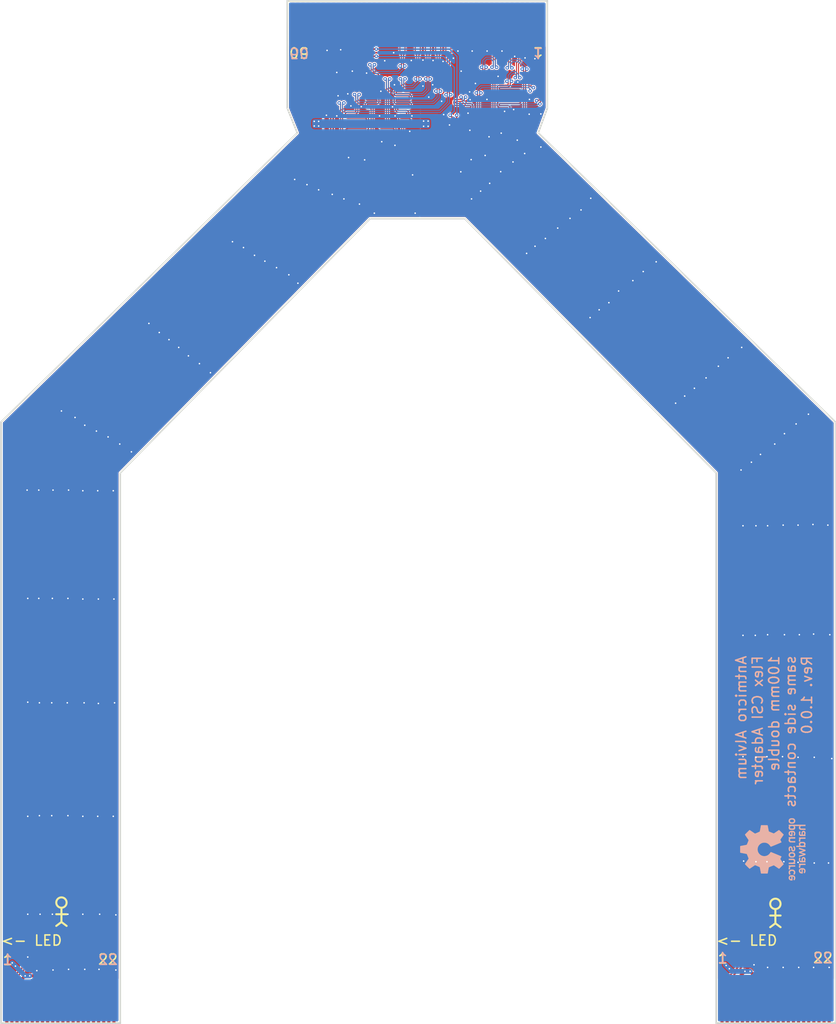
<source format=kicad_pcb>
(kicad_pcb (version 20171130) (host pcbnew 5.1.5+dfsg1-2~bpo10+1)
  (layers (0 F.Cu signal hide) (31 B.Cu signal hide) (34 B.Paste user) (35 F.Paste user) (36 B.SilkS user) (37 F.SilkS user) (38 B.Mask user) (39 F.Mask user hide) (44 Edge.Cuts user))
  (net 0 "")
  (net 1 /F1_GND)
  (net 2 /F1_C1_CSI0_D0_P)
  (net 3 /F1_C1_CSI0_D0_N)
  (net 4 /F1_C1_CSI0_D1_P)
  (net 5 /F1_C1_CSI0_D1_N)
  (net 6 /F1_C1_CSI0_CLK_P)
  (net 7 /F1_C1_CSI0_CLK_N)
  (net 8 /F1_C1_CSI1_D0_P)
  (net 9 /F1_C1_CSI1_D0_N)
  (net 10 /F1_C1_CSI1_D1_P)
  (net 11 /F1_C1_CSI1_D1_N)
  (net 12 /F1_5V)
  (net 13 /F1_C1_SDA)
  (net 14 /F1_C1_SCL)
  (net 15 /F1_C2_CSI0_D0_P)
  (net 16 /F1_C2_CSI0_D0_N)
  (net 17 /F1_C2_CSI0_D1_P)
  (net 18 /F1_C2_CSI0_D1_N)
  (net 19 /F1_C2_CSI0_CLK_P)
  (net 20 /F1_C2_CSI0_CLK_N)
  (net 21 /F1_C2_CSI1_D0_P)
  (net 22 /F1_C2_CSI1_D0_N)
  (net 23 /F1_C2_CSI1_D1_P)
  (net 24 /F1_C2_CSI1_D1_N)
  (net 25 /F1_C2_SDA)
  (net 26 /F1_C2_SCL)
  (net 27 /F1_3.3V)
  (net 28 /F1_C1_GPIO3)
  (net 29 /F1_C1_GPIO2)
  (net 30 /F1_C2_GPIO3)
  (net 31 /F1_C2_GPIO2)
  (net 32 "Net-(J3-Pad46)")
  (net 33 "Net-(J3-Pad45)")
  (net 34 "Net-(J3-Pad44)")
  (net 35 "Net-(J3-Pad43)")
  (net 36 "Net-(J3-Pad38)")
  (net 37 "Net-(J3-Pad37)")
  (net 38 "Net-(J3-Pad36)")
  (net 39 "Net-(J3-Pad35)")
  (net 40 /F1_C2_VSYNC)
  (net 41 "Net-(J3-Pad33)")
  (net 42 /F1_C1_VSYNC)
  (net 43 "Net-(J3-Pad31)")
  (net 44 "Net-(J3-Pad17)")
  (net 45 "Net-(J3-Pad16)")
  (net 46 "Net-(J3-Pad14)")
  (net 47 "Net-(J3-Pad13)")
  (module antmicro-alvium-flex-csi-adapter-footprints:oshw-logo (layer B.Cu) (at 157.861 101.854 270)
    (fp_text reference N1 hide)
    (fp_text value oshw_logo hide)
  )
  (module antmicro-alvium-flex-csi-adapter-footprints:WE_687650100002_FLEX (layer F.Cu) (at 123.063 20.955 180)
    (fp_text reference J3 hide)
    (fp_text value WE_687650100002_FLEX hide)
    (pad 50 smd rect (at 12.25 0 180) (size 0.3 4) (layers F.Cu F.Paste F.Mask) (net 12 /F1_5V))
    (pad 49 smd rect (at 11.75 0 180) (size 0.3 4) (layers F.Cu F.Paste F.Mask) (net 12 /F1_5V))
    (pad 48 smd rect (at 11.25 0 180) (size 0.3 4) (layers F.Cu F.Paste F.Mask) (net 27 /F1_3.3V))
    (pad 47 smd rect (at 10.75 0 180) (size 0.3 4) (layers F.Cu F.Paste F.Mask) (net 27 /F1_3.3V))
    (pad 46 smd rect (at 10.25 0 180) (size 0.3 4) (layers F.Cu F.Paste F.Mask) (net 32 "Net-(J3-Pad46)"))
    (pad 45 smd rect (at 9.75 0 180) (size 0.3 4) (layers F.Cu F.Paste F.Mask) (net 33 "Net-(J3-Pad45)"))
    (pad 44 smd rect (at 9.25 0 180) (size 0.3 4) (layers F.Cu F.Paste F.Mask) (net 34 "Net-(J3-Pad44)"))
    (pad 43 smd rect (at 8.75 0 180) (size 0.3 4) (layers F.Cu F.Paste F.Mask) (net 35 "Net-(J3-Pad43)"))
    (pad 42 smd rect (at 8.25 0 180) (size 0.3 4) (layers F.Cu F.Paste F.Mask) (net 26 /F1_C2_SCL))
    (pad 41 smd rect (at 7.75 0 180) (size 0.3 4) (layers F.Cu F.Paste F.Mask) (net 25 /F1_C2_SDA))
    (pad 40 smd rect (at 7.25 0 180) (size 0.3 4) (layers F.Cu F.Paste F.Mask) (net 14 /F1_C1_SCL))
    (pad 39 smd rect (at 6.75 0 180) (size 0.3 4) (layers F.Cu F.Paste F.Mask) (net 13 /F1_C1_SDA))
    (pad 38 smd rect (at 6.25 0 180) (size 0.3 4) (layers F.Cu F.Paste F.Mask) (net 36 "Net-(J3-Pad38)"))
    (pad 37 smd rect (at 5.75 0 180) (size 0.3 4) (layers F.Cu F.Paste F.Mask) (net 37 "Net-(J3-Pad37)"))
    (pad 36 smd rect (at 5.25 0 180) (size 0.3 4) (layers F.Cu F.Paste F.Mask) (net 38 "Net-(J3-Pad36)"))
    (pad 35 smd rect (at 4.75 0 180) (size 0.3 4) (layers F.Cu F.Paste F.Mask) (net 39 "Net-(J3-Pad35)"))
    (pad 34 smd rect (at 4.25 0 180) (size 0.3 4) (layers F.Cu F.Paste F.Mask) (net 40 /F1_C2_VSYNC))
    (pad 33 smd rect (at 3.75 0 180) (size 0.3 4) (layers F.Cu F.Paste F.Mask) (net 41 "Net-(J3-Pad33)"))
    (pad 32 smd rect (at 3.25 0 180) (size 0.3 4) (layers F.Cu F.Paste F.Mask) (net 42 /F1_C1_VSYNC))
    (pad 31 smd rect (at 2.75 0 180) (size 0.3 4) (layers F.Cu F.Paste F.Mask) (net 43 "Net-(J3-Pad31)"))
    (pad 30 smd rect (at 2.25 0 180) (size 0.3 4) (layers F.Cu F.Paste F.Mask) (net 1 /F1_GND))
    (pad 29 smd rect (at 1.75 0 180) (size 0.3 4) (layers F.Cu F.Paste F.Mask) (net 19 /F1_C2_CSI0_CLK_P))
    (pad 28 smd rect (at 1.25 0 180) (size 0.3 4) (layers F.Cu F.Paste F.Mask) (net 20 /F1_C2_CSI0_CLK_N))
    (pad 27 smd rect (at 0.75 0 180) (size 0.3 4) (layers F.Cu F.Paste F.Mask) (net 1 /F1_GND))
    (pad 26 smd rect (at 0.25 0 180) (size 0.3 4) (layers F.Cu F.Paste F.Mask) (net 15 /F1_C2_CSI0_D0_P))
    (pad 25 smd rect (at -0.25 0 180) (size 0.3 4) (layers F.Cu F.Paste F.Mask) (net 16 /F1_C2_CSI0_D0_N))
    (pad 24 smd rect (at -0.75 0 180) (size 0.3 4) (layers F.Cu F.Paste F.Mask) (net 17 /F1_C2_CSI0_D1_P))
    (pad 23 smd rect (at -1.25 0 180) (size 0.3 4) (layers F.Cu F.Paste F.Mask) (net 18 /F1_C2_CSI0_D1_N))
    (pad 22 smd rect (at -1.75 0 180) (size 0.3 4) (layers F.Cu F.Paste F.Mask) (net 21 /F1_C2_CSI1_D0_P))
    (pad 21 smd rect (at -2.25 0 180) (size 0.3 4) (layers F.Cu F.Paste F.Mask) (net 22 /F1_C2_CSI1_D0_N))
    (pad 20 smd rect (at -2.75 0 180) (size 0.3 4) (layers F.Cu F.Paste F.Mask) (net 23 /F1_C2_CSI1_D1_P))
    (pad 19 smd rect (at -3.25 0 180) (size 0.3 4) (layers F.Cu F.Paste F.Mask) (net 24 /F1_C2_CSI1_D1_N))
    (pad 18 smd rect (at -3.75 0 180) (size 0.3 4) (layers F.Cu F.Paste F.Mask) (net 1 /F1_GND))
    (pad 17 smd rect (at -4.25 0 180) (size 0.3 4) (layers F.Cu F.Paste F.Mask) (net 44 "Net-(J3-Pad17)"))
    (pad 16 smd rect (at -4.75 0 180) (size 0.3 4) (layers F.Cu F.Paste F.Mask) (net 45 "Net-(J3-Pad16)"))
    (pad 15 smd rect (at -5.25 0 180) (size 0.3 4) (layers F.Cu F.Paste F.Mask) (net 1 /F1_GND))
    (pad 14 smd rect (at -5.75 0 180) (size 0.3 4) (layers F.Cu F.Paste F.Mask) (net 46 "Net-(J3-Pad14)"))
    (pad 13 smd rect (at -6.25 0 180) (size 0.3 4) (layers F.Cu F.Paste F.Mask) (net 47 "Net-(J3-Pad13)"))
    (pad 12 smd rect (at -6.75 0 180) (size 0.3 4) (layers F.Cu F.Paste F.Mask) (net 1 /F1_GND))
    (pad 11 smd rect (at -7.25 0 180) (size 0.3 4) (layers F.Cu F.Paste F.Mask) (net 6 /F1_C1_CSI0_CLK_P))
    (pad 10 smd rect (at -7.75 0 180) (size 0.3 4) (layers F.Cu F.Paste F.Mask) (net 7 /F1_C1_CSI0_CLK_N))
    (pad 9 smd rect (at -8.25 0 180) (size 0.3 4) (layers F.Cu F.Paste F.Mask) (net 1 /F1_GND))
    (pad 8 smd rect (at -8.75 0 180) (size 0.3 4) (layers F.Cu F.Paste F.Mask) (net 2 /F1_C1_CSI0_D0_P))
    (pad 7 smd rect (at -9.25 0 180) (size 0.3 4) (layers F.Cu F.Paste F.Mask) (net 3 /F1_C1_CSI0_D0_N))
    (pad 6 smd rect (at -9.75 0 180) (size 0.3 4) (layers F.Cu F.Paste F.Mask) (net 4 /F1_C1_CSI0_D1_P))
    (pad 5 smd rect (at -10.25 0 180) (size 0.3 4) (layers F.Cu F.Paste F.Mask) (net 5 /F1_C1_CSI0_D1_N))
    (pad 4 smd rect (at -10.75 0 180) (size 0.3 4) (layers F.Cu F.Paste F.Mask) (net 8 /F1_C1_CSI1_D0_P))
    (pad 3 smd rect (at -11.25 0 180) (size 0.3 4) (layers F.Cu F.Paste F.Mask) (net 9 /F1_C1_CSI1_D0_N))
    (pad 2 smd rect (at -11.75 0 180) (size 0.3 4) (layers F.Cu F.Paste F.Mask) (net 10 /F1_C1_CSI1_D1_P))
    (pad 1 smd rect (at -12.25 0 180) (size 0.3 4) (layers F.Cu F.Paste F.Mask) (net 11 /F1_C1_CSI1_D1_N))
  )
  (module antmicro-alvium-flex-csi-adapter-footprints:WE_687622100002_FLEX (layer F.Cu) (at 87.7824 116.8392)
    (fp_text reference J2 hide)
    (fp_text value WE_687622100002_FLEX hide)
    (pad 22 smd rect (at 5.5 -0.05) (size 0.3 4) (layers F.Cu F.Paste F.Mask) (net 1 /F1_GND))
    (pad 21 smd rect (at 5 -0.05) (size 0.3 4) (layers F.Cu F.Paste F.Mask) (net 15 /F1_C2_CSI0_D0_P))
    (pad 20 smd rect (at 4.5 -0.05) (size 0.3 4) (layers F.Cu F.Paste F.Mask) (net 16 /F1_C2_CSI0_D0_N))
    (pad 19 smd rect (at 4 -0.05) (size 0.3 4) (layers F.Cu F.Paste F.Mask) (net 1 /F1_GND))
    (pad 18 smd rect (at 3.5 -0.05) (size 0.3 4) (layers F.Cu F.Paste F.Mask) (net 17 /F1_C2_CSI0_D1_P))
    (pad 17 smd rect (at 3 -0.05) (size 0.3 4) (layers F.Cu F.Paste F.Mask) (net 18 /F1_C2_CSI0_D1_N))
    (pad 16 smd rect (at 2.5 -0.05) (size 0.3 4) (layers F.Cu F.Paste F.Mask) (net 1 /F1_GND))
    (pad 15 smd rect (at 2 -0.05) (size 0.3 4) (layers F.Cu F.Paste F.Mask) (net 19 /F1_C2_CSI0_CLK_P))
    (pad 14 smd rect (at 1.5 -0.05) (size 0.3 4) (layers F.Cu F.Paste F.Mask) (net 20 /F1_C2_CSI0_CLK_N))
    (pad 13 smd rect (at 1 -0.05) (size 0.3 4) (layers F.Cu F.Paste F.Mask) (net 1 /F1_GND))
    (pad 12 smd rect (at 0.5 -0.05) (size 0.3 4) (layers F.Cu F.Paste F.Mask) (net 21 /F1_C2_CSI1_D0_P))
    (pad 11 smd rect (at 0 -0.05) (size 0.3 4) (layers F.Cu F.Paste F.Mask) (net 22 /F1_C2_CSI1_D0_N))
    (pad 10 smd rect (at -0.5 -0.05) (size 0.3 4) (layers F.Cu F.Paste F.Mask) (net 1 /F1_GND))
    (pad 9 smd rect (at -1 -0.05) (size 0.3 4) (layers F.Cu F.Paste F.Mask) (net 23 /F1_C2_CSI1_D1_P))
    (pad 8 smd rect (at -1.5 -0.05) (size 0.3 4) (layers F.Cu F.Paste F.Mask) (net 24 /F1_C2_CSI1_D1_N))
    (pad 7 smd rect (at -2 -0.05) (size 0.3 4) (layers F.Cu F.Paste F.Mask) (net 12 /F1_5V))
    (pad 6 smd rect (at -2.5 -0.05) (size 0.3 4) (layers F.Cu F.Paste F.Mask) (net 30 /F1_C2_GPIO3))
    (pad 5 smd rect (at -3 -0.05) (size 0.3 4) (layers F.Cu F.Paste F.Mask) (net 31 /F1_C2_GPIO2))
    (pad 4 smd rect (at -3.5 -0.05) (size 0.3 4) (layers F.Cu F.Paste F.Mask) (net 12 /F1_5V))
    (pad 3 smd rect (at -4 -0.05) (size 0.3 4) (layers F.Cu F.Paste F.Mask) (net 25 /F1_C2_SDA))
    (pad 2 smd rect (at -4.5 -0.05) (size 0.3 4) (layers F.Cu F.Paste F.Mask) (net 26 /F1_C2_SCL))
    (pad 1 smd rect (at -5 -0.05) (size 0.3 4) (layers F.Cu F.Paste F.Mask) (net 12 /F1_5V))
  )
  (module antmicro-alvium-flex-csi-adapter-footprints:WE_687622100002_FLEX (layer F.Cu) (at 157.8864 116.84)
    (fp_text reference J1 hide)
    (fp_text value WE_687622100002_FLEX hide)
    (pad 22 smd rect (at 5.5 -0.05) (size 0.3 4) (layers F.Cu F.Paste F.Mask) (net 1 /F1_GND))
    (pad 21 smd rect (at 5 -0.05) (size 0.3 4) (layers F.Cu F.Paste F.Mask) (net 2 /F1_C1_CSI0_D0_P))
    (pad 20 smd rect (at 4.5 -0.05) (size 0.3 4) (layers F.Cu F.Paste F.Mask) (net 3 /F1_C1_CSI0_D0_N))
    (pad 19 smd rect (at 4 -0.05) (size 0.3 4) (layers F.Cu F.Paste F.Mask) (net 1 /F1_GND))
    (pad 18 smd rect (at 3.5 -0.05) (size 0.3 4) (layers F.Cu F.Paste F.Mask) (net 4 /F1_C1_CSI0_D1_P))
    (pad 17 smd rect (at 3 -0.05) (size 0.3 4) (layers F.Cu F.Paste F.Mask) (net 5 /F1_C1_CSI0_D1_N))
    (pad 16 smd rect (at 2.5 -0.05) (size 0.3 4) (layers F.Cu F.Paste F.Mask) (net 1 /F1_GND))
    (pad 15 smd rect (at 2 -0.05) (size 0.3 4) (layers F.Cu F.Paste F.Mask) (net 6 /F1_C1_CSI0_CLK_P))
    (pad 14 smd rect (at 1.5 -0.05) (size 0.3 4) (layers F.Cu F.Paste F.Mask) (net 7 /F1_C1_CSI0_CLK_N))
    (pad 13 smd rect (at 1 -0.05) (size 0.3 4) (layers F.Cu F.Paste F.Mask) (net 1 /F1_GND))
    (pad 12 smd rect (at 0.5 -0.05) (size 0.3 4) (layers F.Cu F.Paste F.Mask) (net 8 /F1_C1_CSI1_D0_P))
    (pad 11 smd rect (at 0 -0.05) (size 0.3 4) (layers F.Cu F.Paste F.Mask) (net 9 /F1_C1_CSI1_D0_N))
    (pad 10 smd rect (at -0.5 -0.05) (size 0.3 4) (layers F.Cu F.Paste F.Mask) (net 1 /F1_GND))
    (pad 9 smd rect (at -1 -0.05) (size 0.3 4) (layers F.Cu F.Paste F.Mask) (net 10 /F1_C1_CSI1_D1_P))
    (pad 8 smd rect (at -1.5 -0.05) (size 0.3 4) (layers F.Cu F.Paste F.Mask) (net 11 /F1_C1_CSI1_D1_N))
    (pad 7 smd rect (at -2 -0.05) (size 0.3 4) (layers F.Cu F.Paste F.Mask) (net 12 /F1_5V))
    (pad 6 smd rect (at -2.5 -0.05) (size 0.3 4) (layers F.Cu F.Paste F.Mask) (net 28 /F1_C1_GPIO3))
    (pad 5 smd rect (at -3 -0.05) (size 0.3 4) (layers F.Cu F.Paste F.Mask) (net 29 /F1_C1_GPIO2))
    (pad 4 smd rect (at -3.5 -0.05) (size 0.3 4) (layers F.Cu F.Paste F.Mask) (net 12 /F1_5V))
    (pad 3 smd rect (at -4 -0.05) (size 0.3 4) (layers F.Cu F.Paste F.Mask) (net 13 /F1_C1_SDA))
    (pad 2 smd rect (at -4.5 -0.05) (size 0.3 4) (layers F.Cu F.Paste F.Mask) (net 14 /F1_C1_SCL))
    (pad 1 smd rect (at -5 -0.05) (size 0.3 4) (layers F.Cu F.Paste F.Mask) (net 12 /F1_5V))
  )
  (gr_text "Antmicro Alvium\nFlex CSI Adapter\n100mm double\nsame side contacts\nRev. 1.0.0" (at 157.988 82.804 90) (layer B.SilkS) (effects (font (size 1 1)) (justify left mirror)))
  (gr_line (start 157.607 108.331) (end 158.623 108.331) (layer F.SilkS) (width 0.2))
  (gr_line (start 158.115 109.093) (end 158.623 109.474) (layer F.SilkS) (width 0.2))
  (gr_circle (center 158.115 107.188) (end 158.623 107.188) (layer F.SilkS) (width 0.2))
  (gr_line (start 158.115 109.093) (end 157.607 109.474) (layer F.SilkS) (width 0.2))
  (gr_line (start 158.115 107.747197) (end 158.115 109.093) (layer F.SilkS) (width 0.2))
  (gr_line (start 87.63 108.204) (end 88.646 108.204) (layer F.SilkS) (width 0.2))
  (gr_line (start 88.138 108.966) (end 88.646 109.347) (layer F.SilkS) (width 0.2))
  (gr_circle (center 88.138 107.061) (end 88.646 107.061) (layer F.SilkS) (width 0.2))
  (gr_line (start 88.138 108.966) (end 87.63 109.347) (layer F.SilkS) (width 0.2))
  (gr_line (start 88.138 107.620197) (end 88.138 108.966) (layer F.SilkS) (width 0.2))
  (gr_text "<- LED" (at 155.321 110.7744) (layer F.SilkS) (effects (font (size 1 1))))
  (gr_text "<- LED" (at 85.217 110.7744) (layer F.SilkS) (effects (font (size 1 1))))
  (gr_line (start 110.2614 29.2354) (end 110.2868 18.796) (layer F.SilkS) (width 0.12))
  (gr_line (start 110.2868 29.2862) (end 110.2614 29.2354) (layer F.SilkS) (width 0.12))
  (gr_line (start 111.252 31.6992) (end 110.2868 29.2862) (layer F.SilkS) (width 0.12))
  (gr_line (start 82.2198 60.0202) (end 111.252 31.6992) (layer F.SilkS) (width 0.12))
  (gr_line (start 82.2198 118.8466) (end 82.2198 60.0202) (layer F.SilkS) (width 0.12))
  (gr_line (start 82.2452 118.8466) (end 82.2198 118.8466) (layer F.SilkS) (width 0.12))
  (gr_line (start 93.9038 118.8466) (end 82.2452 118.8466) (layer F.SilkS) (width 0.12))
  (gr_line (start 93.9038 64.9986) (end 93.9038 118.8466) (layer F.SilkS) (width 0.12))
  (gr_line (start 118.3894 40.0812) (end 93.9038 64.9986) (layer F.SilkS) (width 0.12))
  (gr_line (start 118.4148 40.0812) (end 118.3894 40.0812) (layer F.SilkS) (width 0.12))
  (gr_line (start 127.6604 40.0812) (end 118.4148 40.0812) (layer F.SilkS) (width 0.12))
  (gr_line (start 152.3238 64.9986) (end 127.6604 40.0812) (layer F.SilkS) (width 0.12))
  (gr_line (start 152.3238 118.8466) (end 152.3238 64.9986) (layer F.SilkS) (width 0.12))
  (gr_line (start 164.0078 118.8466) (end 152.3238 118.8466) (layer F.SilkS) (width 0.12))
  (gr_line (start 164.0078 60.0202) (end 164.0078 118.8466) (layer F.SilkS) (width 0.12))
  (gr_line (start 134.874 31.6992) (end 164.0078 60.0202) (layer F.SilkS) (width 0.12))
  (gr_line (start 135.763 29.2862) (end 134.874 31.6992) (layer F.SilkS) (width 0.12))
  (gr_line (start 135.7376 18.7706) (end 135.763 29.2862) (layer F.SilkS) (width 0.12))
  (gr_line (start 110.2868 18.796) (end 135.7376 18.7706) (layer F.SilkS) (width 0.12))
  (gr_line (start 118.3894 40.1) (end 127.6604 40.1) (layer Edge.Cuts) (width 0.15))
  (gr_line (start 127.6604 40.1) (end 152.313 65) (layer Edge.Cuts) (width 0.15))
  (gr_line (start 93.905 65) (end 118.3894 40.1) (layer Edge.Cuts) (width 0.15))
  (gr_line (start 163.997 60) (end 134.874 31.6992) (layer Edge.Cuts) (width 0.15))
  (gr_line (start 82.221 60) (end 111.252 31.6992) (layer Edge.Cuts) (width 0.15))
  (gr_line (start 163.997 118.872) (end 163.997 60) (layer Edge.Cuts) (width 0.15))
  (gr_line (start 152.313 118.872) (end 152.313 65) (layer Edge.Cuts) (width 0.15))
  (gr_line (start 93.905 118.872) (end 93.905 65) (layer Edge.Cuts) (width 0.15))
  (gr_line (start 82.221 118.872) (end 82.221 60) (layer Edge.Cuts) (width 0.15))
  (gr_text 1 (at 152.9295 112.502) (layer B.SilkS) (effects (font (size 1 1)) (justify mirror)))
  (gr_text 22 (at 162.776 112.502) (layer B.SilkS) (effects (font (size 1 1)) (justify mirror)))
  (gr_text 1 (at 152.9545 112.527) (layer F.SilkS) (effects (font (size 1 1))))
  (gr_text 22 (at 162.776 112.477) (layer F.SilkS) (effects (font (size 1 1))))
  (gr_text 1 (at 82.8509 112.6544) (layer B.SilkS) (effects (font (size 1 1)) (justify mirror)))
  (gr_text 22 (at 92.6974 112.6544) (layer B.SilkS) (effects (font (size 1 1)) (justify mirror)))
  (gr_text 1 (at 82.8759 112.6794) (layer F.SilkS) (effects (font (size 1 1))))
  (gr_text 22 (at 92.6974 112.6294) (layer F.SilkS) (effects (font (size 1 1))))
  (gr_line (start 152.313 118.872) (end 163.997 118.872) (layer Edge.Cuts) (width 0.15))
  (gr_line (start 82.221 118.872) (end 93.905 118.872) (layer Edge.Cuts) (width 0.15))
  (gr_line (start 134.874 31.6992) (end 135.763 29.276) (layer Edge.Cuts) (width 0.15))
  (gr_line (start 111.252 31.6992) (end 110.27 29.276) (layer Edge.Cuts) (width 0.15))
  (gr_line (start 135.763 18.762) (end 135.763 29.276) (layer Edge.Cuts) (width 0.15))
  (gr_line (start 110.27 18.762) (end 135.763 18.762) (layer Edge.Cuts) (width 0.15))
  (gr_line (start 110.27 18.762) (end 110.27 29.276) (layer Edge.Cuts) (width 0.15))
  (gr_text 50 (at 111.4205 23.824 180) (layer F.SilkS) (effects (font (size 1 1))))
  (gr_text 1 (at 134.852 23.824 180) (layer F.SilkS) (effects (font (size 1 1))))
  (gr_text 50 (at 111.4552 23.876 180) (layer B.SilkS) (effects (font (size 1 1)) (justify mirror)))
  (gr_text 1 (at 134.874 23.876 180) (layer B.SilkS) (effects (font (size 1 1)) (justify mirror)))
  (segment (start 122.313 20.828) (end 122.313 21.0065) (width 0.3) (layer F.Cu) (net 1))
  (via (at 131.318 23.6855) (size 0.35) (drill 0.15) (layers F.Cu B.Cu) (net 1))
  (via (at 129.8575 23.6855) (size 0.35) (drill 0.15) (layers F.Cu B.Cu) (net 1))
  (via (at 128.397 23.6855) (size 0.35) (drill 0.15) (layers F.Cu B.Cu) (net 1))
  (via (at 127 23.6855) (size 0.35) (drill 0.15) (layers F.Cu B.Cu) (net 1))
  (via (at 115.5065 23.5585) (size 0.35) (drill 0.15) (layers F.Cu B.Cu) (net 1))
  (via (at 115.2525 28.067) (size 0.35) (drill 0.15) (layers F.Cu B.Cu) (net 1))
  (via (at 119.8245 24.638) (size 0.35) (drill 0.15) (layers F.Cu B.Cu) (net 1))
  (via (at 124.5235 26.9875) (size 0.35) (drill 0.15) (layers F.Cu B.Cu) (net 1))
  (via (at 118.0465 25.8445) (size 0.35) (drill 0.15) (layers F.Cu B.Cu) (net 1))
  (via (at 115.1255 25.781) (size 0.35) (drill 0.15) (layers F.Cu B.Cu) (net 1))
  (via (at 124.1425 28.194) (size 0.35) (drill 0.15) (layers F.Cu B.Cu) (net 1))
  (via (at 127.3175 25.654) (size 0.35) (drill 0.15) (layers F.Cu B.Cu) (net 1))
  (via (at 120.5865 29.1465) (size 0.35) (drill 0.15) (layers F.Cu B.Cu) (net 1))
  (via (at 128.143 27.686) (size 0.35) (drill 0.15) (layers F.Cu B.Cu) (net 1))
  (via (at 114.173 23.622) (size 0.35) (drill 0.15) (layers F.Cu B.Cu) (net 1))
  (via (at 163.3855 113.411) (size 0.35) (drill 0.15) (layers F.Cu B.Cu) (net 1))
  (via (at 161.8615 113.411) (size 0.35) (drill 0.15) (layers F.Cu B.Cu) (net 1))
  (via (at 160.401 113.411) (size 0.35) (drill 0.15) (layers F.Cu B.Cu) (net 1))
  (via (at 158.877 113.411) (size 0.35) (drill 0.15) (layers F.Cu B.Cu) (net 1))
  (via (at 157.353 113.411) (size 0.35) (drill 0.15) (layers F.Cu B.Cu) (net 1))
  (via (at 156.0195 113.157) (size 0.35) (drill 0.15) (layers F.Cu B.Cu) (net 1))
  (via (at 116.6495 25.654) (size 0.35) (drill 0.15) (layers F.Cu B.Cu) (net 1))
  (via (at 120.777 26.9875) (size 0.35) (drill 0.15) (layers F.Cu B.Cu) (net 1))
  (via (at 123.571 27.1145) (size 0.35) (drill 0.15) (layers F.Cu B.Cu) (net 1))
  (via (at 125.603 29.9085) (size 0.35) (drill 0.15) (layers F.Cu B.Cu) (net 1))
  (via (at 119.3165 30.0355) (size 0.35) (drill 0.15) (layers F.Cu B.Cu) (net 1))
  (via (at 120.8405 30.0355) (size 0.35) (drill 0.15) (layers F.Cu B.Cu) (net 1))
  (via (at 122.4915 30.0355) (size 0.35) (drill 0.15) (layers F.Cu B.Cu) (net 1))
  (via (at 114.1095 29.972) (size 0.35) (drill 0.15) (layers F.Cu B.Cu) (net 1))
  (via (at 115.1255 30.0355) (size 0.35) (drill 0.15) (layers F.Cu B.Cu) (net 1))
  (via (at 126.1745 30.9245) (size 0.35) (drill 0.15) (layers F.Cu B.Cu) (net 1))
  (via (at 128.1684 31.4452) (size 0.35) (drill 0.15) (layers F.Cu B.Cu) (net 1))
  (via (at 130.937 26.162) (size 0.35) (drill 0.15) (layers F.Cu B.Cu) (net 1))
  (via (at 128.7145 26.8605) (size 0.35) (drill 0.15) (layers F.Cu B.Cu) (net 1))
  (via (at 122.555 35.814) (size 0.35) (drill 0.15) (layers F.Cu B.Cu) (net 1))
  (via (at 122.809 39.5605) (size 0.35) (drill 0.15) (layers F.Cu B.Cu) (net 1))
  (via (at 118.8085 39.5605) (size 0.35) (drill 0.15) (layers F.Cu B.Cu) (net 1))
  (via (at 110.998 36.2585) (size 0.35) (drill 0.15) (layers F.Cu B.Cu) (net 1))
  (via (at 112.2045 36.7665) (size 0.35) (drill 0.15) (layers F.Cu B.Cu) (net 1))
  (via (at 113.3475 37.2745) (size 0.35) (drill 0.15) (layers F.Cu B.Cu) (net 1))
  (via (at 114.681 37.719) (size 0.35) (drill 0.15) (layers F.Cu B.Cu) (net 1))
  (via (at 115.824 38.1635) (size 0.35) (drill 0.15) (layers F.Cu B.Cu) (net 1))
  (via (at 117.348 38.6715) (size 0.35) (drill 0.15) (layers F.Cu B.Cu) (net 1))
  (via (at 104.902 42.3545) (size 0.35) (drill 0.15) (layers F.Cu B.Cu) (net 1))
  (via (at 105.9815 42.926) (size 0.35) (drill 0.15) (layers F.Cu B.Cu) (net 1))
  (via (at 107.061 43.688) (size 0.35) (drill 0.15) (layers F.Cu B.Cu) (net 1))
  (via (at 108.077 44.2595) (size 0.35) (drill 0.15) (layers F.Cu B.Cu) (net 1))
  (via (at 109.22 44.8945) (size 0.35) (drill 0.15) (layers F.Cu B.Cu) (net 1))
  (via (at 110.4265 45.593) (size 0.35) (drill 0.15) (layers F.Cu B.Cu) (net 1))
  (via (at 111.3155 46.4185) (size 0.35) (drill 0.15) (layers F.Cu B.Cu) (net 1))
  (via (at 96.7105 50.3555) (size 0.35) (drill 0.15) (layers F.Cu B.Cu) (net 1))
  (via (at 97.7265 51.2445) (size 0.35) (drill 0.15) (layers F.Cu B.Cu) (net 1))
  (via (at 98.679 51.943) (size 0.35) (drill 0.15) (layers F.Cu B.Cu) (net 1))
  (via (at 99.6315 52.705) (size 0.35) (drill 0.15) (layers F.Cu B.Cu) (net 1))
  (via (at 100.584 53.5305) (size 0.35) (drill 0.15) (layers F.Cu B.Cu) (net 1))
  (via (at 101.6635 54.2925) (size 0.35) (drill 0.15) (layers F.Cu B.Cu) (net 1))
  (via (at 102.743 55.1815) (size 0.35) (drill 0.15) (layers F.Cu B.Cu) (net 1))
  (via (at 88.138 58.928) (size 0.35) (drill 0.15) (layers F.Cu B.Cu) (net 1))
  (via (at 89.4715 59.563) (size 0.35) (drill 0.15) (layers F.Cu B.Cu) (net 1))
  (via (at 90.424 60.325) (size 0.35) (drill 0.15) (layers F.Cu B.Cu) (net 1))
  (via (at 91.567 60.8965) (size 0.35) (drill 0.15) (layers F.Cu B.Cu) (net 1))
  (via (at 92.71 61.468) (size 0.35) (drill 0.15) (layers F.Cu B.Cu) (net 1))
  (via (at 93.853 62.1665) (size 0.35) (drill 0.15) (layers F.Cu B.Cu) (net 1))
  (via (at 94.996 62.9285) (size 0.35) (drill 0.15) (layers F.Cu B.Cu) (net 1))
  (via (at 84.7725 66.675) (size 0.35) (drill 0.15) (layers F.Cu B.Cu) (net 1))
  (via (at 85.9155 66.675) (size 0.35) (drill 0.15) (layers F.Cu B.Cu) (net 1))
  (via (at 87.3125 66.675) (size 0.35) (drill 0.15) (layers F.Cu B.Cu) (net 1))
  (via (at 88.8365 66.675) (size 0.35) (drill 0.15) (layers F.Cu B.Cu) (net 1))
  (via (at 90.2335 66.7385) (size 0.35) (drill 0.15) (layers F.Cu B.Cu) (net 1))
  (via (at 91.694 66.7385) (size 0.35) (drill 0.15) (layers F.Cu B.Cu) (net 1))
  (via (at 93.218 66.7385) (size 0.35) (drill 0.15) (layers F.Cu B.Cu) (net 1))
  (via (at 84.836 77.2795) (size 0.35) (drill 0.15) (layers F.Cu B.Cu) (net 1))
  (via (at 85.9155 77.2795) (size 0.35) (drill 0.15) (layers F.Cu B.Cu) (net 1))
  (via (at 87.249 77.2795) (size 0.35) (drill 0.15) (layers F.Cu B.Cu) (net 1))
  (via (at 88.773 77.2795) (size 0.35) (drill 0.15) (layers F.Cu B.Cu) (net 1))
  (via (at 90.2335 77.343) (size 0.35) (drill 0.15) (layers F.Cu B.Cu) (net 1))
  (via (at 91.7575 77.343) (size 0.35) (drill 0.15) (layers F.Cu B.Cu) (net 1))
  (via (at 93.2815 77.343) (size 0.35) (drill 0.15) (layers F.Cu B.Cu) (net 1))
  (via (at 84.836 87.4395) (size 0.35) (drill 0.15) (layers F.Cu B.Cu) (net 1))
  (via (at 85.979 87.503) (size 0.35) (drill 0.15) (layers F.Cu B.Cu) (net 1))
  (via (at 87.1855 87.503) (size 0.35) (drill 0.15) (layers F.Cu B.Cu) (net 1))
  (via (at 88.7095 87.503) (size 0.35) (drill 0.15) (layers F.Cu B.Cu) (net 1))
  (via (at 90.3605 87.503) (size 0.35) (drill 0.15) (layers F.Cu B.Cu) (net 1))
  (via (at 91.7575 87.5665) (size 0.35) (drill 0.15) (layers F.Cu B.Cu) (net 1))
  (via (at 93.345 87.503) (size 0.35) (drill 0.15) (layers F.Cu B.Cu) (net 1))
  (via (at 84.836 98.6155) (size 0.35) (drill 0.15) (layers F.Cu B.Cu) (net 1))
  (via (at 85.979 98.552) (size 0.35) (drill 0.15) (layers F.Cu B.Cu) (net 1))
  (via (at 87.1855 98.552) (size 0.35) (drill 0.15) (layers F.Cu B.Cu) (net 1))
  (via (at 88.773 98.552) (size 0.35) (drill 0.15) (layers F.Cu B.Cu) (net 1))
  (via (at 90.2335 98.6155) (size 0.35) (drill 0.15) (layers F.Cu B.Cu) (net 1))
  (via (at 91.694 98.6155) (size 0.35) (drill 0.15) (layers F.Cu B.Cu) (net 1))
  (via (at 93.218 98.6155) (size 0.35) (drill 0.15) (layers F.Cu B.Cu) (net 1))
  (via (at 84.836 108.204) (size 0.35) (drill 0.15) (layers F.Cu B.Cu) (net 1))
  (via (at 86.0425 108.204) (size 0.35) (drill 0.15) (layers F.Cu B.Cu) (net 1))
  (via (at 87.249 108.204) (size 0.35) (drill 0.15) (layers F.Cu B.Cu) (net 1))
  (via (at 88.773 108.204) (size 0.35) (drill 0.15) (layers F.Cu B.Cu) (net 1))
  (via (at 90.2335 108.204) (size 0.35) (drill 0.15) (layers F.Cu B.Cu) (net 1))
  (via (at 91.8845 108.204) (size 0.35) (drill 0.15) (layers F.Cu B.Cu) (net 1))
  (via (at 93.472 108.2675) (size 0.35) (drill 0.15) (layers F.Cu B.Cu) (net 1))
  (via (at 85.725 113.7285) (size 0.35) (drill 0.15) (layers F.Cu B.Cu) (net 1))
  (via (at 87.3125 113.665) (size 0.35) (drill 0.15) (layers F.Cu B.Cu) (net 1))
  (via (at 88.8365 113.6015) (size 0.35) (drill 0.15) (layers F.Cu B.Cu) (net 1))
  (via (at 90.424 113.6015) (size 0.35) (drill 0.15) (layers F.Cu B.Cu) (net 1))
  (via (at 91.821 113.6015) (size 0.35) (drill 0.15) (layers F.Cu B.Cu) (net 1))
  (via (at 93.472 113.665) (size 0.35) (drill 0.15) (layers F.Cu B.Cu) (net 1))
  (via (at 84.836 112.395) (size 0.35) (drill 0.15) (layers F.Cu B.Cu) (net 1))
  (via (at 128.3335 38.1635) (size 0.35) (drill 0.15) (layers F.Cu B.Cu) (net 1))
  (via (at 129.2225 37.4015) (size 0.35) (drill 0.15) (layers F.Cu B.Cu) (net 1))
  (via (at 130.1115 36.6395) (size 0.35) (drill 0.15) (layers F.Cu B.Cu) (net 1))
  (via (at 131.191 35.4965) (size 0.35) (drill 0.15) (layers F.Cu B.Cu) (net 1))
  (via (at 132.3975 34.544) (size 0.35) (drill 0.15) (layers F.Cu B.Cu) (net 1))
  (via (at 133.5405 33.7185) (size 0.35) (drill 0.15) (layers F.Cu B.Cu) (net 1))
  (via (at 135.128 33.0835) (size 0.35) (drill 0.15) (layers F.Cu B.Cu) (net 1))
  (via (at 134.5565 42.799) (size 0.35) (drill 0.15) (layers F.Cu B.Cu) (net 1))
  (via (at 135.5725 42.037) (size 0.35) (drill 0.15) (layers F.Cu B.Cu) (net 1))
  (via (at 133.731 43.4975) (size 0.35) (drill 0.15) (layers F.Cu B.Cu) (net 1))
  (via (at 136.779 41.021) (size 0.35) (drill 0.15) (layers F.Cu B.Cu) (net 1))
  (via (at 137.9855 40.0685) (size 0.35) (drill 0.15) (layers F.Cu B.Cu) (net 1))
  (via (at 139.065 39.243) (size 0.35) (drill 0.15) (layers F.Cu B.Cu) (net 1))
  (via (at 140.0175 38.1) (size 0.35) (drill 0.15) (layers F.Cu B.Cu) (net 1))
  (via (at 139.954 49.784) (size 0.35) (drill 0.15) (layers F.Cu B.Cu) (net 1))
  (via (at 140.843 49.022) (size 0.35) (drill 0.15) (layers F.Cu B.Cu) (net 1))
  (via (at 141.7955 48.3235) (size 0.35) (drill 0.15) (layers F.Cu B.Cu) (net 1))
  (via (at 142.748 47.1805) (size 0.35) (drill 0.15) (layers F.Cu B.Cu) (net 1))
  (via (at 144.145 46.1645) (size 0.35) (drill 0.15) (layers F.Cu B.Cu) (net 1))
  (via (at 145.161 45.2755) (size 0.35) (drill 0.15) (layers F.Cu B.Cu) (net 1))
  (via (at 146.431 44.323) (size 0.35) (drill 0.15) (layers F.Cu B.Cu) (net 1))
  (via (at 148.336 58.166) (size 0.35) (drill 0.15) (layers F.Cu B.Cu) (net 1))
  (via (at 149.225 57.4675) (size 0.35) (drill 0.15) (layers F.Cu B.Cu) (net 1))
  (via (at 150.1775 56.7055) (size 0.35) (drill 0.15) (layers F.Cu B.Cu) (net 1))
  (via (at 151.3205 55.6895) (size 0.35) (drill 0.15) (layers F.Cu B.Cu) (net 1))
  (via (at 152.527 54.5465) (size 0.35) (drill 0.15) (layers F.Cu B.Cu) (net 1))
  (via (at 153.4795 53.721) (size 0.35) (drill 0.15) (layers F.Cu B.Cu) (net 1))
  (via (at 154.813 52.705) (size 0.35) (drill 0.15) (layers F.Cu B.Cu) (net 1))
  (via (at 154.7495 64.7065) (size 0.35) (drill 0.15) (layers F.Cu B.Cu) (net 1))
  (via (at 155.7655 63.9445) (size 0.35) (drill 0.15) (layers F.Cu B.Cu) (net 1))
  (via (at 156.6545 63.1825) (size 0.35) (drill 0.15) (layers F.Cu B.Cu) (net 1))
  (via (at 158.0515 62.1665) (size 0.35) (drill 0.15) (layers F.Cu B.Cu) (net 1))
  (via (at 159.004 61.1505) (size 0.35) (drill 0.15) (layers F.Cu B.Cu) (net 1))
  (via (at 160.147 60.198) (size 0.35) (drill 0.15) (layers F.Cu B.Cu) (net 1))
  (via (at 161.3535 59.2455) (size 0.35) (drill 0.15) (layers F.Cu B.Cu) (net 1))
  (via (at 154.94 70.1675) (size 0.35) (drill 0.15) (layers F.Cu B.Cu) (net 1))
  (via (at 156.21 70.1675) (size 0.35) (drill 0.15) (layers F.Cu B.Cu) (net 1))
  (via (at 157.353 70.1675) (size 0.35) (drill 0.15) (layers F.Cu B.Cu) (net 1))
  (via (at 158.877 70.104) (size 0.35) (drill 0.15) (layers F.Cu B.Cu) (net 1))
  (via (at 160.3375 70.104) (size 0.35) (drill 0.15) (layers F.Cu B.Cu) (net 1))
  (via (at 161.798 70.0405) (size 0.35) (drill 0.15) (layers F.Cu B.Cu) (net 1))
  (via (at 163.2585 70.104) (size 0.35) (drill 0.15) (layers F.Cu B.Cu) (net 1))
  (via (at 154.94 80.899) (size 0.35) (drill 0.15) (layers F.Cu B.Cu) (net 1))
  (via (at 156.1465 80.899) (size 0.35) (drill 0.15) (layers F.Cu B.Cu) (net 1))
  (via (at 157.353 80.8355) (size 0.35) (drill 0.15) (layers F.Cu B.Cu) (net 1))
  (via (at 159.004 80.8355) (size 0.35) (drill 0.15) (layers F.Cu B.Cu) (net 1))
  (via (at 160.4645 80.8355) (size 0.35) (drill 0.15) (layers F.Cu B.Cu) (net 1))
  (via (at 161.8615 80.772) (size 0.35) (drill 0.15) (layers F.Cu B.Cu) (net 1))
  (via (at 163.449 80.8355) (size 0.35) (drill 0.15) (layers F.Cu B.Cu) (net 1))
  (via (at 154.94 92.7735) (size 0.35) (drill 0.15) (layers F.Cu B.Cu) (net 1))
  (via (at 156.21 92.837) (size 0.35) (drill 0.15) (layers F.Cu B.Cu) (net 1))
  (via (at 157.2895 92.7735) (size 0.35) (drill 0.15) (layers F.Cu B.Cu) (net 1))
  (via (at 158.8135 92.7735) (size 0.35) (drill 0.15) (layers F.Cu B.Cu) (net 1))
  (via (at 160.3375 92.837) (size 0.35) (drill 0.15) (layers F.Cu B.Cu) (net 1))
  (via (at 161.925 92.837) (size 0.35) (drill 0.15) (layers F.Cu B.Cu) (net 1))
  (via (at 163.6395 92.964) (size 0.35) (drill 0.15) (layers F.Cu B.Cu) (net 1))
  (via (at 155.0035 102.997) (size 0.35) (drill 0.15) (layers F.Cu B.Cu) (net 1))
  (via (at 156.21 103.0605) (size 0.35) (drill 0.15) (layers F.Cu B.Cu) (net 1))
  (via (at 157.2895 103.0605) (size 0.35) (drill 0.15) (layers F.Cu B.Cu) (net 1))
  (via (at 158.9405 103.0605) (size 0.35) (drill 0.15) (layers F.Cu B.Cu) (net 1))
  (via (at 160.3375 103.124) (size 0.35) (drill 0.15) (layers F.Cu B.Cu) (net 1))
  (via (at 161.925 103.1875) (size 0.35) (drill 0.15) (layers F.Cu B.Cu) (net 1))
  (via (at 163.322 103.1875) (size 0.35) (drill 0.15) (layers F.Cu B.Cu) (net 1))
  (via (at 116.205 27.8765) (size 0.35) (drill 0.15) (layers F.Cu B.Cu) (net 1))
  (via (at 119.4435 27.6225) (size 0.35) (drill 0.15) (layers F.Cu B.Cu) (net 1))
  (via (at 125.5395 24.7015) (size 0.35) (drill 0.15) (layers F.Cu B.Cu) (net 1))
  (via (at 123.571 24.5745) (size 0.35) (drill 0.15) (layers F.Cu B.Cu) (net 1))
  (via (at 126.5555 24.384) (size 0.35) (drill 0.15) (layers F.Cu B.Cu) (net 1))
  (via (at 120.7008 23.8506) (size 0.35) (drill 0.15) (layers F.Cu B.Cu) (net 1))
  (via (at 134.5438 24.4348) (size 0.35) (drill 0.15) (layers F.Cu B.Cu) (net 1))
  (via (at 117.856 34.3408) (size 0.35) (drill 0.15) (layers F.Cu B.Cu) (net 1))
  (via (at 116.2812 34.1122) (size 0.35) (drill 0.15) (layers F.Cu B.Cu) (net 1))
  (via (at 119.5324 32.5628) (size 0.35) (drill 0.15) (layers F.Cu B.Cu) (net 1))
  (via (at 120.8278 32.9184) (size 0.35) (drill 0.15) (layers F.Cu B.Cu) (net 1))
  (via (at 122.2756 31.5468) (size 0.35) (drill 0.15) (layers F.Cu B.Cu) (net 1))
  (via (at 116.5098 29.0576) (size 0.35) (drill 0.15) (layers F.Cu B.Cu) (net 1))
  (via (at 117.5258 29.1338) (size 0.35) (drill 0.15) (layers F.Cu B.Cu) (net 1))
  (via (at 131.572 29.591) (size 0.35) (drill 0.15) (layers F.Cu B.Cu) (net 1))
  (via (at 131.2418 31.7246) (size 0.35) (drill 0.15) (layers F.Cu B.Cu) (net 1))
  (via (at 130.048 32.0802) (size 0.35) (drill 0.15) (layers F.Cu B.Cu) (net 1))
  (via (at 129.8448 28.4226) (size 0.35) (drill 0.15) (layers F.Cu B.Cu) (net 1))
  (via (at 132.461 29.4132) (size 0.35) (drill 0.15) (layers F.Cu B.Cu) (net 1))
  (via (at 133.985 29.8704) (size 0.35) (drill 0.15) (layers F.Cu B.Cu) (net 1))
  (via (at 134.0104 28.4226) (size 0.35) (drill 0.15) (layers F.Cu B.Cu) (net 1))
  (via (at 135.128 29.845) (size 0.35) (drill 0.15) (layers F.Cu B.Cu) (net 1))
  (via (at 132.8166 32.4104) (size 0.35) (drill 0.15) (layers F.Cu B.Cu) (net 1))
  (via (at 129.667 33.909) (size 0.35) (drill 0.15) (layers F.Cu B.Cu) (net 1))
  (via (at 128.2954 34.3154) (size 0.35) (drill 0.15) (layers F.Cu B.Cu) (net 1))
  (via (at 127.2794 35.5092) (size 0.35) (drill 0.15) (layers F.Cu B.Cu) (net 1))
  (via (at 128.1938 28.448) (size 0.35) (drill 0.15) (layers F.Cu B.Cu) (net 1))
  (via (at 127.9906 29.7688) (size 0.35) (drill 0.15) (layers F.Cu B.Cu) (net 1))
  (via (at 125.3998 28.6004) (size 0.35) (drill 0.15) (layers F.Cu B.Cu) (net 1))
  (via (at 132.8674 26.7208) (size 0.35) (drill 0.15) (layers F.Cu B.Cu) (net 1))
  (via (at 133.5786 24.3586) (size 0.35) (drill 0.15) (layers F.Cu B.Cu) (net 1))
  (via (at 132.5626 24.2062) (size 0.35) (drill 0.15) (layers F.Cu B.Cu) (net 1))
  (via (at 122.428 24.6126) (size 0.35) (drill 0.15) (layers F.Cu B.Cu) (net 1))
  (via (at 124.5616 24.6126) (size 0.35) (drill 0.15) (layers F.Cu B.Cu) (net 1))
  (segment (start 87.2824 114.4892) (end 87.376 114.3956) (width 0.3) (layer F.Cu) (net 1))
  (segment (start 87.2824 116.7892) (end 87.2824 114.4892) (width 0.3) (layer F.Cu) (net 1))
  (segment (start 88.7824 116.7892) (end 88.7824 114.1824) (width 0.3) (layer F.Cu) (net 1))
  (segment (start 90.2824 116.7892) (end 90.2824 116.6984) (width 0.3) (layer F.Cu) (net 1))
  (segment (start 90.323948 116.656852) (end 90.323948 113.945948) (width 0.3) (layer F.Cu) (net 1))
  (segment (start 90.2824 116.6984) (end 90.323948 116.656852) (width 0.3) (layer F.Cu) (net 1))
  (segment (start 93.2824 114.4892) (end 93.472 114.2996) (width 0.3) (layer F.Cu) (net 1))
  (segment (start 93.2824 116.7892) (end 93.2824 114.4892) (width 0.3) (layer F.Cu) (net 1))
  (segment (start 91.7824 116.7892) (end 91.7824 113.3724) (width 0.3) (layer F.Cu) (net 1))
  (segment (start 158.8864 116.79) (end 158.8864 114.1824) (width 0.3) (layer F.Cu) (net 1))
  (segment (start 160.3864 116.79) (end 160.3864 113.9044) (width 0.3) (layer F.Cu) (net 1))
  (segment (start 161.8864 113.4359) (end 161.8615 113.411) (width 0.3) (layer F.Cu) (net 1))
  (segment (start 161.8864 116.79) (end 161.8864 113.4359) (width 0.3) (layer F.Cu) (net 1))
  (segment (start 163.3864 116.79) (end 163.372 116.79) (width 0.3) (layer F.Cu) (net 1))
  (segment (start 163.3864 116.79) (end 163.3864 113.8564) (width 0.3) (layer F.Cu) (net 1))
  (segment (start 157.607 114.427) (end 157.48 114.554) (width 0.3) (layer F.Cu) (net 1))
  (segment (start 157.607 114.3) (end 157.607 114.427) (width 0.3) (layer F.Cu) (net 1))
  (segment (start 157.3864 116.79) (end 157.3864 114.5206) (width 0.3) (layer F.Cu) (net 1))
  (segment (start 157.3864 114.5206) (end 157.607 114.3) (width 0.3) (layer F.Cu) (net 1))
  (segment (start 120.813 23.7384) (end 120.7008 23.8506) (width 0.3) (layer F.Cu) (net 1))
  (segment (start 120.813 20.955) (end 120.813 23.7384) (width 0.3) (layer F.Cu) (net 1))
  (segment (start 122.313 21.705) (end 122.301 21.717) (width 0.3) (layer F.Cu) (net 1))
  (segment (start 122.313 20.955) (end 122.313 21.705) (width 0.3) (layer F.Cu) (net 1))
  (segment (start 126.813 20.955) (end 126.813 23.308) (width 0.3) (layer F.Cu) (net 1))
  (segment (start 128.313 20.955) (end 128.313 23.833) (width 0.3) (layer F.Cu) (net 1))
  (segment (start 129.813 20.955) (end 129.813 23.73) (width 0.3) (layer F.Cu) (net 1))
  (segment (start 131.313 20.955) (end 131.313 23.80301) (width 0.3) (layer F.Cu) (net 1))
  (segment (start 122.313 20.955) (end 122.313 23.864) (width 0.3) (layer F.Cu) (net 1))
  (segment (start 131.963 25.204717) (end 131.838 25.329717) (width 0.1) (layer F.Cu) (net 2))
  (segment (start 131.963 24.105001) (end 131.963 25.204717) (width 0.1) (layer F.Cu) (net 2))
  (via (at 131.838 25.329717) (size 0.35) (drill 0.15) (layers F.Cu B.Cu) (net 2))
  (segment (start 131.813 20.955) (end 131.813 23.955001) (width 0.1) (layer F.Cu) (net 2))
  (segment (start 131.813 23.955001) (end 131.963 24.105001) (width 0.1) (layer F.Cu) (net 2))
  (via (at 133.753 25.452942) (size 0.35) (drill 0.15) (layers F.Cu B.Cu) (net 2))
  (segment (start 131.963 25.204717) (end 131.838 25.329717) (width 0.1) (layer B.Cu) (net 2))
  (segment (start 131.963 24.867578) (end 131.963 25.204717) (width 0.1) (layer B.Cu) (net 2))
  (segment (start 132.292578 24.538) (end 131.963 24.867578) (width 0.1) (layer B.Cu) (net 2))
  (segment (start 133.010422 24.538) (end 132.292578 24.538) (width 0.1) (layer B.Cu) (net 2))
  (segment (start 133.753 25.452942) (end 133.628 25.327942) (width 0.1) (layer B.Cu) (net 2))
  (segment (start 133.628 25.327942) (end 133.628 25.155578) (width 0.1) (layer B.Cu) (net 2))
  (segment (start 133.628 25.155578) (end 133.010422 24.538) (width 0.1) (layer B.Cu) (net 2))
  (segment (start 162.8864 114.056499) (end 162.8864 116.79) (width 0.1) (layer F.Cu) (net 2))
  (segment (start 162.7364 61.858578) (end 162.7364 113.639999) (width 0.1) (layer F.Cu) (net 2))
  (segment (start 133.628 32.750178) (end 162.7364 61.858578) (width 0.1) (layer F.Cu) (net 2))
  (segment (start 133.628 32.149665) (end 133.628 32.750178) (width 0.1) (layer F.Cu) (net 2))
  (segment (start 133.620912 32.086766) (end 133.628 32.149665) (width 0.1) (layer F.Cu) (net 2))
  (segment (start 133.600007 32.027021) (end 133.620912 32.086766) (width 0.1) (layer F.Cu) (net 2))
  (segment (start 133.566331 31.973426) (end 133.600007 32.027021) (width 0.1) (layer F.Cu) (net 2))
  (segment (start 133.408233 31.874087) (end 133.467978 31.894992) (width 0.1) (layer F.Cu) (net 2))
  (segment (start 132.698146 31.864492) (end 132.720399 31.867) (width 0.1) (layer F.Cu) (net 2))
  (segment (start 132.642215 31.829348) (end 132.65805 31.845183) (width 0.1) (layer F.Cu) (net 2))
  (segment (start 132.622906 31.789252) (end 132.630302 31.810388) (width 0.1) (layer F.Cu) (net 2))
  (segment (start 132.620399 31.767) (end 132.622906 31.789252) (width 0.1) (layer F.Cu) (net 2))
  (segment (start 132.622906 31.744747) (end 132.620399 31.767) (width 0.1) (layer F.Cu) (net 2))
  (segment (start 132.622906 30.989252) (end 132.630302 31.010388) (width 0.1) (layer F.Cu) (net 2))
  (segment (start 134.573933 30.373426) (end 134.607609 30.427021) (width 0.1) (layer F.Cu) (net 2))
  (segment (start 133.600007 29.906978) (end 133.566331 29.960573) (width 0.1) (layer F.Cu) (net 2))
  (segment (start 132.65805 31.045183) (end 132.67701 31.057096) (width 0.1) (layer F.Cu) (net 2))
  (segment (start 133.345334 31.867) (end 133.408233 31.874087) (width 0.1) (layer F.Cu) (net 2))
  (segment (start 134.47558 30.294992) (end 134.529175 30.328668) (width 0.1) (layer F.Cu) (net 2))
  (segment (start 133.345334 30.067) (end 132.720399 30.067) (width 0.1) (layer F.Cu) (net 2))
  (segment (start 134.415835 30.274087) (end 134.47558 30.294992) (width 0.1) (layer F.Cu) (net 2))
  (segment (start 132.65805 31.845183) (end 132.67701 31.857096) (width 0.1) (layer F.Cu) (net 2))
  (segment (start 132.642215 30.904651) (end 132.630302 30.923611) (width 0.1) (layer F.Cu) (net 2))
  (segment (start 132.620399 30.967) (end 132.622906 30.989252) (width 0.1) (layer F.Cu) (net 2))
  (segment (start 134.628514 30.647233) (end 134.607609 30.706978) (width 0.1) (layer F.Cu) (net 2))
  (segment (start 132.720399 30.267) (end 134.352936 30.267) (width 0.1) (layer F.Cu) (net 2))
  (segment (start 133.521573 31.928668) (end 133.566331 31.973426) (width 0.1) (layer F.Cu) (net 2))
  (segment (start 134.529175 30.805331) (end 134.47558 30.839007) (width 0.1) (layer F.Cu) (net 2))
  (segment (start 132.620399 30.167) (end 132.622906 30.189252) (width 0.1) (layer F.Cu) (net 2))
  (segment (start 132.698146 30.069507) (end 132.67701 30.076903) (width 0.1) (layer F.Cu) (net 2))
  (segment (start 132.630302 31.010388) (end 132.642215 31.029348) (width 0.1) (layer F.Cu) (net 2))
  (segment (start 132.630302 30.923611) (end 132.622906 30.944747) (width 0.1) (layer F.Cu) (net 2))
  (segment (start 134.635601 30.584334) (end 134.628514 30.647233) (width 0.1) (layer F.Cu) (net 2))
  (segment (start 132.698146 31.669507) (end 132.67701 31.676903) (width 0.1) (layer F.Cu) (net 2))
  (segment (start 133.467978 30.039007) (end 133.408233 30.059912) (width 0.1) (layer F.Cu) (net 2))
  (segment (start 133.753 25.452942) (end 133.628 25.577942) (width 0.1) (layer F.Cu) (net 2))
  (segment (start 132.622906 30.144747) (end 132.620399 30.167) (width 0.1) (layer F.Cu) (net 2))
  (segment (start 134.607609 30.427021) (end 134.628514 30.486766) (width 0.1) (layer F.Cu) (net 2))
  (segment (start 133.408233 30.059912) (end 133.345334 30.067) (width 0.1) (layer F.Cu) (net 2))
  (segment (start 134.352936 30.267) (end 134.415835 30.274087) (width 0.1) (layer F.Cu) (net 2))
  (segment (start 132.630302 31.810388) (end 132.642215 31.829348) (width 0.1) (layer F.Cu) (net 2))
  (segment (start 133.628 29.784334) (end 133.620912 29.847233) (width 0.1) (layer F.Cu) (net 2))
  (segment (start 132.642215 30.229348) (end 132.65805 30.245183) (width 0.1) (layer F.Cu) (net 2))
  (segment (start 134.529175 31.128668) (end 134.573933 31.173426) (width 0.1) (layer F.Cu) (net 2))
  (segment (start 132.622906 30.189252) (end 132.630302 30.210388) (width 0.1) (layer F.Cu) (net 2))
  (segment (start 133.620912 29.847233) (end 133.600007 29.906978) (width 0.1) (layer F.Cu) (net 2))
  (segment (start 132.698146 30.869507) (end 132.67701 30.876903) (width 0.1) (layer F.Cu) (net 2))
  (segment (start 132.720399 31.867) (end 133.345334 31.867) (width 0.1) (layer F.Cu) (net 2))
  (segment (start 132.630302 31.723611) (end 132.622906 31.744747) (width 0.1) (layer F.Cu) (net 2))
  (segment (start 133.628 25.577942) (end 133.628 29.784334) (width 0.1) (layer F.Cu) (net 2))
  (segment (start 134.628514 31.447233) (end 134.607609 31.506978) (width 0.1) (layer F.Cu) (net 2))
  (segment (start 134.607609 30.706978) (end 134.573933 30.760573) (width 0.1) (layer F.Cu) (net 2))
  (segment (start 132.698146 31.064492) (end 132.720399 31.067) (width 0.1) (layer F.Cu) (net 2))
  (segment (start 132.720399 30.067) (end 132.698146 30.069507) (width 0.1) (layer F.Cu) (net 2))
  (segment (start 132.65805 30.088816) (end 132.642215 30.104651) (width 0.1) (layer F.Cu) (net 2))
  (segment (start 132.67701 30.076903) (end 132.65805 30.088816) (width 0.1) (layer F.Cu) (net 2))
  (segment (start 132.630302 30.123611) (end 132.622906 30.144747) (width 0.1) (layer F.Cu) (net 2))
  (segment (start 133.521573 30.005331) (end 133.467978 30.039007) (width 0.1) (layer F.Cu) (net 2))
  (segment (start 132.642215 30.104651) (end 132.630302 30.123611) (width 0.1) (layer F.Cu) (net 2))
  (segment (start 133.566331 29.960573) (end 133.521573 30.005331) (width 0.1) (layer F.Cu) (net 2))
  (segment (start 134.352936 30.867) (end 132.720399 30.867) (width 0.1) (layer F.Cu) (net 2))
  (segment (start 132.622906 30.944747) (end 132.620399 30.967) (width 0.1) (layer F.Cu) (net 2))
  (segment (start 134.573933 30.760573) (end 134.529175 30.805331) (width 0.1) (layer F.Cu) (net 2))
  (segment (start 132.67701 31.057096) (end 132.698146 31.064492) (width 0.1) (layer F.Cu) (net 2))
  (segment (start 134.47558 30.839007) (end 134.415835 30.859912) (width 0.1) (layer F.Cu) (net 2))
  (segment (start 134.529175 30.328668) (end 134.573933 30.373426) (width 0.1) (layer F.Cu) (net 2))
  (segment (start 134.415835 30.859912) (end 134.352936 30.867) (width 0.1) (layer F.Cu) (net 2))
  (segment (start 132.67701 30.257096) (end 132.698146 30.264492) (width 0.1) (layer F.Cu) (net 2))
  (segment (start 132.720399 30.867) (end 132.698146 30.869507) (width 0.1) (layer F.Cu) (net 2))
  (segment (start 134.352936 31.667) (end 132.720399 31.667) (width 0.1) (layer F.Cu) (net 2))
  (segment (start 132.67701 30.876903) (end 132.65805 30.888816) (width 0.1) (layer F.Cu) (net 2))
  (segment (start 134.635601 30.549665) (end 134.635601 30.584334) (width 0.1) (layer F.Cu) (net 2))
  (segment (start 134.607609 31.506978) (end 134.573933 31.560573) (width 0.1) (layer F.Cu) (net 2))
  (segment (start 132.67701 31.857096) (end 132.698146 31.864492) (width 0.1) (layer F.Cu) (net 2))
  (segment (start 132.65805 30.888816) (end 132.642215 30.904651) (width 0.1) (layer F.Cu) (net 2))
  (segment (start 132.642215 31.029348) (end 132.65805 31.045183) (width 0.1) (layer F.Cu) (net 2))
  (segment (start 162.7364 113.639999) (end 162.8864 113.789999) (width 0.1) (layer F.Cu) (net 2))
  (segment (start 134.352936 31.067) (end 134.415835 31.074087) (width 0.1) (layer F.Cu) (net 2))
  (segment (start 132.65805 31.688816) (end 132.642215 31.704651) (width 0.1) (layer F.Cu) (net 2))
  (segment (start 134.415835 31.074087) (end 134.47558 31.094992) (width 0.1) (layer F.Cu) (net 2))
  (segment (start 134.628514 30.486766) (end 134.635601 30.549665) (width 0.1) (layer F.Cu) (net 2))
  (segment (start 134.47558 31.094992) (end 134.529175 31.128668) (width 0.1) (layer F.Cu) (net 2))
  (segment (start 134.573933 31.173426) (end 134.607609 31.227021) (width 0.1) (layer F.Cu) (net 2))
  (segment (start 132.630302 30.210388) (end 132.642215 30.229348) (width 0.1) (layer F.Cu) (net 2))
  (segment (start 132.720399 31.667) (end 132.698146 31.669507) (width 0.1) (layer F.Cu) (net 2))
  (segment (start 134.607609 31.227021) (end 134.628514 31.286766) (width 0.1) (layer F.Cu) (net 2))
  (segment (start 162.8864 113.789999) (end 162.8864 114.056499) (width 0.1) (layer F.Cu) (net 2))
  (segment (start 134.628514 31.286766) (end 134.635601 31.349665) (width 0.1) (layer F.Cu) (net 2))
  (segment (start 134.635601 31.349665) (end 134.635601 31.384334) (width 0.1) (layer F.Cu) (net 2))
  (segment (start 132.65805 30.245183) (end 132.67701 30.257096) (width 0.1) (layer F.Cu) (net 2))
  (segment (start 134.635601 31.384334) (end 134.628514 31.447233) (width 0.1) (layer F.Cu) (net 2))
  (segment (start 134.529175 31.605331) (end 134.47558 31.639007) (width 0.1) (layer F.Cu) (net 2))
  (segment (start 134.573933 31.560573) (end 134.529175 31.605331) (width 0.1) (layer F.Cu) (net 2))
  (segment (start 132.720399 31.067) (end 134.352936 31.067) (width 0.1) (layer F.Cu) (net 2))
  (segment (start 132.642215 31.704651) (end 132.630302 31.723611) (width 0.1) (layer F.Cu) (net 2))
  (segment (start 132.698146 30.264492) (end 132.720399 30.267) (width 0.1) (layer F.Cu) (net 2))
  (segment (start 134.47558 31.639007) (end 134.415835 31.659912) (width 0.1) (layer F.Cu) (net 2))
  (segment (start 134.415835 31.659912) (end 134.352936 31.667) (width 0.1) (layer F.Cu) (net 2))
  (segment (start 133.467978 31.894992) (end 133.521573 31.928668) (width 0.1) (layer F.Cu) (net 2))
  (segment (start 132.67701 31.676903) (end 132.65805 31.688816) (width 0.1) (layer F.Cu) (net 2))
  (segment (start 132.163 25.204717) (end 132.288 25.329717) (width 0.1) (layer F.Cu) (net 3))
  (segment (start 132.163 24.105001) (end 132.163 25.204717) (width 0.1) (layer F.Cu) (net 3))
  (segment (start 132.313 23.955001) (end 132.163 24.105001) (width 0.1) (layer F.Cu) (net 3))
  (segment (start 132.313 20.955) (end 132.313 23.955001) (width 0.1) (layer F.Cu) (net 3))
  (via (at 132.288 25.329717) (size 0.35) (drill 0.15) (layers F.Cu B.Cu) (net 3))
  (via (at 133.303 25.452942) (size 0.35) (drill 0.15) (layers F.Cu B.Cu) (net 3))
  (segment (start 132.163 25.204717) (end 132.288 25.329717) (width 0.1) (layer B.Cu) (net 3))
  (segment (start 132.163 24.950422) (end 132.163 25.204717) (width 0.1) (layer B.Cu) (net 3))
  (segment (start 132.375422 24.738) (end 132.163 24.950422) (width 0.1) (layer B.Cu) (net 3))
  (segment (start 132.927578 24.738) (end 132.375422 24.738) (width 0.1) (layer B.Cu) (net 3))
  (segment (start 133.428 25.327942) (end 133.428 25.238422) (width 0.1) (layer B.Cu) (net 3))
  (segment (start 133.428 25.238422) (end 132.927578 24.738) (width 0.1) (layer B.Cu) (net 3))
  (segment (start 133.303 25.452942) (end 133.428 25.327942) (width 0.1) (layer B.Cu) (net 3))
  (segment (start 162.3864 114.7156) (end 162.3864 115.646388) (width 0.1) (layer F.Cu) (net 3))
  (segment (start 162.370037 114.668838) (end 162.378972 114.683058) (width 0.1) (layer F.Cu) (net 3))
  (segment (start 162.328089 114.64248) (end 162.343941 114.648027) (width 0.1) (layer F.Cu) (net 3))
  (segment (start 162.29471 114.638719) (end 162.328089 114.64248) (width 0.1) (layer F.Cu) (net 3))
  (segment (start 162.264638 114.624237) (end 162.278858 114.633172) (width 0.1) (layer F.Cu) (net 3))
  (segment (start 162.23828 114.582289) (end 162.243827 114.598141) (width 0.1) (layer F.Cu) (net 3))
  (segment (start 162.2364 114.5656) (end 162.23828 114.582289) (width 0.1) (layer F.Cu) (net 3))
  (segment (start 162.243827 114.483058) (end 162.23828 114.49891) (width 0.1) (layer F.Cu) (net 3))
  (segment (start 162.252762 114.468838) (end 162.243827 114.483058) (width 0.1) (layer F.Cu) (net 3))
  (segment (start 162.3114 114.4406) (end 162.29471 114.44248) (width 0.1) (layer F.Cu) (net 3))
  (segment (start 162.520038 114.412361) (end 162.508162 114.424237) (width 0.1) (layer F.Cu) (net 3))
  (segment (start 162.53452 114.382289) (end 162.528973 114.398141) (width 0.1) (layer F.Cu) (net 3))
  (segment (start 162.508162 114.424237) (end 162.493942 114.433172) (width 0.1) (layer F.Cu) (net 3))
  (segment (start 162.528973 114.398141) (end 162.520038 114.412361) (width 0.1) (layer F.Cu) (net 3))
  (segment (start 162.5364 114.3656) (end 162.53452 114.382289) (width 0.1) (layer F.Cu) (net 3))
  (segment (start 162.528973 114.283058) (end 162.53452 114.29891) (width 0.1) (layer F.Cu) (net 3))
  (segment (start 162.508162 114.256962) (end 162.520038 114.268838) (width 0.1) (layer F.Cu) (net 3))
  (segment (start 162.493942 114.433172) (end 162.47809 114.438719) (width 0.1) (layer F.Cu) (net 3))
  (segment (start 162.493942 114.248027) (end 162.508162 114.256962) (width 0.1) (layer F.Cu) (net 3))
  (segment (start 162.5364 114.3156) (end 162.5364 114.3656) (width 0.1) (layer F.Cu) (net 3))
  (segment (start 162.53452 114.29891) (end 162.5364 114.3156) (width 0.1) (layer F.Cu) (net 3))
  (segment (start 162.47809 114.24248) (end 162.493942 114.248027) (width 0.1) (layer F.Cu) (net 3))
  (segment (start 162.4614 114.2406) (end 162.47809 114.24248) (width 0.1) (layer F.Cu) (net 3))
  (segment (start 162.3114 114.2406) (end 162.4614 114.2406) (width 0.1) (layer F.Cu) (net 3))
  (segment (start 162.29471 114.238719) (end 162.3114 114.2406) (width 0.1) (layer F.Cu) (net 3))
  (segment (start 162.2364 114.5156) (end 162.2364 114.5656) (width 0.1) (layer F.Cu) (net 3))
  (segment (start 162.278858 114.233172) (end 162.29471 114.238719) (width 0.1) (layer F.Cu) (net 3))
  (segment (start 162.252762 114.212361) (end 162.264638 114.224237) (width 0.1) (layer F.Cu) (net 3))
  (segment (start 162.23828 114.09891) (end 162.2364 114.1156) (width 0.1) (layer F.Cu) (net 3))
  (segment (start 162.4614 114.4406) (end 162.3114 114.4406) (width 0.1) (layer F.Cu) (net 3))
  (segment (start 162.243827 114.198141) (end 162.252762 114.212361) (width 0.1) (layer F.Cu) (net 3))
  (segment (start 162.252762 114.068838) (end 162.243827 114.083058) (width 0.1) (layer F.Cu) (net 3))
  (segment (start 162.278858 114.048027) (end 162.264638 114.056962) (width 0.1) (layer F.Cu) (net 3))
  (segment (start 162.358161 114.656962) (end 162.370037 114.668838) (width 0.1) (layer F.Cu) (net 3))
  (segment (start 162.264638 114.056962) (end 162.252762 114.068838) (width 0.1) (layer F.Cu) (net 3))
  (segment (start 162.343941 114.033172) (end 162.328089 114.038719) (width 0.1) (layer F.Cu) (net 3))
  (segment (start 162.378972 113.998141) (end 162.370037 114.012361) (width 0.1) (layer F.Cu) (net 3))
  (segment (start 162.3864 113.9656) (end 162.384519 113.982289) (width 0.1) (layer F.Cu) (net 3))
  (segment (start 162.3864 113.789999) (end 162.3864 113.9656) (width 0.1) (layer F.Cu) (net 3))
  (segment (start 162.5364 113.639999) (end 162.3864 113.789999) (width 0.1) (layer F.Cu) (net 3))
  (segment (start 162.358161 114.024237) (end 162.343941 114.033172) (width 0.1) (layer F.Cu) (net 3))
  (segment (start 162.384519 113.982289) (end 162.378972 113.998141) (width 0.1) (layer F.Cu) (net 3))
  (segment (start 133.428 32.833022) (end 162.5364 61.941422) (width 0.1) (layer F.Cu) (net 3))
  (segment (start 162.47809 114.438719) (end 162.4614 114.4406) (width 0.1) (layer F.Cu) (net 3))
  (segment (start 133.428 32.167) (end 133.428 32.833022) (width 0.1) (layer F.Cu) (net 3))
  (segment (start 133.406183 32.104651) (end 133.418096 32.123611) (width 0.1) (layer F.Cu) (net 3))
  (segment (start 162.520038 114.268838) (end 162.528973 114.283058) (width 0.1) (layer F.Cu) (net 3))
  (segment (start 133.371388 32.076903) (end 133.390348 32.088816) (width 0.1) (layer F.Cu) (net 3))
  (segment (start 133.350252 32.069507) (end 133.371388 32.076903) (width 0.1) (layer F.Cu) (net 3))
  (segment (start 162.243827 114.598141) (end 162.252762 114.612361) (width 0.1) (layer F.Cu) (net 3))
  (segment (start 133.328 32.067) (end 133.350252 32.069507) (width 0.1) (layer F.Cu) (net 3))
  (segment (start 162.252762 114.612361) (end 162.264638 114.624237) (width 0.1) (layer F.Cu) (net 3))
  (segment (start 132.703064 32.067) (end 133.328 32.067) (width 0.1) (layer F.Cu) (net 3))
  (segment (start 162.278858 114.633172) (end 162.29471 114.638719) (width 0.1) (layer F.Cu) (net 3))
  (segment (start 132.640165 32.059912) (end 132.703064 32.067) (width 0.1) (layer F.Cu) (net 3))
  (segment (start 132.526825 32.005331) (end 132.58042 32.039007) (width 0.1) (layer F.Cu) (net 3))
  (segment (start 132.482067 31.960573) (end 132.526825 32.005331) (width 0.1) (layer F.Cu) (net 3))
  (segment (start 132.448391 31.906978) (end 132.482067 31.960573) (width 0.1) (layer F.Cu) (net 3))
  (segment (start 162.278858 114.448027) (end 162.264638 114.456962) (width 0.1) (layer F.Cu) (net 3))
  (segment (start 132.420399 31.784334) (end 132.427486 31.847233) (width 0.1) (layer F.Cu) (net 3))
  (segment (start 132.420399 31.749665) (end 132.420399 31.784334) (width 0.1) (layer F.Cu) (net 3))
  (segment (start 132.427486 31.686766) (end 132.420399 31.749665) (width 0.1) (layer F.Cu) (net 3))
  (segment (start 134.425698 30.523611) (end 134.433094 30.544747) (width 0.1) (layer F.Cu) (net 3))
  (segment (start 133.406183 29.829348) (end 133.390348 29.845183) (width 0.1) (layer F.Cu) (net 3))
  (segment (start 134.433094 31.344747) (end 134.435601 31.367) (width 0.1) (layer F.Cu) (net 3))
  (segment (start 132.420399 30.149665) (end 132.420399 30.184334) (width 0.1) (layer F.Cu) (net 3))
  (segment (start 134.335601 30.467) (end 134.357854 30.469507) (width 0.1) (layer F.Cu) (net 3))
  (segment (start 133.425492 29.789252) (end 133.418096 29.810388) (width 0.1) (layer F.Cu) (net 3))
  (segment (start 132.703064 30.467) (end 134.335601 30.467) (width 0.1) (layer F.Cu) (net 3))
  (segment (start 162.3864 115.646388) (end 162.3864 116.79) (width 0.1) (layer F.Cu) (net 3))
  (segment (start 132.640165 30.459912) (end 132.703064 30.467) (width 0.1) (layer F.Cu) (net 3))
  (segment (start 132.420399 30.184334) (end 132.427486 30.247233) (width 0.1) (layer F.Cu) (net 3))
  (segment (start 132.526825 30.405331) (end 132.58042 30.439007) (width 0.1) (layer F.Cu) (net 3))
  (segment (start 132.482067 30.360573) (end 132.526825 30.405331) (width 0.1) (layer F.Cu) (net 3))
  (segment (start 132.58042 30.439007) (end 132.640165 30.459912) (width 0.1) (layer F.Cu) (net 3))
  (segment (start 132.703064 31.267) (end 134.335601 31.267) (width 0.1) (layer F.Cu) (net 3))
  (segment (start 162.264638 114.456962) (end 162.252762 114.468838) (width 0.1) (layer F.Cu) (net 3))
  (segment (start 162.23828 114.182289) (end 162.243827 114.198141) (width 0.1) (layer F.Cu) (net 3))
  (segment (start 132.482067 29.973426) (end 132.448391 30.027021) (width 0.1) (layer F.Cu) (net 3))
  (segment (start 134.425698 31.410388) (end 134.413785 31.429348) (width 0.1) (layer F.Cu) (net 3))
  (segment (start 132.482067 31.573426) (end 132.448391 31.627021) (width 0.1) (layer F.Cu) (net 3))
  (segment (start 133.390348 32.088816) (end 133.406183 32.104651) (width 0.1) (layer F.Cu) (net 3))
  (segment (start 132.427486 30.247233) (end 132.448391 30.306978) (width 0.1) (layer F.Cu) (net 3))
  (segment (start 162.243827 114.083058) (end 162.23828 114.09891) (width 0.1) (layer F.Cu) (net 3))
  (segment (start 132.427486 30.086766) (end 132.420399 30.149665) (width 0.1) (layer F.Cu) (net 3))
  (segment (start 134.39795 31.288816) (end 134.413785 31.304651) (width 0.1) (layer F.Cu) (net 3))
  (segment (start 132.58042 31.239007) (end 132.640165 31.259912) (width 0.1) (layer F.Cu) (net 3))
  (segment (start 133.390348 29.845183) (end 133.371388 29.857096) (width 0.1) (layer F.Cu) (net 3))
  (segment (start 132.58042 32.039007) (end 132.640165 32.059912) (width 0.1) (layer F.Cu) (net 3))
  (segment (start 132.640165 31.259912) (end 132.703064 31.267) (width 0.1) (layer F.Cu) (net 3))
  (segment (start 162.23828 114.49891) (end 162.2364 114.5156) (width 0.1) (layer F.Cu) (net 3))
  (segment (start 162.264638 114.224237) (end 162.278858 114.233172) (width 0.1) (layer F.Cu) (net 3))
  (segment (start 133.425492 32.144747) (end 133.428 32.167) (width 0.1) (layer F.Cu) (net 3))
  (segment (start 133.303 25.452942) (end 133.428 25.577942) (width 0.1) (layer F.Cu) (net 3))
  (segment (start 133.428 25.577942) (end 133.428 29.767) (width 0.1) (layer F.Cu) (net 3))
  (segment (start 134.413785 30.504651) (end 134.425698 30.523611) (width 0.1) (layer F.Cu) (net 3))
  (segment (start 134.357854 31.269507) (end 134.37899 31.276903) (width 0.1) (layer F.Cu) (net 3))
  (segment (start 134.357854 30.469507) (end 134.37899 30.476903) (width 0.1) (layer F.Cu) (net 3))
  (segment (start 134.425698 30.610388) (end 134.413785 30.629348) (width 0.1) (layer F.Cu) (net 3))
  (segment (start 134.39795 30.645183) (end 134.37899 30.657096) (width 0.1) (layer F.Cu) (net 3))
  (segment (start 133.371388 29.857096) (end 133.350252 29.864492) (width 0.1) (layer F.Cu) (net 3))
  (segment (start 132.58042 30.694992) (end 132.526825 30.728668) (width 0.1) (layer F.Cu) (net 3))
  (segment (start 134.435601 30.567) (end 134.433094 30.589252) (width 0.1) (layer F.Cu) (net 3))
  (segment (start 132.420399 30.984334) (end 132.427486 31.047233) (width 0.1) (layer F.Cu) (net 3))
  (segment (start 162.29471 114.44248) (end 162.278858 114.448027) (width 0.1) (layer F.Cu) (net 3))
  (segment (start 162.2364 114.1656) (end 162.23828 114.182289) (width 0.1) (layer F.Cu) (net 3))
  (segment (start 133.350252 29.864492) (end 133.328 29.867) (width 0.1) (layer F.Cu) (net 3))
  (segment (start 132.526825 29.928668) (end 132.482067 29.973426) (width 0.1) (layer F.Cu) (net 3))
  (segment (start 132.703064 29.867) (end 132.640165 29.874087) (width 0.1) (layer F.Cu) (net 3))
  (segment (start 134.37899 30.657096) (end 134.357854 30.664492) (width 0.1) (layer F.Cu) (net 3))
  (segment (start 134.433094 30.589252) (end 134.425698 30.610388) (width 0.1) (layer F.Cu) (net 3))
  (segment (start 134.413785 31.304651) (end 134.425698 31.323611) (width 0.1) (layer F.Cu) (net 3))
  (segment (start 132.640165 29.874087) (end 132.58042 29.894992) (width 0.1) (layer F.Cu) (net 3))
  (segment (start 134.413785 30.629348) (end 134.39795 30.645183) (width 0.1) (layer F.Cu) (net 3))
  (segment (start 133.418096 32.123611) (end 133.425492 32.144747) (width 0.1) (layer F.Cu) (net 3))
  (segment (start 133.328 29.867) (end 132.703064 29.867) (width 0.1) (layer F.Cu) (net 3))
  (segment (start 134.413785 31.429348) (end 134.39795 31.445183) (width 0.1) (layer F.Cu) (net 3))
  (segment (start 132.58042 29.894992) (end 132.526825 29.928668) (width 0.1) (layer F.Cu) (net 3))
  (segment (start 132.58042 31.494992) (end 132.526825 31.528668) (width 0.1) (layer F.Cu) (net 3))
  (segment (start 133.418096 29.810388) (end 133.406183 29.829348) (width 0.1) (layer F.Cu) (net 3))
  (segment (start 132.448391 31.106978) (end 132.482067 31.160573) (width 0.1) (layer F.Cu) (net 3))
  (segment (start 134.37899 30.476903) (end 134.39795 30.488816) (width 0.1) (layer F.Cu) (net 3))
  (segment (start 132.448391 30.027021) (end 132.427486 30.086766) (width 0.1) (layer F.Cu) (net 3))
  (segment (start 132.703064 31.467) (end 132.640165 31.474087) (width 0.1) (layer F.Cu) (net 3))
  (segment (start 132.448391 30.306978) (end 132.482067 30.360573) (width 0.1) (layer F.Cu) (net 3))
  (segment (start 134.357854 30.664492) (end 134.335601 30.667) (width 0.1) (layer F.Cu) (net 3))
  (segment (start 162.384519 114.69891) (end 162.3864 114.7156) (width 0.1) (layer F.Cu) (net 3))
  (segment (start 134.335601 30.667) (end 132.703064 30.667) (width 0.1) (layer F.Cu) (net 3))
  (segment (start 132.427486 31.847233) (end 132.448391 31.906978) (width 0.1) (layer F.Cu) (net 3))
  (segment (start 132.703064 30.667) (end 132.640165 30.674087) (width 0.1) (layer F.Cu) (net 3))
  (segment (start 134.433094 30.544747) (end 134.435601 30.567) (width 0.1) (layer F.Cu) (net 3))
  (segment (start 132.640165 30.674087) (end 132.58042 30.694992) (width 0.1) (layer F.Cu) (net 3))
  (segment (start 132.482067 30.773426) (end 132.448391 30.827021) (width 0.1) (layer F.Cu) (net 3))
  (segment (start 132.526825 31.205331) (end 132.58042 31.239007) (width 0.1) (layer F.Cu) (net 3))
  (segment (start 132.448391 30.827021) (end 132.427486 30.886766) (width 0.1) (layer F.Cu) (net 3))
  (segment (start 132.526825 30.728668) (end 132.482067 30.773426) (width 0.1) (layer F.Cu) (net 3))
  (segment (start 132.427486 30.886766) (end 132.420399 30.949665) (width 0.1) (layer F.Cu) (net 3))
  (segment (start 162.29471 114.04248) (end 162.278858 114.048027) (width 0.1) (layer F.Cu) (net 3))
  (segment (start 133.428 29.767) (end 133.425492 29.789252) (width 0.1) (layer F.Cu) (net 3))
  (segment (start 132.427486 31.047233) (end 132.448391 31.106978) (width 0.1) (layer F.Cu) (net 3))
  (segment (start 134.39795 30.488816) (end 134.413785 30.504651) (width 0.1) (layer F.Cu) (net 3))
  (segment (start 132.420399 30.949665) (end 132.420399 30.984334) (width 0.1) (layer F.Cu) (net 3))
  (segment (start 162.2364 114.1156) (end 162.2364 114.1656) (width 0.1) (layer F.Cu) (net 3))
  (segment (start 134.335601 31.267) (end 134.357854 31.269507) (width 0.1) (layer F.Cu) (net 3))
  (segment (start 134.37899 31.457096) (end 134.357854 31.464492) (width 0.1) (layer F.Cu) (net 3))
  (segment (start 132.482067 31.160573) (end 132.526825 31.205331) (width 0.1) (layer F.Cu) (net 3))
  (segment (start 162.378972 114.683058) (end 162.384519 114.69891) (width 0.1) (layer F.Cu) (net 3))
  (segment (start 162.370037 114.012361) (end 162.358161 114.024237) (width 0.1) (layer F.Cu) (net 3))
  (segment (start 162.5364 61.941422) (end 162.5364 113.639999) (width 0.1) (layer F.Cu) (net 3))
  (segment (start 134.37899 31.276903) (end 134.39795 31.288816) (width 0.1) (layer F.Cu) (net 3))
  (segment (start 132.448391 31.627021) (end 132.427486 31.686766) (width 0.1) (layer F.Cu) (net 3))
  (segment (start 132.640165 31.474087) (end 132.58042 31.494992) (width 0.1) (layer F.Cu) (net 3))
  (segment (start 134.425698 31.323611) (end 134.433094 31.344747) (width 0.1) (layer F.Cu) (net 3))
  (segment (start 134.435601 31.367) (end 134.433094 31.389252) (width 0.1) (layer F.Cu) (net 3))
  (segment (start 162.343941 114.648027) (end 162.358161 114.656962) (width 0.1) (layer F.Cu) (net 3))
  (segment (start 134.335601 31.467) (end 132.703064 31.467) (width 0.1) (layer F.Cu) (net 3))
  (segment (start 134.433094 31.389252) (end 134.425698 31.410388) (width 0.1) (layer F.Cu) (net 3))
  (segment (start 134.39795 31.445183) (end 134.37899 31.457096) (width 0.1) (layer F.Cu) (net 3))
  (segment (start 134.357854 31.464492) (end 134.335601 31.467) (width 0.1) (layer F.Cu) (net 3))
  (segment (start 162.328089 114.038719) (end 162.29471 114.04248) (width 0.1) (layer F.Cu) (net 3))
  (segment (start 132.526825 31.528668) (end 132.482067 31.573426) (width 0.1) (layer F.Cu) (net 3))
  (segment (start 132.813 20.955) (end 132.813 23.955001) (width 0.1) (layer F.Cu) (net 4))
  (segment (start 132.813 23.955001) (end 132.963 24.105001) (width 0.1) (layer F.Cu) (net 4))
  (segment (start 132.963 24.105001) (end 132.963 24.629578) (width 0.1) (layer F.Cu) (net 4))
  (via (at 132.617 26.289) (size 0.35) (drill 0.15) (layers F.Cu B.Cu) (net 4))
  (segment (start 132.963 24.629578) (end 132.742 24.850578) (width 0.1) (layer F.Cu) (net 4))
  (segment (start 132.742 24.850578) (end 132.742 26.164) (width 0.1) (layer F.Cu) (net 4))
  (segment (start 132.742 26.164) (end 132.617 26.289) (width 0.1) (layer F.Cu) (net 4))
  (segment (start 132.742 26.164) (end 132.617 26.289) (width 0.1) (layer B.Cu) (net 4))
  (segment (start 132.742 26.076422) (end 132.742 26.164) (width 0.1) (layer B.Cu) (net 4))
  (segment (start 132.546578 25.881) (end 132.742 26.076422) (width 0.1) (layer B.Cu) (net 4))
  (segment (start 132.375422 25.881) (end 132.546578 25.881) (width 0.1) (layer B.Cu) (net 4))
  (segment (start 132.128 26.128422) (end 132.375422 25.881) (width 0.1) (layer B.Cu) (net 4))
  (segment (start 132.253 26.651778) (end 132.128 26.526778) (width 0.1) (layer B.Cu) (net 4))
  (segment (start 132.128 26.526778) (end 132.128 26.128422) (width 0.1) (layer B.Cu) (net 4))
  (via (at 132.253 26.651778) (size 0.35) (drill 0.15) (layers F.Cu B.Cu) (net 4))
  (segment (start 161.3864 114.883424) (end 161.3864 116.79) (width 0.1) (layer F.Cu) (net 4))
  (segment (start 161.3864 114.598) (end 161.3864 114.883424) (width 0.1) (layer F.Cu) (net 4))
  (segment (start 161.370037 114.551238) (end 161.378972 114.565458) (width 0.1) (layer F.Cu) (net 4))
  (segment (start 161.343941 114.530427) (end 161.358161 114.539362) (width 0.1) (layer F.Cu) (net 4))
  (segment (start 161.252762 114.494761) (end 161.264638 114.506637) (width 0.1) (layer F.Cu) (net 4))
  (segment (start 161.243827 114.480541) (end 161.252762 114.494761) (width 0.1) (layer F.Cu) (net 4))
  (segment (start 161.2364 114.398) (end 161.2364 114.448) (width 0.1) (layer F.Cu) (net 4))
  (segment (start 161.23828 114.38131) (end 161.2364 114.398) (width 0.1) (layer F.Cu) (net 4))
  (segment (start 161.243827 114.365458) (end 161.23828 114.38131) (width 0.1) (layer F.Cu) (net 4))
  (segment (start 161.264638 114.339362) (end 161.252762 114.351238) (width 0.1) (layer F.Cu) (net 4))
  (segment (start 161.252762 114.351238) (end 161.243827 114.365458) (width 0.1) (layer F.Cu) (net 4))
  (segment (start 161.29471 114.32488) (end 161.278858 114.330427) (width 0.1) (layer F.Cu) (net 4))
  (segment (start 161.47809 114.321119) (end 161.4614 114.323) (width 0.1) (layer F.Cu) (net 4))
  (segment (start 161.508162 114.306637) (end 161.493942 114.315572) (width 0.1) (layer F.Cu) (net 4))
  (segment (start 161.5364 114.248) (end 161.53452 114.264689) (width 0.1) (layer F.Cu) (net 4))
  (segment (start 161.5364 114.198) (end 161.5364 114.248) (width 0.1) (layer F.Cu) (net 4))
  (segment (start 161.328089 114.52488) (end 161.343941 114.530427) (width 0.1) (layer F.Cu) (net 4))
  (segment (start 161.528973 114.165458) (end 161.53452 114.18131) (width 0.1) (layer F.Cu) (net 4))
  (segment (start 161.520038 114.151238) (end 161.528973 114.165458) (width 0.1) (layer F.Cu) (net 4))
  (segment (start 161.493942 114.130427) (end 161.508162 114.139362) (width 0.1) (layer F.Cu) (net 4))
  (segment (start 161.47809 114.12488) (end 161.493942 114.130427) (width 0.1) (layer F.Cu) (net 4))
  (segment (start 161.278858 114.115572) (end 161.29471 114.121119) (width 0.1) (layer F.Cu) (net 4))
  (segment (start 161.264638 114.106637) (end 161.278858 114.115572) (width 0.1) (layer F.Cu) (net 4))
  (segment (start 161.252762 114.094761) (end 161.264638 114.106637) (width 0.1) (layer F.Cu) (net 4))
  (segment (start 161.2364 114.048) (end 161.23828 114.064689) (width 0.1) (layer F.Cu) (net 4))
  (segment (start 161.23828 113.98131) (end 161.2364 113.998) (width 0.1) (layer F.Cu) (net 4))
  (segment (start 161.278858 114.515572) (end 161.29471 114.521119) (width 0.1) (layer F.Cu) (net 4))
  (segment (start 161.278858 113.930427) (end 161.264638 113.939362) (width 0.1) (layer F.Cu) (net 4))
  (segment (start 161.4614 114.123) (end 161.47809 114.12488) (width 0.1) (layer F.Cu) (net 4))
  (segment (start 161.29471 113.92488) (end 161.278858 113.930427) (width 0.1) (layer F.Cu) (net 4))
  (segment (start 161.328089 113.921119) (end 161.29471 113.92488) (width 0.1) (layer F.Cu) (net 4))
  (segment (start 161.3114 114.323) (end 161.29471 114.32488) (width 0.1) (layer F.Cu) (net 4))
  (segment (start 161.343941 113.915572) (end 161.328089 113.921119) (width 0.1) (layer F.Cu) (net 4))
  (segment (start 161.358161 113.906637) (end 161.343941 113.915572) (width 0.1) (layer F.Cu) (net 4))
  (segment (start 161.29471 114.521119) (end 161.328089 114.52488) (width 0.1) (layer F.Cu) (net 4))
  (segment (start 161.53452 114.18131) (end 161.5364 114.198) (width 0.1) (layer F.Cu) (net 4))
  (segment (start 161.3864 113.848) (end 161.384519 113.864689) (width 0.1) (layer F.Cu) (net 4))
  (segment (start 161.2364 113.639999) (end 161.3864 113.789999) (width 0.1) (layer F.Cu) (net 4))
  (segment (start 161.2364 62.161978) (end 161.2364 113.639999) (width 0.1) (layer F.Cu) (net 4))
  (segment (start 161.252762 113.951238) (end 161.243827 113.965458) (width 0.1) (layer F.Cu) (net 4))
  (segment (start 161.384519 113.864689) (end 161.378972 113.880541) (width 0.1) (layer F.Cu) (net 4))
  (segment (start 132.128 33.053578) (end 161.2364 62.161978) (width 0.1) (layer F.Cu) (net 4))
  (segment (start 132.128 29.303865) (end 132.128 33.053578) (width 0.1) (layer F.Cu) (net 4))
  (segment (start 132.100007 29.181221) (end 132.120912 29.240966) (width 0.1) (layer F.Cu) (net 4))
  (segment (start 132.066331 29.127626) (end 132.100007 29.181221) (width 0.1) (layer F.Cu) (net 4))
  (segment (start 132.021573 29.082868) (end 132.066331 29.127626) (width 0.1) (layer F.Cu) (net 4))
  (segment (start 131.967978 29.049192) (end 132.021573 29.082868) (width 0.1) (layer F.Cu) (net 4))
  (segment (start 131.908233 29.028287) (end 131.967978 29.049192) (width 0.1) (layer F.Cu) (net 4))
  (segment (start 131.845334 29.0212) (end 131.908233 29.028287) (width 0.1) (layer F.Cu) (net 4))
  (segment (start 131.143526 29.0212) (end 131.845334 29.0212) (width 0.1) (layer F.Cu) (net 4))
  (segment (start 161.264638 114.506637) (end 161.278858 114.515572) (width 0.1) (layer F.Cu) (net 4))
  (segment (start 131.100137 29.011296) (end 131.121273 29.018692) (width 0.1) (layer F.Cu) (net 4))
  (segment (start 131.065342 28.983548) (end 131.081177 28.999383) (width 0.1) (layer F.Cu) (net 4))
  (segment (start 131.053429 28.964588) (end 131.065342 28.983548) (width 0.1) (layer F.Cu) (net 4))
  (segment (start 161.370037 113.894761) (end 161.358161 113.906637) (width 0.1) (layer F.Cu) (net 4))
  (segment (start 131.046033 28.943452) (end 131.053429 28.964588) (width 0.1) (layer F.Cu) (net 4))
  (segment (start 131.043526 28.9212) (end 131.046033 28.943452) (width 0.1) (layer F.Cu) (net 4))
  (segment (start 131.046033 28.898947) (end 131.043526 28.9212) (width 0.1) (layer F.Cu) (net 4))
  (segment (start 133.212474 27.738534) (end 133.205387 27.801433) (width 0.1) (layer F.Cu) (net 4))
  (segment (start 161.243827 113.965458) (end 161.23828 113.98131) (width 0.1) (layer F.Cu) (net 4))
  (segment (start 133.184482 27.581221) (end 133.205387 27.640966) (width 0.1) (layer F.Cu) (net 4))
  (segment (start 133.052453 27.993207) (end 132.992708 28.014112) (width 0.1) (layer F.Cu) (net 4))
  (segment (start 161.378972 113.880541) (end 161.370037 113.894761) (width 0.1) (layer F.Cu) (net 4))
  (segment (start 133.150806 27.527626) (end 133.184482 27.581221) (width 0.1) (layer F.Cu) (net 4))
  (segment (start 132.992708 27.428287) (end 133.052453 27.449192) (width 0.1) (layer F.Cu) (net 4))
  (segment (start 131.065342 28.058851) (end 131.053429 28.077811) (width 0.1) (layer F.Cu) (net 4))
  (segment (start 131.121273 27.418692) (end 131.143526 27.4212) (width 0.1) (layer F.Cu) (net 4))
  (segment (start 131.845334 27.2212) (end 131.143526 27.2212) (width 0.1) (layer F.Cu) (net 4))
  (segment (start 131.081177 27.399383) (end 131.100137 27.411296) (width 0.1) (layer F.Cu) (net 4))
  (segment (start 131.065342 27.383548) (end 131.081177 27.399383) (width 0.1) (layer F.Cu) (net 4))
  (segment (start 132.929809 27.4212) (end 132.992708 27.428287) (width 0.1) (layer F.Cu) (net 4))
  (segment (start 133.106048 27.482868) (end 133.150806 27.527626) (width 0.1) (layer F.Cu) (net 4))
  (segment (start 131.053429 27.364588) (end 131.065342 27.383548) (width 0.1) (layer F.Cu) (net 4))
  (segment (start 133.052453 28.793207) (end 132.992708 28.814112) (width 0.1) (layer F.Cu) (net 4))
  (segment (start 131.143526 28.0212) (end 131.121273 28.023707) (width 0.1) (layer F.Cu) (net 4))
  (segment (start 131.046033 27.298947) (end 131.043526 27.3212) (width 0.1) (layer F.Cu) (net 4))
  (segment (start 132.066331 27.114773) (end 132.021573 27.159531) (width 0.1) (layer F.Cu) (net 4))
  (segment (start 161.2364 113.998) (end 161.2364 114.048) (width 0.1) (layer F.Cu) (net 4))
  (segment (start 131.121273 27.223707) (end 131.100137 27.231103) (width 0.1) (layer F.Cu) (net 4))
  (segment (start 132.120912 29.240966) (end 132.128 29.303865) (width 0.1) (layer F.Cu) (net 4))
  (segment (start 131.121273 29.018692) (end 131.143526 29.0212) (width 0.1) (layer F.Cu) (net 4))
  (segment (start 131.967978 27.193207) (end 131.908233 27.214112) (width 0.1) (layer F.Cu) (net 4))
  (segment (start 161.384519 114.58131) (end 161.3864 114.598) (width 0.1) (layer F.Cu) (net 4))
  (segment (start 131.081177 27.243016) (end 131.065342 27.258851) (width 0.1) (layer F.Cu) (net 4))
  (segment (start 161.358161 114.539362) (end 161.370037 114.551238) (width 0.1) (layer F.Cu) (net 4))
  (segment (start 161.4614 114.323) (end 161.3114 114.323) (width 0.1) (layer F.Cu) (net 4))
  (segment (start 131.100137 27.411296) (end 131.121273 27.418692) (width 0.1) (layer F.Cu) (net 4))
  (segment (start 131.053429 28.077811) (end 131.046033 28.098947) (width 0.1) (layer F.Cu) (net 4))
  (segment (start 132.128 26.938534) (end 132.120912 27.001433) (width 0.1) (layer F.Cu) (net 4))
  (segment (start 131.100137 27.231103) (end 131.081177 27.243016) (width 0.1) (layer F.Cu) (net 4))
  (segment (start 161.243827 114.080541) (end 161.252762 114.094761) (width 0.1) (layer F.Cu) (net 4))
  (segment (start 132.021573 27.159531) (end 131.967978 27.193207) (width 0.1) (layer F.Cu) (net 4))
  (segment (start 133.205387 28.440966) (end 133.212474 28.503865) (width 0.1) (layer F.Cu) (net 4))
  (segment (start 131.143526 27.2212) (end 131.121273 27.223707) (width 0.1) (layer F.Cu) (net 4))
  (segment (start 133.212474 27.703865) (end 133.212474 27.738534) (width 0.1) (layer F.Cu) (net 4))
  (segment (start 131.143526 27.4212) (end 132.929809 27.4212) (width 0.1) (layer F.Cu) (net 4))
  (segment (start 161.3114 114.123) (end 161.4614 114.123) (width 0.1) (layer F.Cu) (net 4))
  (segment (start 131.143526 28.8212) (end 131.121273 28.823707) (width 0.1) (layer F.Cu) (net 4))
  (segment (start 132.120912 27.001433) (end 132.100007 27.061178) (width 0.1) (layer F.Cu) (net 4))
  (segment (start 131.053429 27.277811) (end 131.046033 27.298947) (width 0.1) (layer F.Cu) (net 4))
  (segment (start 133.150806 27.914773) (end 133.106048 27.959531) (width 0.1) (layer F.Cu) (net 4))
  (segment (start 133.106048 27.959531) (end 133.052453 27.993207) (width 0.1) (layer F.Cu) (net 4))
  (segment (start 131.121273 28.023707) (end 131.100137 28.031103) (width 0.1) (layer F.Cu) (net 4))
  (segment (start 131.100137 28.031103) (end 131.081177 28.043016) (width 0.1) (layer F.Cu) (net 4))
  (segment (start 161.378972 114.565458) (end 161.384519 114.58131) (width 0.1) (layer F.Cu) (net 4))
  (segment (start 131.081177 28.199383) (end 131.100137 28.211296) (width 0.1) (layer F.Cu) (net 4))
  (segment (start 131.046033 27.343452) (end 131.053429 27.364588) (width 0.1) (layer F.Cu) (net 4))
  (segment (start 133.052453 28.249192) (end 133.106048 28.282868) (width 0.1) (layer F.Cu) (net 4))
  (segment (start 161.23828 114.464689) (end 161.243827 114.480541) (width 0.1) (layer F.Cu) (net 4))
  (segment (start 131.081177 28.043016) (end 131.065342 28.058851) (width 0.1) (layer F.Cu) (net 4))
  (segment (start 131.046033 28.098947) (end 131.043526 28.1212) (width 0.1) (layer F.Cu) (net 4))
  (segment (start 131.046033 28.143452) (end 131.053429 28.164588) (width 0.1) (layer F.Cu) (net 4))
  (segment (start 132.929809 28.0212) (end 131.143526 28.0212) (width 0.1) (layer F.Cu) (net 4))
  (segment (start 132.100007 27.061178) (end 132.066331 27.114773) (width 0.1) (layer F.Cu) (net 4))
  (segment (start 131.043526 28.1212) (end 131.046033 28.143452) (width 0.1) (layer F.Cu) (net 4))
  (segment (start 133.184482 28.661178) (end 133.150806 28.714773) (width 0.1) (layer F.Cu) (net 4))
  (segment (start 161.29471 114.121119) (end 161.3114 114.123) (width 0.1) (layer F.Cu) (net 4))
  (segment (start 133.184482 27.861178) (end 133.150806 27.914773) (width 0.1) (layer F.Cu) (net 4))
  (segment (start 131.053429 28.164588) (end 131.065342 28.183548) (width 0.1) (layer F.Cu) (net 4))
  (segment (start 161.2364 114.448) (end 161.23828 114.464689) (width 0.1) (layer F.Cu) (net 4))
  (segment (start 131.065342 28.183548) (end 131.081177 28.199383) (width 0.1) (layer F.Cu) (net 4))
  (segment (start 161.520038 114.294761) (end 161.508162 114.306637) (width 0.1) (layer F.Cu) (net 4))
  (segment (start 131.081177 28.999383) (end 131.100137 29.011296) (width 0.1) (layer F.Cu) (net 4))
  (segment (start 131.100137 28.211296) (end 131.121273 28.218692) (width 0.1) (layer F.Cu) (net 4))
  (segment (start 161.3864 113.789999) (end 161.3864 113.848) (width 0.1) (layer F.Cu) (net 4))
  (segment (start 132.128 26.776778) (end 132.128 26.938534) (width 0.1) (layer F.Cu) (net 4))
  (segment (start 131.121273 28.218692) (end 131.143526 28.2212) (width 0.1) (layer F.Cu) (net 4))
  (segment (start 131.143526 28.2212) (end 132.929809 28.2212) (width 0.1) (layer F.Cu) (net 4))
  (segment (start 132.929809 28.2212) (end 132.992708 28.228287) (width 0.1) (layer F.Cu) (net 4))
  (segment (start 132.992708 28.228287) (end 133.052453 28.249192) (width 0.1) (layer F.Cu) (net 4))
  (segment (start 161.493942 114.315572) (end 161.47809 114.321119) (width 0.1) (layer F.Cu) (net 4))
  (segment (start 133.205387 28.601433) (end 133.184482 28.661178) (width 0.1) (layer F.Cu) (net 4))
  (segment (start 161.528973 114.280541) (end 161.520038 114.294761) (width 0.1) (layer F.Cu) (net 4))
  (segment (start 133.150806 28.327626) (end 133.184482 28.381221) (width 0.1) (layer F.Cu) (net 4))
  (segment (start 161.53452 114.264689) (end 161.528973 114.280541) (width 0.1) (layer F.Cu) (net 4))
  (segment (start 133.184482 28.381221) (end 133.205387 28.440966) (width 0.1) (layer F.Cu) (net 4))
  (segment (start 161.264638 113.939362) (end 161.252762 113.951238) (width 0.1) (layer F.Cu) (net 4))
  (segment (start 131.121273 28.823707) (end 131.100137 28.831103) (width 0.1) (layer F.Cu) (net 4))
  (segment (start 133.212474 28.503865) (end 133.212474 28.538534) (width 0.1) (layer F.Cu) (net 4))
  (segment (start 133.052453 27.449192) (end 133.106048 27.482868) (width 0.1) (layer F.Cu) (net 4))
  (segment (start 131.908233 27.214112) (end 131.845334 27.2212) (width 0.1) (layer F.Cu) (net 4))
  (segment (start 132.992708 28.814112) (end 132.929809 28.8212) (width 0.1) (layer F.Cu) (net 4))
  (segment (start 133.205387 27.801433) (end 133.184482 27.861178) (width 0.1) (layer F.Cu) (net 4))
  (segment (start 131.065342 27.258851) (end 131.053429 27.277811) (width 0.1) (layer F.Cu) (net 4))
  (segment (start 133.212474 28.538534) (end 133.205387 28.601433) (width 0.1) (layer F.Cu) (net 4))
  (segment (start 161.23828 114.064689) (end 161.243827 114.080541) (width 0.1) (layer F.Cu) (net 4))
  (segment (start 133.150806 28.714773) (end 133.106048 28.759531) (width 0.1) (layer F.Cu) (net 4))
  (segment (start 161.278858 114.330427) (end 161.264638 114.339362) (width 0.1) (layer F.Cu) (net 4))
  (segment (start 132.992708 28.014112) (end 132.929809 28.0212) (width 0.1) (layer F.Cu) (net 4))
  (segment (start 132.929809 28.8212) (end 131.143526 28.8212) (width 0.1) (layer F.Cu) (net 4))
  (segment (start 161.508162 114.139362) (end 161.520038 114.151238) (width 0.1) (layer F.Cu) (net 4))
  (segment (start 131.043526 27.3212) (end 131.046033 27.343452) (width 0.1) (layer F.Cu) (net 4))
  (segment (start 131.100137 28.831103) (end 131.081177 28.843016) (width 0.1) (layer F.Cu) (net 4))
  (segment (start 133.205387 27.640966) (end 133.212474 27.703865) (width 0.1) (layer F.Cu) (net 4))
  (segment (start 132.253 26.651778) (end 132.128 26.776778) (width 0.1) (layer F.Cu) (net 4))
  (segment (start 133.106048 28.759531) (end 133.052453 28.793207) (width 0.1) (layer F.Cu) (net 4))
  (segment (start 131.081177 28.843016) (end 131.065342 28.858851) (width 0.1) (layer F.Cu) (net 4))
  (segment (start 131.065342 28.858851) (end 131.053429 28.877811) (width 0.1) (layer F.Cu) (net 4))
  (segment (start 133.106048 28.282868) (end 133.150806 28.327626) (width 0.1) (layer F.Cu) (net 4))
  (segment (start 131.053429 28.877811) (end 131.046033 28.898947) (width 0.1) (layer F.Cu) (net 4))
  (segment (start 133.313 23.955001) (end 133.163 24.105001) (width 0.1) (layer F.Cu) (net 5))
  (segment (start 133.313 20.955) (end 133.313 23.955001) (width 0.1) (layer F.Cu) (net 5))
  (segment (start 133.163 24.105001) (end 133.163 24.712422) (width 0.1) (layer F.Cu) (net 5))
  (segment (start 132.942 24.933422) (end 132.942 26.164) (width 0.1) (layer F.Cu) (net 5))
  (via (at 133.067 26.289) (size 0.35) (drill 0.15) (layers F.Cu B.Cu) (net 5))
  (segment (start 132.942 26.164) (end 133.067 26.289) (width 0.1) (layer F.Cu) (net 5))
  (segment (start 133.163 24.712422) (end 132.942 24.933422) (width 0.1) (layer F.Cu) (net 5))
  (segment (start 132.942 26.164) (end 133.067 26.289) (width 0.1) (layer B.Cu) (net 5))
  (segment (start 132.942 25.993578) (end 132.942 26.164) (width 0.1) (layer B.Cu) (net 5))
  (segment (start 132.292578 25.681) (end 132.629422 25.681) (width 0.1) (layer B.Cu) (net 5))
  (segment (start 131.928 26.526778) (end 131.928 26.045578) (width 0.1) (layer B.Cu) (net 5))
  (segment (start 131.803 26.651778) (end 131.928 26.526778) (width 0.1) (layer B.Cu) (net 5))
  (segment (start 132.629422 25.681) (end 132.942 25.993578) (width 0.1) (layer B.Cu) (net 5))
  (segment (start 131.928 26.045578) (end 132.292578 25.681) (width 0.1) (layer B.Cu) (net 5))
  (via (at 131.803 26.651778) (size 0.35) (drill 0.15) (layers F.Cu B.Cu) (net 5))
  (segment (start 161.0364 113.639999) (end 160.8864 113.789999) (width 0.1) (layer F.Cu) (net 5))
  (segment (start 161.0364 62.244822) (end 161.0364 113.639999) (width 0.1) (layer F.Cu) (net 5))
  (segment (start 131.928 33.136422) (end 161.0364 62.244822) (width 0.1) (layer F.Cu) (net 5))
  (segment (start 131.925492 29.298947) (end 131.928 29.3212) (width 0.1) (layer F.Cu) (net 5))
  (segment (start 131.871388 29.231103) (end 131.890348 29.243016) (width 0.1) (layer F.Cu) (net 5))
  (segment (start 131.850252 29.223707) (end 131.871388 29.231103) (width 0.1) (layer F.Cu) (net 5))
  (segment (start 131.828 29.2212) (end 131.850252 29.223707) (width 0.1) (layer F.Cu) (net 5))
  (segment (start 131.003547 29.193207) (end 131.063292 29.214112) (width 0.1) (layer F.Cu) (net 5))
  (segment (start 130.949952 29.159531) (end 131.003547 29.193207) (width 0.1) (layer F.Cu) (net 5))
  (segment (start 131.126191 29.2212) (end 131.828 29.2212) (width 0.1) (layer F.Cu) (net 5))
  (segment (start 130.843526 28.938534) (end 130.850613 29.001433) (width 0.1) (layer F.Cu) (net 5))
  (segment (start 130.843526 28.903865) (end 130.843526 28.938534) (width 0.1) (layer F.Cu) (net 5))
  (segment (start 130.871518 28.781221) (end 130.850613 28.840966) (width 0.1) (layer F.Cu) (net 5))
  (segment (start 130.905194 28.727626) (end 130.871518 28.781221) (width 0.1) (layer F.Cu) (net 5))
  (segment (start 130.949952 28.682868) (end 130.905194 28.727626) (width 0.1) (layer F.Cu) (net 5))
  (segment (start 160.8864 113.789999) (end 160.8864 116.79) (width 0.1) (layer F.Cu) (net 5))
  (segment (start 131.003547 28.649192) (end 130.949952 28.682868) (width 0.1) (layer F.Cu) (net 5))
  (segment (start 132.912474 28.6212) (end 131.126191 28.6212) (width 0.1) (layer F.Cu) (net 5))
  (segment (start 132.934727 28.618692) (end 132.912474 28.6212) (width 0.1) (layer F.Cu) (net 5))
  (segment (start 132.955863 28.611296) (end 132.934727 28.618692) (width 0.1) (layer F.Cu) (net 5))
  (segment (start 132.974823 28.599383) (end 132.955863 28.611296) (width 0.1) (layer F.Cu) (net 5))
  (segment (start 130.871518 27.981221) (end 130.850613 28.040966) (width 0.1) (layer F.Cu) (net 5))
  (segment (start 130.850613 28.840966) (end 130.843526 28.903865) (width 0.1) (layer F.Cu) (net 5))
  (segment (start 132.990658 28.583548) (end 132.974823 28.599383) (width 0.1) (layer F.Cu) (net 5))
  (segment (start 131.063292 28.414112) (end 131.126191 28.4212) (width 0.1) (layer F.Cu) (net 5))
  (segment (start 132.990658 27.658851) (end 133.002571 27.677811) (width 0.1) (layer F.Cu) (net 5))
  (segment (start 130.905194 27.927626) (end 130.871518 27.981221) (width 0.1) (layer F.Cu) (net 5))
  (segment (start 131.126191 27.8212) (end 131.063292 27.828287) (width 0.1) (layer F.Cu) (net 5))
  (segment (start 133.009967 28.498947) (end 133.012474 28.5212) (width 0.1) (layer F.Cu) (net 5))
  (segment (start 131.126191 28.4212) (end 132.912474 28.4212) (width 0.1) (layer F.Cu) (net 5))
  (segment (start 130.905194 27.127626) (end 130.871518 27.181221) (width 0.1) (layer F.Cu) (net 5))
  (segment (start 130.871518 28.261178) (end 130.905194 28.314773) (width 0.1) (layer F.Cu) (net 5))
  (segment (start 131.063292 29.214112) (end 131.126191 29.2212) (width 0.1) (layer F.Cu) (net 5))
  (segment (start 131.003547 27.593207) (end 131.063292 27.614112) (width 0.1) (layer F.Cu) (net 5))
  (segment (start 132.912474 28.4212) (end 132.934727 28.423707) (width 0.1) (layer F.Cu) (net 5))
  (segment (start 132.974823 28.443016) (end 132.990658 28.458851) (width 0.1) (layer F.Cu) (net 5))
  (segment (start 130.949952 27.882868) (end 130.905194 27.927626) (width 0.1) (layer F.Cu) (net 5))
  (segment (start 131.126191 28.6212) (end 131.063292 28.628287) (width 0.1) (layer F.Cu) (net 5))
  (segment (start 133.009967 28.543452) (end 133.002571 28.564588) (width 0.1) (layer F.Cu) (net 5))
  (segment (start 133.009967 27.698947) (end 133.012474 27.7212) (width 0.1) (layer F.Cu) (net 5))
  (segment (start 130.871518 27.461178) (end 130.905194 27.514773) (width 0.1) (layer F.Cu) (net 5))
  (segment (start 130.843526 28.103865) (end 130.843526 28.138534) (width 0.1) (layer F.Cu) (net 5))
  (segment (start 131.918096 26.964588) (end 131.906183 26.983548) (width 0.1) (layer F.Cu) (net 5))
  (segment (start 132.934727 27.623707) (end 132.955863 27.631103) (width 0.1) (layer F.Cu) (net 5))
  (segment (start 133.012474 28.5212) (end 133.009967 28.543452) (width 0.1) (layer F.Cu) (net 5))
  (segment (start 130.905194 27.514773) (end 130.949952 27.559531) (width 0.1) (layer F.Cu) (net 5))
  (segment (start 131.063292 27.614112) (end 131.126191 27.6212) (width 0.1) (layer F.Cu) (net 5))
  (segment (start 132.955863 27.631103) (end 132.974823 27.643016) (width 0.1) (layer F.Cu) (net 5))
  (segment (start 131.928 26.776778) (end 131.928 26.9212) (width 0.1) (layer F.Cu) (net 5))
  (segment (start 132.990658 28.458851) (end 133.002571 28.477811) (width 0.1) (layer F.Cu) (net 5))
  (segment (start 132.934727 28.423707) (end 132.955863 28.431103) (width 0.1) (layer F.Cu) (net 5))
  (segment (start 131.918096 29.277811) (end 131.925492 29.298947) (width 0.1) (layer F.Cu) (net 5))
  (segment (start 130.905194 29.114773) (end 130.949952 29.159531) (width 0.1) (layer F.Cu) (net 5))
  (segment (start 131.126191 27.6212) (end 132.912474 27.6212) (width 0.1) (layer F.Cu) (net 5))
  (segment (start 132.974823 27.799383) (end 132.955863 27.811296) (width 0.1) (layer F.Cu) (net 5))
  (segment (start 131.890348 29.243016) (end 131.906183 29.258851) (width 0.1) (layer F.Cu) (net 5))
  (segment (start 130.871518 29.061178) (end 130.905194 29.114773) (width 0.1) (layer F.Cu) (net 5))
  (segment (start 131.928 26.9212) (end 131.925492 26.943452) (width 0.1) (layer F.Cu) (net 5))
  (segment (start 131.925492 26.943452) (end 131.918096 26.964588) (width 0.1) (layer F.Cu) (net 5))
  (segment (start 133.002571 28.477811) (end 133.009967 28.498947) (width 0.1) (layer F.Cu) (net 5))
  (segment (start 131.871388 27.011296) (end 131.850252 27.018692) (width 0.1) (layer F.Cu) (net 5))
  (segment (start 131.850252 27.018692) (end 131.828 27.0212) (width 0.1) (layer F.Cu) (net 5))
  (segment (start 131.828 27.0212) (end 131.126191 27.0212) (width 0.1) (layer F.Cu) (net 5))
  (segment (start 131.126191 27.0212) (end 131.063292 27.028287) (width 0.1) (layer F.Cu) (net 5))
  (segment (start 130.949952 27.082868) (end 130.905194 27.127626) (width 0.1) (layer F.Cu) (net 5))
  (segment (start 131.063292 27.028287) (end 131.003547 27.049192) (width 0.1) (layer F.Cu) (net 5))
  (segment (start 131.003547 27.049192) (end 130.949952 27.082868) (width 0.1) (layer F.Cu) (net 5))
  (segment (start 130.850613 29.001433) (end 130.871518 29.061178) (width 0.1) (layer F.Cu) (net 5))
  (segment (start 130.850613 27.401433) (end 130.871518 27.461178) (width 0.1) (layer F.Cu) (net 5))
  (segment (start 130.871518 27.181221) (end 130.850613 27.240966) (width 0.1) (layer F.Cu) (net 5))
  (segment (start 130.843526 27.303865) (end 130.843526 27.338534) (width 0.1) (layer F.Cu) (net 5))
  (segment (start 130.843526 27.338534) (end 130.850613 27.401433) (width 0.1) (layer F.Cu) (net 5))
  (segment (start 130.949952 27.559531) (end 131.003547 27.593207) (width 0.1) (layer F.Cu) (net 5))
  (segment (start 132.974823 27.643016) (end 132.990658 27.658851) (width 0.1) (layer F.Cu) (net 5))
  (segment (start 131.803 26.651778) (end 131.928 26.776778) (width 0.1) (layer F.Cu) (net 5))
  (segment (start 132.934727 27.818692) (end 132.912474 27.8212) (width 0.1) (layer F.Cu) (net 5))
  (segment (start 133.002571 27.677811) (end 133.009967 27.698947) (width 0.1) (layer F.Cu) (net 5))
  (segment (start 133.012474 27.7212) (end 133.009967 27.743452) (width 0.1) (layer F.Cu) (net 5))
  (segment (start 133.009967 27.743452) (end 133.002571 27.764588) (width 0.1) (layer F.Cu) (net 5))
  (segment (start 132.912474 27.6212) (end 132.934727 27.623707) (width 0.1) (layer F.Cu) (net 5))
  (segment (start 130.905194 28.314773) (end 130.949952 28.359531) (width 0.1) (layer F.Cu) (net 5))
  (segment (start 131.928 29.3212) (end 131.928 33.136422) (width 0.1) (layer F.Cu) (net 5))
  (segment (start 131.906183 26.983548) (end 131.890348 26.999383) (width 0.1) (layer F.Cu) (net 5))
  (segment (start 133.002571 27.764588) (end 132.990658 27.783548) (width 0.1) (layer F.Cu) (net 5))
  (segment (start 132.912474 27.8212) (end 131.126191 27.8212) (width 0.1) (layer F.Cu) (net 5))
  (segment (start 131.890348 26.999383) (end 131.871388 27.011296) (width 0.1) (layer F.Cu) (net 5))
  (segment (start 132.990658 27.783548) (end 132.974823 27.799383) (width 0.1) (layer F.Cu) (net 5))
  (segment (start 132.955863 27.811296) (end 132.934727 27.818692) (width 0.1) (layer F.Cu) (net 5))
  (segment (start 131.906183 29.258851) (end 131.918096 29.277811) (width 0.1) (layer F.Cu) (net 5))
  (segment (start 130.949952 28.359531) (end 131.003547 28.393207) (width 0.1) (layer F.Cu) (net 5))
  (segment (start 131.063292 27.828287) (end 131.003547 27.849192) (width 0.1) (layer F.Cu) (net 5))
  (segment (start 130.850613 28.040966) (end 130.843526 28.103865) (width 0.1) (layer F.Cu) (net 5))
  (segment (start 131.063292 28.628287) (end 131.003547 28.649192) (width 0.1) (layer F.Cu) (net 5))
  (segment (start 133.002571 28.564588) (end 132.990658 28.583548) (width 0.1) (layer F.Cu) (net 5))
  (segment (start 130.843526 28.138534) (end 130.850613 28.201433) (width 0.1) (layer F.Cu) (net 5))
  (segment (start 130.850613 27.240966) (end 130.843526 27.303865) (width 0.1) (layer F.Cu) (net 5))
  (segment (start 130.850613 28.201433) (end 130.871518 28.261178) (width 0.1) (layer F.Cu) (net 5))
  (segment (start 131.003547 28.393207) (end 131.063292 28.414112) (width 0.1) (layer F.Cu) (net 5))
  (segment (start 131.003547 27.849192) (end 130.949952 27.882868) (width 0.1) (layer F.Cu) (net 5))
  (segment (start 132.955863 28.431103) (end 132.974823 28.443016) (width 0.1) (layer F.Cu) (net 5))
  (segment (start 130.463 25.148) (end 130.338 25.273) (width 0.1) (layer F.Cu) (net 6))
  (segment (start 130.313 20.955) (end 130.313 23.955001) (width 0.1) (layer F.Cu) (net 6))
  (segment (start 130.313 23.955001) (end 130.463 24.105001) (width 0.1) (layer F.Cu) (net 6))
  (via (at 130.338 25.273) (size 0.35) (drill 0.15) (layers F.Cu B.Cu) (net 6))
  (segment (start 130.463 24.105001) (end 130.463 25.148) (width 0.1) (layer F.Cu) (net 6))
  (segment (start 130.338 25.273) (end 130.463 25.148) (width 0.1) (layer B.Cu) (net 6))
  (segment (start 130.463 25.148) (end 130.463 24.686422) (width 0.1) (layer B.Cu) (net 6))
  (segment (start 130.463 24.686422) (end 130.260578 24.484) (width 0.1) (layer B.Cu) (net 6))
  (segment (start 130.260578 24.484) (end 129.835422 24.484) (width 0.1) (layer B.Cu) (net 6))
  (via (at 129.765 25.273) (size 0.35) (drill 0.15) (layers F.Cu B.Cu) (net 6))
  (segment (start 129.835422 24.484) (end 129.64 24.679422) (width 0.1) (layer B.Cu) (net 6))
  (segment (start 129.64 24.679422) (end 129.64 25.148) (width 0.1) (layer B.Cu) (net 6))
  (segment (start 129.64 25.148) (end 129.765 25.273) (width 0.1) (layer B.Cu) (net 6))
  (segment (start 159.8864 115.015915) (end 159.8864 116.79) (width 0.1) (layer F.Cu) (net 6))
  (segment (start 159.8864 114.7386) (end 159.8864 115.015915) (width 0.1) (layer F.Cu) (net 6))
  (segment (start 159.878972 114.706058) (end 159.884519 114.72191) (width 0.1) (layer F.Cu) (net 6))
  (segment (start 159.858161 114.679962) (end 159.870037 114.691838) (width 0.1) (layer F.Cu) (net 6))
  (segment (start 159.79471 114.661719) (end 159.828089 114.66548) (width 0.1) (layer F.Cu) (net 6))
  (segment (start 159.752762 114.635361) (end 159.764638 114.647237) (width 0.1) (layer F.Cu) (net 6))
  (segment (start 159.743827 114.621141) (end 159.752762 114.635361) (width 0.1) (layer F.Cu) (net 6))
  (segment (start 159.764638 114.647237) (end 159.778858 114.656172) (width 0.1) (layer F.Cu) (net 6))
  (segment (start 159.7364 114.5886) (end 159.73828 114.605289) (width 0.1) (layer F.Cu) (net 6))
  (segment (start 159.752762 114.491838) (end 159.743827 114.506058) (width 0.1) (layer F.Cu) (net 6))
  (segment (start 159.828089 114.66548) (end 159.843941 114.671027) (width 0.1) (layer F.Cu) (net 6))
  (segment (start 159.764638 114.479962) (end 159.752762 114.491838) (width 0.1) (layer F.Cu) (net 6))
  (segment (start 159.79471 114.46548) (end 159.778858 114.471027) (width 0.1) (layer F.Cu) (net 6))
  (segment (start 160.03452 114.405289) (end 160.028973 114.421141) (width 0.1) (layer F.Cu) (net 6))
  (segment (start 160.0364 114.3386) (end 160.0364 114.3886) (width 0.1) (layer F.Cu) (net 6))
  (segment (start 160.028973 114.306058) (end 160.03452 114.32191) (width 0.1) (layer F.Cu) (net 6))
  (segment (start 160.020038 114.291838) (end 160.028973 114.306058) (width 0.1) (layer F.Cu) (net 6))
  (segment (start 159.9614 114.2636) (end 159.97809 114.26548) (width 0.1) (layer F.Cu) (net 6))
  (segment (start 159.778858 114.256172) (end 159.79471 114.261719) (width 0.1) (layer F.Cu) (net 6))
  (segment (start 159.743827 114.221141) (end 159.752762 114.235361) (width 0.1) (layer F.Cu) (net 6))
  (segment (start 159.73828 114.205289) (end 159.743827 114.221141) (width 0.1) (layer F.Cu) (net 6))
  (segment (start 159.73828 114.12191) (end 159.7364 114.1386) (width 0.1) (layer F.Cu) (net 6))
  (segment (start 159.752762 114.091838) (end 159.743827 114.106058) (width 0.1) (layer F.Cu) (net 6))
  (segment (start 159.97809 114.461719) (end 159.9614 114.4636) (width 0.1) (layer F.Cu) (net 6))
  (segment (start 159.79471 114.06548) (end 159.778858 114.071027) (width 0.1) (layer F.Cu) (net 6))
  (segment (start 159.828089 114.061719) (end 159.79471 114.06548) (width 0.1) (layer F.Cu) (net 6))
  (segment (start 159.858161 114.047237) (end 159.843941 114.056172) (width 0.1) (layer F.Cu) (net 6))
  (segment (start 159.870037 114.035361) (end 159.858161 114.047237) (width 0.1) (layer F.Cu) (net 6))
  (segment (start 159.79471 114.261719) (end 159.8114 114.2636) (width 0.1) (layer F.Cu) (net 6))
  (segment (start 159.843941 114.056172) (end 159.828089 114.061719) (width 0.1) (layer F.Cu) (net 6))
  (segment (start 159.878972 114.021141) (end 159.870037 114.035361) (width 0.1) (layer F.Cu) (net 6))
  (segment (start 159.764638 114.079962) (end 159.752762 114.091838) (width 0.1) (layer F.Cu) (net 6))
  (segment (start 159.8864 113.9886) (end 159.884519 114.005289) (width 0.1) (layer F.Cu) (net 6))
  (segment (start 160.0364 114.3886) (end 160.03452 114.405289) (width 0.1) (layer F.Cu) (net 6))
  (segment (start 159.8864 113.789999) (end 159.8864 113.9886) (width 0.1) (layer F.Cu) (net 6))
  (segment (start 130.628 33.585578) (end 159.7364 62.693978) (width 0.1) (layer F.Cu) (net 6))
  (segment (start 130.628 31.791665) (end 130.628 33.585578) (width 0.1) (layer F.Cu) (net 6))
  (segment (start 159.8114 114.4636) (end 159.79471 114.46548) (width 0.1) (layer F.Cu) (net 6))
  (segment (start 159.764638 114.247237) (end 159.778858 114.256172) (width 0.1) (layer F.Cu) (net 6))
  (segment (start 130.620912 31.728766) (end 130.628 31.791665) (width 0.1) (layer F.Cu) (net 6))
  (segment (start 130.600007 31.669021) (end 130.620912 31.728766) (width 0.1) (layer F.Cu) (net 6))
  (segment (start 130.566331 31.615426) (end 130.600007 31.669021) (width 0.1) (layer F.Cu) (net 6))
  (segment (start 159.7364 113.639999) (end 159.8864 113.789999) (width 0.1) (layer F.Cu) (net 6))
  (segment (start 130.521573 31.570668) (end 130.566331 31.615426) (width 0.1) (layer F.Cu) (net 6))
  (segment (start 130.467978 31.536992) (end 130.521573 31.570668) (width 0.1) (layer F.Cu) (net 6))
  (segment (start 130.408233 31.516087) (end 130.467978 31.536992) (width 0.1) (layer F.Cu) (net 6))
  (segment (start 130.345334 31.509) (end 130.408233 31.516087) (width 0.1) (layer F.Cu) (net 6))
  (segment (start 159.7364 62.693978) (end 159.7364 113.639999) (width 0.1) (layer F.Cu) (net 6))
  (segment (start 129.775032 31.509) (end 130.345334 31.509) (width 0.1) (layer F.Cu) (net 6))
  (segment (start 129.752779 31.506492) (end 129.775032 31.509) (width 0.1) (layer F.Cu) (net 6))
  (segment (start 129.731643 31.499096) (end 129.752779 31.506492) (width 0.1) (layer F.Cu) (net 6))
  (segment (start 129.696848 31.471348) (end 129.712683 31.487183) (width 0.1) (layer F.Cu) (net 6))
  (segment (start 160.028973 114.421141) (end 160.020038 114.435361) (width 0.1) (layer F.Cu) (net 6))
  (segment (start 129.684935 31.452388) (end 129.696848 31.471348) (width 0.1) (layer F.Cu) (net 6))
  (segment (start 159.7364 114.5386) (end 159.7364 114.5886) (width 0.1) (layer F.Cu) (net 6))
  (segment (start 129.677539 31.431252) (end 129.684935 31.452388) (width 0.1) (layer F.Cu) (net 6))
  (segment (start 129.677539 31.386747) (end 129.675032 31.409) (width 0.1) (layer F.Cu) (net 6))
  (segment (start 129.712683 31.487183) (end 129.731643 31.499096) (width 0.1) (layer F.Cu) (net 6))
  (segment (start 129.684935 31.365611) (end 129.677539 31.386747) (width 0.1) (layer F.Cu) (net 6))
  (segment (start 131.580968 30.191665) (end 131.580968 30.226334) (width 0.1) (layer F.Cu) (net 6))
  (segment (start 131.474542 29.970668) (end 131.5193 30.015426) (width 0.1) (layer F.Cu) (net 6))
  (segment (start 131.361202 29.916087) (end 131.420947 29.936992) (width 0.1) (layer F.Cu) (net 6))
  (segment (start 131.420947 29.936992) (end 131.474542 29.970668) (width 0.1) (layer F.Cu) (net 6))
  (segment (start 130.467978 29.681007) (end 130.408233 29.701912) (width 0.1) (layer F.Cu) (net 6))
  (segment (start 129.684935 29.765611) (end 129.677539 29.786747) (width 0.1) (layer F.Cu) (net 6))
  (segment (start 160.03452 114.32191) (end 160.0364 114.3386) (width 0.1) (layer F.Cu) (net 6))
  (segment (start 129.712683 29.887183) (end 129.731643 29.899096) (width 0.1) (layer F.Cu) (net 6))
  (segment (start 129.752779 29.906492) (end 129.775032 29.909) (width 0.1) (layer F.Cu) (net 6))
  (segment (start 129.696848 29.871348) (end 129.712683 29.887183) (width 0.1) (layer F.Cu) (net 6))
  (segment (start 129.712683 29.730816) (end 129.696848 29.746651) (width 0.1) (layer F.Cu) (net 6))
  (segment (start 130.628 26.854578) (end 130.628 29.426334) (width 0.1) (layer F.Cu) (net 6))
  (segment (start 131.5193 30.015426) (end 131.552976 30.069021) (width 0.1) (layer F.Cu) (net 6))
  (segment (start 129.677539 29.786747) (end 129.675032 29.809) (width 0.1) (layer F.Cu) (net 6))
  (segment (start 129.696848 29.746651) (end 129.684935 29.765611) (width 0.1) (layer F.Cu) (net 6))
  (segment (start 160.008162 114.279962) (end 160.020038 114.291838) (width 0.1) (layer F.Cu) (net 6))
  (segment (start 129.775032 30.509) (end 129.752779 30.511507) (width 0.1) (layer F.Cu) (net 6))
  (segment (start 159.870037 114.691838) (end 159.878972 114.706058) (width 0.1) (layer F.Cu) (net 6))
  (segment (start 129.684935 29.852388) (end 129.696848 29.871348) (width 0.1) (layer F.Cu) (net 6))
  (segment (start 129.677539 29.831252) (end 129.684935 29.852388) (width 0.1) (layer F.Cu) (net 6))
  (segment (start 129.675032 29.809) (end 129.677539 29.831252) (width 0.1) (layer F.Cu) (net 6))
  (segment (start 129.696848 31.346651) (end 129.684935 31.365611) (width 0.1) (layer F.Cu) (net 6))
  (segment (start 129.64 25.866578) (end 130.628 26.854578) (width 0.1) (layer F.Cu) (net 6))
  (segment (start 131.361202 30.501912) (end 131.298303 30.509) (width 0.1) (layer F.Cu) (net 6))
  (segment (start 129.775032 29.909) (end 131.298303 29.909) (width 0.1) (layer F.Cu) (net 6))
  (segment (start 129.775032 29.709) (end 129.752779 29.711507) (width 0.1) (layer F.Cu) (net 6))
  (segment (start 159.743827 114.506058) (end 159.73828 114.52191) (width 0.1) (layer F.Cu) (net 6))
  (segment (start 159.993942 114.271027) (end 160.008162 114.279962) (width 0.1) (layer F.Cu) (net 6))
  (segment (start 129.775032 30.709) (end 131.298303 30.709) (width 0.1) (layer F.Cu) (net 6))
  (segment (start 159.752762 114.235361) (end 159.764638 114.247237) (width 0.1) (layer F.Cu) (net 6))
  (segment (start 159.7364 114.1886) (end 159.73828 114.205289) (width 0.1) (layer F.Cu) (net 6))
  (segment (start 159.743827 114.106058) (end 159.73828 114.12191) (width 0.1) (layer F.Cu) (net 6))
  (segment (start 129.752779 29.711507) (end 129.731643 29.718903) (width 0.1) (layer F.Cu) (net 6))
  (segment (start 129.775032 31.309) (end 129.752779 31.311507) (width 0.1) (layer F.Cu) (net 6))
  (segment (start 131.552976 30.348978) (end 131.5193 30.402573) (width 0.1) (layer F.Cu) (net 6))
  (segment (start 129.765 25.273) (end 129.64 25.398) (width 0.1) (layer F.Cu) (net 6))
  (segment (start 130.628 29.426334) (end 130.620912 29.489233) (width 0.1) (layer F.Cu) (net 6))
  (segment (start 131.298303 31.309) (end 129.775032 31.309) (width 0.1) (layer F.Cu) (net 6))
  (segment (start 130.600007 29.548978) (end 130.566331 29.602573) (width 0.1) (layer F.Cu) (net 6))
  (segment (start 160.008162 114.447237) (end 159.993942 114.456172) (width 0.1) (layer F.Cu) (net 6))
  (segment (start 159.7364 114.1386) (end 159.7364 114.1886) (width 0.1) (layer F.Cu) (net 6))
  (segment (start 130.566331 29.602573) (end 130.521573 29.647331) (width 0.1) (layer F.Cu) (net 6))
  (segment (start 131.580968 30.991665) (end 131.580968 31.026334) (width 0.1) (layer F.Cu) (net 6))
  (segment (start 130.408233 29.701912) (end 130.345334 29.709) (width 0.1) (layer F.Cu) (net 6))
  (segment (start 131.580968 30.226334) (end 131.573881 30.289233) (width 0.1) (layer F.Cu) (net 6))
  (segment (start 159.843941 114.671027) (end 159.858161 114.679962) (width 0.1) (layer F.Cu) (net 6))
  (segment (start 130.345334 29.709) (end 129.775032 29.709) (width 0.1) (layer F.Cu) (net 6))
  (segment (start 159.884519 114.005289) (end 159.878972 114.021141) (width 0.1) (layer F.Cu) (net 6))
  (segment (start 131.420947 30.736992) (end 131.474542 30.770668) (width 0.1) (layer F.Cu) (net 6))
  (segment (start 131.552976 30.069021) (end 131.573881 30.128766) (width 0.1) (layer F.Cu) (net 6))
  (segment (start 159.8114 114.2636) (end 159.9614 114.2636) (width 0.1) (layer F.Cu) (net 6))
  (segment (start 131.552976 30.869021) (end 131.573881 30.928766) (width 0.1) (layer F.Cu) (net 6))
  (segment (start 130.521573 29.647331) (end 130.467978 29.681007) (width 0.1) (layer F.Cu) (net 6))
  (segment (start 131.552976 31.148978) (end 131.5193 31.202573) (width 0.1) (layer F.Cu) (net 6))
  (segment (start 129.731643 29.899096) (end 129.752779 29.906492) (width 0.1) (layer F.Cu) (net 6))
  (segment (start 129.731643 29.718903) (end 129.712683 29.730816) (width 0.1) (layer F.Cu) (net 6))
  (segment (start 131.573881 30.289233) (end 131.552976 30.348978) (width 0.1) (layer F.Cu) (net 6))
  (segment (start 131.5193 30.402573) (end 131.474542 30.447331) (width 0.1) (layer F.Cu) (net 6))
  (segment (start 159.73828 114.605289) (end 159.743827 114.621141) (width 0.1) (layer F.Cu) (net 6))
  (segment (start 131.474542 30.447331) (end 131.420947 30.481007) (width 0.1) (layer F.Cu) (net 6))
  (segment (start 131.298303 29.909) (end 131.361202 29.916087) (width 0.1) (layer F.Cu) (net 6))
  (segment (start 129.752779 30.511507) (end 129.731643 30.518903) (width 0.1) (layer F.Cu) (net 6))
  (segment (start 129.731643 30.518903) (end 129.712683 30.530816) (width 0.1) (layer F.Cu) (net 6))
  (segment (start 129.752779 31.311507) (end 129.731643 31.318903) (width 0.1) (layer F.Cu) (net 6))
  (segment (start 159.73828 114.52191) (end 159.7364 114.5386) (width 0.1) (layer F.Cu) (net 6))
  (segment (start 131.573881 30.128766) (end 131.580968 30.191665) (width 0.1) (layer F.Cu) (net 6))
  (segment (start 129.712683 30.530816) (end 129.696848 30.546651) (width 0.1) (layer F.Cu) (net 6))
  (segment (start 129.677539 30.631252) (end 129.684935 30.652388) (width 0.1) (layer F.Cu) (net 6))
  (segment (start 131.298303 30.509) (end 129.775032 30.509) (width 0.1) (layer F.Cu) (net 6))
  (segment (start 129.696848 30.546651) (end 129.684935 30.565611) (width 0.1) (layer F.Cu) (net 6))
  (segment (start 129.675032 31.409) (end 129.677539 31.431252) (width 0.1) (layer F.Cu) (net 6))
  (segment (start 131.474542 30.770668) (end 131.5193 30.815426) (width 0.1) (layer F.Cu) (net 6))
  (segment (start 159.778858 114.471027) (end 159.764638 114.479962) (width 0.1) (layer F.Cu) (net 6))
  (segment (start 129.684935 30.565611) (end 129.677539 30.586747) (width 0.1) (layer F.Cu) (net 6))
  (segment (start 129.64 25.398) (end 129.64 25.866578) (width 0.1) (layer F.Cu) (net 6))
  (segment (start 131.420947 31.281007) (end 131.361202 31.301912) (width 0.1) (layer F.Cu) (net 6))
  (segment (start 159.9614 114.4636) (end 159.8114 114.4636) (width 0.1) (layer F.Cu) (net 6))
  (segment (start 129.675032 30.609) (end 129.677539 30.631252) (width 0.1) (layer F.Cu) (net 6))
  (segment (start 159.778858 114.071027) (end 159.764638 114.079962) (width 0.1) (layer F.Cu) (net 6))
  (segment (start 131.5193 30.815426) (end 131.552976 30.869021) (width 0.1) (layer F.Cu) (net 6))
  (segment (start 129.752779 30.706492) (end 129.775032 30.709) (width 0.1) (layer F.Cu) (net 6))
  (segment (start 131.573881 30.928766) (end 131.580968 30.991665) (width 0.1) (layer F.Cu) (net 6))
  (segment (start 159.993942 114.456172) (end 159.97809 114.461719) (width 0.1) (layer F.Cu) (net 6))
  (segment (start 131.580968 31.026334) (end 131.573881 31.089233) (width 0.1) (layer F.Cu) (net 6))
  (segment (start 129.677539 30.586747) (end 129.675032 30.609) (width 0.1) (layer F.Cu) (net 6))
  (segment (start 129.696848 30.671348) (end 129.712683 30.687183) (width 0.1) (layer F.Cu) (net 6))
  (segment (start 131.420947 30.481007) (end 131.361202 30.501912) (width 0.1) (layer F.Cu) (net 6))
  (segment (start 129.712683 30.687183) (end 129.731643 30.699096) (width 0.1) (layer F.Cu) (net 6))
  (segment (start 159.778858 114.656172) (end 159.79471 114.661719) (width 0.1) (layer F.Cu) (net 6))
  (segment (start 129.684935 30.652388) (end 129.696848 30.671348) (width 0.1) (layer F.Cu) (net 6))
  (segment (start 129.731643 30.699096) (end 129.752779 30.706492) (width 0.1) (layer F.Cu) (net 6))
  (segment (start 159.97809 114.26548) (end 159.993942 114.271027) (width 0.1) (layer F.Cu) (net 6))
  (segment (start 129.712683 31.330816) (end 129.696848 31.346651) (width 0.1) (layer F.Cu) (net 6))
  (segment (start 131.298303 30.709) (end 131.361202 30.716087) (width 0.1) (layer F.Cu) (net 6))
  (segment (start 160.020038 114.435361) (end 160.008162 114.447237) (width 0.1) (layer F.Cu) (net 6))
  (segment (start 131.361202 30.716087) (end 131.420947 30.736992) (width 0.1) (layer F.Cu) (net 6))
  (segment (start 131.573881 31.089233) (end 131.552976 31.148978) (width 0.1) (layer F.Cu) (net 6))
  (segment (start 130.620912 29.489233) (end 130.600007 29.548978) (width 0.1) (layer F.Cu) (net 6))
  (segment (start 131.5193 31.202573) (end 131.474542 31.247331) (width 0.1) (layer F.Cu) (net 6))
  (segment (start 131.474542 31.247331) (end 131.420947 31.281007) (width 0.1) (layer F.Cu) (net 6))
  (segment (start 131.361202 31.301912) (end 131.298303 31.309) (width 0.1) (layer F.Cu) (net 6))
  (segment (start 159.884519 114.72191) (end 159.8864 114.7386) (width 0.1) (layer F.Cu) (net 6))
  (segment (start 129.731643 31.318903) (end 129.712683 31.330816) (width 0.1) (layer F.Cu) (net 6))
  (segment (start 130.663 25.148) (end 130.788 25.273) (width 0.1) (layer F.Cu) (net 7))
  (segment (start 130.813 23.955001) (end 130.663 24.105001) (width 0.1) (layer F.Cu) (net 7))
  (segment (start 130.813 20.955) (end 130.813 23.955001) (width 0.1) (layer F.Cu) (net 7))
  (via (at 130.788 25.273) (size 0.35) (drill 0.15) (layers F.Cu B.Cu) (net 7))
  (segment (start 130.663 24.105001) (end 130.663 25.148) (width 0.1) (layer F.Cu) (net 7))
  (segment (start 130.663 25.148) (end 130.663 24.603578) (width 0.1) (layer B.Cu) (net 7))
  (segment (start 130.788 25.273) (end 130.663 25.148) (width 0.1) (layer B.Cu) (net 7))
  (segment (start 130.663 24.603578) (end 130.343422 24.284) (width 0.1) (layer B.Cu) (net 7))
  (segment (start 130.343422 24.284) (end 129.752578 24.284) (width 0.1) (layer B.Cu) (net 7))
  (segment (start 129.44 25.148) (end 129.315 25.273) (width 0.1) (layer B.Cu) (net 7))
  (segment (start 129.44 24.596578) (end 129.44 25.148) (width 0.1) (layer B.Cu) (net 7))
  (via (at 129.315 25.273) (size 0.35) (drill 0.15) (layers F.Cu B.Cu) (net 7))
  (segment (start 129.752578 24.284) (end 129.44 24.596578) (width 0.1) (layer B.Cu) (net 7))
  (segment (start 159.5364 113.639999) (end 159.3864 113.789999) (width 0.1) (layer F.Cu) (net 7))
  (segment (start 130.390348 31.730816) (end 130.406183 31.746651) (width 0.1) (layer F.Cu) (net 7))
  (segment (start 130.371388 31.718903) (end 130.390348 31.730816) (width 0.1) (layer F.Cu) (net 7))
  (segment (start 129.635053 31.681007) (end 129.694798 31.701912) (width 0.1) (layer F.Cu) (net 7))
  (segment (start 129.482119 31.489233) (end 129.503024 31.548978) (width 0.1) (layer F.Cu) (net 7))
  (segment (start 129.482119 31.328766) (end 129.475032 31.391665) (width 0.1) (layer F.Cu) (net 7))
  (segment (start 129.503024 31.269021) (end 129.482119 31.328766) (width 0.1) (layer F.Cu) (net 7))
  (segment (start 129.5367 31.215426) (end 129.503024 31.269021) (width 0.1) (layer F.Cu) (net 7))
  (segment (start 129.581458 31.170668) (end 129.5367 31.215426) (width 0.1) (layer F.Cu) (net 7))
  (segment (start 129.635053 31.136992) (end 129.581458 31.170668) (width 0.1) (layer F.Cu) (net 7))
  (segment (start 129.694798 31.116087) (end 129.635053 31.136992) (width 0.1) (layer F.Cu) (net 7))
  (segment (start 129.757697 31.109) (end 129.694798 31.116087) (width 0.1) (layer F.Cu) (net 7))
  (segment (start 131.280968 31.109) (end 129.757697 31.109) (width 0.1) (layer F.Cu) (net 7))
  (segment (start 131.324357 31.099096) (end 131.303221 31.106492) (width 0.1) (layer F.Cu) (net 7))
  (segment (start 130.350252 31.711507) (end 130.371388 31.718903) (width 0.1) (layer F.Cu) (net 7))
  (segment (start 131.343317 31.087183) (end 131.324357 31.099096) (width 0.1) (layer F.Cu) (net 7))
  (segment (start 130.328 31.709) (end 130.350252 31.711507) (width 0.1) (layer F.Cu) (net 7))
  (segment (start 131.359152 31.071348) (end 131.343317 31.087183) (width 0.1) (layer F.Cu) (net 7))
  (segment (start 131.371065 31.052388) (end 131.359152 31.071348) (width 0.1) (layer F.Cu) (net 7))
  (segment (start 131.380968 31.009) (end 131.378461 31.031252) (width 0.1) (layer F.Cu) (net 7))
  (segment (start 131.378461 30.986747) (end 131.380968 31.009) (width 0.1) (layer F.Cu) (net 7))
  (segment (start 129.5367 31.602573) (end 129.581458 31.647331) (width 0.1) (layer F.Cu) (net 7))
  (segment (start 131.380968 30.209) (end 131.378461 30.231252) (width 0.1) (layer F.Cu) (net 7))
  (segment (start 131.371065 30.165611) (end 131.378461 30.186747) (width 0.1) (layer F.Cu) (net 7))
  (segment (start 129.694798 31.701912) (end 129.757697 31.709) (width 0.1) (layer F.Cu) (net 7))
  (segment (start 129.635053 30.881007) (end 129.694798 30.901912) (width 0.1) (layer F.Cu) (net 7))
  (segment (start 129.315 25.273) (end 129.44 25.398) (width 0.1) (layer F.Cu) (net 7))
  (segment (start 131.378461 31.031252) (end 131.371065 31.052388) (width 0.1) (layer F.Cu) (net 7))
  (segment (start 131.303221 30.911507) (end 131.324357 30.918903) (width 0.1) (layer F.Cu) (net 7))
  (segment (start 129.475032 31.426334) (end 129.482119 31.489233) (width 0.1) (layer F.Cu) (net 7))
  (segment (start 129.482119 29.728766) (end 129.475032 29.791665) (width 0.1) (layer F.Cu) (net 7))
  (segment (start 131.280968 30.109) (end 131.303221 30.111507) (width 0.1) (layer F.Cu) (net 7))
  (segment (start 129.694798 30.316087) (end 129.635053 30.336992) (width 0.1) (layer F.Cu) (net 7))
  (segment (start 129.581458 30.370668) (end 129.5367 30.415426) (width 0.1) (layer F.Cu) (net 7))
  (segment (start 129.475032 31.391665) (end 129.475032 31.426334) (width 0.1) (layer F.Cu) (net 7))
  (segment (start 131.280968 30.309) (end 129.757697 30.309) (width 0.1) (layer F.Cu) (net 7))
  (segment (start 129.503024 31.548978) (end 129.5367 31.602573) (width 0.1) (layer F.Cu) (net 7))
  (segment (start 131.378461 30.186747) (end 131.380968 30.209) (width 0.1) (layer F.Cu) (net 7))
  (segment (start 129.635053 29.536992) (end 129.581458 29.570668) (width 0.1) (layer F.Cu) (net 7))
  (segment (start 130.425492 29.431252) (end 130.418096 29.452388) (width 0.1) (layer F.Cu) (net 7))
  (segment (start 129.503024 29.948978) (end 129.5367 30.002573) (width 0.1) (layer F.Cu) (net 7))
  (segment (start 131.303221 31.106492) (end 131.280968 31.109) (width 0.1) (layer F.Cu) (net 7))
  (segment (start 129.475032 29.826334) (end 129.482119 29.889233) (width 0.1) (layer F.Cu) (net 7))
  (segment (start 130.428 26.937422) (end 130.428 29.409) (width 0.1) (layer F.Cu) (net 7))
  (segment (start 130.418096 29.452388) (end 130.406183 29.471348) (width 0.1) (layer F.Cu) (net 7))
  (segment (start 129.581458 31.647331) (end 129.635053 31.681007) (width 0.1) (layer F.Cu) (net 7))
  (segment (start 131.280968 30.909) (end 131.303221 30.911507) (width 0.1) (layer F.Cu) (net 7))
  (segment (start 159.5364 62.776822) (end 159.5364 113.639999) (width 0.1) (layer F.Cu) (net 7))
  (segment (start 129.44 25.949422) (end 130.428 26.937422) (width 0.1) (layer F.Cu) (net 7))
  (segment (start 130.350252 29.506492) (end 130.328 29.509) (width 0.1) (layer F.Cu) (net 7))
  (segment (start 130.425492 31.786747) (end 130.428 31.809) (width 0.1) (layer F.Cu) (net 7))
  (segment (start 131.343317 30.930816) (end 131.359152 30.946651) (width 0.1) (layer F.Cu) (net 7))
  (segment (start 130.428 33.668422) (end 159.5364 62.776822) (width 0.1) (layer F.Cu) (net 7))
  (segment (start 130.428 31.809) (end 130.428 33.668422) (width 0.1) (layer F.Cu) (net 7))
  (segment (start 131.359152 30.946651) (end 131.371065 30.965611) (width 0.1) (layer F.Cu) (net 7))
  (segment (start 130.328 29.509) (end 129.757697 29.509) (width 0.1) (layer F.Cu) (net 7))
  (segment (start 129.757697 29.509) (end 129.694798 29.516087) (width 0.1) (layer F.Cu) (net 7))
  (segment (start 129.694798 29.516087) (end 129.635053 29.536992) (width 0.1) (layer F.Cu) (net 7))
  (segment (start 129.694798 30.901912) (end 129.757697 30.909) (width 0.1) (layer F.Cu) (net 7))
  (segment (start 131.303221 30.306492) (end 131.280968 30.309) (width 0.1) (layer F.Cu) (net 7))
  (segment (start 129.503024 29.669021) (end 129.482119 29.728766) (width 0.1) (layer F.Cu) (net 7))
  (segment (start 131.343317 30.130816) (end 131.359152 30.146651) (width 0.1) (layer F.Cu) (net 7))
  (segment (start 129.757697 30.909) (end 131.280968 30.909) (width 0.1) (layer F.Cu) (net 7))
  (segment (start 129.44 25.398) (end 129.44 25.949422) (width 0.1) (layer F.Cu) (net 7))
  (segment (start 130.371388 29.499096) (end 130.350252 29.506492) (width 0.1) (layer F.Cu) (net 7))
  (segment (start 129.757697 31.709) (end 130.328 31.709) (width 0.1) (layer F.Cu) (net 7))
  (segment (start 130.428 29.409) (end 130.425492 29.431252) (width 0.1) (layer F.Cu) (net 7))
  (segment (start 130.406183 29.471348) (end 130.390348 29.487183) (width 0.1) (layer F.Cu) (net 7))
  (segment (start 130.390348 29.487183) (end 130.371388 29.499096) (width 0.1) (layer F.Cu) (net 7))
  (segment (start 129.581458 29.570668) (end 129.5367 29.615426) (width 0.1) (layer F.Cu) (net 7))
  (segment (start 129.635053 30.081007) (end 129.694798 30.101912) (width 0.1) (layer F.Cu) (net 7))
  (segment (start 129.5367 29.615426) (end 129.503024 29.669021) (width 0.1) (layer F.Cu) (net 7))
  (segment (start 130.418096 31.765611) (end 130.425492 31.786747) (width 0.1) (layer F.Cu) (net 7))
  (segment (start 131.359152 30.271348) (end 131.343317 30.287183) (width 0.1) (layer F.Cu) (net 7))
  (segment (start 129.635053 30.336992) (end 129.581458 30.370668) (width 0.1) (layer F.Cu) (net 7))
  (segment (start 129.475032 29.791665) (end 129.475032 29.826334) (width 0.1) (layer F.Cu) (net 7))
  (segment (start 129.503024 30.469021) (end 129.482119 30.528766) (width 0.1) (layer F.Cu) (net 7))
  (segment (start 129.482119 29.889233) (end 129.503024 29.948978) (width 0.1) (layer F.Cu) (net 7))
  (segment (start 129.5367 30.002573) (end 129.581458 30.047331) (width 0.1) (layer F.Cu) (net 7))
  (segment (start 129.581458 30.047331) (end 129.635053 30.081007) (width 0.1) (layer F.Cu) (net 7))
  (segment (start 129.694798 30.101912) (end 129.757697 30.109) (width 0.1) (layer F.Cu) (net 7))
  (segment (start 129.757697 30.109) (end 131.280968 30.109) (width 0.1) (layer F.Cu) (net 7))
  (segment (start 131.303221 30.111507) (end 131.324357 30.118903) (width 0.1) (layer F.Cu) (net 7))
  (segment (start 131.324357 30.118903) (end 131.343317 30.130816) (width 0.1) (layer F.Cu) (net 7))
  (segment (start 131.359152 30.146651) (end 131.371065 30.165611) (width 0.1) (layer F.Cu) (net 7))
  (segment (start 131.378461 30.231252) (end 131.371065 30.252388) (width 0.1) (layer F.Cu) (net 7))
  (segment (start 130.406183 31.746651) (end 130.418096 31.765611) (width 0.1) (layer F.Cu) (net 7))
  (segment (start 131.371065 30.252388) (end 131.359152 30.271348) (width 0.1) (layer F.Cu) (net 7))
  (segment (start 131.343317 30.287183) (end 131.324357 30.299096) (width 0.1) (layer F.Cu) (net 7))
  (segment (start 131.324357 30.299096) (end 131.303221 30.306492) (width 0.1) (layer F.Cu) (net 7))
  (segment (start 159.3864 113.789999) (end 159.3864 116.79) (width 0.1) (layer F.Cu) (net 7))
  (segment (start 129.757697 30.309) (end 129.694798 30.316087) (width 0.1) (layer F.Cu) (net 7))
  (segment (start 129.475032 30.591665) (end 129.475032 30.626334) (width 0.1) (layer F.Cu) (net 7))
  (segment (start 129.5367 30.415426) (end 129.503024 30.469021) (width 0.1) (layer F.Cu) (net 7))
  (segment (start 129.482119 30.528766) (end 129.475032 30.591665) (width 0.1) (layer F.Cu) (net 7))
  (segment (start 129.475032 30.626334) (end 129.482119 30.689233) (width 0.1) (layer F.Cu) (net 7))
  (segment (start 129.482119 30.689233) (end 129.503024 30.748978) (width 0.1) (layer F.Cu) (net 7))
  (segment (start 129.503024 30.748978) (end 129.5367 30.802573) (width 0.1) (layer F.Cu) (net 7))
  (segment (start 129.5367 30.802573) (end 129.581458 30.847331) (width 0.1) (layer F.Cu) (net 7))
  (segment (start 129.581458 30.847331) (end 129.635053 30.881007) (width 0.1) (layer F.Cu) (net 7))
  (segment (start 131.324357 30.918903) (end 131.343317 30.930816) (width 0.1) (layer F.Cu) (net 7))
  (segment (start 131.371065 30.965611) (end 131.378461 30.986747) (width 0.1) (layer F.Cu) (net 7))
  (segment (start 129.253 27.787778) (end 129.128 27.662778) (width 0.1) (layer B.Cu) (net 8))
  (segment (start 129.128 27.662778) (end 129.128 27.477422) (width 0.1) (layer B.Cu) (net 8))
  (segment (start 129.128 27.477422) (end 129.327422 27.278) (width 0.1) (layer B.Cu) (net 8))
  (via (at 134.0799 27.5911) (size 0.35) (drill 0.15) (layers F.Cu B.Cu) (net 8))
  (segment (start 129.327422 27.278) (end 133.943578 27.278) (width 0.1) (layer B.Cu) (net 8))
  (segment (start 134.0799 27.414322) (end 134.0799 27.5911) (width 0.1) (layer B.Cu) (net 8))
  (segment (start 133.943578 27.278) (end 134.0799 27.414322) (width 0.1) (layer B.Cu) (net 8))
  (segment (start 133.963 27.297422) (end 134.0799 27.414322) (width 0.1) (layer F.Cu) (net 8))
  (segment (start 133.813 20.955) (end 133.813 23.955001) (width 0.1) (layer F.Cu) (net 8))
  (segment (start 133.813 23.955001) (end 133.963 24.105001) (width 0.1) (layer F.Cu) (net 8))
  (segment (start 134.0799 27.414322) (end 134.0799 27.5911) (width 0.1) (layer F.Cu) (net 8))
  (segment (start 133.963 27.297422) (end 133.963 26.042578) (width 0.1) (layer F.Cu) (net 8))
  (segment (start 133.963 26.042578) (end 134.2025 25.803078) (width 0.1) (layer F.Cu) (net 8))
  (segment (start 134.2025 25.803078) (end 134.2025 25.060422) (width 0.1) (layer F.Cu) (net 8))
  (segment (start 134.2025 25.060422) (end 133.963 24.820922) (width 0.1) (layer F.Cu) (net 8))
  (segment (start 133.963 24.820922) (end 133.963 24.105001) (width 0.1) (layer F.Cu) (net 8))
  (via (at 129.253 27.787778) (size 0.35) (drill 0.15) (layers F.Cu B.Cu) (net 8))
  (segment (start 158.3864 114.869718) (end 158.3864 116.79) (width 0.1) (layer F.Cu) (net 8))
  (segment (start 158.3864 114.477151) (end 158.3864 114.869718) (width 0.1) (layer F.Cu) (net 8))
  (segment (start 158.400745 114.436155) (end 158.392912 114.448622) (width 0.1) (layer F.Cu) (net 8))
  (segment (start 158.437521 114.413048) (end 158.423623 114.417911) (width 0.1) (layer F.Cu) (net 8))
  (segment (start 158.466782 114.409751) (end 158.437521 114.413048) (width 0.1) (layer F.Cu) (net 8))
  (segment (start 158.511391 114.374177) (end 158.503558 114.386644) (width 0.1) (layer F.Cu) (net 8))
  (segment (start 158.411156 114.425744) (end 158.400745 114.436155) (width 0.1) (layer F.Cu) (net 8))
  (segment (start 158.516254 114.360279) (end 158.511391 114.374177) (width 0.1) (layer F.Cu) (net 8))
  (segment (start 158.517902 114.345649) (end 158.516254 114.360279) (width 0.1) (layer F.Cu) (net 8))
  (segment (start 158.511391 114.248622) (end 158.516254 114.26252) (width 0.1) (layer F.Cu) (net 8))
  (segment (start 158.503558 114.236155) (end 158.511391 114.248622) (width 0.1) (layer F.Cu) (net 8))
  (segment (start 158.493147 114.225744) (end 158.503558 114.236155) (width 0.1) (layer F.Cu) (net 8))
  (segment (start 158.48068 114.217911) (end 158.493147 114.225744) (width 0.1) (layer F.Cu) (net 8))
  (segment (start 158.466782 114.213048) (end 158.48068 114.217911) (width 0.1) (layer F.Cu) (net 8))
  (segment (start 158.306018 114.200502) (end 158.320649 114.202151) (width 0.1) (layer F.Cu) (net 8))
  (segment (start 158.279653 114.187806) (end 158.29212 114.195639) (width 0.1) (layer F.Cu) (net 8))
  (segment (start 158.517902 114.277151) (end 158.517902 114.345649) (width 0.1) (layer F.Cu) (net 8))
  (segment (start 158.261409 114.164928) (end 158.269242 114.177395) (width 0.1) (layer F.Cu) (net 8))
  (segment (start 158.503558 114.386644) (end 158.493147 114.397055) (width 0.1) (layer F.Cu) (net 8))
  (segment (start 158.256546 114.15103) (end 158.261409 114.164928) (width 0.1) (layer F.Cu) (net 8))
  (segment (start 158.254898 114.067902) (end 158.254898 114.1364) (width 0.1) (layer F.Cu) (net 8))
  (segment (start 158.256546 114.053271) (end 158.254898 114.067902) (width 0.1) (layer F.Cu) (net 8))
  (segment (start 158.261409 114.039373) (end 158.256546 114.053271) (width 0.1) (layer F.Cu) (net 8))
  (segment (start 158.279653 114.016495) (end 158.269242 114.026906) (width 0.1) (layer F.Cu) (net 8))
  (segment (start 158.29212 114.008662) (end 158.279653 114.016495) (width 0.1) (layer F.Cu) (net 8))
  (segment (start 158.335279 114.000502) (end 158.306018 114.003799) (width 0.1) (layer F.Cu) (net 8))
  (segment (start 158.372055 113.977395) (end 158.361644 113.987806) (width 0.1) (layer F.Cu) (net 8))
  (segment (start 158.452151 114.2114) (end 158.466782 114.213048) (width 0.1) (layer F.Cu) (net 8))
  (segment (start 158.3864 114.2114) (end 158.452151 114.2114) (width 0.1) (layer F.Cu) (net 8))
  (segment (start 158.3864 113.9364) (end 158.384751 113.95103) (width 0.1) (layer F.Cu) (net 8))
  (segment (start 158.2364 63.606978) (end 158.2364 113.639999) (width 0.1) (layer F.Cu) (net 8))
  (segment (start 129.120912 33.999166) (end 129.128 34.062065) (width 0.1) (layer F.Cu) (net 8))
  (segment (start 129.021573 33.841068) (end 129.066331 33.885826) (width 0.1) (layer F.Cu) (net 8))
  (segment (start 128.536646 33.7794) (end 128.845334 33.7794) (width 0.1) (layer F.Cu) (net 8))
  (segment (start 128.908233 33.786487) (end 128.967978 33.807392) (width 0.1) (layer F.Cu) (net 8))
  (segment (start 128.514393 33.776892) (end 128.536646 33.7794) (width 0.1) (layer F.Cu) (net 8))
  (segment (start 128.474297 33.757583) (end 128.493257 33.769496) (width 0.1) (layer F.Cu) (net 8))
  (segment (start 128.458462 33.741748) (end 128.474297 33.757583) (width 0.1) (layer F.Cu) (net 8))
  (segment (start 128.446549 33.722788) (end 128.458462 33.741748) (width 0.1) (layer F.Cu) (net 8))
  (segment (start 158.349177 113.995639) (end 158.335279 114.000502) (width 0.1) (layer F.Cu) (net 8))
  (segment (start 128.439153 33.701652) (end 128.446549 33.722788) (width 0.1) (layer F.Cu) (net 8))
  (segment (start 128.436646 33.6794) (end 128.439153 33.701652) (width 0.1) (layer F.Cu) (net 8))
  (segment (start 128.439153 33.657147) (end 128.436646 33.6794) (width 0.1) (layer F.Cu) (net 8))
  (segment (start 129.712928 32.717731) (end 129.659333 32.751407) (width 0.1) (layer F.Cu) (net 8))
  (segment (start 129.819354 33.296734) (end 129.812267 33.359633) (width 0.1) (layer F.Cu) (net 8))
  (segment (start 129.791362 32.339421) (end 129.812267 32.399166) (width 0.1) (layer F.Cu) (net 8))
  (segment (start 129.791362 32.619378) (end 129.757686 32.672973) (width 0.1) (layer F.Cu) (net 8))
  (segment (start 128.514393 32.176892) (end 128.536646 32.1794) (width 0.1) (layer F.Cu) (net 8))
  (segment (start 129.819354 32.496734) (end 129.812267 32.559633) (width 0.1) (layer F.Cu) (net 8))
  (segment (start 129.599588 32.186487) (end 129.659333 32.207392) (width 0.1) (layer F.Cu) (net 8))
  (segment (start 158.254898 114.1364) (end 158.256546 114.15103) (width 0.1) (layer F.Cu) (net 8))
  (segment (start 129.536689 32.1794) (end 129.599588 32.186487) (width 0.1) (layer F.Cu) (net 8))
  (segment (start 158.269242 114.026906) (end 158.261409 114.039373) (width 0.1) (layer F.Cu) (net 8))
  (segment (start 129.536689 33.5794) (end 128.536646 33.5794) (width 0.1) (layer F.Cu) (net 8))
  (segment (start 129.128 34.498578) (end 158.2364 63.606978) (width 0.1) (layer F.Cu) (net 8))
  (segment (start 129.120912 31.759633) (end 129.100007 31.819378) (width 0.1) (layer F.Cu) (net 8))
  (segment (start 128.436646 32.8794) (end 128.439153 32.901652) (width 0.1) (layer F.Cu) (net 8))
  (segment (start 129.659333 32.207392) (end 129.712928 32.241068) (width 0.1) (layer F.Cu) (net 8))
  (segment (start 128.474297 33.601216) (end 128.458462 33.617051) (width 0.1) (layer F.Cu) (net 8))
  (segment (start 158.48068 114.404888) (end 158.466782 114.409751) (width 0.1) (layer F.Cu) (net 8))
  (segment (start 128.474297 32.157583) (end 128.493257 32.169496) (width 0.1) (layer F.Cu) (net 8))
  (segment (start 158.269242 114.177395) (end 158.279653 114.187806) (width 0.1) (layer F.Cu) (net 8))
  (segment (start 158.361644 113.987806) (end 158.349177 113.995639) (width 0.1) (layer F.Cu) (net 8))
  (segment (start 128.439153 32.057147) (end 128.436646 32.0794) (width 0.1) (layer F.Cu) (net 8))
  (segment (start 129.757686 32.285826) (end 129.791362 32.339421) (width 0.1) (layer F.Cu) (net 8))
  (segment (start 158.384751 113.95103) (end 158.379888 113.964928) (width 0.1) (layer F.Cu) (net 8))
  (segment (start 129.066331 31.872973) (end 129.021573 31.917731) (width 0.1) (layer F.Cu) (net 8))
  (segment (start 158.392912 114.448622) (end 158.388049 114.46252) (width 0.1) (layer F.Cu) (net 8))
  (segment (start 129.100007 33.939421) (end 129.120912 33.999166) (width 0.1) (layer F.Cu) (net 8))
  (segment (start 128.458462 32.017051) (end 128.446549 32.036011) (width 0.1) (layer F.Cu) (net 8))
  (segment (start 128.446549 32.922788) (end 128.458462 32.941748) (width 0.1) (layer F.Cu) (net 8))
  (segment (start 158.320649 114.202151) (end 158.3864 114.202151) (width 0.1) (layer F.Cu) (net 8))
  (segment (start 128.446549 32.122788) (end 128.458462 32.141748) (width 0.1) (layer F.Cu) (net 8))
  (segment (start 129.659333 33.007392) (end 129.712928 33.041068) (width 0.1) (layer F.Cu) (net 8))
  (segment (start 128.908233 31.972312) (end 128.845334 31.9794) (width 0.1) (layer F.Cu) (net 8))
  (segment (start 128.536646 31.9794) (end 128.514393 31.981907) (width 0.1) (layer F.Cu) (net 8))
  (segment (start 129.812267 33.199166) (end 129.819354 33.262065) (width 0.1) (layer F.Cu) (net 8))
  (segment (start 129.100007 31.819378) (end 129.066331 31.872973) (width 0.1) (layer F.Cu) (net 8))
  (segment (start 158.493147 114.397055) (end 158.48068 114.404888) (width 0.1) (layer F.Cu) (net 8))
  (segment (start 128.436646 32.0794) (end 128.439153 32.101652) (width 0.1) (layer F.Cu) (net 8))
  (segment (start 128.458462 32.817051) (end 128.446549 32.836011) (width 0.1) (layer F.Cu) (net 8))
  (segment (start 128.474297 32.001216) (end 128.458462 32.017051) (width 0.1) (layer F.Cu) (net 8))
  (segment (start 129.021573 31.917731) (end 128.967978 31.951407) (width 0.1) (layer F.Cu) (net 8))
  (segment (start 128.458462 32.141748) (end 128.474297 32.157583) (width 0.1) (layer F.Cu) (net 8))
  (segment (start 129.757686 32.672973) (end 129.712928 32.717731) (width 0.1) (layer F.Cu) (net 8))
  (segment (start 129.819354 32.462065) (end 129.819354 32.496734) (width 0.1) (layer F.Cu) (net 8))
  (segment (start 158.516254 114.26252) (end 158.517902 114.277151) (width 0.1) (layer F.Cu) (net 8))
  (segment (start 158.379888 113.964928) (end 158.372055 113.977395) (width 0.1) (layer F.Cu) (net 8))
  (segment (start 129.812267 32.559633) (end 129.791362 32.619378) (width 0.1) (layer F.Cu) (net 8))
  (segment (start 128.439153 32.101652) (end 128.446549 32.122788) (width 0.1) (layer F.Cu) (net 8))
  (segment (start 128.967978 31.951407) (end 128.908233 31.972312) (width 0.1) (layer F.Cu) (net 8))
  (segment (start 129.066331 33.885826) (end 129.100007 33.939421) (width 0.1) (layer F.Cu) (net 8))
  (segment (start 128.514393 31.981907) (end 128.493257 31.989303) (width 0.1) (layer F.Cu) (net 8))
  (segment (start 129.253 27.787778) (end 129.128 27.912778) (width 0.1) (layer F.Cu) (net 8))
  (segment (start 129.712928 32.241068) (end 129.757686 32.285826) (width 0.1) (layer F.Cu) (net 8))
  (segment (start 158.423623 114.417911) (end 158.411156 114.425744) (width 0.1) (layer F.Cu) (net 8))
  (segment (start 129.599588 32.986487) (end 129.659333 33.007392) (width 0.1) (layer F.Cu) (net 8))
  (segment (start 128.493257 31.989303) (end 128.474297 32.001216) (width 0.1) (layer F.Cu) (net 8))
  (segment (start 158.388049 114.46252) (end 158.3864 114.477151) (width 0.1) (layer F.Cu) (net 8))
  (segment (start 128.493257 32.789303) (end 128.474297 32.801216) (width 0.1) (layer F.Cu) (net 8))
  (segment (start 128.446549 32.836011) (end 128.439153 32.857147) (width 0.1) (layer F.Cu) (net 8))
  (segment (start 128.514393 32.976892) (end 128.536646 32.9794) (width 0.1) (layer F.Cu) (net 8))
  (segment (start 158.306018 114.003799) (end 158.29212 114.008662) (width 0.1) (layer F.Cu) (net 8))
  (segment (start 128.845334 33.7794) (end 128.908233 33.786487) (width 0.1) (layer F.Cu) (net 8))
  (segment (start 128.493257 33.589303) (end 128.474297 33.601216) (width 0.1) (layer F.Cu) (net 8))
  (segment (start 129.128 27.912778) (end 129.128 31.696734) (width 0.1) (layer F.Cu) (net 8))
  (segment (start 129.659333 32.751407) (end 129.599588 32.772312) (width 0.1) (layer F.Cu) (net 8))
  (segment (start 128.493257 32.169496) (end 128.514393 32.176892) (width 0.1) (layer F.Cu) (net 8))
  (segment (start 129.599588 32.772312) (end 129.536689 32.7794) (width 0.1) (layer F.Cu) (net 8))
  (segment (start 129.812267 32.399166) (end 129.819354 32.462065) (width 0.1) (layer F.Cu) (net 8))
  (segment (start 129.819354 33.262065) (end 129.819354 33.296734) (width 0.1) (layer F.Cu) (net 8))
  (segment (start 129.536689 32.7794) (end 128.536646 32.7794) (width 0.1) (layer F.Cu) (net 8))
  (segment (start 128.514393 33.581907) (end 128.493257 33.589303) (width 0.1) (layer F.Cu) (net 8))
  (segment (start 128.536646 32.7794) (end 128.514393 32.781907) (width 0.1) (layer F.Cu) (net 8))
  (segment (start 129.599588 33.572312) (end 129.536689 33.5794) (width 0.1) (layer F.Cu) (net 8))
  (segment (start 128.439153 32.857147) (end 128.436646 32.8794) (width 0.1) (layer F.Cu) (net 8))
  (segment (start 129.536689 32.9794) (end 129.599588 32.986487) (width 0.1) (layer F.Cu) (net 8))
  (segment (start 129.128 34.062065) (end 129.128 34.498578) (width 0.1) (layer F.Cu) (net 8))
  (segment (start 128.967978 33.807392) (end 129.021573 33.841068) (width 0.1) (layer F.Cu) (net 8))
  (segment (start 128.514393 32.781907) (end 128.493257 32.789303) (width 0.1) (layer F.Cu) (net 8))
  (segment (start 128.439153 32.901652) (end 128.446549 32.922788) (width 0.1) (layer F.Cu) (net 8))
  (segment (start 158.29212 114.195639) (end 158.306018 114.200502) (width 0.1) (layer F.Cu) (net 8))
  (segment (start 128.493257 33.769496) (end 128.514393 33.776892) (width 0.1) (layer F.Cu) (net 8))
  (segment (start 128.458462 32.941748) (end 128.474297 32.957583) (width 0.1) (layer F.Cu) (net 8))
  (segment (start 158.3864 114.202151) (end 158.3864 114.2114) (width 0.1) (layer F.Cu) (net 8))
  (segment (start 129.712928 33.517731) (end 129.659333 33.551407) (width 0.1) (layer F.Cu) (net 8))
  (segment (start 128.474297 32.957583) (end 128.493257 32.969496) (width 0.1) (layer F.Cu) (net 8))
  (segment (start 158.2364 113.639999) (end 158.3864 113.789999) (width 0.1) (layer F.Cu) (net 8))
  (segment (start 128.474297 32.801216) (end 128.458462 32.817051) (width 0.1) (layer F.Cu) (net 8))
  (segment (start 128.845334 31.9794) (end 128.536646 31.9794) (width 0.1) (layer F.Cu) (net 8))
  (segment (start 128.493257 32.969496) (end 128.514393 32.976892) (width 0.1) (layer F.Cu) (net 8))
  (segment (start 128.536646 32.9794) (end 129.536689 32.9794) (width 0.1) (layer F.Cu) (net 8))
  (segment (start 129.757686 33.085826) (end 129.791362 33.139421) (width 0.1) (layer F.Cu) (net 8))
  (segment (start 129.128 31.696734) (end 129.120912 31.759633) (width 0.1) (layer F.Cu) (net 8))
  (segment (start 129.791362 33.139421) (end 129.812267 33.199166) (width 0.1) (layer F.Cu) (net 8))
  (segment (start 158.3864 113.789999) (end 158.3864 113.9364) (width 0.1) (layer F.Cu) (net 8))
  (segment (start 129.812267 33.359633) (end 129.791362 33.419378) (width 0.1) (layer F.Cu) (net 8))
  (segment (start 129.791362 33.419378) (end 129.757686 33.472973) (width 0.1) (layer F.Cu) (net 8))
  (segment (start 129.757686 33.472973) (end 129.712928 33.517731) (width 0.1) (layer F.Cu) (net 8))
  (segment (start 129.659333 33.551407) (end 129.599588 33.572312) (width 0.1) (layer F.Cu) (net 8))
  (segment (start 129.712928 33.041068) (end 129.757686 33.085826) (width 0.1) (layer F.Cu) (net 8))
  (segment (start 128.446549 33.636011) (end 128.439153 33.657147) (width 0.1) (layer F.Cu) (net 8))
  (segment (start 128.536646 32.1794) (end 129.536689 32.1794) (width 0.1) (layer F.Cu) (net 8))
  (segment (start 128.446549 32.036011) (end 128.439153 32.057147) (width 0.1) (layer F.Cu) (net 8))
  (segment (start 128.536646 33.5794) (end 128.514393 33.581907) (width 0.1) (layer F.Cu) (net 8))
  (segment (start 128.458462 33.617051) (end 128.446549 33.636011) (width 0.1) (layer F.Cu) (net 8))
  (segment (start 128.928 27.662778) (end 128.928 27.394578) (width 0.1) (layer B.Cu) (net 9))
  (segment (start 128.803 27.787778) (end 128.928 27.662778) (width 0.1) (layer B.Cu) (net 9))
  (segment (start 128.928 27.394578) (end 129.244578 27.078) (width 0.1) (layer B.Cu) (net 9))
  (segment (start 134.221322 27.2729) (end 134.3981 27.2729) (width 0.1) (layer B.Cu) (net 9))
  (segment (start 134.026422 27.078) (end 134.221322 27.2729) (width 0.1) (layer B.Cu) (net 9))
  (via (at 134.3981 27.2729) (size 0.35) (drill 0.15) (layers F.Cu B.Cu) (net 9))
  (segment (start 129.244578 27.078) (end 134.026422 27.078) (width 0.1) (layer B.Cu) (net 9))
  (segment (start 134.221322 27.2729) (end 134.3981 27.2729) (width 0.1) (layer F.Cu) (net 9))
  (segment (start 134.163 27.214578) (end 134.221322 27.2729) (width 0.1) (layer F.Cu) (net 9))
  (segment (start 134.313 20.955) (end 134.313 23.955001) (width 0.1) (layer F.Cu) (net 9))
  (segment (start 134.313 23.955001) (end 134.163 24.105001) (width 0.1) (layer F.Cu) (net 9))
  (segment (start 134.163 27.214578) (end 134.163 26.125422) (width 0.1) (layer F.Cu) (net 9))
  (segment (start 134.163 26.125422) (end 134.4025 25.885922) (width 0.1) (layer F.Cu) (net 9))
  (segment (start 134.4025 25.885922) (end 134.4025 24.977578) (width 0.1) (layer F.Cu) (net 9))
  (segment (start 134.163 24.738078) (end 134.163 24.105001) (width 0.1) (layer F.Cu) (net 9))
  (segment (start 134.4025 24.977578) (end 134.163 24.738078) (width 0.1) (layer F.Cu) (net 9))
  (via (at 128.803 27.787778) (size 0.35) (drill 0.15) (layers F.Cu B.Cu) (net 9))
  (segment (start 128.925492 34.057147) (end 128.928 34.0794) (width 0.1) (layer F.Cu) (net 9))
  (segment (start 128.850252 33.981907) (end 128.871388 33.989303) (width 0.1) (layer F.Cu) (net 9))
  (segment (start 128.828 33.9794) (end 128.850252 33.981907) (width 0.1) (layer F.Cu) (net 9))
  (segment (start 128.519311 33.9794) (end 128.828 33.9794) (width 0.1) (layer F.Cu) (net 9))
  (segment (start 128.456412 33.972312) (end 128.519311 33.9794) (width 0.1) (layer F.Cu) (net 9))
  (segment (start 128.396667 33.951407) (end 128.456412 33.972312) (width 0.1) (layer F.Cu) (net 9))
  (segment (start 128.343072 33.917731) (end 128.396667 33.951407) (width 0.1) (layer F.Cu) (net 9))
  (segment (start 128.298314 33.872973) (end 128.343072 33.917731) (width 0.1) (layer F.Cu) (net 9))
  (segment (start 128.264638 33.819378) (end 128.298314 33.872973) (width 0.1) (layer F.Cu) (net 9))
  (segment (start 128.243733 33.759633) (end 128.264638 33.819378) (width 0.1) (layer F.Cu) (net 9))
  (segment (start 128.236646 33.696734) (end 128.243733 33.759633) (width 0.1) (layer F.Cu) (net 9))
  (segment (start 128.236646 33.662065) (end 128.236646 33.696734) (width 0.1) (layer F.Cu) (net 9))
  (segment (start 128.243733 33.599166) (end 128.236646 33.662065) (width 0.1) (layer F.Cu) (net 9))
  (segment (start 128.918096 34.036011) (end 128.925492 34.057147) (width 0.1) (layer F.Cu) (net 9))
  (segment (start 129.619354 32.4794) (end 129.616847 32.501652) (width 0.1) (layer F.Cu) (net 9))
  (segment (start 128.906183 34.017051) (end 128.918096 34.036011) (width 0.1) (layer F.Cu) (net 9))
  (segment (start 129.616847 32.457147) (end 129.619354 32.4794) (width 0.1) (layer F.Cu) (net 9))
  (segment (start 128.871388 33.989303) (end 128.890348 34.001216) (width 0.1) (layer F.Cu) (net 9))
  (segment (start 129.597538 32.417051) (end 129.609451 32.436011) (width 0.1) (layer F.Cu) (net 9))
  (segment (start 129.581703 32.401216) (end 129.597538 32.417051) (width 0.1) (layer F.Cu) (net 9))
  (segment (start 129.562743 32.389303) (end 129.581703 32.401216) (width 0.1) (layer F.Cu) (net 9))
  (segment (start 129.519354 32.5794) (end 128.519311 32.5794) (width 0.1) (layer F.Cu) (net 9))
  (segment (start 129.541607 32.381907) (end 129.562743 32.389303) (width 0.1) (layer F.Cu) (net 9))
  (segment (start 157.8864 114.6556) (end 157.8864 116.79) (width 0.1) (layer F.Cu) (net 9))
  (segment (start 129.541607 32.576892) (end 129.519354 32.5794) (width 0.1) (layer F.Cu) (net 9))
  (segment (start 129.519354 32.3794) (end 129.541607 32.381907) (width 0.1) (layer F.Cu) (net 9))
  (segment (start 129.562743 32.569496) (end 129.541607 32.576892) (width 0.1) (layer F.Cu) (net 9))
  (segment (start 128.236646 32.896734) (end 128.243733 32.959633) (width 0.1) (layer F.Cu) (net 9))
  (segment (start 128.519311 32.3794) (end 129.519354 32.3794) (width 0.1) (layer F.Cu) (net 9))
  (segment (start 128.236646 32.862065) (end 128.236646 32.896734) (width 0.1) (layer F.Cu) (net 9))
  (segment (start 128.298314 32.685826) (end 128.264638 32.739421) (width 0.1) (layer F.Cu) (net 9))
  (segment (start 128.264638 33.019378) (end 128.298314 33.072973) (width 0.1) (layer F.Cu) (net 9))
  (segment (start 129.519354 33.1794) (end 129.541607 33.181907) (width 0.1) (layer F.Cu) (net 9))
  (segment (start 129.616847 33.257147) (end 129.619354 33.2794) (width 0.1) (layer F.Cu) (net 9))
  (segment (start 128.243733 32.959633) (end 128.264638 33.019378) (width 0.1) (layer F.Cu) (net 9))
  (segment (start 128.519311 33.1794) (end 129.519354 33.1794) (width 0.1) (layer F.Cu) (net 9))
  (segment (start 129.609451 33.236011) (end 129.616847 33.257147) (width 0.1) (layer F.Cu) (net 9))
  (segment (start 128.456412 33.172312) (end 128.519311 33.1794) (width 0.1) (layer F.Cu) (net 9))
  (segment (start 129.597538 33.217051) (end 129.609451 33.236011) (width 0.1) (layer F.Cu) (net 9))
  (segment (start 128.396667 33.151407) (end 128.456412 33.172312) (width 0.1) (layer F.Cu) (net 9))
  (segment (start 129.581703 33.201216) (end 129.597538 33.217051) (width 0.1) (layer F.Cu) (net 9))
  (segment (start 128.236646 32.096734) (end 128.243733 32.159633) (width 0.1) (layer F.Cu) (net 9))
  (segment (start 128.236646 32.062065) (end 128.236646 32.096734) (width 0.1) (layer F.Cu) (net 9))
  (segment (start 128.343072 32.641068) (end 128.298314 32.685826) (width 0.1) (layer F.Cu) (net 9))
  (segment (start 128.243733 31.999166) (end 128.236646 32.062065) (width 0.1) (layer F.Cu) (net 9))
  (segment (start 128.925492 31.701652) (end 128.918096 31.722788) (width 0.1) (layer F.Cu) (net 9))
  (segment (start 128.343072 33.441068) (end 128.298314 33.485826) (width 0.1) (layer F.Cu) (net 9))
  (segment (start 128.456412 32.586487) (end 128.396667 32.607392) (width 0.1) (layer F.Cu) (net 9))
  (segment (start 128.298314 31.885826) (end 128.264638 31.939421) (width 0.1) (layer F.Cu) (net 9))
  (segment (start 129.597538 33.341748) (end 129.581703 33.357583) (width 0.1) (layer F.Cu) (net 9))
  (segment (start 128.456412 33.386487) (end 128.396667 33.407392) (width 0.1) (layer F.Cu) (net 9))
  (segment (start 128.803 27.787778) (end 128.928 27.912778) (width 0.1) (layer F.Cu) (net 9))
  (segment (start 129.616847 32.501652) (end 129.609451 32.522788) (width 0.1) (layer F.Cu) (net 9))
  (segment (start 128.264638 32.219378) (end 128.298314 32.272973) (width 0.1) (layer F.Cu) (net 9))
  (segment (start 128.850252 31.776892) (end 128.828 31.7794) (width 0.1) (layer F.Cu) (net 9))
  (segment (start 128.264638 32.739421) (end 128.243733 32.799166) (width 0.1) (layer F.Cu) (net 9))
  (segment (start 128.298314 33.072973) (end 128.343072 33.117731) (width 0.1) (layer F.Cu) (net 9))
  (segment (start 129.541607 33.181907) (end 129.562743 33.189303) (width 0.1) (layer F.Cu) (net 9))
  (segment (start 129.619354 33.2794) (end 129.616847 33.301652) (width 0.1) (layer F.Cu) (net 9))
  (segment (start 128.906183 31.741748) (end 128.890348 31.757583) (width 0.1) (layer F.Cu) (net 9))
  (segment (start 128.890348 34.001216) (end 128.906183 34.017051) (width 0.1) (layer F.Cu) (net 9))
  (segment (start 129.609451 32.436011) (end 129.616847 32.457147) (width 0.1) (layer F.Cu) (net 9))
  (segment (start 128.928 27.912778) (end 128.928 31.6794) (width 0.1) (layer F.Cu) (net 9))
  (segment (start 158.0364 63.689822) (end 158.0364 114.5056) (width 0.1) (layer F.Cu) (net 9))
  (segment (start 128.396667 32.351407) (end 128.456412 32.372312) (width 0.1) (layer F.Cu) (net 9))
  (segment (start 129.581703 32.557583) (end 129.562743 32.569496) (width 0.1) (layer F.Cu) (net 9))
  (segment (start 128.456412 31.786487) (end 128.396667 31.807392) (width 0.1) (layer F.Cu) (net 9))
  (segment (start 128.519311 32.5794) (end 128.456412 32.586487) (width 0.1) (layer F.Cu) (net 9))
  (segment (start 128.343072 31.841068) (end 128.298314 31.885826) (width 0.1) (layer F.Cu) (net 9))
  (segment (start 129.609451 33.322788) (end 129.597538 33.341748) (width 0.1) (layer F.Cu) (net 9))
  (segment (start 128.519311 33.3794) (end 128.456412 33.386487) (width 0.1) (layer F.Cu) (net 9))
  (segment (start 158.0364 114.5056) (end 157.8864 114.6556) (width 0.1) (layer F.Cu) (net 9))
  (segment (start 128.396667 31.807392) (end 128.343072 31.841068) (width 0.1) (layer F.Cu) (net 9))
  (segment (start 128.456412 32.372312) (end 128.519311 32.3794) (width 0.1) (layer F.Cu) (net 9))
  (segment (start 128.928 31.6794) (end 128.925492 31.701652) (width 0.1) (layer F.Cu) (net 9))
  (segment (start 128.243733 32.799166) (end 128.236646 32.862065) (width 0.1) (layer F.Cu) (net 9))
  (segment (start 128.343072 33.117731) (end 128.396667 33.151407) (width 0.1) (layer F.Cu) (net 9))
  (segment (start 129.562743 33.189303) (end 129.581703 33.201216) (width 0.1) (layer F.Cu) (net 9))
  (segment (start 128.890348 31.757583) (end 128.871388 31.769496) (width 0.1) (layer F.Cu) (net 9))
  (segment (start 128.243733 32.159633) (end 128.264638 32.219378) (width 0.1) (layer F.Cu) (net 9))
  (segment (start 128.871388 31.769496) (end 128.850252 31.776892) (width 0.1) (layer F.Cu) (net 9))
  (segment (start 128.928 34.0794) (end 128.928 34.581422) (width 0.1) (layer F.Cu) (net 9))
  (segment (start 129.609451 32.522788) (end 129.597538 32.541748) (width 0.1) (layer F.Cu) (net 9))
  (segment (start 128.298314 32.272973) (end 128.343072 32.317731) (width 0.1) (layer F.Cu) (net 9))
  (segment (start 128.828 31.7794) (end 128.519311 31.7794) (width 0.1) (layer F.Cu) (net 9))
  (segment (start 128.928 34.581422) (end 158.0364 63.689822) (width 0.1) (layer F.Cu) (net 9))
  (segment (start 129.597538 32.541748) (end 129.581703 32.557583) (width 0.1) (layer F.Cu) (net 9))
  (segment (start 128.343072 32.317731) (end 128.396667 32.351407) (width 0.1) (layer F.Cu) (net 9))
  (segment (start 128.519311 31.7794) (end 128.456412 31.786487) (width 0.1) (layer F.Cu) (net 9))
  (segment (start 128.918096 31.722788) (end 128.906183 31.741748) (width 0.1) (layer F.Cu) (net 9))
  (segment (start 128.396667 32.607392) (end 128.343072 32.641068) (width 0.1) (layer F.Cu) (net 9))
  (segment (start 128.264638 31.939421) (end 128.243733 31.999166) (width 0.1) (layer F.Cu) (net 9))
  (segment (start 129.581703 33.357583) (end 129.562743 33.369496) (width 0.1) (layer F.Cu) (net 9))
  (segment (start 128.396667 33.407392) (end 128.343072 33.441068) (width 0.1) (layer F.Cu) (net 9))
  (segment (start 129.616847 33.301652) (end 129.609451 33.322788) (width 0.1) (layer F.Cu) (net 9))
  (segment (start 129.519354 33.3794) (end 128.519311 33.3794) (width 0.1) (layer F.Cu) (net 9))
  (segment (start 129.562743 33.369496) (end 129.541607 33.376892) (width 0.1) (layer F.Cu) (net 9))
  (segment (start 129.541607 33.376892) (end 129.519354 33.3794) (width 0.1) (layer F.Cu) (net 9))
  (segment (start 128.298314 33.485826) (end 128.264638 33.539421) (width 0.1) (layer F.Cu) (net 9))
  (segment (start 128.264638 33.539421) (end 128.243733 33.599166) (width 0.1) (layer F.Cu) (net 9))
  (segment (start 127.753 28.194) (end 127.628 28.319) (width 0.1) (layer B.Cu) (net 10))
  (segment (start 127.628 28.319) (end 127.628 28.553578) (width 0.1) (layer B.Cu) (net 10))
  (segment (start 127.628 28.553578) (end 127.930422 28.856) (width 0.1) (layer B.Cu) (net 10))
  (via (at 134.7149 28.5429) (size 0.35) (drill 0.15) (layers F.Cu B.Cu) (net 10))
  (segment (start 127.930422 28.856) (end 134.578578 28.856) (width 0.1) (layer B.Cu) (net 10))
  (segment (start 134.578578 28.856) (end 134.7149 28.719678) (width 0.1) (layer B.Cu) (net 10))
  (segment (start 134.7149 28.719678) (end 134.7149 28.5429) (width 0.1) (layer B.Cu) (net 10))
  (via (at 127.753 28.194) (size 0.35) (drill 0.15) (layers F.Cu B.Cu) (net 10))
  (segment (start 134.7149 28.5429) (end 134.891678 28.5429) (width 0.1) (layer F.Cu) (net 10))
  (segment (start 134.963 24.105001) (end 134.813 23.955001) (width 0.1) (layer F.Cu) (net 10))
  (segment (start 134.891678 28.5429) (end 134.963 28.471578) (width 0.1) (layer F.Cu) (net 10))
  (segment (start 134.963 28.471578) (end 134.963 24.105001) (width 0.1) (layer F.Cu) (net 10))
  (segment (start 134.813 23.955001) (end 134.813 20.955) (width 0.1) (layer F.Cu) (net 10))
  (segment (start 156.8864 114.5538) (end 156.8864 115.212367) (width 0.1) (layer F.Cu) (net 10))
  (segment (start 156.888908 114.531547) (end 156.8864 114.5538) (width 0.1) (layer F.Cu) (net 10))
  (segment (start 156.896304 114.510411) (end 156.888908 114.531547) (width 0.1) (layer F.Cu) (net 10))
  (segment (start 156.924052 114.475616) (end 156.908217 114.491451) (width 0.1) (layer F.Cu) (net 10))
  (segment (start 156.964148 114.456307) (end 156.943012 114.463703) (width 0.1) (layer F.Cu) (net 10))
  (segment (start 157.016968 114.4538) (end 156.9864 114.4538) (width 0.1) (layer F.Cu) (net 10))
  (segment (start 157.060357 114.443896) (end 157.039221 114.451292) (width 0.1) (layer F.Cu) (net 10))
  (segment (start 157.095152 114.416148) (end 157.079317 114.431983) (width 0.1) (layer F.Cu) (net 10))
  (segment (start 157.107065 114.397188) (end 157.095152 114.416148) (width 0.1) (layer F.Cu) (net 10))
  (segment (start 156.943012 114.463703) (end 156.924052 114.475616) (width 0.1) (layer F.Cu) (net 10))
  (segment (start 157.114461 114.376052) (end 157.107065 114.397188) (width 0.1) (layer F.Cu) (net 10))
  (segment (start 157.116968 114.3538) (end 157.114461 114.376052) (width 0.1) (layer F.Cu) (net 10))
  (segment (start 157.114461 114.331547) (end 157.116968 114.3538) (width 0.1) (layer F.Cu) (net 10))
  (segment (start 157.107065 114.310411) (end 157.114461 114.331547) (width 0.1) (layer F.Cu) (net 10))
  (segment (start 157.095152 114.291451) (end 157.107065 114.310411) (width 0.1) (layer F.Cu) (net 10))
  (segment (start 157.060357 114.263703) (end 157.079317 114.275616) (width 0.1) (layer F.Cu) (net 10))
  (segment (start 128.466419 29.101665) (end 128.466419 29.136334) (width 0.1) (layer F.Cu) (net 10))
  (segment (start 127.628 35.030578) (end 156.7364 64.138978) (width 0.1) (layer F.Cu) (net 10))
  (segment (start 128.246653 28.826087) (end 128.306398 28.846992) (width 0.1) (layer F.Cu) (net 10))
  (segment (start 126.789581 28.719) (end 126.792088 28.741252) (width 0.1) (layer F.Cu) (net 10))
  (segment (start 127.728 29.419) (end 127.705748 29.421507) (width 0.1) (layer F.Cu) (net 10))
  (segment (start 126.867328 28.816492) (end 126.889581 28.819) (width 0.1) (layer F.Cu) (net 10))
  (segment (start 128.183754 28.819) (end 128.246653 28.826087) (width 0.1) (layer F.Cu) (net 10))
  (segment (start 157.039221 114.451292) (end 157.016968 114.4538) (width 0.1) (layer F.Cu) (net 10))
  (segment (start 126.889581 28.819) (end 128.183754 28.819) (width 0.1) (layer F.Cu) (net 10))
  (segment (start 128.459332 29.199233) (end 128.438427 29.258978) (width 0.1) (layer F.Cu) (net 10))
  (segment (start 127.620912 28.399233) (end 127.600007 28.458978) (width 0.1) (layer F.Cu) (net 10))
  (segment (start 156.8864 113.789999) (end 156.8864 113.9538) (width 0.1) (layer F.Cu) (net 10))
  (segment (start 156.677648 114.091451) (end 156.665735 114.110411) (width 0.1) (layer F.Cu) (net 10))
  (segment (start 126.799484 28.762388) (end 126.811397 28.781348) (width 0.1) (layer F.Cu) (net 10))
  (segment (start 156.9864 114.4538) (end 156.964148 114.456307) (width 0.1) (layer F.Cu) (net 10))
  (segment (start 126.867328 28.621507) (end 126.846192 28.628903) (width 0.1) (layer F.Cu) (net 10))
  (segment (start 126.792088 28.741252) (end 126.799484 28.762388) (width 0.1) (layer F.Cu) (net 10))
  (segment (start 128.438427 28.979021) (end 128.459332 29.038766) (width 0.1) (layer F.Cu) (net 10))
  (segment (start 128.404751 28.925426) (end 128.438427 28.979021) (width 0.1) (layer F.Cu) (net 10))
  (segment (start 126.846192 28.809096) (end 126.867328 28.816492) (width 0.1) (layer F.Cu) (net 10))
  (segment (start 127.628 28.336334) (end 127.620912 28.399233) (width 0.1) (layer F.Cu) (net 10))
  (segment (start 156.8864 115.212367) (end 156.8864 116.79) (width 0.1) (layer F.Cu) (net 10))
  (segment (start 126.889581 28.619) (end 126.867328 28.621507) (width 0.1) (layer F.Cu) (net 10))
  (segment (start 156.655832 114.1538) (end 156.658339 114.176052) (width 0.1) (layer F.Cu) (net 10))
  (segment (start 157.016968 114.2538) (end 157.039221 114.256307) (width 0.1) (layer F.Cu) (net 10))
  (segment (start 126.811397 28.781348) (end 126.827232 28.797183) (width 0.1) (layer F.Cu) (net 10))
  (segment (start 127.628 28.319) (end 127.628 28.336334) (width 0.1) (layer F.Cu) (net 10))
  (segment (start 128.306398 28.846992) (end 128.359993 28.880668) (width 0.1) (layer F.Cu) (net 10))
  (segment (start 126.792088 28.696747) (end 126.789581 28.719) (width 0.1) (layer F.Cu) (net 10))
  (segment (start 127.753 28.194) (end 127.628 28.319) (width 0.1) (layer F.Cu) (net 10))
  (segment (start 126.799484 28.675611) (end 126.792088 28.696747) (width 0.1) (layer F.Cu) (net 10))
  (segment (start 127.521573 28.557331) (end 127.467978 28.591007) (width 0.1) (layer F.Cu) (net 10))
  (segment (start 128.246653 29.411912) (end 128.183754 29.419) (width 0.1) (layer F.Cu) (net 10))
  (segment (start 127.684612 29.428903) (end 127.665652 29.440816) (width 0.1) (layer F.Cu) (net 10))
  (segment (start 127.345334 28.619) (end 126.889581 28.619) (width 0.1) (layer F.Cu) (net 10))
  (segment (start 156.755832 114.2538) (end 157.016968 114.2538) (width 0.1) (layer F.Cu) (net 10))
  (segment (start 157.039221 114.256307) (end 157.060357 114.263703) (width 0.1) (layer F.Cu) (net 10))
  (segment (start 127.566331 28.512573) (end 127.521573 28.557331) (width 0.1) (layer F.Cu) (net 10))
  (segment (start 156.876496 113.997188) (end 156.864583 114.016148) (width 0.1) (layer F.Cu) (net 10))
  (segment (start 128.359993 28.880668) (end 128.404751 28.925426) (width 0.1) (layer F.Cu) (net 10))
  (segment (start 126.846192 28.628903) (end 126.827232 28.640816) (width 0.1) (layer F.Cu) (net 10))
  (segment (start 156.908217 114.491451) (end 156.896304 114.510411) (width 0.1) (layer F.Cu) (net 10))
  (segment (start 156.658339 114.131547) (end 156.655832 114.1538) (width 0.1) (layer F.Cu) (net 10))
  (segment (start 127.408233 28.611912) (end 127.345334 28.619) (width 0.1) (layer F.Cu) (net 10))
  (segment (start 126.827232 28.640816) (end 126.811397 28.656651) (width 0.1) (layer F.Cu) (net 10))
  (segment (start 127.467978 28.591007) (end 127.408233 28.611912) (width 0.1) (layer F.Cu) (net 10))
  (segment (start 128.404751 29.312573) (end 128.359993 29.357331) (width 0.1) (layer F.Cu) (net 10))
  (segment (start 156.733579 114.251292) (end 156.755832 114.2538) (width 0.1) (layer F.Cu) (net 10))
  (segment (start 128.359993 29.357331) (end 128.306398 29.391007) (width 0.1) (layer F.Cu) (net 10))
  (segment (start 128.183754 29.419) (end 127.728 29.419) (width 0.1) (layer F.Cu) (net 10))
  (segment (start 156.848748 114.031983) (end 156.829788 114.043896) (width 0.1) (layer F.Cu) (net 10))
  (segment (start 127.705748 29.421507) (end 127.684612 29.428903) (width 0.1) (layer F.Cu) (net 10))
  (segment (start 127.637904 29.475611) (end 127.630508 29.496747) (width 0.1) (layer F.Cu) (net 10))
  (segment (start 127.630508 29.496747) (end 127.628 29.519) (width 0.1) (layer F.Cu) (net 10))
  (segment (start 127.628 29.519) (end 127.628 35.030578) (width 0.1) (layer F.Cu) (net 10))
  (segment (start 157.079317 114.275616) (end 157.095152 114.291451) (width 0.1) (layer F.Cu) (net 10))
  (segment (start 128.459332 29.038766) (end 128.466419 29.101665) (width 0.1) (layer F.Cu) (net 10))
  (segment (start 156.883892 113.976052) (end 156.876496 113.997188) (width 0.1) (layer F.Cu) (net 10))
  (segment (start 127.600007 28.458978) (end 127.566331 28.512573) (width 0.1) (layer F.Cu) (net 10))
  (segment (start 156.755832 114.0538) (end 156.733579 114.056307) (width 0.1) (layer F.Cu) (net 10))
  (segment (start 156.7364 64.138978) (end 156.7364 113.639999) (width 0.1) (layer F.Cu) (net 10))
  (segment (start 126.827232 28.797183) (end 126.846192 28.809096) (width 0.1) (layer F.Cu) (net 10))
  (segment (start 156.7364 113.639999) (end 156.8864 113.789999) (width 0.1) (layer F.Cu) (net 10))
  (segment (start 156.8864 113.9538) (end 156.883892 113.976052) (width 0.1) (layer F.Cu) (net 10))
  (segment (start 156.864583 114.016148) (end 156.848748 114.031983) (width 0.1) (layer F.Cu) (net 10))
  (segment (start 156.829788 114.043896) (end 156.808652 114.051292) (width 0.1) (layer F.Cu) (net 10))
  (segment (start 128.438427 29.258978) (end 128.404751 29.312573) (width 0.1) (layer F.Cu) (net 10))
  (segment (start 156.808652 114.051292) (end 156.7864 114.0538) (width 0.1) (layer F.Cu) (net 10))
  (segment (start 128.466419 29.136334) (end 128.459332 29.199233) (width 0.1) (layer F.Cu) (net 10))
  (segment (start 127.649817 29.456651) (end 127.637904 29.475611) (width 0.1) (layer F.Cu) (net 10))
  (segment (start 156.7864 114.0538) (end 156.755832 114.0538) (width 0.1) (layer F.Cu) (net 10))
  (segment (start 157.079317 114.431983) (end 157.060357 114.443896) (width 0.1) (layer F.Cu) (net 10))
  (segment (start 156.733579 114.056307) (end 156.712443 114.063703) (width 0.1) (layer F.Cu) (net 10))
  (segment (start 156.712443 114.063703) (end 156.693483 114.075616) (width 0.1) (layer F.Cu) (net 10))
  (segment (start 156.693483 114.075616) (end 156.677648 114.091451) (width 0.1) (layer F.Cu) (net 10))
  (segment (start 156.665735 114.110411) (end 156.658339 114.131547) (width 0.1) (layer F.Cu) (net 10))
  (segment (start 156.658339 114.176052) (end 156.665735 114.197188) (width 0.1) (layer F.Cu) (net 10))
  (segment (start 126.811397 28.656651) (end 126.799484 28.675611) (width 0.1) (layer F.Cu) (net 10))
  (segment (start 156.665735 114.197188) (end 156.677648 114.216148) (width 0.1) (layer F.Cu) (net 10))
  (segment (start 127.665652 29.440816) (end 127.649817 29.456651) (width 0.1) (layer F.Cu) (net 10))
  (segment (start 156.677648 114.216148) (end 156.693483 114.231983) (width 0.1) (layer F.Cu) (net 10))
  (segment (start 156.693483 114.231983) (end 156.712443 114.243896) (width 0.1) (layer F.Cu) (net 10))
  (segment (start 128.306398 29.391007) (end 128.246653 29.411912) (width 0.1) (layer F.Cu) (net 10))
  (segment (start 156.712443 114.243896) (end 156.733579 114.251292) (width 0.1) (layer F.Cu) (net 10))
  (segment (start 127.303 28.194) (end 127.428 28.319) (width 0.1) (layer B.Cu) (net 11))
  (segment (start 127.428 28.319) (end 127.428 28.636422) (width 0.1) (layer B.Cu) (net 11))
  (segment (start 127.428 28.636422) (end 127.847578 29.056) (width 0.1) (layer B.Cu) (net 11))
  (segment (start 134.856322 28.8611) (end 135.0331 28.8611) (width 0.1) (layer B.Cu) (net 11))
  (segment (start 134.661422 29.056) (end 134.856322 28.8611) (width 0.1) (layer B.Cu) (net 11))
  (via (at 135.0331 28.8611) (size 0.35) (drill 0.15) (layers F.Cu B.Cu) (net 11))
  (segment (start 127.847578 29.056) (end 134.661422 29.056) (width 0.1) (layer B.Cu) (net 11))
  (via (at 127.303 28.194) (size 0.35) (drill 0.15) (layers F.Cu B.Cu) (net 11))
  (segment (start 135.163 28.554422) (end 135.163 24.105001) (width 0.1) (layer F.Cu) (net 11))
  (segment (start 135.0331 28.684322) (end 135.163 28.554422) (width 0.1) (layer F.Cu) (net 11))
  (segment (start 135.313 23.955001) (end 135.313 20.955) (width 0.1) (layer F.Cu) (net 11))
  (segment (start 135.163 24.105001) (end 135.313 23.955001) (width 0.1) (layer F.Cu) (net 11))
  (segment (start 135.0331 28.8611) (end 135.0331 28.684322) (width 0.1) (layer F.Cu) (net 11))
  (segment (start 156.3864 113.789999) (end 156.3864 116.79) (width 0.1) (layer F.Cu) (net 11))
  (segment (start 156.5364 113.639999) (end 156.3864 113.789999) (width 0.1) (layer F.Cu) (net 11))
  (segment (start 156.5364 64.221822) (end 156.5364 113.639999) (width 0.1) (layer F.Cu) (net 11))
  (segment (start 127.428 35.113422) (end 156.5364 64.221822) (width 0.1) (layer F.Cu) (net 11))
  (segment (start 127.428 29.501665) (end 127.428 35.113422) (width 0.1) (layer F.Cu) (net 11))
  (segment (start 127.455993 29.379021) (end 127.435088 29.438766) (width 0.1) (layer F.Cu) (net 11))
  (segment (start 127.534427 29.280668) (end 127.489669 29.325426) (width 0.1) (layer F.Cu) (net 11))
  (segment (start 127.588022 29.246992) (end 127.534427 29.280668) (width 0.1) (layer F.Cu) (net 11))
  (segment (start 127.647767 29.226087) (end 127.588022 29.246992) (width 0.1) (layer F.Cu) (net 11))
  (segment (start 128.188672 29.216492) (end 128.166419 29.219) (width 0.1) (layer F.Cu) (net 11))
  (segment (start 128.209808 29.209096) (end 128.188672 29.216492) (width 0.1) (layer F.Cu) (net 11))
  (segment (start 128.228768 29.197183) (end 128.209808 29.209096) (width 0.1) (layer F.Cu) (net 11))
  (segment (start 128.244603 29.181348) (end 128.228768 29.197183) (width 0.1) (layer F.Cu) (net 11))
  (segment (start 128.256516 29.162388) (end 128.244603 29.181348) (width 0.1) (layer F.Cu) (net 11))
  (segment (start 128.263912 29.141252) (end 128.256516 29.162388) (width 0.1) (layer F.Cu) (net 11))
  (segment (start 128.244603 29.056651) (end 128.256516 29.075611) (width 0.1) (layer F.Cu) (net 11))
  (segment (start 128.228768 29.040816) (end 128.244603 29.056651) (width 0.1) (layer F.Cu) (net 11))
  (segment (start 128.209808 29.028903) (end 128.228768 29.040816) (width 0.1) (layer F.Cu) (net 11))
  (segment (start 128.166419 29.019) (end 128.188672 29.021507) (width 0.1) (layer F.Cu) (net 11))
  (segment (start 127.418096 28.362388) (end 127.406183 28.381348) (width 0.1) (layer F.Cu) (net 11))
  (segment (start 126.596668 28.799233) (end 126.617573 28.858978) (width 0.1) (layer F.Cu) (net 11))
  (segment (start 126.696007 28.957331) (end 126.749602 28.991007) (width 0.1) (layer F.Cu) (net 11))
  (segment (start 127.428 28.319) (end 127.425492 28.341252) (width 0.1) (layer F.Cu) (net 11))
  (segment (start 127.371388 28.409096) (end 127.350252 28.416492) (width 0.1) (layer F.Cu) (net 11))
  (segment (start 127.406183 28.381348) (end 127.390348 28.397183) (width 0.1) (layer F.Cu) (net 11))
  (segment (start 126.617573 28.858978) (end 126.651249 28.912573) (width 0.1) (layer F.Cu) (net 11))
  (segment (start 128.266419 29.119) (end 128.263912 29.141252) (width 0.1) (layer F.Cu) (net 11))
  (segment (start 128.256516 29.075611) (end 128.263912 29.096747) (width 0.1) (layer F.Cu) (net 11))
  (segment (start 128.188672 29.021507) (end 128.209808 29.028903) (width 0.1) (layer F.Cu) (net 11))
  (segment (start 127.435088 29.438766) (end 127.428 29.501665) (width 0.1) (layer F.Cu) (net 11))
  (segment (start 126.651249 28.912573) (end 126.696007 28.957331) (width 0.1) (layer F.Cu) (net 11))
  (segment (start 127.489669 29.325426) (end 127.455993 29.379021) (width 0.1) (layer F.Cu) (net 11))
  (segment (start 126.651249 28.525426) (end 126.617573 28.579021) (width 0.1) (layer F.Cu) (net 11))
  (segment (start 127.303 28.194) (end 127.428 28.319) (width 0.1) (layer F.Cu) (net 11))
  (segment (start 127.425492 28.341252) (end 127.418096 28.362388) (width 0.1) (layer F.Cu) (net 11))
  (segment (start 128.166419 29.219) (end 127.710666 29.219) (width 0.1) (layer F.Cu) (net 11))
  (segment (start 127.390348 28.397183) (end 127.371388 28.409096) (width 0.1) (layer F.Cu) (net 11))
  (segment (start 127.350252 28.416492) (end 127.328 28.419) (width 0.1) (layer F.Cu) (net 11))
  (segment (start 126.617573 28.579021) (end 126.596668 28.638766) (width 0.1) (layer F.Cu) (net 11))
  (segment (start 127.328 28.419) (end 126.872246 28.419) (width 0.1) (layer F.Cu) (net 11))
  (segment (start 126.872246 28.419) (end 126.809347 28.426087) (width 0.1) (layer F.Cu) (net 11))
  (segment (start 126.809347 28.426087) (end 126.749602 28.446992) (width 0.1) (layer F.Cu) (net 11))
  (segment (start 128.263912 29.096747) (end 128.266419 29.119) (width 0.1) (layer F.Cu) (net 11))
  (segment (start 126.749602 28.446992) (end 126.696007 28.480668) (width 0.1) (layer F.Cu) (net 11))
  (segment (start 127.710666 29.219) (end 127.647767 29.226087) (width 0.1) (layer F.Cu) (net 11))
  (segment (start 126.696007 28.480668) (end 126.651249 28.525426) (width 0.1) (layer F.Cu) (net 11))
  (segment (start 126.596668 28.638766) (end 126.589581 28.701665) (width 0.1) (layer F.Cu) (net 11))
  (segment (start 126.589581 28.701665) (end 126.589581 28.736334) (width 0.1) (layer F.Cu) (net 11))
  (segment (start 126.589581 28.736334) (end 126.596668 28.799233) (width 0.1) (layer F.Cu) (net 11))
  (segment (start 126.749602 28.991007) (end 126.809347 29.011912) (width 0.1) (layer F.Cu) (net 11))
  (segment (start 126.809347 29.011912) (end 126.872246 29.019) (width 0.1) (layer F.Cu) (net 11))
  (segment (start 126.872246 29.019) (end 128.166419 29.019) (width 0.1) (layer F.Cu) (net 11))
  (via (at 124.079 30.5435) (size 0.35) (drill 0.15) (layers F.Cu B.Cu) (net 12))
  (segment (start 113.7285 30.7975) (end 113.7285 30.7975) (width 0.5) (layer B.Cu) (net 12))
  (segment (start 124.0155 30.988) (end 124.0155 30.988) (width 0.5) (layer B.Cu) (net 12))
  (via (at 124.079 31.0515) (size 0.35) (drill 0.15) (layers F.Cu B.Cu) (net 12))
  (segment (start 113.7285 30.7975) (end 113.919 30.988) (width 0.5) (layer B.Cu) (net 12))
  (via (at 123.6345 30.5435) (size 0.35) (drill 0.15) (layers F.Cu B.Cu) (net 12))
  (via (at 123.6345 31.0515) (size 0.35) (drill 0.15) (layers F.Cu B.Cu) (net 12))
  (segment (start 113.3475 30.988) (end 113.3475 30.988) (width 0.5) (layer B.Cu) (net 12))
  (segment (start 112.9665 30.607) (end 112.9665 30.607) (width 0.5) (layer B.Cu) (net 12))
  (segment (start 113.3475 30.607) (end 113.3475 30.607) (width 0.5) (layer B.Cu) (net 12))
  (segment (start 113.3475 30.607) (end 112.9665 30.607) (width 0.5) (layer B.Cu) (net 12))
  (segment (start 113.7285 30.988) (end 113.919 30.988) (width 0.5) (layer B.Cu) (net 12))
  (segment (start 113.3475 30.988) (end 113.3475 30.988) (width 0.5) (layer B.Cu) (net 12))
  (segment (start 111.313 20.955) (end 111.313 23.429) (width 0.2) (layer F.Cu) (net 12))
  (segment (start 110.813 20.955) (end 110.813 23.691) (width 0.2) (layer F.Cu) (net 12))
  (segment (start 112.9665 30.607) (end 112.9665 30.988) (width 0.5) (layer B.Cu) (net 12))
  (via (at 112.9157 30.5689) (size 0.35) (drill 0.15) (layers F.Cu B.Cu) (net 12))
  (segment (start 112.9665 30.988) (end 112.9665 30.988) (width 0.5) (layer B.Cu) (net 12))
  (via (at 112.9157 31.0261) (size 0.35) (drill 0.15) (layers F.Cu B.Cu) (net 12))
  (segment (start 113.3475 30.988) (end 113.7285 30.988) (width 0.5) (layer B.Cu) (net 12))
  (via (at 113.3475 31.0261) (size 0.35) (drill 0.15) (layers F.Cu B.Cu) (net 12))
  (segment (start 113.3475 30.607) (end 113.3475 30.607) (width 0.5) (layer B.Cu) (net 12))
  (via (at 113.3475 30.5689) (size 0.35) (drill 0.15) (layers F.Cu B.Cu) (net 12))
  (segment (start 124.0155 30.988) (end 123.6345 30.988) (width 0.5) (layer B.Cu) (net 12))
  (segment (start 123.6345 30.988) (end 113.919 30.988) (width 0.5) (layer B.Cu) (net 12))
  (segment (start 112.9665 30.607) (end 124.0155 30.607) (width 0.5) (layer B.Cu) (net 12))
  (segment (start 124.0155 30.607) (end 124.0155 30.988) (width 0.5) (layer B.Cu) (net 12))
  (segment (start 113.919 30.988) (end 112.9665 30.988) (width 0.5) (layer B.Cu) (net 12))
  (via (at 155.6385 113.792) (size 0.35) (drill 0.15) (layers F.Cu B.Cu) (net 12))
  (via (at 153.6065 113.538) (size 0.35) (drill 0.15) (layers F.Cu B.Cu) (net 12))
  (segment (start 153.8605 113.792) (end 153.6065 113.538) (width 0.5) (layer B.Cu) (net 12))
  (via (at 155.1305 113.792) (size 0.35) (drill 0.15) (layers F.Cu B.Cu) (net 12))
  (segment (start 155.6385 113.792) (end 155.1305 113.792) (width 0.5) (layer B.Cu) (net 12))
  (segment (start 155.1305 113.792) (end 153.8605 113.792) (width 0.5) (layer B.Cu) (net 12))
  (segment (start 154.3864 114.5361) (end 154.3864 116.79) (width 0.3) (layer F.Cu) (net 12))
  (segment (start 155.1305 113.792) (end 154.3864 114.5361) (width 0.3) (layer F.Cu) (net 12))
  (segment (start 155.8864 114.0399) (end 155.8864 116.79) (width 0.3) (layer F.Cu) (net 12))
  (segment (start 155.6385 113.792) (end 155.8864 114.0399) (width 0.3) (layer F.Cu) (net 12))
  (via (at 153.289 113.2205) (size 0.35) (drill 0.15) (layers F.Cu B.Cu) (net 12))
  (segment (start 153.7335 113.665) (end 153.2255 113.157) (width 0.5) (layer B.Cu) (net 12))
  (via (at 84.582 114.2365) (size 0.35) (drill 0.15) (layers F.Cu B.Cu) (net 12))
  (segment (start 84.2824 116.7892) (end 84.2824 114.5361) (width 0.3) (layer F.Cu) (net 12))
  (segment (start 84.2824 114.5361) (end 84.582 114.2365) (width 0.3) (layer F.Cu) (net 12))
  (segment (start 84.582 114.2365) (end 83.6295 113.284) (width 0.5) (layer B.Cu) (net 12))
  (via (at 83.6295 113.284) (size 0.35) (drill 0.15) (layers F.Cu B.Cu) (net 12))
  (segment (start 85.7824 116.7892) (end 85.7824 114.5479) (width 0.3) (layer F.Cu) (net 12))
  (segment (start 85.471 114.2365) (end 85.0265 114.2365) (width 0.3) (layer F.Cu) (net 12))
  (segment (start 85.7824 114.5479) (end 85.471 114.2365) (width 0.3) (layer F.Cu) (net 12))
  (via (at 85.0265 114.2365) (size 0.35) (drill 0.15) (layers F.Cu B.Cu) (net 12))
  (segment (start 85.0265 114.2365) (end 84.582 114.2365) (width 0.5) (layer B.Cu) (net 12))
  (via (at 83.312 112.9665) (size 0.35) (drill 0.15) (layers F.Cu B.Cu) (net 12))
  (segment (start 83.312 112.9665) (end 83.6295 113.284) (width 0.5) (layer B.Cu) (net 12))
  (segment (start 82.7824 116.7892) (end 82.7824 113.8136) (width 0.3) (layer F.Cu) (net 12))
  (segment (start 152.8864 113.6231) (end 152.908 113.6015) (width 0.3) (layer F.Cu) (net 12))
  (segment (start 152.8864 116.79) (end 152.8864 113.6231) (width 0.3) (layer F.Cu) (net 12))
  (segment (start 126.952999 29.892001) (end 126.873 29.972) (width 0.15) (layer B.Cu) (net 13))
  (via (at 126.873 29.972) (size 0.35) (drill 0.15) (layers F.Cu B.Cu) (net 13))
  (segment (start 126.873 30.0355) (end 126.873 29.972) (width 0.15) (layer F.Cu) (net 13))
  (segment (start 155.702 64.516) (end 126.873 35.687) (width 0.15) (layer F.Cu) (net 13))
  (segment (start 126.873 35.687) (end 126.873 29.972) (width 0.15) (layer F.Cu) (net 13))
  (segment (start 155.702 112.494566) (end 155.702 112.268) (width 0.15) (layer F.Cu) (net 13))
  (segment (start 153.8864 114.310166) (end 155.702 112.494566) (width 0.15) (layer F.Cu) (net 13))
  (segment (start 153.8864 116.79) (end 153.8864 114.310166) (width 0.15) (layer F.Cu) (net 13))
  (segment (start 155.702 112.268) (end 155.702 64.516) (width 0.15) (layer F.Cu) (net 13))
  (segment (start 126.905501 24.215999) (end 126.184502 23.495) (width 0.15) (layer B.Cu) (net 13))
  (segment (start 126.873 29.972) (end 126.905501 29.939499) (width 0.15) (layer B.Cu) (net 13))
  (segment (start 126.905501 29.939499) (end 126.905501 24.215999) (width 0.15) (layer B.Cu) (net 13))
  (via (at 118.999 23.495) (size 0.35) (drill 0.15) (layers F.Cu B.Cu) (net 13))
  (segment (start 126.184502 23.495) (end 118.999 23.495) (width 0.15) (layer B.Cu) (net 13))
  (segment (start 116.313 23.105) (end 116.313 20.955) (width 0.15) (layer F.Cu) (net 13))
  (segment (start 116.703 23.495) (end 116.313 23.105) (width 0.15) (layer F.Cu) (net 13))
  (segment (start 118.999 23.495) (end 116.703 23.495) (width 0.15) (layer F.Cu) (net 13))
  (segment (start 115.813 20.955) (end 115.813 23.105) (width 0.15) (layer F.Cu) (net 14))
  (segment (start 126.238 29.972) (end 126.638001 29.571999) (width 0.15) (layer B.Cu) (net 14))
  (via (at 126.238 29.972) (size 0.35) (drill 0.15) (layers F.Cu B.Cu) (net 14))
  (segment (start 155.45199 67.691) (end 155.45199 68.19501) (width 0.15) (layer F.Cu) (net 14))
  (segment (start 126.619 30.353) (end 126.619 35.786566) (width 0.15) (layer F.Cu) (net 14))
  (segment (start 126.238 29.972) (end 126.619 30.353) (width 0.15) (layer F.Cu) (net 14))
  (segment (start 155.45199 67.537297) (end 155.45199 68.19501) (width 0.15) (layer F.Cu) (net 14))
  (segment (start 155.45199 64.619556) (end 155.45199 67.691) (width 0.15) (layer F.Cu) (net 14))
  (segment (start 126.619 35.786566) (end 155.45199 64.619556) (width 0.15) (layer F.Cu) (net 14))
  (segment (start 153.3864 116.79) (end 153.3864 114.4566) (width 0.15) (layer F.Cu) (net 14))
  (segment (start 153.3864 114.4566) (end 155.45199 112.39101) (width 0.15) (layer F.Cu) (net 14))
  (segment (start 155.45199 68.19501) (end 155.45199 112.39101) (width 0.15) (layer F.Cu) (net 14))
  (segment (start 126.638001 29.571999) (end 126.638001 25.281999) (width 0.15) (layer B.Cu) (net 14))
  (via (at 118.999 24.1935) (size 0.35) (drill 0.15) (layers F.Cu B.Cu) (net 14))
  (segment (start 116.9015 24.1935) (end 116.74375 24.03575) (width 0.15) (layer F.Cu) (net 14))
  (segment (start 115.813 23.105) (end 116.74375 24.03575) (width 0.15) (layer F.Cu) (net 14))
  (segment (start 118.999 24.1935) (end 116.9015 24.1935) (width 0.15) (layer F.Cu) (net 14))
  (segment (start 116.74375 24.03575) (end 116.838 24.13) (width 0.15) (layer F.Cu) (net 14))
  (segment (start 119.029999 24.224499) (end 118.999 24.1935) (width 0.15) (layer B.Cu) (net 14))
  (segment (start 125.580501 24.224499) (end 119.029999 24.224499) (width 0.15) (layer B.Cu) (net 14))
  (segment (start 126.638001 25.281999) (end 125.580501 24.224499) (width 0.15) (layer B.Cu) (net 14))
  (via (at 121.815 26.402103) (size 0.35) (drill 0.15) (layers F.Cu B.Cu) (net 15))
  (segment (start 121.815 26.402103) (end 121.69 26.527103) (width 0.1) (layer B.Cu) (net 15))
  (segment (start 121.69 26.527103) (end 121.69 26.806578) (width 0.1) (layer B.Cu) (net 15))
  (segment (start 121.69 26.806578) (end 121.961422 27.078) (width 0.1) (layer B.Cu) (net 15))
  (segment (start 121.961422 27.078) (end 122.513578 27.078) (width 0.1) (layer B.Cu) (net 15))
  (via (at 122.838 26.416) (size 0.35) (drill 0.15) (layers F.Cu B.Cu) (net 15))
  (segment (start 122.813 20.955) (end 122.813 23.955001) (width 0.1) (layer F.Cu) (net 15))
  (segment (start 122.813 23.955001) (end 122.963 24.105001) (width 0.1) (layer F.Cu) (net 15))
  (segment (start 122.963 24.105001) (end 122.963 26.291) (width 0.1) (layer F.Cu) (net 15))
  (segment (start 122.963 26.291) (end 122.838 26.416) (width 0.1) (layer F.Cu) (net 15))
  (segment (start 122.963 26.628578) (end 122.513578 27.078) (width 0.1) (layer B.Cu) (net 15))
  (segment (start 122.838 26.416) (end 122.963 26.541) (width 0.1) (layer B.Cu) (net 15))
  (segment (start 122.963 26.541) (end 122.963 26.628578) (width 0.1) (layer B.Cu) (net 15))
  (segment (start 92.7824 115.166062) (end 92.7824 116.7892) (width 0.1) (layer F.Cu) (net 15))
  (segment (start 92.7824 114.655648) (end 92.7824 115.166062) (width 0.1) (layer F.Cu) (net 15))
  (segment (start 92.774116 114.619354) (end 92.780302 114.637034) (width 0.1) (layer F.Cu) (net 15))
  (segment (start 92.76415 114.603494) (end 92.774116 114.619354) (width 0.1) (layer F.Cu) (net 15))
  (segment (start 92.735045 114.580283) (end 92.750905 114.590249) (width 0.1) (layer F.Cu) (net 15))
  (segment (start 92.680137 114.569902) (end 92.717365 114.574097) (width 0.1) (layer F.Cu) (net 15))
  (segment (start 92.646597 114.55375) (end 92.662457 114.563716) (width 0.1) (layer F.Cu) (net 15))
  (segment (start 92.633352 114.540505) (end 92.646597 114.55375) (width 0.1) (layer F.Cu) (net 15))
  (segment (start 92.615103 114.488352) (end 92.6172 114.506965) (width 0.1) (layer F.Cu) (net 15))
  (segment (start 92.615103 114.455648) (end 92.615103 114.488352) (width 0.1) (layer F.Cu) (net 15))
  (segment (start 92.623386 114.419354) (end 92.6172 114.437034) (width 0.1) (layer F.Cu) (net 15))
  (segment (start 92.633352 114.403494) (end 92.623386 114.419354) (width 0.1) (layer F.Cu) (net 15))
  (segment (start 92.646597 114.390249) (end 92.633352 114.403494) (width 0.1) (layer F.Cu) (net 15))
  (segment (start 92.750905 114.590249) (end 92.76415 114.603494) (width 0.1) (layer F.Cu) (net 15))
  (segment (start 92.884663 114.369902) (end 92.866049 114.372) (width 0.1) (layer F.Cu) (net 15))
  (segment (start 92.902343 114.363716) (end 92.884663 114.369902) (width 0.1) (layer F.Cu) (net 15))
  (segment (start 92.918203 114.35375) (end 92.902343 114.363716) (width 0.1) (layer F.Cu) (net 15))
  (segment (start 92.931448 114.340505) (end 92.918203 114.35375) (width 0.1) (layer F.Cu) (net 15))
  (segment (start 92.9476 114.306965) (end 92.941414 114.324645) (width 0.1) (layer F.Cu) (net 15))
  (segment (start 122.157335 28.6798) (end 122.220234 28.686887) (width 0.1) (layer F.Cu) (net 15))
  (segment (start 92.7824 113.789199) (end 92.7824 113.872) (width 0.1) (layer F.Cu) (net 15))
  (segment (start 122.157335 29.2798) (end 121.19 29.2798) (width 0.1) (layer F.Cu) (net 15))
  (segment (start 120.942507 27.757547) (end 120.94 27.7798) (width 0.1) (layer F.Cu) (net 15))
  (segment (start 122.333574 29.218131) (end 122.279979 29.251807) (width 0.1) (layer F.Cu) (net 15))
  (segment (start 92.646597 114.137398) (end 92.662457 114.147364) (width 0.1) (layer F.Cu) (net 15))
  (segment (start 122.44 28.997134) (end 122.432913 29.060033) (width 0.1) (layer F.Cu) (net 15))
  (segment (start 122.333574 28.741468) (end 122.378332 28.786226) (width 0.1) (layer F.Cu) (net 15))
  (segment (start 120.977651 28.657983) (end 120.996611 28.669896) (width 0.1) (layer F.Cu) (net 15))
  (segment (start 120.961816 28.642148) (end 120.977651 28.657983) (width 0.1) (layer F.Cu) (net 15))
  (segment (start 122.432913 30.660033) (end 122.412008 30.719778) (width 0.1) (layer F.Cu) (net 15))
  (segment (start 120.94 28.5798) (end 120.942507 28.602052) (width 0.1) (layer F.Cu) (net 15))
  (segment (start 122.220234 28.472712) (end 122.157335 28.4798) (width 0.1) (layer F.Cu) (net 15))
  (segment (start 121.19 29.2798) (end 121.167747 29.282307) (width 0.1) (layer F.Cu) (net 15))
  (segment (start 122.44 30.597134) (end 122.432913 30.660033) (width 0.1) (layer F.Cu) (net 15))
  (segment (start 121.04 28.6798) (end 122.157335 28.6798) (width 0.1) (layer F.Cu) (net 15))
  (segment (start 121.19 29.4798) (end 121.907335 29.4798) (width 0.1) (layer F.Cu) (net 15))
  (segment (start 120.996611 28.669896) (end 121.017747 28.677292) (width 0.1) (layer F.Cu) (net 15))
  (segment (start 120.949903 28.536411) (end 120.942507 28.557547) (width 0.1) (layer F.Cu) (net 15))
  (segment (start 122.029979 30.051807) (end 121.970234 30.072712) (width 0.1) (layer F.Cu) (net 15))
  (segment (start 120.977651 28.501616) (end 120.961816 28.517451) (width 0.1) (layer F.Cu) (net 15))
  (segment (start 120.996611 28.489703) (end 120.977651 28.501616) (width 0.1) (layer F.Cu) (net 15))
  (segment (start 92.774116 113.908293) (end 92.76415 113.924153) (width 0.1) (layer F.Cu) (net 15))
  (segment (start 121.017747 28.482307) (end 120.996611 28.489703) (width 0.1) (layer F.Cu) (net 15))
  (segment (start 121.04 28.4798) (end 121.017747 28.482307) (width 0.1) (layer F.Cu) (net 15))
  (segment (start 122.157335 28.4798) (end 121.04 28.4798) (width 0.1) (layer F.Cu) (net 15))
  (segment (start 122.333574 30.818131) (end 122.279979 30.851807) (width 0.1) (layer F.Cu) (net 15))
  (segment (start 122.378332 28.373373) (end 122.333574 28.418131) (width 0.1) (layer F.Cu) (net 15))
  (segment (start 120.996611 27.689703) (end 120.977651 27.701616) (width 0.1) (layer F.Cu) (net 15))
  (segment (start 121.092507 29.402052) (end 121.099903 29.423188) (width 0.1) (layer F.Cu) (net 15))
  (segment (start 92.780302 114.637034) (end 92.7824 114.655648) (width 0.1) (layer F.Cu) (net 15))
  (segment (start 121.127651 29.301616) (end 121.111816 29.317451) (width 0.1) (layer F.Cu) (net 15))
  (segment (start 122.157335 27.8798) (end 122.220234 27.886887) (width 0.1) (layer F.Cu) (net 15))
  (segment (start 121.092507 29.357547) (end 121.09 29.3798) (width 0.1) (layer F.Cu) (net 15))
  (segment (start 121.69 30.9798) (end 121.69 35.296422) (width 0.1) (layer F.Cu) (net 15))
  (segment (start 121.017747 27.682307) (end 120.996611 27.689703) (width 0.1) (layer F.Cu) (net 15))
  (segment (start 121.099903 29.423188) (end 121.111816 29.442148) (width 0.1) (layer F.Cu) (net 15))
  (segment (start 92.949697 114.255648) (end 92.949697 114.288352) (width 0.1) (layer F.Cu) (net 15))
  (segment (start 121.662007 27.519778) (end 121.628331 27.573373) (width 0.1) (layer F.Cu) (net 15))
  (segment (start 122.412008 28.319778) (end 122.378332 28.373373) (width 0.1) (layer F.Cu) (net 15))
  (segment (start 92.662457 113.963931) (end 92.646597 113.973897) (width 0.1) (layer F.Cu) (net 15))
  (segment (start 92.866049 114.372) (end 92.698751 114.372) (width 0.1) (layer F.Cu) (net 15))
  (segment (start 120.949903 27.736411) (end 120.942507 27.757547) (width 0.1) (layer F.Cu) (net 15))
  (segment (start 121.711817 30.917451) (end 121.699904 30.936411) (width 0.1) (layer F.Cu) (net 15))
  (segment (start 92.680137 114.374097) (end 92.662457 114.380283) (width 0.1) (layer F.Cu) (net 15))
  (segment (start 121.907335 30.0798) (end 121.39 30.0798) (width 0.1) (layer F.Cu) (net 15))
  (segment (start 121.529978 27.651807) (end 121.470233 27.672712) (width 0.1) (layer F.Cu) (net 15))
  (segment (start 92.717365 113.95355) (end 92.680137 113.957745) (width 0.1) (layer F.Cu) (net 15))
  (segment (start 122.432913 29.060033) (end 122.412008 29.119778) (width 0.1) (layer F.Cu) (net 15))
  (segment (start 122.333574 28.418131) (end 122.279979 28.451807) (width 0.1) (layer F.Cu) (net 15))
  (segment (start 92.623386 114.524645) (end 92.633352 114.540505) (width 0.1) (layer F.Cu) (net 15))
  (segment (start 121.970234 30.072712) (end 121.907335 30.0798) (width 0.1) (layer F.Cu) (net 15))
  (segment (start 122.44 28.962465) (end 122.44 28.997134) (width 0.1) (layer F.Cu) (net 15))
  (segment (start 92.750905 113.937398) (end 92.735045 113.947364) (width 0.1) (layer F.Cu) (net 15))
  (segment (start 122.378332 28.786226) (end 122.412008 28.839821) (width 0.1) (layer F.Cu) (net 15))
  (segment (start 120.961816 27.842148) (end 120.977651 27.857983) (width 0.1) (layer F.Cu) (net 15))
  (segment (start 121.407334 27.6798) (end 121.04 27.6798) (width 0.1) (layer F.Cu) (net 15))
  (segment (start 121.815 26.402103) (end 121.69 26.527103) (width 0.1) (layer F.Cu) (net 15))
  (segment (start 92.7824 114.155648) (end 92.7824 114.172) (width 0.1) (layer F.Cu) (net 15))
  (segment (start 121.39 30.2798) (end 122.157335 30.2798) (width 0.1) (layer F.Cu) (net 15))
  (segment (start 92.698752 114.155648) (end 92.7824 114.155648) (width 0.1) (layer F.Cu) (net 15))
  (segment (start 122.220234 29.272712) (end 122.157335 29.2798) (width 0.1) (layer F.Cu) (net 15))
  (segment (start 121.628331 27.573373) (end 121.583573 27.618131) (width 0.1) (layer F.Cu) (net 15))
  (segment (start 122.128332 29.973373) (end 122.083574 30.018131) (width 0.1) (layer F.Cu) (net 15))
  (segment (start 122.432913 28.260033) (end 122.412008 28.319778) (width 0.1) (layer F.Cu) (net 15))
  (segment (start 120.977651 27.701616) (end 120.961816 27.717451) (width 0.1) (layer F.Cu) (net 15))
  (segment (start 92.662457 114.563716) (end 92.680137 114.569902) (width 0.1) (layer F.Cu) (net 15))
  (segment (start 121.682912 27.460033) (end 121.662007 27.519778) (width 0.1) (layer F.Cu) (net 15))
  (segment (start 121.09 29.3798) (end 121.092507 29.402052) (width 0.1) (layer F.Cu) (net 15))
  (segment (start 122.279979 29.251807) (end 122.220234 29.272712) (width 0.1) (layer F.Cu) (net 15))
  (segment (start 120.942507 28.557547) (end 120.94 28.5798) (width 0.1) (layer F.Cu) (net 15))
  (segment (start 121.69 27.397134) (end 121.682912 27.460033) (width 0.1) (layer F.Cu) (net 15))
  (segment (start 120.961816 27.717451) (end 120.949903 27.736411) (width 0.1) (layer F.Cu) (net 15))
  (segment (start 122.220234 27.886887) (end 122.279979 27.907792) (width 0.1) (layer F.Cu) (net 15))
  (segment (start 121.146611 29.289703) (end 121.127651 29.301616) (width 0.1) (layer F.Cu) (net 15))
  (segment (start 120.94 27.7798) (end 120.942507 27.802052) (width 0.1) (layer F.Cu) (net 15))
  (segment (start 120.977651 27.857983) (end 120.996611 27.869896) (width 0.1) (layer F.Cu) (net 15))
  (segment (start 92.615103 114.072) (end 92.6172 114.090613) (width 0.1) (layer F.Cu) (net 15))
  (segment (start 121.583573 27.618131) (end 121.529978 27.651807) (width 0.1) (layer F.Cu) (net 15))
  (segment (start 122.44 28.197134) (end 122.432913 28.260033) (width 0.1) (layer F.Cu) (net 15))
  (segment (start 122.378332 29.173373) (end 122.333574 29.218131) (width 0.1) (layer F.Cu) (net 15))
  (segment (start 121.04 27.6798) (end 121.017747 27.682307) (width 0.1) (layer F.Cu) (net 15))
  (segment (start 122.279979 28.707792) (end 122.333574 28.741468) (width 0.1) (layer F.Cu) (net 15))
  (segment (start 121.167747 29.477292) (end 121.19 29.4798) (width 0.1) (layer F.Cu) (net 15))
  (segment (start 122.157335 30.2798) (end 122.220234 30.286887) (width 0.1) (layer F.Cu) (net 15))
  (segment (start 121.04 27.8798) (end 122.157335 27.8798) (width 0.1) (layer F.Cu) (net 15))
  (segment (start 121.699904 30.936411) (end 121.692508 30.957547) (width 0.1) (layer F.Cu) (net 15))
  (segment (start 122.279979 28.451807) (end 122.220234 28.472712) (width 0.1) (layer F.Cu) (net 15))
  (segment (start 92.6172 114.437034) (end 92.615103 114.455648) (width 0.1) (layer F.Cu) (net 15))
  (segment (start 122.412008 28.839821) (end 122.432913 28.899566) (width 0.1) (layer F.Cu) (net 15))
  (segment (start 92.680137 113.957745) (end 92.662457 113.963931) (width 0.1) (layer F.Cu) (net 15))
  (segment (start 122.432913 28.899566) (end 122.44 28.962465) (width 0.1) (layer F.Cu) (net 15))
  (segment (start 92.662457 114.380283) (end 92.646597 114.390249) (width 0.1) (layer F.Cu) (net 15))
  (segment (start 92.941414 114.324645) (end 92.931448 114.340505) (width 0.1) (layer F.Cu) (net 15))
  (segment (start 121.017747 28.677292) (end 121.04 28.6798) (width 0.1) (layer F.Cu) (net 15))
  (segment (start 122.279979 30.307792) (end 122.333574 30.341468) (width 0.1) (layer F.Cu) (net 15))
  (segment (start 120.949903 27.823188) (end 120.961816 27.842148) (width 0.1) (layer F.Cu) (net 15))
  (segment (start 120.961816 28.517451) (end 120.949903 28.536411) (width 0.1) (layer F.Cu) (net 15))
  (segment (start 121.470233 27.672712) (end 121.407334 27.6798) (width 0.1) (layer F.Cu) (net 15))
  (segment (start 121.167747 29.282307) (end 121.146611 29.289703) (width 0.1) (layer F.Cu) (net 15))
  (segment (start 92.6172 114.020682) (end 92.615103 114.039296) (width 0.1) (layer F.Cu) (net 15))
  (segment (start 122.378332 27.986226) (end 122.412008 28.039821) (width 0.1) (layer F.Cu) (net 15))
  (segment (start 122.412008 28.039821) (end 122.432913 28.099566) (width 0.1) (layer F.Cu) (net 15))
  (segment (start 122.44 28.162465) (end 122.44 28.197134) (width 0.1) (layer F.Cu) (net 15))
  (segment (start 121.111816 29.442148) (end 121.127651 29.457983) (width 0.1) (layer F.Cu) (net 15))
  (segment (start 121.127651 29.457983) (end 121.146611 29.469896) (width 0.1) (layer F.Cu) (net 15))
  (segment (start 121.099903 29.336411) (end 121.092507 29.357547) (width 0.1) (layer F.Cu) (net 15))
  (segment (start 121.146611 29.469896) (end 121.167747 29.477292) (width 0.1) (layer F.Cu) (net 15))
  (segment (start 121.907335 29.4798) (end 121.970234 29.486887) (width 0.1) (layer F.Cu) (net 15))
  (segment (start 121.970234 29.486887) (end 122.029979 29.507792) (width 0.1) (layer F.Cu) (net 15))
  (segment (start 122.029979 29.507792) (end 122.083574 29.541468) (width 0.1) (layer F.Cu) (net 15))
  (segment (start 122.128332 29.586226) (end 122.162008 29.639821) (width 0.1) (layer F.Cu) (net 15))
  (segment (start 122.162008 29.639821) (end 122.182913 29.699566) (width 0.1) (layer F.Cu) (net 15))
  (segment (start 122.279979 27.907792) (end 122.333574 27.941468) (width 0.1) (layer F.Cu) (net 15))
  (segment (start 122.182913 29.699566) (end 122.19 29.762465) (width 0.1) (layer F.Cu) (net 15))
  (segment (start 92.717365 114.574097) (end 92.735045 114.580283) (width 0.1) (layer F.Cu) (net 15))
  (segment (start 122.19 29.762465) (end 122.19 29.797134) (width 0.1) (layer F.Cu) (net 15))
  (segment (start 122.182913 29.860033) (end 122.162008 29.919778) (width 0.1) (layer F.Cu) (net 15))
  (segment (start 122.162008 29.919778) (end 122.128332 29.973373) (width 0.1) (layer F.Cu) (net 15))
  (segment (start 92.76415 113.924153) (end 92.750905 113.937398) (width 0.1) (layer F.Cu) (net 15))
  (segment (start 121.39 30.0798) (end 121.39 30.2798) (width 0.1) (layer F.Cu) (net 15))
  (segment (start 120.996611 27.869896) (end 121.017747 27.877292) (width 0.1) (layer F.Cu) (net 15))
  (segment (start 122.220234 30.286887) (end 122.279979 30.307792) (width 0.1) (layer F.Cu) (net 15))
  (segment (start 120.949903 28.623188) (end 120.961816 28.642148) (width 0.1) (layer F.Cu) (net 15))
  (segment (start 122.279979 30.851807) (end 122.220234 30.872712) (width 0.1) (layer F.Cu) (net 15))
  (segment (start 122.220234 28.686887) (end 122.279979 28.707792) (width 0.1) (layer F.Cu) (net 15))
  (segment (start 122.412008 30.719778) (end 122.378332 30.773373) (width 0.1) (layer F.Cu) (net 15))
  (segment (start 122.333574 30.341468) (end 122.378332 30.386226) (width 0.1) (layer F.Cu) (net 15))
  (segment (start 122.378332 30.386226) (end 122.412008 30.439821) (width 0.1) (layer F.Cu) (net 15))
  (segment (start 122.083574 30.018131) (end 122.029979 30.051807) (width 0.1) (layer F.Cu) (net 15))
  (segment (start 122.432913 28.099566) (end 122.44 28.162465) (width 0.1) (layer F.Cu) (net 15))
  (segment (start 122.220234 30.872712) (end 122.157335 30.8798) (width 0.1) (layer F.Cu) (net 15))
  (segment (start 92.884663 114.174097) (end 92.902343 114.180283) (width 0.1) (layer F.Cu) (net 15))
  (segment (start 92.941414 114.219354) (end 92.9476 114.237034) (width 0.1) (layer F.Cu) (net 15))
  (segment (start 122.412008 30.439821) (end 122.432913 30.499566) (width 0.1) (layer F.Cu) (net 15))
  (segment (start 120.942507 28.602052) (end 120.949903 28.623188) (width 0.1) (layer F.Cu) (net 15))
  (segment (start 121.727652 30.901616) (end 121.711817 30.917451) (width 0.1) (layer F.Cu) (net 15))
  (segment (start 92.9476 114.237034) (end 92.949697 114.255648) (width 0.1) (layer F.Cu) (net 15))
  (segment (start 122.432913 30.499566) (end 122.44 30.562465) (width 0.1) (layer F.Cu) (net 15))
  (segment (start 122.44 30.562465) (end 122.44 30.597134) (width 0.1) (layer F.Cu) (net 15))
  (segment (start 122.378332 30.773373) (end 122.333574 30.818131) (width 0.1) (layer F.Cu) (net 15))
  (segment (start 121.69 26.527103) (end 121.69 27.397134) (width 0.1) (layer F.Cu) (net 15))
  (segment (start 121.767748 30.882307) (end 121.746612 30.889703) (width 0.1) (layer F.Cu) (net 15))
  (segment (start 121.746612 30.889703) (end 121.727652 30.901616) (width 0.1) (layer F.Cu) (net 15))
  (segment (start 122.333574 27.941468) (end 122.378332 27.986226) (width 0.1) (layer F.Cu) (net 15))
  (segment (start 92.949697 114.288352) (end 92.9476 114.306965) (width 0.1) (layer F.Cu) (net 15))
  (segment (start 121.692508 30.957547) (end 121.69 30.9798) (width 0.1) (layer F.Cu) (net 15))
  (segment (start 121.69 35.296422) (end 92.6324 64.354022) (width 0.1) (layer F.Cu) (net 15))
  (segment (start 92.6324 64.354022) (end 92.6324 113.639199) (width 0.1) (layer F.Cu) (net 15))
  (segment (start 92.6324 113.639199) (end 92.7824 113.789199) (width 0.1) (layer F.Cu) (net 15))
  (segment (start 121.017747 27.877292) (end 121.04 27.8798) (width 0.1) (layer F.Cu) (net 15))
  (segment (start 92.6172 114.090613) (end 92.623386 114.108293) (width 0.1) (layer F.Cu) (net 15))
  (segment (start 92.7824 113.872) (end 92.780302 113.890613) (width 0.1) (layer F.Cu) (net 15))
  (segment (start 92.698751 114.372) (end 92.680137 114.374097) (width 0.1) (layer F.Cu) (net 15))
  (segment (start 122.083574 29.541468) (end 122.128332 29.586226) (width 0.1) (layer F.Cu) (net 15))
  (segment (start 92.780302 113.890613) (end 92.774116 113.908293) (width 0.1) (layer F.Cu) (net 15))
  (segment (start 92.735045 113.947364) (end 92.717365 113.95355) (width 0.1) (layer F.Cu) (net 15))
  (segment (start 92.646597 113.973897) (end 92.633352 113.987142) (width 0.1) (layer F.Cu) (net 15))
  (segment (start 122.157335 30.8798) (end 121.79 30.8798) (width 0.1) (layer F.Cu) (net 15))
  (segment (start 122.19 29.797134) (end 122.182913 29.860033) (width 0.1) (layer F.Cu) (net 15))
  (segment (start 92.623386 114.108293) (end 92.633352 114.124153) (width 0.1) (layer F.Cu) (net 15))
  (segment (start 92.633352 113.987142) (end 92.623386 114.003002) (width 0.1) (layer F.Cu) (net 15))
  (segment (start 121.111816 29.317451) (end 121.099903 29.336411) (width 0.1) (layer F.Cu) (net 15))
  (segment (start 92.623386 114.003002) (end 92.6172 114.020682) (width 0.1) (layer F.Cu) (net 15))
  (segment (start 92.6172 114.506965) (end 92.623386 114.524645) (width 0.1) (layer F.Cu) (net 15))
  (segment (start 92.615103 114.039296) (end 92.615103 114.072) (width 0.1) (layer F.Cu) (net 15))
  (segment (start 92.633352 114.124153) (end 92.646597 114.137398) (width 0.1) (layer F.Cu) (net 15))
  (segment (start 92.662457 114.147364) (end 92.680137 114.15355) (width 0.1) (layer F.Cu) (net 15))
  (segment (start 122.412008 29.119778) (end 122.378332 29.173373) (width 0.1) (layer F.Cu) (net 15))
  (segment (start 92.680137 114.15355) (end 92.698752 114.155648) (width 0.1) (layer F.Cu) (net 15))
  (segment (start 92.866049 114.172) (end 92.884663 114.174097) (width 0.1) (layer F.Cu) (net 15))
  (segment (start 92.902343 114.180283) (end 92.918203 114.190249) (width 0.1) (layer F.Cu) (net 15))
  (segment (start 120.942507 27.802052) (end 120.949903 27.823188) (width 0.1) (layer F.Cu) (net 15))
  (segment (start 92.918203 114.190249) (end 92.931448 114.203494) (width 0.1) (layer F.Cu) (net 15))
  (segment (start 121.79 30.8798) (end 121.767748 30.882307) (width 0.1) (layer F.Cu) (net 15))
  (segment (start 92.7824 114.172) (end 92.866049 114.172) (width 0.1) (layer F.Cu) (net 15))
  (segment (start 92.931448 114.203494) (end 92.941414 114.219354) (width 0.1) (layer F.Cu) (net 15))
  (via (at 121.365 26.402103) (size 0.35) (drill 0.15) (layers F.Cu B.Cu) (net 16))
  (segment (start 121.49 26.527103) (end 121.49 26.889422) (width 0.1) (layer B.Cu) (net 16))
  (segment (start 121.365 26.402103) (end 121.49 26.527103) (width 0.1) (layer B.Cu) (net 16))
  (segment (start 121.49 26.889422) (end 121.878578 27.278) (width 0.1) (layer B.Cu) (net 16))
  (segment (start 121.878578 27.278) (end 122.596422 27.278) (width 0.1) (layer B.Cu) (net 16))
  (segment (start 123.163 24.105001) (end 123.163 26.291) (width 0.1) (layer F.Cu) (net 16))
  (segment (start 123.313 23.955001) (end 123.163 24.105001) (width 0.1) (layer F.Cu) (net 16))
  (segment (start 123.313 20.955) (end 123.313 23.955001) (width 0.1) (layer F.Cu) (net 16))
  (via (at 123.288 26.416) (size 0.35) (drill 0.15) (layers F.Cu B.Cu) (net 16))
  (segment (start 123.163 26.291) (end 123.288 26.416) (width 0.1) (layer F.Cu) (net 16))
  (segment (start 123.163 26.711422) (end 122.596422 27.278) (width 0.1) (layer B.Cu) (net 16))
  (segment (start 123.163 26.541) (end 123.163 26.711422) (width 0.1) (layer B.Cu) (net 16))
  (segment (start 123.288 26.416) (end 123.163 26.541) (width 0.1) (layer B.Cu) (net 16))
  (segment (start 92.2824 113.789199) (end 92.2824 116.7892) (width 0.1) (layer F.Cu) (net 16))
  (segment (start 121.650022 30.707792) (end 121.596427 30.741468) (width 0.1) (layer F.Cu) (net 16))
  (segment (start 122.14 30.6798) (end 121.772666 30.6798) (width 0.1) (layer F.Cu) (net 16))
  (segment (start 122.202349 30.657983) (end 122.183389 30.669896) (width 0.1) (layer F.Cu) (net 16))
  (segment (start 122.218184 30.642148) (end 122.202349 30.657983) (width 0.1) (layer F.Cu) (net 16))
  (segment (start 122.230097 30.536411) (end 122.237493 30.557547) (width 0.1) (layer F.Cu) (net 16))
  (segment (start 122.162253 30.482307) (end 122.183389 30.489703) (width 0.1) (layer F.Cu) (net 16))
  (segment (start 122.230097 30.623188) (end 122.218184 30.642148) (width 0.1) (layer F.Cu) (net 16))
  (segment (start 122.14 30.4798) (end 122.162253 30.482307) (width 0.1) (layer F.Cu) (net 16))
  (segment (start 121.29668 30.461138) (end 121.33651 30.475075) (width 0.1) (layer F.Cu) (net 16))
  (segment (start 122.183389 30.669896) (end 122.162253 30.677292) (width 0.1) (layer F.Cu) (net 16))
  (segment (start 121.231112 30.408849) (end 121.26095 30.438687) (width 0.1) (layer F.Cu) (net 16))
  (segment (start 121.208661 30.373119) (end 121.231112 30.408849) (width 0.1) (layer F.Cu) (net 16))
  (segment (start 121.194724 30.333289) (end 121.208661 30.373119) (width 0.1) (layer F.Cu) (net 16))
  (segment (start 121.19 30.291356) (end 121.194724 30.333289) (width 0.1) (layer F.Cu) (net 16))
  (segment (start 121.19 30.068243) (end 121.19 30.291356) (width 0.1) (layer F.Cu) (net 16))
  (segment (start 121.194724 30.02631) (end 121.19 30.068243) (width 0.1) (layer F.Cu) (net 16))
  (segment (start 121.231112 29.95075) (end 121.208661 29.98648) (width 0.1) (layer F.Cu) (net 16))
  (segment (start 121.952349 29.857983) (end 121.933389 29.869896) (width 0.1) (layer F.Cu) (net 16))
  (segment (start 121.968184 29.842148) (end 121.952349 29.857983) (width 0.1) (layer F.Cu) (net 16))
  (segment (start 121.980097 29.823188) (end 121.968184 29.842148) (width 0.1) (layer F.Cu) (net 16))
  (segment (start 121.772666 30.6798) (end 121.709767 30.686887) (width 0.1) (layer F.Cu) (net 16))
  (segment (start 121.987493 29.757547) (end 121.99 29.7798) (width 0.1) (layer F.Cu) (net 16))
  (segment (start 92.4324 113.639199) (end 92.2824 113.789199) (width 0.1) (layer F.Cu) (net 16))
  (segment (start 121.980097 29.736411) (end 121.987493 29.757547) (width 0.1) (layer F.Cu) (net 16))
  (segment (start 121.968184 29.717451) (end 121.980097 29.736411) (width 0.1) (layer F.Cu) (net 16))
  (segment (start 121.378443 29.8798) (end 121.33651 29.884524) (width 0.1) (layer F.Cu) (net 16))
  (segment (start 121.933389 29.689703) (end 121.952349 29.701616) (width 0.1) (layer F.Cu) (net 16))
  (segment (start 121.912253 29.682307) (end 121.933389 29.689703) (width 0.1) (layer F.Cu) (net 16))
  (segment (start 121.109766 29.672712) (end 121.172665 29.6798) (width 0.1) (layer F.Cu) (net 16))
  (segment (start 120.951668 29.573373) (end 120.996426 29.618131) (width 0.1) (layer F.Cu) (net 16))
  (segment (start 121.551669 30.786226) (end 121.517993 30.839821) (width 0.1) (layer F.Cu) (net 16))
  (segment (start 120.89 29.397134) (end 120.897087 29.460033) (width 0.1) (layer F.Cu) (net 16))
  (segment (start 120.996426 29.141468) (end 120.951668 29.186226) (width 0.1) (layer F.Cu) (net 16))
  (segment (start 121.109766 29.086887) (end 121.050021 29.107792) (width 0.1) (layer F.Cu) (net 16))
  (segment (start 121.172665 29.0798) (end 121.109766 29.086887) (width 0.1) (layer F.Cu) (net 16))
  (segment (start 120.89 29.362465) (end 120.89 29.397134) (width 0.1) (layer F.Cu) (net 16))
  (segment (start 122.183389 29.069896) (end 122.162253 29.077292) (width 0.1) (layer F.Cu) (net 16))
  (segment (start 121.26095 29.920912) (end 121.231112 29.95075) (width 0.1) (layer F.Cu) (net 16))
  (segment (start 120.897087 29.299566) (end 120.89 29.362465) (width 0.1) (layer F.Cu) (net 16))
  (segment (start 122.202349 29.057983) (end 122.183389 29.069896) (width 0.1) (layer F.Cu) (net 16))
  (segment (start 120.917992 29.239821) (end 120.897087 29.299566) (width 0.1) (layer F.Cu) (net 16))
  (segment (start 122.218184 29.042148) (end 122.202349 29.057983) (width 0.1) (layer F.Cu) (net 16))
  (segment (start 122.237493 29.002052) (end 122.230097 29.023188) (width 0.1) (layer F.Cu) (net 16))
  (segment (start 122.24 28.9798) (end 122.237493 29.002052) (width 0.1) (layer F.Cu) (net 16))
  (segment (start 122.230097 28.936411) (end 122.237493 28.957547) (width 0.1) (layer F.Cu) (net 16))
  (segment (start 122.202349 28.901616) (end 122.218184 28.917451) (width 0.1) (layer F.Cu) (net 16))
  (segment (start 122.162253 28.882307) (end 122.183389 28.889703) (width 0.1) (layer F.Cu) (net 16))
  (segment (start 122.237493 30.557547) (end 122.24 30.5798) (width 0.1) (layer F.Cu) (net 16))
  (segment (start 120.846426 28.818131) (end 120.900021 28.851807) (width 0.1) (layer F.Cu) (net 16))
  (segment (start 120.801668 28.773373) (end 120.846426 28.818131) (width 0.1) (layer F.Cu) (net 16))
  (segment (start 120.767992 28.719778) (end 120.801668 28.773373) (width 0.1) (layer F.Cu) (net 16))
  (segment (start 120.74 28.597134) (end 120.747087 28.660033) (width 0.1) (layer F.Cu) (net 16))
  (segment (start 120.767992 28.439821) (end 120.747087 28.499566) (width 0.1) (layer F.Cu) (net 16))
  (segment (start 122.237493 30.602052) (end 122.230097 30.623188) (width 0.1) (layer F.Cu) (net 16))
  (segment (start 120.801668 28.386226) (end 120.767992 28.439821) (width 0.1) (layer F.Cu) (net 16))
  (segment (start 121.172665 29.6798) (end 121.89 29.6798) (width 0.1) (layer F.Cu) (net 16))
  (segment (start 120.846426 28.341468) (end 120.801668 28.386226) (width 0.1) (layer F.Cu) (net 16))
  (segment (start 121.022665 28.2798) (end 120.959766 28.286887) (width 0.1) (layer F.Cu) (net 16))
  (segment (start 122.162253 28.277292) (end 122.14 28.2798) (width 0.1) (layer F.Cu) (net 16))
  (segment (start 122.183389 28.269896) (end 122.162253 28.277292) (width 0.1) (layer F.Cu) (net 16))
  (segment (start 122.202349 28.257983) (end 122.183389 28.269896) (width 0.1) (layer F.Cu) (net 16))
  (segment (start 121.709767 30.686887) (end 121.650022 30.707792) (width 0.1) (layer F.Cu) (net 16))
  (segment (start 122.218184 28.242148) (end 122.202349 28.257983) (width 0.1) (layer F.Cu) (net 16))
  (segment (start 122.237493 28.202052) (end 122.230097 28.223188) (width 0.1) (layer F.Cu) (net 16))
  (segment (start 122.24 28.1798) (end 122.237493 28.202052) (width 0.1) (layer F.Cu) (net 16))
  (segment (start 120.951668 29.186226) (end 120.917992 29.239821) (width 0.1) (layer F.Cu) (net 16))
  (segment (start 122.218184 28.917451) (end 122.230097 28.936411) (width 0.1) (layer F.Cu) (net 16))
  (segment (start 122.162253 29.077292) (end 122.14 29.0798) (width 0.1) (layer F.Cu) (net 16))
  (segment (start 120.897087 29.460033) (end 120.917992 29.519778) (width 0.1) (layer F.Cu) (net 16))
  (segment (start 122.183389 28.089703) (end 122.202349 28.101616) (width 0.1) (layer F.Cu) (net 16))
  (segment (start 120.747087 28.660033) (end 120.767992 28.719778) (width 0.1) (layer F.Cu) (net 16))
  (segment (start 121.433388 27.469896) (end 121.412252 27.477292) (width 0.1) (layer F.Cu) (net 16))
  (segment (start 122.237493 28.957547) (end 122.24 28.9798) (width 0.1) (layer F.Cu) (net 16))
  (segment (start 122.14 28.2798) (end 121.022665 28.2798) (width 0.1) (layer F.Cu) (net 16))
  (segment (start 121.050021 29.651807) (end 121.109766 29.672712) (width 0.1) (layer F.Cu) (net 16))
  (segment (start 120.959766 28.286887) (end 120.900021 28.307792) (width 0.1) (layer F.Cu) (net 16))
  (segment (start 120.747087 28.499566) (end 120.74 28.562465) (width 0.1) (layer F.Cu) (net 16))
  (segment (start 121.952349 29.701616) (end 121.968184 29.717451) (width 0.1) (layer F.Cu) (net 16))
  (segment (start 120.959766 28.872712) (end 121.022665 28.8798) (width 0.1) (layer F.Cu) (net 16))
  (segment (start 122.202349 30.501616) (end 122.218184 30.517451) (width 0.1) (layer F.Cu) (net 16))
  (segment (start 121.99 29.7798) (end 121.987493 29.802052) (width 0.1) (layer F.Cu) (net 16))
  (segment (start 121.050021 29.107792) (end 120.996426 29.141468) (width 0.1) (layer F.Cu) (net 16))
  (segment (start 121.26095 30.438687) (end 121.29668 30.461138) (width 0.1) (layer F.Cu) (net 16))
  (segment (start 121.49 35.213578) (end 92.4324 64.271178) (width 0.1) (layer F.Cu) (net 16))
  (segment (start 121.497088 30.899566) (end 121.49 30.962465) (width 0.1) (layer F.Cu) (net 16))
  (segment (start 121.378443 30.4798) (end 122.14 30.4798) (width 0.1) (layer F.Cu) (net 16))
  (segment (start 121.452348 27.457983) (end 121.433388 27.469896) (width 0.1) (layer F.Cu) (net 16))
  (segment (start 121.39 27.4798) (end 121.022665 27.4798) (width 0.1) (layer F.Cu) (net 16))
  (segment (start 121.022665 28.8798) (end 122.14 28.8798) (width 0.1) (layer F.Cu) (net 16))
  (segment (start 120.900021 28.851807) (end 120.959766 28.872712) (width 0.1) (layer F.Cu) (net 16))
  (segment (start 122.230097 28.223188) (end 122.218184 28.242148) (width 0.1) (layer F.Cu) (net 16))
  (segment (start 120.801668 27.973373) (end 120.846426 28.018131) (width 0.1) (layer F.Cu) (net 16))
  (segment (start 122.14 28.8798) (end 122.162253 28.882307) (width 0.1) (layer F.Cu) (net 16))
  (segment (start 121.596427 30.741468) (end 121.551669 30.786226) (width 0.1) (layer F.Cu) (net 16))
  (segment (start 120.767992 27.919778) (end 120.801668 27.973373) (width 0.1) (layer F.Cu) (net 16))
  (segment (start 122.24 30.5798) (end 122.237493 30.602052) (width 0.1) (layer F.Cu) (net 16))
  (segment (start 121.33651 30.475075) (end 121.378443 30.4798) (width 0.1) (layer F.Cu) (net 16))
  (segment (start 120.900021 28.307792) (end 120.846426 28.341468) (width 0.1) (layer F.Cu) (net 16))
  (segment (start 121.365 26.402103) (end 121.49 26.527103) (width 0.1) (layer F.Cu) (net 16))
  (segment (start 120.846426 27.541468) (end 120.801668 27.586226) (width 0.1) (layer F.Cu) (net 16))
  (segment (start 121.517993 30.839821) (end 121.497088 30.899566) (width 0.1) (layer F.Cu) (net 16))
  (segment (start 121.987493 29.802052) (end 121.980097 29.823188) (width 0.1) (layer F.Cu) (net 16))
  (segment (start 122.183389 28.889703) (end 122.202349 28.901616) (width 0.1) (layer F.Cu) (net 16))
  (segment (start 121.49 30.962465) (end 121.49 35.213578) (width 0.1) (layer F.Cu) (net 16))
  (segment (start 121.33651 29.884524) (end 121.29668 29.898461) (width 0.1) (layer F.Cu) (net 16))
  (segment (start 120.747087 27.699566) (end 120.74 27.762465) (width 0.1) (layer F.Cu) (net 16))
  (segment (start 120.917992 29.519778) (end 120.951668 29.573373) (width 0.1) (layer F.Cu) (net 16))
  (segment (start 122.162253 30.677292) (end 122.14 30.6798) (width 0.1) (layer F.Cu) (net 16))
  (segment (start 121.89 29.6798) (end 121.912253 29.682307) (width 0.1) (layer F.Cu) (net 16))
  (segment (start 120.801668 27.586226) (end 120.767992 27.639821) (width 0.1) (layer F.Cu) (net 16))
  (segment (start 121.912253 29.877292) (end 121.89 29.8798) (width 0.1) (layer F.Cu) (net 16))
  (segment (start 122.230097 28.136411) (end 122.237493 28.157547) (width 0.1) (layer F.Cu) (net 16))
  (segment (start 121.208661 29.98648) (end 121.194724 30.02631) (width 0.1) (layer F.Cu) (net 16))
  (segment (start 120.74 27.797134) (end 120.747087 27.860033) (width 0.1) (layer F.Cu) (net 16))
  (segment (start 122.237493 28.157547) (end 122.24 28.1798) (width 0.1) (layer F.Cu) (net 16))
  (segment (start 122.14 28.0798) (end 122.162253 28.082307) (width 0.1) (layer F.Cu) (net 16))
  (segment (start 121.89 29.8798) (end 121.378443 29.8798) (width 0.1) (layer F.Cu) (net 16))
  (segment (start 122.230097 29.023188) (end 122.218184 29.042148) (width 0.1) (layer F.Cu) (net 16))
  (segment (start 120.767992 27.639821) (end 120.747087 27.699566) (width 0.1) (layer F.Cu) (net 16))
  (segment (start 122.14 29.0798) (end 121.172665 29.0798) (width 0.1) (layer F.Cu) (net 16))
  (segment (start 121.29668 29.898461) (end 121.26095 29.920912) (width 0.1) (layer F.Cu) (net 16))
  (segment (start 122.202349 28.101616) (end 122.218184 28.117451) (width 0.1) (layer F.Cu) (net 16))
  (segment (start 120.74 28.562465) (end 120.74 28.597134) (width 0.1) (layer F.Cu) (net 16))
  (segment (start 122.218184 30.517451) (end 122.230097 30.536411) (width 0.1) (layer F.Cu) (net 16))
  (segment (start 121.49 26.527103) (end 121.49 27.3798) (width 0.1) (layer F.Cu) (net 16))
  (segment (start 121.49 27.3798) (end 121.487492 27.402052) (width 0.1) (layer F.Cu) (net 16))
  (segment (start 121.487492 27.402052) (end 121.480096 27.423188) (width 0.1) (layer F.Cu) (net 16))
  (segment (start 121.480096 27.423188) (end 121.468183 27.442148) (width 0.1) (layer F.Cu) (net 16))
  (segment (start 121.468183 27.442148) (end 121.452348 27.457983) (width 0.1) (layer F.Cu) (net 16))
  (segment (start 120.900021 27.507792) (end 120.846426 27.541468) (width 0.1) (layer F.Cu) (net 16))
  (segment (start 121.412252 27.477292) (end 121.39 27.4798) (width 0.1) (layer F.Cu) (net 16))
  (segment (start 121.022665 27.4798) (end 120.959766 27.486887) (width 0.1) (layer F.Cu) (net 16))
  (segment (start 120.959766 27.486887) (end 120.900021 27.507792) (width 0.1) (layer F.Cu) (net 16))
  (segment (start 120.74 27.762465) (end 120.74 27.797134) (width 0.1) (layer F.Cu) (net 16))
  (segment (start 122.183389 30.489703) (end 122.202349 30.501616) (width 0.1) (layer F.Cu) (net 16))
  (segment (start 120.747087 27.860033) (end 120.767992 27.919778) (width 0.1) (layer F.Cu) (net 16))
  (segment (start 120.846426 28.018131) (end 120.900021 28.051807) (width 0.1) (layer F.Cu) (net 16))
  (segment (start 120.900021 28.051807) (end 120.959766 28.072712) (width 0.1) (layer F.Cu) (net 16))
  (segment (start 120.959766 28.072712) (end 121.022665 28.0798) (width 0.1) (layer F.Cu) (net 16))
  (segment (start 92.4324 64.271178) (end 92.4324 113.639199) (width 0.1) (layer F.Cu) (net 16))
  (segment (start 121.933389 29.869896) (end 121.912253 29.877292) (width 0.1) (layer F.Cu) (net 16))
  (segment (start 121.022665 28.0798) (end 122.14 28.0798) (width 0.1) (layer F.Cu) (net 16))
  (segment (start 120.996426 29.618131) (end 121.050021 29.651807) (width 0.1) (layer F.Cu) (net 16))
  (segment (start 122.162253 28.082307) (end 122.183389 28.089703) (width 0.1) (layer F.Cu) (net 16))
  (segment (start 122.218184 28.117451) (end 122.230097 28.136411) (width 0.1) (layer F.Cu) (net 16))
  (via (at 120.315 26.416) (size 0.35) (drill 0.15) (layers F.Cu B.Cu) (net 17))
  (segment (start 120.315 26.416) (end 120.19 26.541) (width 0.1) (layer B.Cu) (net 17))
  (segment (start 120.19 26.541) (end 120.19 27.211578) (width 0.1) (layer B.Cu) (net 17))
  (segment (start 120.19 27.211578) (end 120.818422 27.84) (width 0.1) (layer B.Cu) (net 17))
  (segment (start 120.818422 27.84) (end 123.529578 27.84) (width 0.1) (layer B.Cu) (net 17))
  (segment (start 123.963 26.291) (end 123.838 26.416) (width 0.1) (layer F.Cu) (net 17))
  (segment (start 123.963 24.105001) (end 123.963 26.291) (width 0.1) (layer F.Cu) (net 17))
  (segment (start 123.813 20.955) (end 123.813 23.955001) (width 0.1) (layer F.Cu) (net 17))
  (via (at 123.838 26.416) (size 0.35) (drill 0.15) (layers F.Cu B.Cu) (net 17))
  (segment (start 123.813 23.955001) (end 123.963 24.105001) (width 0.1) (layer F.Cu) (net 17))
  (segment (start 123.963 27.406578) (end 123.529578 27.84) (width 0.1) (layer B.Cu) (net 17))
  (segment (start 123.838 26.416) (end 123.963 26.541) (width 0.1) (layer B.Cu) (net 17))
  (segment (start 123.963 26.541) (end 123.963 27.406578) (width 0.1) (layer B.Cu) (net 17))
  (segment (start 91.2824 115.729528) (end 91.2824 116.7892) (width 0.1) (layer F.Cu) (net 17))
  (segment (start 91.2824 114.6742) (end 91.2824 115.729528) (width 0.1) (layer F.Cu) (net 17))
  (segment (start 91.280519 114.65751) (end 91.2824 114.6742) (width 0.1) (layer F.Cu) (net 17))
  (segment (start 91.274972 114.641658) (end 91.280519 114.65751) (width 0.1) (layer F.Cu) (net 17))
  (segment (start 91.266037 114.627438) (end 91.274972 114.641658) (width 0.1) (layer F.Cu) (net 17))
  (segment (start 91.13428 114.540889) (end 91.139827 114.556741) (width 0.1) (layer F.Cu) (net 17))
  (segment (start 91.1324 114.5242) (end 91.13428 114.540889) (width 0.1) (layer F.Cu) (net 17))
  (segment (start 91.1324 114.4742) (end 91.1324 114.5242) (width 0.1) (layer F.Cu) (net 17))
  (segment (start 91.13428 114.45751) (end 91.1324 114.4742) (width 0.1) (layer F.Cu) (net 17))
  (segment (start 91.139827 114.441658) (end 91.13428 114.45751) (width 0.1) (layer F.Cu) (net 17))
  (segment (start 91.148762 114.427438) (end 91.139827 114.441658) (width 0.1) (layer F.Cu) (net 17))
  (segment (start 91.174858 114.406627) (end 91.160638 114.415562) (width 0.1) (layer F.Cu) (net 17))
  (segment (start 91.19071 114.40108) (end 91.174858 114.406627) (width 0.1) (layer F.Cu) (net 17))
  (segment (start 91.2074 114.3992) (end 91.19071 114.40108) (width 0.1) (layer F.Cu) (net 17))
  (segment (start 91.37409 114.397319) (end 91.3574 114.3992) (width 0.1) (layer F.Cu) (net 17))
  (segment (start 91.389942 114.391772) (end 91.37409 114.397319) (width 0.1) (layer F.Cu) (net 17))
  (segment (start 91.404162 114.215562) (end 91.416038 114.227438) (width 0.1) (layer F.Cu) (net 17))
  (segment (start 91.43052 114.25751) (end 91.4324 114.2742) (width 0.1) (layer F.Cu) (net 17))
  (segment (start 91.37409 114.20108) (end 91.389942 114.206627) (width 0.1) (layer F.Cu) (net 17))
  (segment (start 91.389942 114.206627) (end 91.404162 114.215562) (width 0.1) (layer F.Cu) (net 17))
  (segment (start 91.2074 114.1992) (end 91.3574 114.1992) (width 0.1) (layer F.Cu) (net 17))
  (segment (start 91.160638 114.415562) (end 91.148762 114.427438) (width 0.1) (layer F.Cu) (net 17))
  (segment (start 91.19071 114.197319) (end 91.2074 114.1992) (width 0.1) (layer F.Cu) (net 17))
  (segment (start 91.1324 114.1242) (end 91.13428 114.140889) (width 0.1) (layer F.Cu) (net 17))
  (segment (start 91.13428 114.05751) (end 91.1324 114.0742) (width 0.1) (layer F.Cu) (net 17))
  (segment (start 91.139827 114.156741) (end 91.148762 114.170961) (width 0.1) (layer F.Cu) (net 17))
  (segment (start 91.139827 114.041658) (end 91.13428 114.05751) (width 0.1) (layer F.Cu) (net 17))
  (segment (start 91.148762 114.027438) (end 91.139827 114.041658) (width 0.1) (layer F.Cu) (net 17))
  (segment (start 91.19071 114.00108) (end 91.174858 114.006627) (width 0.1) (layer F.Cu) (net 17))
  (segment (start 91.224089 113.997319) (end 91.19071 114.00108) (width 0.1) (layer F.Cu) (net 17))
  (segment (start 91.239941 113.991772) (end 91.224089 113.997319) (width 0.1) (layer F.Cu) (net 17))
  (segment (start 91.254161 113.982837) (end 91.239941 113.991772) (width 0.1) (layer F.Cu) (net 17))
  (segment (start 91.266037 113.970961) (end 91.254161 113.982837) (width 0.1) (layer F.Cu) (net 17))
  (segment (start 91.274972 113.956741) (end 91.266037 113.970961) (width 0.1) (layer F.Cu) (net 17))
  (segment (start 91.2824 113.9242) (end 91.280519 113.940889) (width 0.1) (layer F.Cu) (net 17))
  (segment (start 91.148762 114.170961) (end 91.160638 114.182837) (width 0.1) (layer F.Cu) (net 17))
  (segment (start 91.1324 113.639199) (end 91.2824 113.789199) (width 0.1) (layer F.Cu) (net 17))
  (segment (start 91.1324 64.076022) (end 91.1324 113.639199) (width 0.1) (layer F.Cu) (net 17))
  (segment (start 120.19 35.018422) (end 91.1324 64.076022) (width 0.1) (layer F.Cu) (net 17))
  (segment (start 120.19 32.5534) (end 120.19 35.018422) (width 0.1) (layer F.Cu) (net 17))
  (segment (start 120.192508 32.531147) (end 120.19 32.5534) (width 0.1) (layer F.Cu) (net 17))
  (segment (start 91.424973 114.241658) (end 91.43052 114.25751) (width 0.1) (layer F.Cu) (net 17))
  (segment (start 120.775506 31.081392) (end 120.829101 31.115068) (width 0.1) (layer F.Cu) (net 17))
  (segment (start 91.174858 114.591772) (end 91.19071 114.597319) (width 0.1) (layer F.Cu) (net 17))
  (segment (start 119.482124 31.675216) (end 119.466289 31.691051) (width 0.1) (layer F.Cu) (net 17))
  (segment (start 120.715761 31.060487) (end 120.775506 31.081392) (width 0.1) (layer F.Cu) (net 17))
  (segment (start 91.3574 114.3992) (end 91.2074 114.3992) (width 0.1) (layer F.Cu) (net 17))
  (segment (start 120.19 30.570734) (end 120.182912 30.633633) (width 0.1) (layer F.Cu) (net 17))
  (segment (start 119.454376 31.796788) (end 119.466289 31.815748) (width 0.1) (layer F.Cu) (net 17))
  (segment (start 120.935527 31.336065) (end 120.935527 31.370734) (width 0.1) (layer F.Cu) (net 17))
  (segment (start 91.2824 113.789199) (end 91.2824 113.9242) (width 0.1) (layer F.Cu) (net 17))
  (segment (start 120.652862 31.0534) (end 120.715761 31.060487) (width 0.1) (layer F.Cu) (net 17))
  (segment (start 119.454376 30.996788) (end 119.466289 31.015748) (width 0.1) (layer F.Cu) (net 17))
  (segment (start 119.482124 30.875216) (end 119.466289 30.891051) (width 0.1) (layer F.Cu) (net 17))
  (segment (start 119.544473 31.0534) (end 120.652862 31.0534) (width 0.1) (layer F.Cu) (net 17))
  (segment (start 91.174858 114.191772) (end 91.19071 114.197319) (width 0.1) (layer F.Cu) (net 17))
  (segment (start 119.482124 31.831583) (end 119.501084 31.843496) (width 0.1) (layer F.Cu) (net 17))
  (segment (start 119.52222 31.050892) (end 119.544473 31.0534) (width 0.1) (layer F.Cu) (net 17))
  (segment (start 91.160638 114.582837) (end 91.174858 114.591772) (width 0.1) (layer F.Cu) (net 17))
  (segment (start 120.873859 31.546973) (end 120.829101 31.591731) (width 0.1) (layer F.Cu) (net 17))
  (segment (start 119.466289 30.891051) (end 119.454376 30.910011) (width 0.1) (layer F.Cu) (net 17))
  (segment (start 119.444473 30.9534) (end 119.44698 30.975652) (width 0.1) (layer F.Cu) (net 17))
  (segment (start 120.92844 31.273166) (end 120.935527 31.336065) (width 0.1) (layer F.Cu) (net 17))
  (segment (start 91.4324 114.3242) (end 91.43052 114.340889) (width 0.1) (layer F.Cu) (net 17))
  (segment (start 91.174858 114.006627) (end 91.160638 114.015562) (width 0.1) (layer F.Cu) (net 17))
  (segment (start 119.970233 30.846312) (end 119.907334 30.8534) (width 0.1) (layer F.Cu) (net 17))
  (segment (start 120.652862 32.4534) (end 120.29 32.4534) (width 0.1) (layer F.Cu) (net 17))
  (segment (start 91.160638 114.182837) (end 91.174858 114.191772) (width 0.1) (layer F.Cu) (net 17))
  (segment (start 119.44698 30.975652) (end 119.454376 30.996788) (width 0.1) (layer F.Cu) (net 17))
  (segment (start 120.162007 30.693378) (end 120.128331 30.746973) (width 0.1) (layer F.Cu) (net 17))
  (segment (start 120.873859 31.159826) (end 120.907535 31.213421) (width 0.1) (layer F.Cu) (net 17))
  (segment (start 120.19 26.541) (end 120.19 30.570734) (width 0.1) (layer F.Cu) (net 17))
  (segment (start 91.424973 114.356741) (end 91.416038 114.370961) (width 0.1) (layer F.Cu) (net 17))
  (segment (start 119.44698 30.931147) (end 119.444473 30.9534) (width 0.1) (layer F.Cu) (net 17))
  (segment (start 120.829101 31.115068) (end 120.873859 31.159826) (width 0.1) (layer F.Cu) (net 17))
  (segment (start 91.239941 114.606627) (end 91.254161 114.615562) (width 0.1) (layer F.Cu) (net 17))
  (segment (start 119.466289 31.691051) (end 119.454376 31.710011) (width 0.1) (layer F.Cu) (net 17))
  (segment (start 120.083573 30.791731) (end 120.029978 30.825407) (width 0.1) (layer F.Cu) (net 17))
  (segment (start 119.52222 31.850892) (end 119.544473 31.8534) (width 0.1) (layer F.Cu) (net 17))
  (segment (start 119.544473 31.8534) (end 120.652862 31.8534) (width 0.1) (layer F.Cu) (net 17))
  (segment (start 120.935527 32.136065) (end 120.935527 32.170734) (width 0.1) (layer F.Cu) (net 17))
  (segment (start 120.907535 31.213421) (end 120.92844 31.273166) (width 0.1) (layer F.Cu) (net 17))
  (segment (start 120.315 26.416) (end 120.19 26.541) (width 0.1) (layer F.Cu) (net 17))
  (segment (start 91.160638 114.015562) (end 91.148762 114.027438) (width 0.1) (layer F.Cu) (net 17))
  (segment (start 120.92844 32.073166) (end 120.935527 32.136065) (width 0.1) (layer F.Cu) (net 17))
  (segment (start 120.715761 31.646312) (end 120.652862 31.6534) (width 0.1) (layer F.Cu) (net 17))
  (segment (start 120.907535 31.493378) (end 120.873859 31.546973) (width 0.1) (layer F.Cu) (net 17))
  (segment (start 91.139827 114.556741) (end 91.148762 114.570961) (width 0.1) (layer F.Cu) (net 17))
  (segment (start 119.907334 30.8534) (end 119.544473 30.8534) (width 0.1) (layer F.Cu) (net 17))
  (segment (start 91.3574 114.1992) (end 91.37409 114.20108) (width 0.1) (layer F.Cu) (net 17))
  (segment (start 120.199904 32.510011) (end 120.192508 32.531147) (width 0.1) (layer F.Cu) (net 17))
  (segment (start 119.501084 30.863303) (end 119.482124 30.875216) (width 0.1) (layer F.Cu) (net 17))
  (segment (start 120.92844 31.433633) (end 120.907535 31.493378) (width 0.1) (layer F.Cu) (net 17))
  (segment (start 120.907535 32.013421) (end 120.92844 32.073166) (width 0.1) (layer F.Cu) (net 17))
  (segment (start 119.544473 30.8534) (end 119.52222 30.855907) (width 0.1) (layer F.Cu) (net 17))
  (segment (start 91.404162 114.382837) (end 91.389942 114.391772) (width 0.1) (layer F.Cu) (net 17))
  (segment (start 120.182912 30.633633) (end 120.162007 30.693378) (width 0.1) (layer F.Cu) (net 17))
  (segment (start 119.52222 30.855907) (end 119.501084 30.863303) (width 0.1) (layer F.Cu) (net 17))
  (segment (start 119.444473 31.7534) (end 119.44698 31.775652) (width 0.1) (layer F.Cu) (net 17))
  (segment (start 120.829101 31.591731) (end 120.775506 31.625407) (width 0.1) (layer F.Cu) (net 17))
  (segment (start 120.775506 31.625407) (end 120.715761 31.646312) (width 0.1) (layer F.Cu) (net 17))
  (segment (start 120.652862 31.6534) (end 119.544473 31.6534) (width 0.1) (layer F.Cu) (net 17))
  (segment (start 91.416038 114.227438) (end 91.424973 114.241658) (width 0.1) (layer F.Cu) (net 17))
  (segment (start 119.454376 30.910011) (end 119.44698 30.931147) (width 0.1) (layer F.Cu) (net 17))
  (segment (start 120.246612 32.463303) (end 120.227652 32.475216) (width 0.1) (layer F.Cu) (net 17))
  (segment (start 119.544473 31.6534) (end 119.52222 31.655907) (width 0.1) (layer F.Cu) (net 17))
  (segment (start 119.482124 31.031583) (end 119.501084 31.043496) (width 0.1) (layer F.Cu) (net 17))
  (segment (start 119.52222 31.655907) (end 119.501084 31.663303) (width 0.1) (layer F.Cu) (net 17))
  (segment (start 120.267748 32.455907) (end 120.246612 32.463303) (width 0.1) (layer F.Cu) (net 17))
  (segment (start 119.501084 31.663303) (end 119.482124 31.675216) (width 0.1) (layer F.Cu) (net 17))
  (segment (start 120.829101 32.391731) (end 120.775506 32.425407) (width 0.1) (layer F.Cu) (net 17))
  (segment (start 119.454376 31.710011) (end 119.44698 31.731147) (width 0.1) (layer F.Cu) (net 17))
  (segment (start 91.224089 114.60108) (end 91.239941 114.606627) (width 0.1) (layer F.Cu) (net 17))
  (segment (start 91.19071 114.597319) (end 91.224089 114.60108) (width 0.1) (layer F.Cu) (net 17))
  (segment (start 119.466289 31.015748) (end 119.482124 31.031583) (width 0.1) (layer F.Cu) (net 17))
  (segment (start 119.44698 31.731147) (end 119.444473 31.7534) (width 0.1) (layer F.Cu) (net 17))
  (segment (start 119.44698 31.775652) (end 119.454376 31.796788) (width 0.1) (layer F.Cu) (net 17))
  (segment (start 91.1324 114.0742) (end 91.1324 114.1242) (width 0.1) (layer F.Cu) (net 17))
  (segment (start 119.466289 31.815748) (end 119.482124 31.831583) (width 0.1) (layer F.Cu) (net 17))
  (segment (start 120.029978 30.825407) (end 119.970233 30.846312) (width 0.1) (layer F.Cu) (net 17))
  (segment (start 120.873859 32.346973) (end 120.829101 32.391731) (width 0.1) (layer F.Cu) (net 17))
  (segment (start 120.128331 30.746973) (end 120.083573 30.791731) (width 0.1) (layer F.Cu) (net 17))
  (segment (start 120.652862 31.8534) (end 120.715761 31.860487) (width 0.1) (layer F.Cu) (net 17))
  (segment (start 91.280519 113.940889) (end 91.274972 113.956741) (width 0.1) (layer F.Cu) (net 17))
  (segment (start 119.501084 31.843496) (end 119.52222 31.850892) (width 0.1) (layer F.Cu) (net 17))
  (segment (start 120.715761 31.860487) (end 120.775506 31.881392) (width 0.1) (layer F.Cu) (net 17))
  (segment (start 91.254161 114.615562) (end 91.266037 114.627438) (width 0.1) (layer F.Cu) (net 17))
  (segment (start 120.775506 31.881392) (end 120.829101 31.915068) (width 0.1) (layer F.Cu) (net 17))
  (segment (start 91.416038 114.370961) (end 91.404162 114.382837) (width 0.1) (layer F.Cu) (net 17))
  (segment (start 120.829101 31.915068) (end 120.873859 31.959826) (width 0.1) (layer F.Cu) (net 17))
  (segment (start 120.935527 32.170734) (end 120.92844 32.233633) (width 0.1) (layer F.Cu) (net 17))
  (segment (start 120.873859 31.959826) (end 120.907535 32.013421) (width 0.1) (layer F.Cu) (net 17))
  (segment (start 120.227652 32.475216) (end 120.211817 32.491051) (width 0.1) (layer F.Cu) (net 17))
  (segment (start 91.13428 114.140889) (end 91.139827 114.156741) (width 0.1) (layer F.Cu) (net 17))
  (segment (start 120.92844 32.233633) (end 120.907535 32.293378) (width 0.1) (layer F.Cu) (net 17))
  (segment (start 120.935527 31.370734) (end 120.92844 31.433633) (width 0.1) (layer F.Cu) (net 17))
  (segment (start 120.907535 32.293378) (end 120.873859 32.346973) (width 0.1) (layer F.Cu) (net 17))
  (segment (start 120.775506 32.425407) (end 120.715761 32.446312) (width 0.1) (layer F.Cu) (net 17))
  (segment (start 91.148762 114.570961) (end 91.160638 114.582837) (width 0.1) (layer F.Cu) (net 17))
  (segment (start 120.715761 32.446312) (end 120.652862 32.4534) (width 0.1) (layer F.Cu) (net 17))
  (segment (start 91.4324 114.2742) (end 91.4324 114.3242) (width 0.1) (layer F.Cu) (net 17))
  (segment (start 120.29 32.4534) (end 120.267748 32.455907) (width 0.1) (layer F.Cu) (net 17))
  (segment (start 91.43052 114.340889) (end 91.424973 114.356741) (width 0.1) (layer F.Cu) (net 17))
  (segment (start 119.501084 31.043496) (end 119.52222 31.050892) (width 0.1) (layer F.Cu) (net 17))
  (segment (start 120.211817 32.491051) (end 120.199904 32.510011) (width 0.1) (layer F.Cu) (net 17))
  (via (at 119.865 26.416) (size 0.35) (drill 0.15) (layers F.Cu B.Cu) (net 18))
  (segment (start 119.99 26.541) (end 119.99 27.294422) (width 0.1) (layer B.Cu) (net 18))
  (segment (start 119.865 26.416) (end 119.99 26.541) (width 0.1) (layer B.Cu) (net 18))
  (segment (start 119.99 27.294422) (end 120.735578 28.04) (width 0.1) (layer B.Cu) (net 18))
  (segment (start 120.735578 28.04) (end 123.612422 28.04) (width 0.1) (layer B.Cu) (net 18))
  (segment (start 124.163 26.291) (end 124.288 26.416) (width 0.1) (layer F.Cu) (net 18))
  (segment (start 124.163 24.105001) (end 124.163 26.291) (width 0.1) (layer F.Cu) (net 18))
  (segment (start 124.313 20.955) (end 124.313 23.955001) (width 0.1) (layer F.Cu) (net 18))
  (segment (start 124.313 23.955001) (end 124.163 24.105001) (width 0.1) (layer F.Cu) (net 18))
  (via (at 124.288 26.416) (size 0.35) (drill 0.15) (layers F.Cu B.Cu) (net 18))
  (segment (start 124.163 27.489422) (end 123.612422 28.04) (width 0.1) (layer B.Cu) (net 18))
  (segment (start 124.288 26.416) (end 124.163 26.541) (width 0.1) (layer B.Cu) (net 18))
  (segment (start 124.163 26.541) (end 124.163 27.489422) (width 0.1) (layer B.Cu) (net 18))
  (segment (start 90.7824 113.789199) (end 90.7824 116.7892) (width 0.1) (layer F.Cu) (net 18))
  (segment (start 119.464239 30.660487) (end 119.404494 30.681392) (width 0.1) (layer F.Cu) (net 18))
  (segment (start 120.150022 32.281392) (end 120.096427 32.315068) (width 0.1) (layer F.Cu) (net 18))
  (segment (start 119.350899 31.191731) (end 119.404494 31.225407) (width 0.1) (layer F.Cu) (net 18))
  (segment (start 119.25156 31.033633) (end 119.272465 31.093378) (width 0.1) (layer F.Cu) (net 18))
  (segment (start 120.725624 32.196788) (end 120.713711 32.215748) (width 0.1) (layer F.Cu) (net 18))
  (segment (start 120.713711 31.291051) (end 120.725624 31.310011) (width 0.1) (layer F.Cu) (net 18))
  (segment (start 119.272465 31.093378) (end 119.306141 31.146973) (width 0.1) (layer F.Cu) (net 18))
  (segment (start 120.678916 32.063303) (end 120.697876 32.075216) (width 0.1) (layer F.Cu) (net 18))
  (segment (start 119.25156 30.873166) (end 119.244473 30.936065) (width 0.1) (layer F.Cu) (net 18))
  (segment (start 120.65778 32.250892) (end 120.635527 32.2534) (width 0.1) (layer F.Cu) (net 18))
  (segment (start 119.306141 30.759826) (end 119.272465 30.813421) (width 0.1) (layer F.Cu) (net 18))
  (segment (start 120.051669 32.359826) (end 120.017993 32.413421) (width 0.1) (layer F.Cu) (net 18))
  (segment (start 90.9324 63.993178) (end 90.9324 113.639199) (width 0.1) (layer F.Cu) (net 18))
  (segment (start 119.306141 31.946973) (end 119.350899 31.991731) (width 0.1) (layer F.Cu) (net 18))
  (segment (start 120.73302 32.175652) (end 120.725624 32.196788) (width 0.1) (layer F.Cu) (net 18))
  (segment (start 120.713711 32.091051) (end 120.725624 32.110011) (width 0.1) (layer F.Cu) (net 18))
  (segment (start 119.527138 31.4534) (end 119.464239 31.460487) (width 0.1) (layer F.Cu) (net 18))
  (segment (start 120.635527 31.4534) (end 119.527138 31.4534) (width 0.1) (layer F.Cu) (net 18))
  (segment (start 90.9324 113.639199) (end 90.7824 113.789199) (width 0.1) (layer F.Cu) (net 18))
  (segment (start 119.99 34.935578) (end 90.9324 63.993178) (width 0.1) (layer F.Cu) (net 18))
  (segment (start 119.99 26.541) (end 119.99 30.5534) (width 0.1) (layer F.Cu) (net 18))
  (segment (start 119.306141 31.146973) (end 119.350899 31.191731) (width 0.1) (layer F.Cu) (net 18))
  (segment (start 119.25156 31.833633) (end 119.272465 31.893378) (width 0.1) (layer F.Cu) (net 18))
  (segment (start 119.527138 30.6534) (end 119.464239 30.660487) (width 0.1) (layer F.Cu) (net 18))
  (segment (start 119.997088 32.473166) (end 119.99 32.536065) (width 0.1) (layer F.Cu) (net 18))
  (segment (start 120.725624 31.310011) (end 120.73302 31.331147) (width 0.1) (layer F.Cu) (net 18))
  (segment (start 120.73302 32.131147) (end 120.735527 32.1534) (width 0.1) (layer F.Cu) (net 18))
  (segment (start 119.865 26.416) (end 119.99 26.541) (width 0.1) (layer F.Cu) (net 18))
  (segment (start 119.99 30.5534) (end 119.987492 30.575652) (width 0.1) (layer F.Cu) (net 18))
  (segment (start 119.980096 30.596788) (end 119.968183 30.615748) (width 0.1) (layer F.Cu) (net 18))
  (segment (start 119.968183 30.615748) (end 119.952348 30.631583) (width 0.1) (layer F.Cu) (net 18))
  (segment (start 119.933388 30.643496) (end 119.912252 30.650892) (width 0.1) (layer F.Cu) (net 18))
  (segment (start 119.912252 30.650892) (end 119.89 30.6534) (width 0.1) (layer F.Cu) (net 18))
  (segment (start 119.89 30.6534) (end 119.527138 30.6534) (width 0.1) (layer F.Cu) (net 18))
  (segment (start 119.404494 30.681392) (end 119.350899 30.715068) (width 0.1) (layer F.Cu) (net 18))
  (segment (start 119.987492 30.575652) (end 119.980096 30.596788) (width 0.1) (layer F.Cu) (net 18))
  (segment (start 119.350899 30.715068) (end 119.306141 30.759826) (width 0.1) (layer F.Cu) (net 18))
  (segment (start 119.272465 30.813421) (end 119.25156 30.873166) (width 0.1) (layer F.Cu) (net 18))
  (segment (start 120.017993 32.413421) (end 119.997088 32.473166) (width 0.1) (layer F.Cu) (net 18))
  (segment (start 119.272465 31.613421) (end 119.25156 31.673166) (width 0.1) (layer F.Cu) (net 18))
  (segment (start 119.272465 31.893378) (end 119.306141 31.946973) (width 0.1) (layer F.Cu) (net 18))
  (segment (start 119.404494 31.225407) (end 119.464239 31.246312) (width 0.1) (layer F.Cu) (net 18))
  (segment (start 119.464239 31.246312) (end 119.527138 31.2534) (width 0.1) (layer F.Cu) (net 18))
  (segment (start 119.527138 31.2534) (end 120.635527 31.2534) (width 0.1) (layer F.Cu) (net 18))
  (segment (start 120.713711 31.415748) (end 120.697876 31.431583) (width 0.1) (layer F.Cu) (net 18))
  (segment (start 120.697876 31.431583) (end 120.678916 31.443496) (width 0.1) (layer F.Cu) (net 18))
  (segment (start 120.65778 31.255907) (end 120.678916 31.263303) (width 0.1) (layer F.Cu) (net 18))
  (segment (start 120.678916 31.443496) (end 120.65778 31.450892) (width 0.1) (layer F.Cu) (net 18))
  (segment (start 120.678916 31.263303) (end 120.697876 31.275216) (width 0.1) (layer F.Cu) (net 18))
  (segment (start 120.65778 31.450892) (end 120.635527 31.4534) (width 0.1) (layer F.Cu) (net 18))
  (segment (start 119.99 32.536065) (end 119.99 34.935578) (width 0.1) (layer F.Cu) (net 18))
  (segment (start 120.697876 31.275216) (end 120.713711 31.291051) (width 0.1) (layer F.Cu) (net 18))
  (segment (start 120.209767 32.260487) (end 120.150022 32.281392) (width 0.1) (layer F.Cu) (net 18))
  (segment (start 120.73302 31.331147) (end 120.735527 31.3534) (width 0.1) (layer F.Cu) (net 18))
  (segment (start 120.735527 31.3534) (end 120.73302 31.375652) (width 0.1) (layer F.Cu) (net 18))
  (segment (start 119.952348 30.631583) (end 119.933388 30.643496) (width 0.1) (layer F.Cu) (net 18))
  (segment (start 120.725624 31.396788) (end 120.713711 31.415748) (width 0.1) (layer F.Cu) (net 18))
  (segment (start 119.244473 30.970734) (end 119.25156 31.033633) (width 0.1) (layer F.Cu) (net 18))
  (segment (start 119.464239 31.460487) (end 119.404494 31.481392) (width 0.1) (layer F.Cu) (net 18))
  (segment (start 119.404494 31.481392) (end 119.350899 31.515068) (width 0.1) (layer F.Cu) (net 18))
  (segment (start 119.350899 31.515068) (end 119.306141 31.559826) (width 0.1) (layer F.Cu) (net 18))
  (segment (start 119.25156 31.673166) (end 119.244473 31.736065) (width 0.1) (layer F.Cu) (net 18))
  (segment (start 120.635527 31.2534) (end 120.65778 31.255907) (width 0.1) (layer F.Cu) (net 18))
  (segment (start 119.244473 31.736065) (end 119.244473 31.770734) (width 0.1) (layer F.Cu) (net 18))
  (segment (start 120.635527 32.2534) (end 120.272666 32.2534) (width 0.1) (layer F.Cu) (net 18))
  (segment (start 119.244473 31.770734) (end 119.25156 31.833633) (width 0.1) (layer F.Cu) (net 18))
  (segment (start 119.350899 31.991731) (end 119.404494 32.025407) (width 0.1) (layer F.Cu) (net 18))
  (segment (start 119.404494 32.025407) (end 119.464239 32.046312) (width 0.1) (layer F.Cu) (net 18))
  (segment (start 120.73302 31.375652) (end 120.725624 31.396788) (width 0.1) (layer F.Cu) (net 18))
  (segment (start 119.244473 30.936065) (end 119.244473 30.970734) (width 0.1) (layer F.Cu) (net 18))
  (segment (start 119.464239 32.046312) (end 119.527138 32.0534) (width 0.1) (layer F.Cu) (net 18))
  (segment (start 120.096427 32.315068) (end 120.051669 32.359826) (width 0.1) (layer F.Cu) (net 18))
  (segment (start 120.697876 32.075216) (end 120.713711 32.091051) (width 0.1) (layer F.Cu) (net 18))
  (segment (start 120.725624 32.110011) (end 120.73302 32.131147) (width 0.1) (layer F.Cu) (net 18))
  (segment (start 119.306141 31.559826) (end 119.272465 31.613421) (width 0.1) (layer F.Cu) (net 18))
  (segment (start 120.735527 32.1534) (end 120.73302 32.175652) (width 0.1) (layer F.Cu) (net 18))
  (segment (start 119.527138 32.0534) (end 120.635527 32.0534) (width 0.1) (layer F.Cu) (net 18))
  (segment (start 120.713711 32.215748) (end 120.697876 32.231583) (width 0.1) (layer F.Cu) (net 18))
  (segment (start 120.635527 32.0534) (end 120.65778 32.055907) (width 0.1) (layer F.Cu) (net 18))
  (segment (start 120.697876 32.231583) (end 120.678916 32.243496) (width 0.1) (layer F.Cu) (net 18))
  (segment (start 120.65778 32.055907) (end 120.678916 32.063303) (width 0.1) (layer F.Cu) (net 18))
  (segment (start 120.678916 32.243496) (end 120.65778 32.250892) (width 0.1) (layer F.Cu) (net 18))
  (segment (start 120.272666 32.2534) (end 120.209767 32.260487) (width 0.1) (layer F.Cu) (net 18))
  (via (at 121.338 25.146) (size 0.35) (drill 0.15) (layers F.Cu B.Cu) (net 19))
  (segment (start 121.463 25.021) (end 121.338 25.146) (width 0.1) (layer F.Cu) (net 19))
  (segment (start 121.313 23.955001) (end 121.463 24.105001) (width 0.1) (layer F.Cu) (net 19))
  (segment (start 121.313 20.955) (end 121.313 23.955001) (width 0.1) (layer F.Cu) (net 19))
  (segment (start 121.463 24.105001) (end 121.463 25.021) (width 0.1) (layer F.Cu) (net 19))
  (segment (start 121.338 25.146) (end 121.463 25.271) (width 0.1) (layer B.Cu) (net 19))
  (segment (start 121.463 25.271) (end 121.463 25.334578) (width 0.1) (layer B.Cu) (net 19))
  (segment (start 121.463 25.334578) (end 121.116578 25.681) (width 0.1) (layer B.Cu) (net 19))
  (segment (start 121.116578 25.681) (end 119.040422 25.681) (width 0.1) (layer B.Cu) (net 19))
  (via (at 118.815 25.019) (size 0.35) (drill 0.15) (layers F.Cu B.Cu) (net 19))
  (segment (start 118.69 25.330578) (end 119.040422 25.681) (width 0.1) (layer B.Cu) (net 19))
  (segment (start 118.815 25.019) (end 118.69 25.144) (width 0.1) (layer B.Cu) (net 19))
  (segment (start 118.69 25.144) (end 118.69 25.330578) (width 0.1) (layer B.Cu) (net 19))
  (segment (start 89.784908 114.515547) (end 89.7824 114.5378) (width 0.1) (layer F.Cu) (net 19))
  (segment (start 89.792304 114.494411) (end 89.784908 114.515547) (width 0.1) (layer F.Cu) (net 19))
  (segment (start 89.804217 114.475451) (end 89.792304 114.494411) (width 0.1) (layer F.Cu) (net 19))
  (segment (start 89.820052 114.459616) (end 89.804217 114.475451) (width 0.1) (layer F.Cu) (net 19))
  (segment (start 89.839012 114.447703) (end 89.820052 114.459616) (width 0.1) (layer F.Cu) (net 19))
  (segment (start 89.913711 114.4378) (end 89.8824 114.4378) (width 0.1) (layer F.Cu) (net 19))
  (segment (start 89.991895 114.400148) (end 89.97606 114.415983) (width 0.1) (layer F.Cu) (net 19))
  (segment (start 90.011204 114.360052) (end 90.003808 114.381188) (width 0.1) (layer F.Cu) (net 19))
  (segment (start 90.011204 114.315547) (end 90.013711 114.3378) (width 0.1) (layer F.Cu) (net 19))
  (segment (start 89.991895 114.275451) (end 90.003808 114.294411) (width 0.1) (layer F.Cu) (net 19))
  (segment (start 89.97606 114.259616) (end 89.991895 114.275451) (width 0.1) (layer F.Cu) (net 19))
  (segment (start 89.9571 114.247703) (end 89.97606 114.259616) (width 0.1) (layer F.Cu) (net 19))
  (segment (start 89.628836 114.235292) (end 89.651089 114.2378) (width 0.1) (layer F.Cu) (net 19))
  (segment (start 89.6077 114.227896) (end 89.628836 114.235292) (width 0.1) (layer F.Cu) (net 19))
  (segment (start 119.021546 27.567314) (end 119.048542 27.610278) (width 0.1) (layer F.Cu) (net 19))
  (segment (start 118.89481 27.487681) (end 118.942703 27.504439) (width 0.1) (layer F.Cu) (net 19))
  (segment (start 118.209019 27.482) (end 118.844388 27.482) (width 0.1) (layer F.Cu) (net 19))
  (segment (start 89.772496 113.981188) (end 89.760583 114.000148) (width 0.1) (layer F.Cu) (net 19))
  (segment (start 118.16563 27.472096) (end 118.186766 27.479492) (width 0.1) (layer F.Cu) (net 19))
  (segment (start 119.11096 26.709992) (end 119.164555 26.743668) (width 0.1) (layer F.Cu) (net 19))
  (segment (start 118.14667 27.460183) (end 118.16563 27.472096) (width 0.1) (layer F.Cu) (net 19))
  (segment (start 119.051215 25.889087) (end 119.11096 25.909992) (width 0.1) (layer F.Cu) (net 19))
  (segment (start 118.985667 27.531435) (end 119.021546 27.567314) (width 0.1) (layer F.Cu) (net 19))
  (segment (start 118.130835 27.444348) (end 118.14667 27.460183) (width 0.1) (layer F.Cu) (net 19))
  (segment (start 118.186766 27.479492) (end 118.209019 27.482) (width 0.1) (layer F.Cu) (net 19))
  (segment (start 118.14667 28.260183) (end 118.16563 28.272096) (width 0.1) (layer F.Cu) (net 19))
  (segment (start 118.727652 25.860183) (end 118.746612 25.872096) (width 0.1) (layer F.Cu) (net 19))
  (segment (start 118.118922 27.425388) (end 118.130835 27.444348) (width 0.1) (layer F.Cu) (net 19))
  (segment (start 118.111526 27.359747) (end 118.109019 27.382) (width 0.1) (layer F.Cu) (net 19))
  (segment (start 89.9571 114.427896) (end 89.935964 114.435292) (width 0.1) (layer F.Cu) (net 19))
  (segment (start 118.118922 27.338611) (end 118.111526 27.359747) (width 0.1) (layer F.Cu) (net 19))
  (segment (start 118.16563 29.072096) (end 118.186766 29.079492) (width 0.1) (layer F.Cu) (net 19))
  (segment (start 118.69 29.364665) (end 118.69 34.613422) (width 0.1) (layer F.Cu) (net 19))
  (segment (start 118.186766 27.284507) (end 118.16563 27.291903) (width 0.1) (layer F.Cu) (net 19))
  (segment (start 90.013711 114.3378) (end 90.011204 114.360052) (width 0.1) (layer F.Cu) (net 19))
  (segment (start 118.16563 27.291903) (end 118.14667 27.303816) (width 0.1) (layer F.Cu) (net 19))
  (segment (start 118.988316 27.282) (end 118.209019 27.282) (width 0.1) (layer F.Cu) (net 19))
  (segment (start 119.263894 28.662233) (end 119.242989 28.721978) (width 0.1) (layer F.Cu) (net 19))
  (segment (start 118.14667 27.303816) (end 118.130835 27.319651) (width 0.1) (layer F.Cu) (net 19))
  (segment (start 119.263894 27.062233) (end 119.242989 27.121978) (width 0.1) (layer F.Cu) (net 19))
  (segment (start 118.130835 28.919651) (end 118.118922 28.938611) (width 0.1) (layer F.Cu) (net 19))
  (segment (start 119.270981 26.999334) (end 119.263894 27.062233) (width 0.1) (layer F.Cu) (net 19))
  (segment (start 119.11096 28.309992) (end 119.164555 28.343668) (width 0.1) (layer F.Cu) (net 19))
  (segment (start 119.209313 26.788426) (end 119.242989 26.842021) (width 0.1) (layer F.Cu) (net 19))
  (segment (start 119.270981 26.964665) (end 119.270981 26.999334) (width 0.1) (layer F.Cu) (net 19))
  (segment (start 119.242989 27.121978) (end 119.209313 27.175573) (width 0.1) (layer F.Cu) (net 19))
  (segment (start 119.11096 27.254007) (end 119.051215 27.274912) (width 0.1) (layer F.Cu) (net 19))
  (segment (start 119.164555 26.743668) (end 119.209313 26.788426) (width 0.1) (layer F.Cu) (net 19))
  (segment (start 118.111526 27.404252) (end 118.118922 27.425388) (width 0.1) (layer F.Cu) (net 19))
  (segment (start 118.209019 26.682) (end 118.988316 26.682) (width 0.1) (layer F.Cu) (net 19))
  (segment (start 119.11096 25.909992) (end 119.164555 25.943668) (width 0.1) (layer F.Cu) (net 19))
  (segment (start 118.130835 27.319651) (end 118.118922 27.338611) (width 0.1) (layer F.Cu) (net 19))
  (segment (start 119.051215 26.689087) (end 119.11096 26.709992) (width 0.1) (layer F.Cu) (net 19))
  (segment (start 118.988316 26.682) (end 119.051215 26.689087) (width 0.1) (layer F.Cu) (net 19))
  (segment (start 119.051215 27.274912) (end 118.988316 27.282) (width 0.1) (layer F.Cu) (net 19))
  (segment (start 118.16563 28.272096) (end 118.186766 28.279492) (width 0.1) (layer F.Cu) (net 19))
  (segment (start 89.8824 114.4378) (end 89.860148 114.440307) (width 0.1) (layer F.Cu) (net 19))
  (segment (start 118.988316 28.882) (end 118.209019 28.882) (width 0.1) (layer F.Cu) (net 19))
  (segment (start 118.16563 26.672096) (end 118.186766 26.679492) (width 0.1) (layer F.Cu) (net 19))
  (segment (start 118.186766 26.484507) (end 118.16563 26.491903) (width 0.1) (layer F.Cu) (net 19))
  (segment (start 118.844388 27.482) (end 118.89481 27.487681) (width 0.1) (layer F.Cu) (net 19))
  (segment (start 89.628836 114.040307) (end 89.6077 114.047703) (width 0.1) (layer F.Cu) (net 19))
  (segment (start 118.130835 26.644348) (end 118.14667 26.660183) (width 0.1) (layer F.Cu) (net 19))
  (segment (start 118.988316 26.482) (end 118.209019 26.482) (width 0.1) (layer F.Cu) (net 19))
  (segment (start 118.186766 26.679492) (end 118.209019 26.682) (width 0.1) (layer F.Cu) (net 19))
  (segment (start 119.209313 25.988426) (end 119.242989 26.042021) (width 0.1) (layer F.Cu) (net 19))
  (segment (start 119.164555 28.343668) (end 119.209313 28.388426) (width 0.1) (layer F.Cu) (net 19))
  (segment (start 118.988316 25.882) (end 119.051215 25.889087) (width 0.1) (layer F.Cu) (net 19))
  (segment (start 119.242989 26.042021) (end 119.263894 26.101766) (width 0.1) (layer F.Cu) (net 19))
  (segment (start 89.744748 114.015983) (end 89.725788 114.027896) (width 0.1) (layer F.Cu) (net 19))
  (segment (start 89.935964 114.435292) (end 89.913711 114.4378) (width 0.1) (layer F.Cu) (net 19))
  (segment (start 118.79 25.882) (end 118.988316 25.882) (width 0.1) (layer F.Cu) (net 19))
  (segment (start 119.11096 26.454007) (end 119.051215 26.474912) (width 0.1) (layer F.Cu) (net 19))
  (segment (start 118.815 25.019) (end 118.69 25.144) (width 0.1) (layer F.Cu) (net 19))
  (segment (start 118.109019 26.582) (end 118.111526 26.604252) (width 0.1) (layer F.Cu) (net 19))
  (segment (start 118.767748 25.879492) (end 118.79 25.882) (width 0.1) (layer F.Cu) (net 19))
  (segment (start 119.263894 26.901766) (end 119.270981 26.964665) (width 0.1) (layer F.Cu) (net 19))
  (segment (start 118.118922 28.225388) (end 118.130835 28.244348) (width 0.1) (layer F.Cu) (net 19))
  (segment (start 89.7824 115.622927) (end 89.7824 116.7892) (width 0.1) (layer F.Cu) (net 19))
  (segment (start 118.118922 26.625388) (end 118.130835 26.644348) (width 0.1) (layer F.Cu) (net 19))
  (segment (start 118.407334 29.082) (end 118.470233 29.089087) (width 0.1) (layer F.Cu) (net 19))
  (segment (start 89.7824 113.9378) (end 89.779892 113.960052) (width 0.1) (layer F.Cu) (net 19))
  (segment (start 118.746612 25.872096) (end 118.767748 25.879492) (width 0.1) (layer F.Cu) (net 19))
  (segment (start 118.111526 26.559747) (end 118.109019 26.582) (width 0.1) (layer F.Cu) (net 19))
  (segment (start 118.186766 28.084507) (end 118.16563 28.091903) (width 0.1) (layer F.Cu) (net 19))
  (segment (start 119.051215 26.474912) (end 118.988316 26.482) (width 0.1) (layer F.Cu) (net 19))
  (segment (start 118.118922 26.538611) (end 118.111526 26.559747) (width 0.1) (layer F.Cu) (net 19))
  (segment (start 119.270981 26.164665) (end 119.270981 26.199334) (width 0.1) (layer F.Cu) (net 19))
  (segment (start 119.270981 26.199334) (end 119.263894 26.262233) (width 0.1) (layer F.Cu) (net 19))
  (segment (start 119.263894 26.101766) (end 119.270981 26.164665) (width 0.1) (layer F.Cu) (net 19))
  (segment (start 89.860148 114.440307) (end 89.839012 114.447703) (width 0.1) (layer F.Cu) (net 19))
  (segment (start 119.263894 26.262233) (end 119.242989 26.321978) (width 0.1) (layer F.Cu) (net 19))
  (segment (start 118.209019 27.282) (end 118.186766 27.284507) (width 0.1) (layer F.Cu) (net 19))
  (segment (start 119.209313 26.375573) (end 119.164555 26.420331) (width 0.1) (layer F.Cu) (net 19))
  (segment (start 90.003808 114.381188) (end 89.991895 114.400148) (width 0.1) (layer F.Cu) (net 19))
  (segment (start 119.164555 28.820331) (end 119.11096 28.854007) (width 0.1) (layer F.Cu) (net 19))
  (segment (start 118.89481 28.076318) (end 118.844388 28.082) (width 0.1) (layer F.Cu) (net 19))
  (segment (start 89.553596 114.115547) (end 89.551089 114.1378) (width 0.1) (layer F.Cu) (net 19))
  (segment (start 118.711817 25.844348) (end 118.727652 25.860183) (width 0.1) (layer F.Cu) (net 19))
  (segment (start 118.628331 29.188426) (end 118.662007 29.242021) (width 0.1) (layer F.Cu) (net 19))
  (segment (start 119.048542 27.610278) (end 119.0653 27.658171) (width 0.1) (layer F.Cu) (net 19))
  (segment (start 119.242989 26.321978) (end 119.209313 26.375573) (width 0.1) (layer F.Cu) (net 19))
  (segment (start 89.935964 114.240307) (end 89.9571 114.247703) (width 0.1) (layer F.Cu) (net 19))
  (segment (start 118.130835 26.519651) (end 118.118922 26.538611) (width 0.1) (layer F.Cu) (net 19))
  (segment (start 89.913711 114.2378) (end 89.935964 114.240307) (width 0.1) (layer F.Cu) (net 19))
  (segment (start 119.164555 25.943668) (end 119.209313 25.988426) (width 0.1) (layer F.Cu) (net 19))
  (segment (start 118.14667 26.503816) (end 118.130835 26.519651) (width 0.1) (layer F.Cu) (net 19))
  (segment (start 118.111526 26.604252) (end 118.118922 26.625388) (width 0.1) (layer F.Cu) (net 19))
  (segment (start 119.0653 27.658171) (end 119.070981 27.708593) (width 0.1) (layer F.Cu) (net 19))
  (segment (start 119.070981 27.708593) (end 119.070981 27.855406) (width 0.1) (layer F.Cu) (net 19))
  (segment (start 89.553596 114.160052) (end 89.560992 114.181188) (width 0.1) (layer F.Cu) (net 19))
  (segment (start 119.070981 27.855406) (end 119.0653 27.905828) (width 0.1) (layer F.Cu) (net 19))
  (segment (start 118.699904 25.825388) (end 118.711817 25.844348) (width 0.1) (layer F.Cu) (net 19))
  (segment (start 118.16563 28.891903) (end 118.14667 28.903816) (width 0.1) (layer F.Cu) (net 19))
  (segment (start 119.0653 27.905828) (end 119.048542 27.953721) (width 0.1) (layer F.Cu) (net 19))
  (segment (start 118.130835 28.244348) (end 118.14667 28.260183) (width 0.1) (layer F.Cu) (net 19))
  (segment (start 119.048542 27.953721) (end 119.021546 27.996685) (width 0.1) (layer F.Cu) (net 19))
  (segment (start 89.7824 114.5378) (end 89.7824 115.622927) (width 0.1) (layer F.Cu) (net 19))
  (segment (start 119.021546 27.996685) (end 118.985667 28.032564) (width 0.1) (layer F.Cu) (net 19))
  (segment (start 118.985667 28.032564) (end 118.942703 28.05956) (width 0.1) (layer F.Cu) (net 19))
  (segment (start 118.942703 28.05956) (end 118.89481 28.076318) (width 0.1) (layer F.Cu) (net 19))
  (segment (start 118.844388 28.082) (end 118.209019 28.082) (width 0.1) (layer F.Cu) (net 19))
  (segment (start 89.551089 114.1378) (end 89.553596 114.160052) (width 0.1) (layer F.Cu) (net 19))
  (segment (start 118.209019 28.082) (end 118.186766 28.084507) (width 0.1) (layer F.Cu) (net 19))
  (segment (start 118.942703 27.504439) (end 118.985667 27.531435) (width 0.1) (layer F.Cu) (net 19))
  (segment (start 118.16563 26.491903) (end 118.14667 26.503816) (width 0.1) (layer F.Cu) (net 19))
  (segment (start 119.242989 28.721978) (end 119.209313 28.775573) (width 0.1) (layer F.Cu) (net 19))
  (segment (start 119.11096 28.854007) (end 119.051215 28.874912) (width 0.1) (layer F.Cu) (net 19))
  (segment (start 118.130835 28.119651) (end 118.118922 28.138611) (width 0.1) (layer F.Cu) (net 19))
  (segment (start 118.118922 28.138611) (end 118.111526 28.159747) (width 0.1) (layer F.Cu) (net 19))
  (segment (start 119.164555 26.420331) (end 119.11096 26.454007) (width 0.1) (layer F.Cu) (net 19))
  (segment (start 89.6324 63.671022) (end 89.6324 113.639199) (width 0.1) (layer F.Cu) (net 19))
  (segment (start 89.779892 113.960052) (end 89.772496 113.981188) (width 0.1) (layer F.Cu) (net 19))
  (segment (start 118.16563 28.091903) (end 118.14667 28.103816) (width 0.1) (layer F.Cu) (net 19))
  (segment (start 118.109019 28.182) (end 118.111526 28.204252) (width 0.1) (layer F.Cu) (net 19))
  (segment (start 119.242989 28.442021) (end 119.263894 28.501766) (width 0.1) (layer F.Cu) (net 19))
  (segment (start 118.111526 28.204252) (end 118.118922 28.225388) (width 0.1) (layer F.Cu) (net 19))
  (segment (start 118.470233 29.089087) (end 118.529978 29.109992) (width 0.1) (layer F.Cu) (net 19))
  (segment (start 118.186766 28.279492) (end 118.209019 28.282) (width 0.1) (layer F.Cu) (net 19))
  (segment (start 118.209019 28.282) (end 118.988316 28.282) (width 0.1) (layer F.Cu) (net 19))
  (segment (start 89.572905 114.075451) (end 89.560992 114.094411) (width 0.1) (layer F.Cu) (net 19))
  (segment (start 119.051215 28.289087) (end 119.11096 28.309992) (width 0.1) (layer F.Cu) (net 19))
  (segment (start 119.209313 28.388426) (end 119.242989 28.442021) (width 0.1) (layer F.Cu) (net 19))
  (segment (start 119.164555 27.220331) (end 119.11096 27.254007) (width 0.1) (layer F.Cu) (net 19))
  (segment (start 118.209019 26.482) (end 118.186766 26.484507) (width 0.1) (layer F.Cu) (net 19))
  (segment (start 119.263894 28.501766) (end 119.270981 28.564665) (width 0.1) (layer F.Cu) (net 19))
  (segment (start 118.111526 29.004252) (end 118.118922 29.025388) (width 0.1) (layer F.Cu) (net 19))
  (segment (start 119.270981 28.564665) (end 119.270981 28.599334) (width 0.1) (layer F.Cu) (net 19))
  (segment (start 118.69 25.782) (end 118.692508 25.804252) (width 0.1) (layer F.Cu) (net 19))
  (segment (start 119.270981 28.599334) (end 119.263894 28.662233) (width 0.1) (layer F.Cu) (net 19))
  (segment (start 119.209313 28.775573) (end 119.164555 28.820331) (width 0.1) (layer F.Cu) (net 19))
  (segment (start 118.111526 28.159747) (end 118.109019 28.182) (width 0.1) (layer F.Cu) (net 19))
  (segment (start 119.051215 28.874912) (end 118.988316 28.882) (width 0.1) (layer F.Cu) (net 19))
  (segment (start 90.003808 114.294411) (end 90.011204 114.315547) (width 0.1) (layer F.Cu) (net 19))
  (segment (start 118.69 25.144) (end 118.69 25.782) (width 0.1) (layer F.Cu) (net 19))
  (segment (start 118.209019 28.882) (end 118.186766 28.884507) (width 0.1) (layer F.Cu) (net 19))
  (segment (start 118.186766 28.884507) (end 118.16563 28.891903) (width 0.1) (layer F.Cu) (net 19))
  (segment (start 118.109019 27.382) (end 118.111526 27.404252) (width 0.1) (layer F.Cu) (net 19))
  (segment (start 118.14667 28.903816) (end 118.130835 28.919651) (width 0.1) (layer F.Cu) (net 19))
  (segment (start 118.118922 28.938611) (end 118.111526 28.959747) (width 0.1) (layer F.Cu) (net 19))
  (segment (start 89.97606 114.415983) (end 89.9571 114.427896) (width 0.1) (layer F.Cu) (net 19))
  (segment (start 118.111526 28.959747) (end 118.109019 28.982) (width 0.1) (layer F.Cu) (net 19))
  (segment (start 119.242989 26.842021) (end 119.263894 26.901766) (width 0.1) (layer F.Cu) (net 19))
  (segment (start 118.109019 28.982) (end 118.111526 29.004252) (width 0.1) (layer F.Cu) (net 19))
  (segment (start 118.130835 29.044348) (end 118.14667 29.060183) (width 0.1) (layer F.Cu) (net 19))
  (segment (start 89.560992 114.094411) (end 89.553596 114.115547) (width 0.1) (layer F.Cu) (net 19))
  (segment (start 118.14667 29.060183) (end 118.16563 29.072096) (width 0.1) (layer F.Cu) (net 19))
  (segment (start 118.186766 29.079492) (end 118.209019 29.082) (width 0.1) (layer F.Cu) (net 19))
  (segment (start 118.209019 29.082) (end 118.407334 29.082) (width 0.1) (layer F.Cu) (net 19))
  (segment (start 89.760583 114.000148) (end 89.744748 114.015983) (width 0.1) (layer F.Cu) (net 19))
  (segment (start 118.988316 28.282) (end 119.051215 28.289087) (width 0.1) (layer F.Cu) (net 19))
  (segment (start 118.529978 29.109992) (end 118.583573 29.143668) (width 0.1) (layer F.Cu) (net 19))
  (segment (start 89.651089 114.2378) (end 89.913711 114.2378) (width 0.1) (layer F.Cu) (net 19))
  (segment (start 118.14667 28.103816) (end 118.130835 28.119651) (width 0.1) (layer F.Cu) (net 19))
  (segment (start 118.118922 29.025388) (end 118.130835 29.044348) (width 0.1) (layer F.Cu) (net 19))
  (segment (start 118.583573 29.143668) (end 118.628331 29.188426) (width 0.1) (layer F.Cu) (net 19))
  (segment (start 118.662007 29.242021) (end 118.682912 29.301766) (width 0.1) (layer F.Cu) (net 19))
  (segment (start 118.682912 29.301766) (end 118.69 29.364665) (width 0.1) (layer F.Cu) (net 19))
  (segment (start 118.69 34.613422) (end 89.6324 63.671022) (width 0.1) (layer F.Cu) (net 19))
  (segment (start 89.6077 114.047703) (end 89.58874 114.059616) (width 0.1) (layer F.Cu) (net 19))
  (segment (start 119.209313 27.175573) (end 119.164555 27.220331) (width 0.1) (layer F.Cu) (net 19))
  (segment (start 89.6324 113.639199) (end 89.7824 113.789199) (width 0.1) (layer F.Cu) (net 19))
  (segment (start 89.7824 113.789199) (end 89.7824 113.9378) (width 0.1) (layer F.Cu) (net 19))
  (segment (start 89.725788 114.027896) (end 89.704652 114.035292) (width 0.1) (layer F.Cu) (net 19))
  (segment (start 89.704652 114.035292) (end 89.6824 114.0378) (width 0.1) (layer F.Cu) (net 19))
  (segment (start 89.6824 114.0378) (end 89.651089 114.0378) (width 0.1) (layer F.Cu) (net 19))
  (segment (start 89.651089 114.0378) (end 89.628836 114.040307) (width 0.1) (layer F.Cu) (net 19))
  (segment (start 118.14667 26.660183) (end 118.16563 26.672096) (width 0.1) (layer F.Cu) (net 19))
  (segment (start 118.692508 25.804252) (end 118.699904 25.825388) (width 0.1) (layer F.Cu) (net 19))
  (segment (start 89.58874 114.059616) (end 89.572905 114.075451) (width 0.1) (layer F.Cu) (net 19))
  (segment (start 89.560992 114.181188) (end 89.572905 114.200148) (width 0.1) (layer F.Cu) (net 19))
  (segment (start 89.572905 114.200148) (end 89.58874 114.215983) (width 0.1) (layer F.Cu) (net 19))
  (segment (start 89.58874 114.215983) (end 89.6077 114.227896) (width 0.1) (layer F.Cu) (net 19))
  (segment (start 121.663 25.021) (end 121.788 25.146) (width 0.1) (layer F.Cu) (net 20))
  (segment (start 121.663 24.105001) (end 121.663 25.021) (width 0.1) (layer F.Cu) (net 20))
  (segment (start 121.813 23.955001) (end 121.663 24.105001) (width 0.1) (layer F.Cu) (net 20))
  (segment (start 121.813 20.955) (end 121.813 23.955001) (width 0.1) (layer F.Cu) (net 20))
  (via (at 121.788 25.146) (size 0.35) (drill 0.15) (layers F.Cu B.Cu) (net 20))
  (segment (start 121.663 25.271) (end 121.663 25.417422) (width 0.1) (layer B.Cu) (net 20))
  (segment (start 121.788 25.146) (end 121.663 25.271) (width 0.1) (layer B.Cu) (net 20))
  (segment (start 121.663 25.417422) (end 121.199422 25.881) (width 0.1) (layer B.Cu) (net 20))
  (segment (start 121.199422 25.881) (end 118.957578 25.881) (width 0.1) (layer B.Cu) (net 20))
  (via (at 118.365 25.019) (size 0.35) (drill 0.15) (layers F.Cu B.Cu) (net 20))
  (segment (start 118.49 25.413422) (end 118.957578 25.881) (width 0.1) (layer B.Cu) (net 20))
  (segment (start 118.49 25.144) (end 118.49 25.413422) (width 0.1) (layer B.Cu) (net 20))
  (segment (start 118.365 25.019) (end 118.49 25.144) (width 0.1) (layer B.Cu) (net 20))
  (segment (start 118.49 29.382) (end 118.49 34.530578) (width 0.1) (layer F.Cu) (net 20))
  (segment (start 118.06904 29.254007) (end 118.128785 29.274912) (width 0.1) (layer F.Cu) (net 20))
  (segment (start 117.970687 29.175573) (end 118.015445 29.220331) (width 0.1) (layer F.Cu) (net 20))
  (segment (start 117.937011 29.121978) (end 117.970687 29.175573) (width 0.1) (layer F.Cu) (net 20))
  (segment (start 117.916106 29.062233) (end 117.937011 29.121978) (width 0.1) (layer F.Cu) (net 20))
  (segment (start 117.909019 28.999334) (end 117.916106 29.062233) (width 0.1) (layer F.Cu) (net 20))
  (segment (start 117.909019 28.964665) (end 117.909019 28.999334) (width 0.1) (layer F.Cu) (net 20))
  (segment (start 117.937011 28.842021) (end 117.916106 28.901766) (width 0.1) (layer F.Cu) (net 20))
  (segment (start 117.970687 28.788426) (end 117.937011 28.842021) (width 0.1) (layer F.Cu) (net 20))
  (segment (start 118.015445 28.743668) (end 117.970687 28.788426) (width 0.1) (layer F.Cu) (net 20))
  (segment (start 118.06904 28.709992) (end 118.015445 28.743668) (width 0.1) (layer F.Cu) (net 20))
  (segment (start 118.128785 28.689087) (end 118.06904 28.709992) (width 0.1) (layer F.Cu) (net 20))
  (segment (start 118.191684 28.682) (end 118.128785 28.689087) (width 0.1) (layer F.Cu) (net 20))
  (segment (start 118.970981 28.682) (end 118.191684 28.682) (width 0.1) (layer F.Cu) (net 20))
  (segment (start 118.993234 28.679492) (end 118.970981 28.682) (width 0.1) (layer F.Cu) (net 20))
  (segment (start 119.01437 28.672096) (end 118.993234 28.679492) (width 0.1) (layer F.Cu) (net 20))
  (segment (start 119.03333 28.660183) (end 119.01437 28.672096) (width 0.1) (layer F.Cu) (net 20))
  (segment (start 119.049165 28.644348) (end 119.03333 28.660183) (width 0.1) (layer F.Cu) (net 20))
  (segment (start 119.061078 28.625388) (end 119.049165 28.644348) (width 0.1) (layer F.Cu) (net 20))
  (segment (start 119.068474 28.604252) (end 119.061078 28.625388) (width 0.1) (layer F.Cu) (net 20))
  (segment (start 119.070981 28.582) (end 119.068474 28.604252) (width 0.1) (layer F.Cu) (net 20))
  (segment (start 118.487492 29.359747) (end 118.49 29.382) (width 0.1) (layer F.Cu) (net 20))
  (segment (start 119.049165 28.519651) (end 119.061078 28.538611) (width 0.1) (layer F.Cu) (net 20))
  (segment (start 118.480096 29.338611) (end 118.487492 29.359747) (width 0.1) (layer F.Cu) (net 20))
  (segment (start 119.03333 28.503816) (end 119.049165 28.519651) (width 0.1) (layer F.Cu) (net 20))
  (segment (start 118.993234 28.484507) (end 119.01437 28.491903) (width 0.1) (layer F.Cu) (net 20))
  (segment (start 118.433388 29.291903) (end 118.452348 29.303816) (width 0.1) (layer F.Cu) (net 20))
  (segment (start 118.970981 28.482) (end 118.993234 28.484507) (width 0.1) (layer F.Cu) (net 20))
  (segment (start 118.412252 29.284507) (end 118.433388 29.291903) (width 0.1) (layer F.Cu) (net 20))
  (segment (start 118.191684 28.482) (end 118.970981 28.482) (width 0.1) (layer F.Cu) (net 20))
  (segment (start 118.191684 29.282) (end 118.39 29.282) (width 0.1) (layer F.Cu) (net 20))
  (segment (start 118.06904 28.454007) (end 118.128785 28.474912) (width 0.1) (layer F.Cu) (net 20))
  (segment (start 118.128785 29.274912) (end 118.191684 29.282) (width 0.1) (layer F.Cu) (net 20))
  (segment (start 118.015445 28.420331) (end 118.06904 28.454007) (width 0.1) (layer F.Cu) (net 20))
  (segment (start 117.970687 28.375573) (end 118.015445 28.420331) (width 0.1) (layer F.Cu) (net 20))
  (segment (start 117.937011 28.321978) (end 117.970687 28.375573) (width 0.1) (layer F.Cu) (net 20))
  (segment (start 117.916106 28.101766) (end 117.909019 28.164665) (width 0.1) (layer F.Cu) (net 20))
  (segment (start 117.937011 28.042021) (end 117.916106 28.101766) (width 0.1) (layer F.Cu) (net 20))
  (segment (start 117.970687 27.988426) (end 117.937011 28.042021) (width 0.1) (layer F.Cu) (net 20))
  (segment (start 118.015445 27.943668) (end 117.970687 27.988426) (width 0.1) (layer F.Cu) (net 20))
  (segment (start 118.128785 27.889087) (end 118.06904 27.909992) (width 0.1) (layer F.Cu) (net 20))
  (segment (start 118.191684 27.882) (end 118.128785 27.889087) (width 0.1) (layer F.Cu) (net 20))
  (segment (start 118.830491 27.882) (end 118.191684 27.882) (width 0.1) (layer F.Cu) (net 20))
  (segment (start 118.848059 27.87799) (end 118.839501 27.880984) (width 0.1) (layer F.Cu) (net 20))
  (segment (start 118.855737 27.873166) (end 118.848059 27.87799) (width 0.1) (layer F.Cu) (net 20))
  (segment (start 118.862148 27.866755) (end 118.855737 27.873166) (width 0.1) (layer F.Cu) (net 20))
  (segment (start 118.869966 27.850519) (end 118.866972 27.859077) (width 0.1) (layer F.Cu) (net 20))
  (segment (start 118.870981 27.84151) (end 118.869966 27.850519) (width 0.1) (layer F.Cu) (net 20))
  (segment (start 118.870981 27.72249) (end 118.870981 27.84151) (width 0.1) (layer F.Cu) (net 20))
  (segment (start 118.866972 27.704922) (end 118.869966 27.71348) (width 0.1) (layer F.Cu) (net 20))
  (segment (start 118.862148 27.697244) (end 118.866972 27.704922) (width 0.1) (layer F.Cu) (net 20))
  (segment (start 118.855737 27.690833) (end 118.862148 27.697244) (width 0.1) (layer F.Cu) (net 20))
  (segment (start 118.848059 27.686009) (end 118.855737 27.690833) (width 0.1) (layer F.Cu) (net 20))
  (segment (start 118.839501 27.683015) (end 118.848059 27.686009) (width 0.1) (layer F.Cu) (net 20))
  (segment (start 89.2824 113.789199) (end 89.2824 116.7892) (width 0.1) (layer F.Cu) (net 20))
  (segment (start 118.830491 27.682) (end 118.839501 27.683015) (width 0.1) (layer F.Cu) (net 20))
  (segment (start 118.191684 27.682) (end 118.830491 27.682) (width 0.1) (layer F.Cu) (net 20))
  (segment (start 118.128785 27.674912) (end 118.191684 27.682) (width 0.1) (layer F.Cu) (net 20))
  (segment (start 118.06904 27.654007) (end 118.128785 27.674912) (width 0.1) (layer F.Cu) (net 20))
  (segment (start 118.015445 27.620331) (end 118.06904 27.654007) (width 0.1) (layer F.Cu) (net 20))
  (segment (start 117.970687 27.575573) (end 118.015445 27.620331) (width 0.1) (layer F.Cu) (net 20))
  (segment (start 117.937011 27.521978) (end 117.970687 27.575573) (width 0.1) (layer F.Cu) (net 20))
  (segment (start 117.916106 27.462233) (end 117.937011 27.521978) (width 0.1) (layer F.Cu) (net 20))
  (segment (start 117.909019 27.399334) (end 117.916106 27.462233) (width 0.1) (layer F.Cu) (net 20))
  (segment (start 117.909019 27.364665) (end 117.909019 27.399334) (width 0.1) (layer F.Cu) (net 20))
  (segment (start 117.916106 27.301766) (end 117.909019 27.364665) (width 0.1) (layer F.Cu) (net 20))
  (segment (start 117.937011 27.242021) (end 117.916106 27.301766) (width 0.1) (layer F.Cu) (net 20))
  (segment (start 117.970687 27.188426) (end 117.937011 27.242021) (width 0.1) (layer F.Cu) (net 20))
  (segment (start 118.015445 27.143668) (end 117.970687 27.188426) (width 0.1) (layer F.Cu) (net 20))
  (segment (start 118.06904 27.109992) (end 118.015445 27.143668) (width 0.1) (layer F.Cu) (net 20))
  (segment (start 118.128785 27.089087) (end 118.06904 27.109992) (width 0.1) (layer F.Cu) (net 20))
  (segment (start 118.993234 27.079492) (end 118.970981 27.082) (width 0.1) (layer F.Cu) (net 20))
  (segment (start 119.01437 27.072096) (end 118.993234 27.079492) (width 0.1) (layer F.Cu) (net 20))
  (segment (start 119.03333 27.060183) (end 119.01437 27.072096) (width 0.1) (layer F.Cu) (net 20))
  (segment (start 119.049165 27.044348) (end 119.03333 27.060183) (width 0.1) (layer F.Cu) (net 20))
  (segment (start 119.061078 27.025388) (end 119.049165 27.044348) (width 0.1) (layer F.Cu) (net 20))
  (segment (start 119.061078 26.938611) (end 119.068474 26.959747) (width 0.1) (layer F.Cu) (net 20))
  (segment (start 119.049165 26.919651) (end 119.061078 26.938611) (width 0.1) (layer F.Cu) (net 20))
  (segment (start 119.03333 26.903816) (end 119.049165 26.919651) (width 0.1) (layer F.Cu) (net 20))
  (segment (start 118.993234 26.884507) (end 119.01437 26.891903) (width 0.1) (layer F.Cu) (net 20))
  (segment (start 118.970981 26.882) (end 118.993234 26.884507) (width 0.1) (layer F.Cu) (net 20))
  (segment (start 118.191684 26.882) (end 118.970981 26.882) (width 0.1) (layer F.Cu) (net 20))
  (segment (start 117.937011 26.442021) (end 117.916106 26.501766) (width 0.1) (layer F.Cu) (net 20))
  (segment (start 118.128785 26.289087) (end 118.06904 26.309992) (width 0.1) (layer F.Cu) (net 20))
  (segment (start 118.191684 26.282) (end 118.128785 26.289087) (width 0.1) (layer F.Cu) (net 20))
  (segment (start 119.01437 26.272096) (end 118.993234 26.279492) (width 0.1) (layer F.Cu) (net 20))
  (segment (start 117.937011 26.721978) (end 117.970687 26.775573) (width 0.1) (layer F.Cu) (net 20))
  (segment (start 117.909019 26.564665) (end 117.909019 26.599334) (width 0.1) (layer F.Cu) (net 20))
  (segment (start 117.916106 26.501766) (end 117.909019 26.564665) (width 0.1) (layer F.Cu) (net 20))
  (segment (start 118.970981 27.082) (end 118.191684 27.082) (width 0.1) (layer F.Cu) (net 20))
  (segment (start 118.452348 29.303816) (end 118.468183 29.319651) (width 0.1) (layer F.Cu) (net 20))
  (segment (start 118.128785 26.874912) (end 118.191684 26.882) (width 0.1) (layer F.Cu) (net 20))
  (segment (start 89.4324 113.639199) (end 89.2824 113.789199) (width 0.1) (layer F.Cu) (net 20))
  (segment (start 119.068474 27.004252) (end 119.061078 27.025388) (width 0.1) (layer F.Cu) (net 20))
  (segment (start 119.03333 26.260183) (end 119.01437 26.272096) (width 0.1) (layer F.Cu) (net 20))
  (segment (start 119.061078 26.138611) (end 119.068474 26.159747) (width 0.1) (layer F.Cu) (net 20))
  (segment (start 118.869966 27.71348) (end 118.870981 27.72249) (width 0.1) (layer F.Cu) (net 20))
  (segment (start 119.070981 26.982) (end 119.068474 27.004252) (width 0.1) (layer F.Cu) (net 20))
  (segment (start 118.06904 26.309992) (end 118.015445 26.343668) (width 0.1) (layer F.Cu) (net 20))
  (segment (start 119.068474 26.959747) (end 119.070981 26.982) (width 0.1) (layer F.Cu) (net 20))
  (segment (start 118.839501 27.880984) (end 118.830491 27.882) (width 0.1) (layer F.Cu) (net 20))
  (segment (start 118.191684 27.082) (end 118.128785 27.089087) (width 0.1) (layer F.Cu) (net 20))
  (segment (start 119.01437 26.891903) (end 119.03333 26.903816) (width 0.1) (layer F.Cu) (net 20))
  (segment (start 118.49 34.530578) (end 89.4324 63.588178) (width 0.1) (layer F.Cu) (net 20))
  (segment (start 117.916106 28.901766) (end 117.909019 28.964665) (width 0.1) (layer F.Cu) (net 20))
  (segment (start 118.650022 26.054007) (end 118.709767 26.074912) (width 0.1) (layer F.Cu) (net 20))
  (segment (start 118.596427 26.020331) (end 118.650022 26.054007) (width 0.1) (layer F.Cu) (net 20))
  (segment (start 117.916106 26.662233) (end 117.937011 26.721978) (width 0.1) (layer F.Cu) (net 20))
  (segment (start 118.551669 25.975573) (end 118.596427 26.020331) (width 0.1) (layer F.Cu) (net 20))
  (segment (start 117.909019 26.599334) (end 117.916106 26.662233) (width 0.1) (layer F.Cu) (net 20))
  (segment (start 118.468183 29.319651) (end 118.480096 29.338611) (width 0.1) (layer F.Cu) (net 20))
  (segment (start 119.01437 28.491903) (end 119.03333 28.503816) (width 0.1) (layer F.Cu) (net 20))
  (segment (start 118.866972 27.859077) (end 118.862148 27.866755) (width 0.1) (layer F.Cu) (net 20))
  (segment (start 118.015445 26.343668) (end 117.970687 26.388426) (width 0.1) (layer F.Cu) (net 20))
  (segment (start 118.993234 26.279492) (end 118.970981 26.282) (width 0.1) (layer F.Cu) (net 20))
  (segment (start 117.970687 26.775573) (end 118.015445 26.820331) (width 0.1) (layer F.Cu) (net 20))
  (segment (start 118.015445 26.820331) (end 118.06904 26.854007) (width 0.1) (layer F.Cu) (net 20))
  (segment (start 117.970687 26.388426) (end 117.937011 26.442021) (width 0.1) (layer F.Cu) (net 20))
  (segment (start 118.970981 26.282) (end 118.191684 26.282) (width 0.1) (layer F.Cu) (net 20))
  (segment (start 118.709767 26.074912) (end 118.772666 26.082) (width 0.1) (layer F.Cu) (net 20))
  (segment (start 119.070981 26.182) (end 119.068474 26.204252) (width 0.1) (layer F.Cu) (net 20))
  (segment (start 118.06904 27.909992) (end 118.015445 27.943668) (width 0.1) (layer F.Cu) (net 20))
  (segment (start 118.39 29.282) (end 118.412252 29.284507) (width 0.1) (layer F.Cu) (net 20))
  (segment (start 118.128785 28.474912) (end 118.191684 28.482) (width 0.1) (layer F.Cu) (net 20))
  (segment (start 119.068474 26.159747) (end 119.070981 26.182) (width 0.1) (layer F.Cu) (net 20))
  (segment (start 117.909019 28.164665) (end 117.909019 28.199334) (width 0.1) (layer F.Cu) (net 20))
  (segment (start 119.068474 26.204252) (end 119.061078 26.225388) (width 0.1) (layer F.Cu) (net 20))
  (segment (start 118.06904 26.854007) (end 118.128785 26.874912) (width 0.1) (layer F.Cu) (net 20))
  (segment (start 119.03333 26.103816) (end 119.049165 26.119651) (width 0.1) (layer F.Cu) (net 20))
  (segment (start 118.772666 26.082) (end 118.970981 26.082) (width 0.1) (layer F.Cu) (net 20))
  (segment (start 89.4324 63.588178) (end 89.4324 113.639199) (width 0.1) (layer F.Cu) (net 20))
  (segment (start 119.061078 28.538611) (end 119.068474 28.559747) (width 0.1) (layer F.Cu) (net 20))
  (segment (start 118.970981 26.082) (end 118.993234 26.084507) (width 0.1) (layer F.Cu) (net 20))
  (segment (start 118.497088 25.862233) (end 118.517993 25.921978) (width 0.1) (layer F.Cu) (net 20))
  (segment (start 118.517993 25.921978) (end 118.551669 25.975573) (width 0.1) (layer F.Cu) (net 20))
  (segment (start 119.061078 26.225388) (end 119.049165 26.244348) (width 0.1) (layer F.Cu) (net 20))
  (segment (start 119.049165 26.244348) (end 119.03333 26.260183) (width 0.1) (layer F.Cu) (net 20))
  (segment (start 117.909019 28.199334) (end 117.916106 28.262233) (width 0.1) (layer F.Cu) (net 20))
  (segment (start 117.916106 28.262233) (end 117.937011 28.321978) (width 0.1) (layer F.Cu) (net 20))
  (segment (start 118.015445 29.220331) (end 118.06904 29.254007) (width 0.1) (layer F.Cu) (net 20))
  (segment (start 118.365 25.019) (end 118.49 25.144) (width 0.1) (layer F.Cu) (net 20))
  (segment (start 118.49 25.144) (end 118.49 25.799334) (width 0.1) (layer F.Cu) (net 20))
  (segment (start 118.49 25.799334) (end 118.497088 25.862233) (width 0.1) (layer F.Cu) (net 20))
  (segment (start 119.068474 28.559747) (end 119.070981 28.582) (width 0.1) (layer F.Cu) (net 20))
  (segment (start 118.993234 26.084507) (end 119.01437 26.091903) (width 0.1) (layer F.Cu) (net 20))
  (segment (start 119.01437 26.091903) (end 119.03333 26.103816) (width 0.1) (layer F.Cu) (net 20))
  (segment (start 119.049165 26.119651) (end 119.061078 26.138611) (width 0.1) (layer F.Cu) (net 20))
  (via (at 117.315 27.94) (size 0.35) (drill 0.15) (layers F.Cu B.Cu) (net 21))
  (segment (start 124.963 27.484926) (end 124.838 27.609926) (width 0.1) (layer F.Cu) (net 21))
  (segment (start 124.963 24.105001) (end 124.963 27.484926) (width 0.1) (layer F.Cu) (net 21))
  (via (at 124.838 27.609926) (size 0.35) (drill 0.15) (layers F.Cu B.Cu) (net 21))
  (segment (start 124.813 20.955) (end 124.813 23.955001) (width 0.1) (layer F.Cu) (net 21))
  (segment (start 124.813 23.955001) (end 124.963 24.105001) (width 0.1) (layer F.Cu) (net 21))
  (segment (start 117.19 28.065) (end 117.315 27.94) (width 0.1) (layer B.Cu) (net 21))
  (segment (start 117.19 28.402578) (end 117.19 28.065) (width 0.1) (layer B.Cu) (net 21))
  (segment (start 124.545578 28.602) (end 117.389422 28.602) (width 0.1) (layer B.Cu) (net 21))
  (segment (start 117.389422 28.602) (end 117.19 28.402578) (width 0.1) (layer B.Cu) (net 21))
  (segment (start 124.963 27.734926) (end 124.963 28.184578) (width 0.1) (layer B.Cu) (net 21))
  (segment (start 124.838 27.609926) (end 124.963 27.734926) (width 0.1) (layer B.Cu) (net 21))
  (segment (start 124.963 28.184578) (end 124.545578 28.602) (width 0.1) (layer B.Cu) (net 21))
  (segment (start 117.19 28.065) (end 117.19 28.307334) (width 0.1) (layer F.Cu) (net 21))
  (segment (start 117.315 27.94) (end 117.19 28.065) (width 0.1) (layer F.Cu) (net 21))
  (segment (start 116.970233 29.852912) (end 116.907334 29.86) (width 0.1) (layer F.Cu) (net 21))
  (segment (start 118.239913 33.577334) (end 118.232826 33.640233) (width 0.1) (layer F.Cu) (net 21))
  (segment (start 116.161903 30.822348) (end 116.177738 30.838183) (width 0.1) (layer F.Cu) (net 21))
  (segment (start 118.232826 33.479766) (end 118.239913 33.542665) (width 0.1) (layer F.Cu) (net 21))
  (segment (start 118.211921 33.420021) (end 118.232826 33.479766) (width 0.1) (layer F.Cu) (net 21))
  (segment (start 118.020147 31.452912) (end 117.957248 31.46) (width 0.1) (layer F.Cu) (net 21))
  (segment (start 118.133487 33.321668) (end 118.178245 33.366426) (width 0.1) (layer F.Cu) (net 21))
  (segment (start 118.079892 33.287992) (end 118.133487 33.321668) (width 0.1) (layer F.Cu) (net 21))
  (segment (start 116.196698 32.269903) (end 116.177738 32.281816) (width 0.1) (layer F.Cu) (net 21))
  (segment (start 117.957248 33.26) (end 118.020147 33.267087) (width 0.1) (layer F.Cu) (net 21))
  (segment (start 118.239913 31.977334) (end 118.232826 32.040233) (width 0.1) (layer F.Cu) (net 21))
  (segment (start 116.196698 33.250096) (end 116.217834 33.257492) (width 0.1) (layer F.Cu) (net 21))
  (segment (start 116.177738 33.238183) (end 116.196698 33.250096) (width 0.1) (layer F.Cu) (net 21))
  (segment (start 116.161903 33.222348) (end 116.177738 33.238183) (width 0.1) (layer F.Cu) (net 21))
  (segment (start 116.140087 33.16) (end 116.142594 33.182252) (width 0.1) (layer F.Cu) (net 21))
  (segment (start 118.211921 31.299978) (end 118.178245 31.353573) (width 0.1) (layer F.Cu) (net 21))
  (segment (start 116.142594 33.137747) (end 116.140087 33.16) (width 0.1) (layer F.Cu) (net 21))
  (segment (start 116.217834 29.862507) (end 116.196698 29.869903) (width 0.1) (layer F.Cu) (net 21))
  (segment (start 116.161903 33.097651) (end 116.14999 33.116611) (width 0.1) (layer F.Cu) (net 21))
  (segment (start 116.177738 33.081816) (end 116.161903 33.097651) (width 0.1) (layer F.Cu) (net 21))
  (segment (start 116.196698 33.069903) (end 116.177738 33.081816) (width 0.1) (layer F.Cu) (net 21))
  (segment (start 116.240087 33.06) (end 116.217834 33.062507) (width 0.1) (layer F.Cu) (net 21))
  (segment (start 116.177738 30.038183) (end 116.196698 30.050096) (width 0.1) (layer F.Cu) (net 21))
  (segment (start 118.211921 32.899978) (end 118.178245 32.953573) (width 0.1) (layer F.Cu) (net 21))
  (segment (start 118.232826 32.840233) (end 118.211921 32.899978) (width 0.1) (layer F.Cu) (net 21))
  (segment (start 118.020147 32.467087) (end 118.079892 32.487992) (width 0.1) (layer F.Cu) (net 21))
  (segment (start 116.240087 32.46) (end 117.957248 32.46) (width 0.1) (layer F.Cu) (net 21))
  (segment (start 118.133487 32.998331) (end 118.079892 33.032007) (width 0.1) (layer F.Cu) (net 21))
  (segment (start 117.957248 31.46) (end 116.240087 31.46) (width 0.1) (layer F.Cu) (net 21))
  (segment (start 116.142594 32.382252) (end 116.14999 32.403388) (width 0.1) (layer F.Cu) (net 21))
  (segment (start 116.196698 32.450096) (end 116.217834 32.457492) (width 0.1) (layer F.Cu) (net 21))
  (segment (start 118.178245 31.766426) (end 118.211921 31.820021) (width 0.1) (layer F.Cu) (net 21))
  (segment (start 117.957248 31.66) (end 118.020147 31.667087) (width 0.1) (layer F.Cu) (net 21))
  (segment (start 116.14999 32.316611) (end 116.142594 32.337747) (width 0.1) (layer F.Cu) (net 21))
  (segment (start 116.161903 32.297651) (end 116.14999 32.316611) (width 0.1) (layer F.Cu) (net 21))
  (segment (start 116.196698 30.669903) (end 116.177738 30.681816) (width 0.1) (layer F.Cu) (net 21))
  (segment (start 116.177738 32.281816) (end 116.161903 32.297651) (width 0.1) (layer F.Cu) (net 21))
  (segment (start 117.957248 32.26) (end 116.240087 32.26) (width 0.1) (layer F.Cu) (net 21))
  (segment (start 116.217834 30.662507) (end 116.196698 30.669903) (width 0.1) (layer F.Cu) (net 21))
  (segment (start 118.133487 30.921668) (end 118.178245 30.966426) (width 0.1) (layer F.Cu) (net 21))
  (segment (start 118.133487 32.198331) (end 118.079892 32.232007) (width 0.1) (layer F.Cu) (net 21))
  (segment (start 116.161903 32.422348) (end 116.177738 32.438183) (width 0.1) (layer F.Cu) (net 21))
  (segment (start 118.211921 32.099978) (end 118.178245 32.153573) (width 0.1) (layer F.Cu) (net 21))
  (segment (start 116.142594 32.337747) (end 116.140087 32.36) (width 0.1) (layer F.Cu) (net 21))
  (segment (start 117.246612 33.869903) (end 117.227652 33.881816) (width 0.1) (layer F.Cu) (net 21))
  (segment (start 118.239913 31.942665) (end 118.239913 31.977334) (width 0.1) (layer F.Cu) (net 21))
  (segment (start 118.232826 32.040233) (end 118.211921 32.099978) (width 0.1) (layer F.Cu) (net 21))
  (segment (start 118.133487 31.721668) (end 118.178245 31.766426) (width 0.1) (layer F.Cu) (net 21))
  (segment (start 118.079892 31.687992) (end 118.133487 31.721668) (width 0.1) (layer F.Cu) (net 21))
  (segment (start 118.211921 31.820021) (end 118.232826 31.879766) (width 0.1) (layer F.Cu) (net 21))
  (segment (start 118.079892 32.232007) (end 118.020147 32.252912) (width 0.1) (layer F.Cu) (net 21))
  (segment (start 116.217834 31.657492) (end 116.240087 31.66) (width 0.1) (layer F.Cu) (net 21))
  (segment (start 118.020147 33.852912) (end 117.957248 33.86) (width 0.1) (layer F.Cu) (net 21))
  (segment (start 116.196698 31.650096) (end 116.217834 31.657492) (width 0.1) (layer F.Cu) (net 21))
  (segment (start 116.177738 31.638183) (end 116.196698 31.650096) (width 0.1) (layer F.Cu) (net 21))
  (segment (start 118.211921 33.699978) (end 118.178245 33.753573) (width 0.1) (layer F.Cu) (net 21))
  (segment (start 118.232826 33.640233) (end 118.211921 33.699978) (width 0.1) (layer F.Cu) (net 21))
  (segment (start 116.142594 31.582252) (end 116.14999 31.603388) (width 0.1) (layer F.Cu) (net 21))
  (segment (start 118.178245 30.553573) (end 118.133487 30.598331) (width 0.1) (layer F.Cu) (net 21))
  (segment (start 116.140087 30.76) (end 116.142594 30.782252) (width 0.1) (layer F.Cu) (net 21))
  (segment (start 118.020147 31.667087) (end 118.079892 31.687992) (width 0.1) (layer F.Cu) (net 21))
  (segment (start 118.232826 30.440233) (end 118.211921 30.499978) (width 0.1) (layer F.Cu) (net 21))
  (segment (start 118.211921 30.499978) (end 118.178245 30.553573) (width 0.1) (layer F.Cu) (net 21))
  (segment (start 118.020147 30.067087) (end 118.079892 30.087992) (width 0.1) (layer F.Cu) (net 21))
  (segment (start 118.020147 32.252912) (end 117.957248 32.26) (width 0.1) (layer F.Cu) (net 21))
  (segment (start 116.142594 29.982252) (end 116.14999 30.003388) (width 0.1) (layer F.Cu) (net 21))
  (segment (start 118.239913 33.542665) (end 118.239913 33.577334) (width 0.1) (layer F.Cu) (net 21))
  (segment (start 116.140087 32.36) (end 116.142594 32.382252) (width 0.1) (layer F.Cu) (net 21))
  (segment (start 116.177738 32.438183) (end 116.196698 32.450096) (width 0.1) (layer F.Cu) (net 21))
  (segment (start 118.079892 30.887992) (end 118.133487 30.921668) (width 0.1) (layer F.Cu) (net 21))
  (segment (start 118.178245 32.953573) (end 118.133487 32.998331) (width 0.1) (layer F.Cu) (net 21))
  (segment (start 118.239913 31.177334) (end 118.232826 31.240233) (width 0.1) (layer F.Cu) (net 21))
  (segment (start 116.14999 30.003388) (end 116.161903 30.022348) (width 0.1) (layer F.Cu) (net 21))
  (segment (start 117.162007 29.699978) (end 117.128331 29.753573) (width 0.1) (layer F.Cu) (net 21))
  (segment (start 118.178245 31.353573) (end 118.133487 31.398331) (width 0.1) (layer F.Cu) (net 21))
  (segment (start 118.232826 30.279766) (end 118.239913 30.342665) (width 0.1) (layer F.Cu) (net 21))
  (segment (start 116.217834 32.262507) (end 116.196698 32.269903) (width 0.1) (layer F.Cu) (net 21))
  (segment (start 118.178245 33.366426) (end 118.211921 33.420021) (width 0.1) (layer F.Cu) (net 21))
  (segment (start 116.240087 29.86) (end 116.217834 29.862507) (width 0.1) (layer F.Cu) (net 21))
  (segment (start 116.14999 30.716611) (end 116.142594 30.737747) (width 0.1) (layer F.Cu) (net 21))
  (segment (start 117.083573 29.798331) (end 117.029978 29.832007) (width 0.1) (layer F.Cu) (net 21))
  (segment (start 117.19 28.065) (end 117.19 29.577334) (width 0.1) (layer F.Cu) (net 21))
  (segment (start 116.142594 30.737747) (end 116.140087 30.76) (width 0.1) (layer F.Cu) (net 21))
  (segment (start 117.182912 29.640233) (end 117.162007 29.699978) (width 0.1) (layer F.Cu) (net 21))
  (segment (start 117.227652 33.881816) (end 117.211817 33.897651) (width 0.1) (layer F.Cu) (net 21))
  (segment (start 116.196698 30.850096) (end 116.217834 30.857492) (width 0.1) (layer F.Cu) (net 21))
  (segment (start 118.133487 30.121668) (end 118.178245 30.166426) (width 0.1) (layer F.Cu) (net 21))
  (segment (start 116.907334 29.86) (end 116.240087 29.86) (width 0.1) (layer F.Cu) (net 21))
  (segment (start 117.957248 30.06) (end 118.020147 30.067087) (width 0.1) (layer F.Cu) (net 21))
  (segment (start 118.133487 30.598331) (end 118.079892 30.632007) (width 0.1) (layer F.Cu) (net 21))
  (segment (start 116.14999 29.916611) (end 116.142594 29.937747) (width 0.1) (layer F.Cu) (net 21))
  (segment (start 118.079892 32.487992) (end 118.133487 32.521668) (width 0.1) (layer F.Cu) (net 21))
  (segment (start 117.128331 29.753573) (end 117.083573 29.798331) (width 0.1) (layer F.Cu) (net 21))
  (segment (start 116.240087 30.66) (end 116.217834 30.662507) (width 0.1) (layer F.Cu) (net 21))
  (segment (start 116.140087 29.96) (end 116.142594 29.982252) (width 0.1) (layer F.Cu) (net 21))
  (segment (start 118.232826 31.879766) (end 118.239913 31.942665) (width 0.1) (layer F.Cu) (net 21))
  (segment (start 116.217834 30.857492) (end 116.240087 30.86) (width 0.1) (layer F.Cu) (net 21))
  (segment (start 118.079892 31.432007) (end 118.020147 31.452912) (width 0.1) (layer F.Cu) (net 21))
  (segment (start 118.020147 33.267087) (end 118.079892 33.287992) (width 0.1) (layer F.Cu) (net 21))
  (segment (start 118.211921 32.620021) (end 118.232826 32.679766) (width 0.1) (layer F.Cu) (net 21))
  (segment (start 116.161903 31.622348) (end 116.177738 31.638183) (width 0.1) (layer F.Cu) (net 21))
  (segment (start 118.079892 33.032007) (end 118.020147 33.052912) (width 0.1) (layer F.Cu) (net 21))
  (segment (start 117.19 29.577334) (end 117.182912 29.640233) (width 0.1) (layer F.Cu) (net 21))
  (segment (start 118.239913 30.342665) (end 118.239913 30.377334) (width 0.1) (layer F.Cu) (net 21))
  (segment (start 116.217834 30.057492) (end 116.240087 30.06) (width 0.1) (layer F.Cu) (net 21))
  (segment (start 117.029978 29.832007) (end 116.970233 29.852912) (width 0.1) (layer F.Cu) (net 21))
  (segment (start 118.020147 30.867087) (end 118.079892 30.887992) (width 0.1) (layer F.Cu) (net 21))
  (segment (start 118.178245 30.966426) (end 118.211921 31.020021) (width 0.1) (layer F.Cu) (net 21))
  (segment (start 118.239913 32.742665) (end 118.239913 32.777334) (width 0.1) (layer F.Cu) (net 21))
  (segment (start 117.957248 30.86) (end 118.020147 30.867087) (width 0.1) (layer F.Cu) (net 21))
  (segment (start 116.240087 30.86) (end 117.957248 30.86) (width 0.1) (layer F.Cu) (net 21))
  (segment (start 116.161903 30.022348) (end 116.177738 30.038183) (width 0.1) (layer F.Cu) (net 21))
  (segment (start 117.267748 33.862507) (end 117.246612 33.869903) (width 0.1) (layer F.Cu) (net 21))
  (segment (start 116.240087 31.46) (end 116.217834 31.462507) (width 0.1) (layer F.Cu) (net 21))
  (segment (start 118.079892 30.632007) (end 118.020147 30.652912) (width 0.1) (layer F.Cu) (net 21))
  (segment (start 116.196698 31.469903) (end 116.177738 31.481816) (width 0.1) (layer F.Cu) (net 21))
  (segment (start 118.239913 30.377334) (end 118.232826 30.440233) (width 0.1) (layer F.Cu) (net 21))
  (segment (start 117.29 33.86) (end 117.267748 33.862507) (width 0.1) (layer F.Cu) (net 21))
  (segment (start 118.178245 32.566426) (end 118.211921 32.620021) (width 0.1) (layer F.Cu) (net 21))
  (segment (start 116.14999 32.403388) (end 116.161903 32.422348) (width 0.1) (layer F.Cu) (net 21))
  (segment (start 116.240087 31.66) (end 117.957248 31.66) (width 0.1) (layer F.Cu) (net 21))
  (segment (start 116.196698 30.050096) (end 116.217834 30.057492) (width 0.1) (layer F.Cu) (net 21))
  (segment (start 116.161903 30.697651) (end 116.14999 30.716611) (width 0.1) (layer F.Cu) (net 21))
  (segment (start 118.232826 31.079766) (end 118.239913 31.142665) (width 0.1) (layer F.Cu) (net 21))
  (segment (start 88.1324 63.520022) (end 88.1324 113.639199) (width 0.1) (layer F.Cu) (net 21))
  (segment (start 118.020147 30.652912) (end 117.957248 30.66) (width 0.1) (layer F.Cu) (net 21))
  (segment (start 118.079892 30.087992) (end 118.133487 30.121668) (width 0.1) (layer F.Cu) (net 21))
  (segment (start 116.240087 32.26) (end 116.217834 32.262507) (width 0.1) (layer F.Cu) (net 21))
  (segment (start 116.217834 32.457492) (end 116.240087 32.46) (width 0.1) (layer F.Cu) (net 21))
  (segment (start 116.14999 33.203388) (end 116.161903 33.222348) (width 0.1) (layer F.Cu) (net 21))
  (segment (start 118.239913 31.142665) (end 118.239913 31.177334) (width 0.1) (layer F.Cu) (net 21))
  (segment (start 118.133487 33.798331) (end 118.079892 33.832007) (width 0.1) (layer F.Cu) (net 21))
  (segment (start 118.133487 32.521668) (end 118.178245 32.566426) (width 0.1) (layer F.Cu) (net 21))
  (segment (start 118.178245 30.166426) (end 118.211921 30.220021) (width 0.1) (layer F.Cu) (net 21))
  (segment (start 118.232826 31.240233) (end 118.211921 31.299978) (width 0.1) (layer F.Cu) (net 21))
  (segment (start 116.177738 29.881816) (end 116.161903 29.897651) (width 0.1) (layer F.Cu) (net 21))
  (segment (start 116.177738 30.681816) (end 116.161903 30.697651) (width 0.1) (layer F.Cu) (net 21))
  (segment (start 116.217834 33.062507) (end 116.196698 33.069903) (width 0.1) (layer F.Cu) (net 21))
  (segment (start 118.133487 31.398331) (end 118.079892 31.432007) (width 0.1) (layer F.Cu) (net 21))
  (segment (start 116.14999 33.116611) (end 116.142594 33.137747) (width 0.1) (layer F.Cu) (net 21))
  (segment (start 116.240087 30.06) (end 117.957248 30.06) (width 0.1) (layer F.Cu) (net 21))
  (segment (start 116.217834 31.462507) (end 116.196698 31.469903) (width 0.1) (layer F.Cu) (net 21))
  (segment (start 118.079892 33.832007) (end 118.020147 33.852912) (width 0.1) (layer F.Cu) (net 21))
  (segment (start 116.142594 31.537747) (end 116.140087 31.56) (width 0.1) (layer F.Cu) (net 21))
  (segment (start 117.199904 33.916611) (end 117.192508 33.937747) (width 0.1) (layer F.Cu) (net 21))
  (segment (start 117.192508 33.937747) (end 117.19 33.96) (width 0.1) (layer F.Cu) (net 21))
  (segment (start 88.1324 113.639199) (end 88.2824 113.789199) (width 0.1) (layer F.Cu) (net 21))
  (segment (start 88.2824 113.789199) (end 88.2824 116.7892) (width 0.1) (layer F.Cu) (net 21))
  (segment (start 116.196698 29.869903) (end 116.177738 29.881816) (width 0.1) (layer F.Cu) (net 21))
  (segment (start 117.957248 30.66) (end 116.240087 30.66) (width 0.1) (layer F.Cu) (net 21))
  (segment (start 116.161903 29.897651) (end 116.14999 29.916611) (width 0.1) (layer F.Cu) (net 21))
  (segment (start 116.14999 30.803388) (end 116.161903 30.822348) (width 0.1) (layer F.Cu) (net 21))
  (segment (start 116.240087 33.26) (end 117.957248 33.26) (width 0.1) (layer F.Cu) (net 21))
  (segment (start 116.177738 30.838183) (end 116.196698 30.850096) (width 0.1) (layer F.Cu) (net 21))
  (segment (start 116.142594 30.782252) (end 116.14999 30.803388) (width 0.1) (layer F.Cu) (net 21))
  (segment (start 117.957248 33.86) (end 117.29 33.86) (width 0.1) (layer F.Cu) (net 21))
  (segment (start 116.140087 31.56) (end 116.142594 31.582252) (width 0.1) (layer F.Cu) (net 21))
  (segment (start 118.020147 33.052912) (end 117.957248 33.06) (width 0.1) (layer F.Cu) (net 21))
  (segment (start 116.217834 33.257492) (end 116.240087 33.26) (width 0.1) (layer F.Cu) (net 21))
  (segment (start 116.14999 31.516611) (end 116.142594 31.537747) (width 0.1) (layer F.Cu) (net 21))
  (segment (start 117.957248 33.06) (end 116.240087 33.06) (width 0.1) (layer F.Cu) (net 21))
  (segment (start 117.19 34.462422) (end 88.1324 63.520022) (width 0.1) (layer F.Cu) (net 21))
  (segment (start 116.142594 29.937747) (end 116.140087 29.96) (width 0.1) (layer F.Cu) (net 21))
  (segment (start 116.142594 33.182252) (end 116.14999 33.203388) (width 0.1) (layer F.Cu) (net 21))
  (segment (start 117.19 33.96) (end 117.19 34.462422) (width 0.1) (layer F.Cu) (net 21))
  (segment (start 118.211921 31.020021) (end 118.232826 31.079766) (width 0.1) (layer F.Cu) (net 21))
  (segment (start 116.177738 31.481816) (end 116.161903 31.497651) (width 0.1) (layer F.Cu) (net 21))
  (segment (start 117.211817 33.897651) (end 117.199904 33.916611) (width 0.1) (layer F.Cu) (net 21))
  (segment (start 116.161903 31.497651) (end 116.14999 31.516611) (width 0.1) (layer F.Cu) (net 21))
  (segment (start 118.178245 32.153573) (end 118.133487 32.198331) (width 0.1) (layer F.Cu) (net 21))
  (segment (start 118.239913 32.777334) (end 118.232826 32.840233) (width 0.1) (layer F.Cu) (net 21))
  (segment (start 117.957248 32.46) (end 118.020147 32.467087) (width 0.1) (layer F.Cu) (net 21))
  (segment (start 116.14999 31.603388) (end 116.161903 31.622348) (width 0.1) (layer F.Cu) (net 21))
  (segment (start 118.178245 33.753573) (end 118.133487 33.798331) (width 0.1) (layer F.Cu) (net 21))
  (segment (start 118.211921 30.220021) (end 118.232826 30.279766) (width 0.1) (layer F.Cu) (net 21))
  (segment (start 118.232826 32.679766) (end 118.239913 32.742665) (width 0.1) (layer F.Cu) (net 21))
  (via (at 116.865 27.94) (size 0.35) (drill 0.15) (layers F.Cu B.Cu) (net 22))
  (segment (start 125.163 24.105001) (end 125.163 27.484926) (width 0.1) (layer F.Cu) (net 22))
  (segment (start 125.163 27.484926) (end 125.288 27.609926) (width 0.1) (layer F.Cu) (net 22))
  (segment (start 125.313 23.955001) (end 125.163 24.105001) (width 0.1) (layer F.Cu) (net 22))
  (segment (start 125.313 20.955) (end 125.313 23.955001) (width 0.1) (layer F.Cu) (net 22))
  (via (at 125.288 27.609926) (size 0.35) (drill 0.15) (layers F.Cu B.Cu) (net 22))
  (segment (start 116.99 28.485422) (end 116.99 28.065) (width 0.1) (layer B.Cu) (net 22))
  (segment (start 117.306578 28.802) (end 116.99 28.485422) (width 0.1) (layer B.Cu) (net 22))
  (segment (start 124.628422 28.802) (end 117.306578 28.802) (width 0.1) (layer B.Cu) (net 22))
  (segment (start 125.163 27.734926) (end 125.163 28.267422) (width 0.1) (layer B.Cu) (net 22))
  (segment (start 125.163 28.267422) (end 124.628422 28.802) (width 0.1) (layer B.Cu) (net 22))
  (segment (start 116.99 28.065) (end 116.865 27.94) (width 0.1) (layer B.Cu) (net 22))
  (segment (start 125.288 27.609926) (end 125.163 27.734926) (width 0.1) (layer B.Cu) (net 22))
  (segment (start 116.865 27.94) (end 116.99 28.065) (width 0.1) (layer F.Cu) (net 22))
  (segment (start 116.99 28.065) (end 116.99 28.29) (width 0.1) (layer F.Cu) (net 22))
  (segment (start 87.7824 113.789199) (end 87.7824 116.7892) (width 0.1) (layer F.Cu) (net 22))
  (segment (start 87.9324 63.437178) (end 87.9324 113.639199) (width 0.1) (layer F.Cu) (net 22))
  (segment (start 116.997088 33.879766) (end 116.99 33.942665) (width 0.1) (layer F.Cu) (net 22))
  (segment (start 117.051669 33.766426) (end 117.017993 33.820021) (width 0.1) (layer F.Cu) (net 22))
  (segment (start 117.096427 33.721668) (end 117.051669 33.766426) (width 0.1) (layer F.Cu) (net 22))
  (segment (start 117.939913 33.66) (end 117.272666 33.66) (width 0.1) (layer F.Cu) (net 22))
  (segment (start 117.962166 33.657492) (end 117.939913 33.66) (width 0.1) (layer F.Cu) (net 22))
  (segment (start 117.983302 33.650096) (end 117.962166 33.657492) (width 0.1) (layer F.Cu) (net 22))
  (segment (start 118.002262 33.638183) (end 117.983302 33.650096) (width 0.1) (layer F.Cu) (net 22))
  (segment (start 116.100108 29.687992) (end 116.046513 29.721668) (width 0.1) (layer F.Cu) (net 22))
  (segment (start 116.159853 31.267087) (end 116.100108 31.287992) (width 0.1) (layer F.Cu) (net 22))
  (segment (start 115.968079 29.820021) (end 115.947174 29.879766) (width 0.1) (layer F.Cu) (net 22))
  (segment (start 116.046513 31.321668) (end 116.001755 31.366426) (width 0.1) (layer F.Cu) (net 22))
  (segment (start 116.046513 33.398331) (end 116.100108 33.432007) (width 0.1) (layer F.Cu) (net 22))
  (segment (start 118.018097 30.422348) (end 118.002262 30.438183) (width 0.1) (layer F.Cu) (net 22))
  (segment (start 116.99 34.379578) (end 87.9324 63.437178) (width 0.1) (layer F.Cu) (net 22))
  (segment (start 117.962166 32.857492) (end 117.939913 32.86) (width 0.1) (layer F.Cu) (net 22))
  (segment (start 115.947174 32.279766) (end 115.940087 32.342665) (width 0.1) (layer F.Cu) (net 22))
  (segment (start 117.150022 33.687992) (end 117.096427 33.721668) (width 0.1) (layer F.Cu) (net 22))
  (segment (start 118.037406 33.582252) (end 118.03001 33.603388) (width 0.1) (layer F.Cu) (net 22))
  (segment (start 116.99 29.56) (end 116.987492 29.582252) (width 0.1) (layer F.Cu) (net 22))
  (segment (start 116.046513 30.198331) (end 116.100108 30.232007) (width 0.1) (layer F.Cu) (net 22))
  (segment (start 115.940087 31.542665) (end 115.940087 31.577334) (width 0.1) (layer F.Cu) (net 22))
  (segment (start 117.017993 33.820021) (end 116.997088 33.879766) (width 0.1) (layer F.Cu) (net 22))
  (segment (start 117.983302 30.450096) (end 117.962166 30.457492) (width 0.1) (layer F.Cu) (net 22))
  (segment (start 116.046513 32.921668) (end 116.001755 32.966426) (width 0.1) (layer F.Cu) (net 22))
  (segment (start 116.89 29.66) (end 116.222752 29.66) (width 0.1) (layer F.Cu) (net 22))
  (segment (start 116.100108 31.287992) (end 116.046513 31.321668) (width 0.1) (layer F.Cu) (net 22))
  (segment (start 116.159853 29.667087) (end 116.100108 29.687992) (width 0.1) (layer F.Cu) (net 22))
  (segment (start 115.940087 33.142665) (end 115.940087 33.177334) (width 0.1) (layer F.Cu) (net 22))
  (segment (start 117.983302 32.050096) (end 117.962166 32.057492) (width 0.1) (layer F.Cu) (net 22))
  (segment (start 116.100108 31.032007) (end 116.159853 31.052912) (width 0.1) (layer F.Cu) (net 22))
  (segment (start 116.987492 29.582252) (end 116.980096 29.603388) (width 0.1) (layer F.Cu) (net 22))
  (segment (start 118.03001 31.116611) (end 118.037406 31.137747) (width 0.1) (layer F.Cu) (net 22))
  (segment (start 118.039913 30.36) (end 118.037406 30.382252) (width 0.1) (layer F.Cu) (net 22))
  (segment (start 118.03001 30.403388) (end 118.018097 30.422348) (width 0.1) (layer F.Cu) (net 22))
  (segment (start 116.222752 32.06) (end 116.159853 32.067087) (width 0.1) (layer F.Cu) (net 22))
  (segment (start 118.03001 31.203388) (end 118.018097 31.222348) (width 0.1) (layer F.Cu) (net 22))
  (segment (start 118.03001 32.716611) (end 118.037406 32.737747) (width 0.1) (layer F.Cu) (net 22))
  (segment (start 116.001755 31.366426) (end 115.968079 31.420021) (width 0.1) (layer F.Cu) (net 22))
  (segment (start 116.001755 32.166426) (end 115.968079 32.220021) (width 0.1) (layer F.Cu) (net 22))
  (segment (start 116.99 28.065) (end 116.99 29.56) (width 0.1) (layer F.Cu) (net 22))
  (segment (start 116.001755 30.566426) (end 115.968079 30.620021) (width 0.1) (layer F.Cu) (net 22))
  (segment (start 116.100108 30.232007) (end 116.159853 30.252912) (width 0.1) (layer F.Cu) (net 22))
  (segment (start 115.968079 32.220021) (end 115.947174 32.279766) (width 0.1) (layer F.Cu) (net 22))
  (segment (start 115.947174 32.440233) (end 115.968079 32.499978) (width 0.1) (layer F.Cu) (net 22))
  (segment (start 115.947174 31.479766) (end 115.940087 31.542665) (width 0.1) (layer F.Cu) (net 22))
  (segment (start 116.99 33.942665) (end 116.99 34.379578) (width 0.1) (layer F.Cu) (net 22))
  (segment (start 115.968079 33.299978) (end 116.001755 33.353573) (width 0.1) (layer F.Cu) (net 22))
  (segment (start 116.046513 29.721668) (end 116.001755 29.766426) (width 0.1) (layer F.Cu) (net 22))
  (segment (start 117.962166 31.862507) (end 117.983302 31.869903) (width 0.1) (layer F.Cu) (net 22))
  (segment (start 115.968079 30.899978) (end 116.001755 30.953573) (width 0.1) (layer F.Cu) (net 22))
  (segment (start 115.968079 31.699978) (end 116.001755 31.753573) (width 0.1) (layer F.Cu) (net 22))
  (segment (start 118.018097 32.822348) (end 118.002262 32.838183) (width 0.1) (layer F.Cu) (net 22))
  (segment (start 118.018097 30.297651) (end 118.03001 30.316611) (width 0.1) (layer F.Cu) (net 22))
  (segment (start 116.222752 29.66) (end 116.159853 29.667087) (width 0.1) (layer F.Cu) (net 22))
  (segment (start 117.939913 31.26) (end 116.222752 31.26) (width 0.1) (layer F.Cu) (net 22))
  (segment (start 118.037406 31.982252) (end 118.03001 32.003388) (width 0.1) (layer F.Cu) (net 22))
  (segment (start 115.940087 30.742665) (end 115.940087 30.777334) (width 0.1) (layer F.Cu) (net 22))
  (segment (start 118.002262 32.038183) (end 117.983302 32.050096) (width 0.1) (layer F.Cu) (net 22))
  (segment (start 117.983302 31.250096) (end 117.962166 31.257492) (width 0.1) (layer F.Cu) (net 22))
  (segment (start 87.9324 113.639199) (end 87.7824 113.789199) (width 0.1) (layer F.Cu) (net 22))
  (segment (start 118.002262 31.881816) (end 118.018097 31.897651) (width 0.1) (layer F.Cu) (net 22))
  (segment (start 117.962166 31.062507) (end 117.983302 31.069903) (width 0.1) (layer F.Cu) (net 22))
  (segment (start 116.001755 29.766426) (end 115.968079 29.820021) (width 0.1) (layer F.Cu) (net 22))
  (segment (start 115.947174 30.679766) (end 115.940087 30.742665) (width 0.1) (layer F.Cu) (net 22))
  (segment (start 118.002262 31.081816) (end 118.018097 31.097651) (width 0.1) (layer F.Cu) (net 22))
  (segment (start 115.968079 30.620021) (end 115.947174 30.679766) (width 0.1) (layer F.Cu) (net 22))
  (segment (start 116.159853 30.467087) (end 116.100108 30.487992) (width 0.1) (layer F.Cu) (net 22))
  (segment (start 118.018097 32.022348) (end 118.002262 32.038183) (width 0.1) (layer F.Cu) (net 22))
  (segment (start 116.100108 31.832007) (end 116.159853 31.852912) (width 0.1) (layer F.Cu) (net 22))
  (segment (start 118.03001 32.003388) (end 118.018097 32.022348) (width 0.1) (layer F.Cu) (net 22))
  (segment (start 116.046513 30.998331) (end 116.100108 31.032007) (width 0.1) (layer F.Cu) (net 22))
  (segment (start 116.968183 29.622348) (end 116.952348 29.638183) (width 0.1) (layer F.Cu) (net 22))
  (segment (start 115.968079 31.420021) (end 115.947174 31.479766) (width 0.1) (layer F.Cu) (net 22))
  (segment (start 118.002262 33.481816) (end 118.018097 33.497651) (width 0.1) (layer F.Cu) (net 22))
  (segment (start 116.952348 29.638183) (end 116.933388 29.650096) (width 0.1) (layer F.Cu) (net 22))
  (segment (start 116.933388 29.650096) (end 116.912252 29.657492) (width 0.1) (layer F.Cu) (net 22))
  (segment (start 116.912252 29.657492) (end 116.89 29.66) (width 0.1) (layer F.Cu) (net 22))
  (segment (start 115.947174 29.879766) (end 115.940087 29.942665) (width 0.1) (layer F.Cu) (net 22))
  (segment (start 117.939913 31.86) (end 117.962166 31.862507) (width 0.1) (layer F.Cu) (net 22))
  (segment (start 115.940087 29.942665) (end 115.940087 29.977334) (width 0.1) (layer F.Cu) (net 22))
  (segment (start 115.947174 30.040233) (end 115.968079 30.099978) (width 0.1) (layer F.Cu) (net 22))
  (segment (start 116.001755 30.153573) (end 116.046513 30.198331) (width 0.1) (layer F.Cu) (net 22))
  (segment (start 116.159853 30.252912) (end 116.222752 30.26) (width 0.1) (layer F.Cu) (net 22))
  (segment (start 118.037406 30.382252) (end 118.03001 30.403388) (width 0.1) (layer F.Cu) (net 22))
  (segment (start 116.222752 30.26) (end 117.939913 30.26) (width 0.1) (layer F.Cu) (net 22))
  (segment (start 117.939913 30.26) (end 117.962166 30.262507) (width 0.1) (layer F.Cu) (net 22))
  (segment (start 118.03001 33.603388) (end 118.018097 33.622348) (width 0.1) (layer F.Cu) (net 22))
  (segment (start 118.018097 33.622348) (end 118.002262 33.638183) (width 0.1) (layer F.Cu) (net 22))
  (segment (start 117.962166 30.262507) (end 117.983302 30.269903) (width 0.1) (layer F.Cu) (net 22))
  (segment (start 116.159853 32.867087) (end 116.100108 32.887992) (width 0.1) (layer F.Cu) (net 22))
  (segment (start 118.037406 33.537747) (end 118.039913 33.56) (width 0.1) (layer F.Cu) (net 22))
  (segment (start 117.983302 30.269903) (end 118.002262 30.281816) (width 0.1) (layer F.Cu) (net 22))
  (segment (start 118.002262 30.281816) (end 118.018097 30.297651) (width 0.1) (layer F.Cu) (net 22))
  (segment (start 118.03001 30.316611) (end 118.037406 30.337747) (width 0.1) (layer F.Cu) (net 22))
  (segment (start 118.037406 30.337747) (end 118.039913 30.36) (width 0.1) (layer F.Cu) (net 22))
  (segment (start 117.939913 31.06) (end 117.962166 31.062507) (width 0.1) (layer F.Cu) (net 22))
  (segment (start 117.983302 32.850096) (end 117.962166 32.857492) (width 0.1) (layer F.Cu) (net 22))
  (segment (start 117.939913 30.46) (end 116.222752 30.46) (width 0.1) (layer F.Cu) (net 22))
  (segment (start 116.222752 30.46) (end 116.159853 30.467087) (width 0.1) (layer F.Cu) (net 22))
  (segment (start 116.100108 30.487992) (end 116.046513 30.521668) (width 0.1) (layer F.Cu) (net 22))
  (segment (start 115.940087 30.777334) (end 115.947174 30.840233) (width 0.1) (layer F.Cu) (net 22))
  (segment (start 115.947174 30.840233) (end 115.968079 30.899978) (width 0.1) (layer F.Cu) (net 22))
  (segment (start 116.001755 30.953573) (end 116.046513 30.998331) (width 0.1) (layer F.Cu) (net 22))
  (segment (start 116.159853 31.052912) (end 116.222752 31.06) (width 0.1) (layer F.Cu) (net 22))
  (segment (start 118.002262 30.438183) (end 117.983302 30.450096) (width 0.1) (layer F.Cu) (net 22))
  (segment (start 116.222752 31.06) (end 117.939913 31.06) (width 0.1) (layer F.Cu) (net 22))
  (segment (start 116.100108 32.887992) (end 116.046513 32.921668) (width 0.1) (layer F.Cu) (net 22))
  (segment (start 115.940087 29.977334) (end 115.947174 30.040233) (width 0.1) (layer F.Cu) (net 22))
  (segment (start 116.100108 33.432007) (end 116.159853 33.452912) (width 0.1) (layer F.Cu) (net 22))
  (segment (start 118.037406 31.182252) (end 118.03001 31.203388) (width 0.1) (layer F.Cu) (net 22))
  (segment (start 115.968079 30.099978) (end 116.001755 30.153573) (width 0.1) (layer F.Cu) (net 22))
  (segment (start 118.018097 31.222348) (end 118.002262 31.238183) (width 0.1) (layer F.Cu) (net 22))
  (segment (start 116.222752 31.26) (end 116.159853 31.267087) (width 0.1) (layer F.Cu) (net 22))
  (segment (start 118.002262 31.238183) (end 117.983302 31.250096) (width 0.1) (layer F.Cu) (net 22))
  (segment (start 117.983302 31.869903) (end 118.002262 31.881816) (width 0.1) (layer F.Cu) (net 22))
  (segment (start 117.962166 31.257492) (end 117.939913 31.26) (width 0.1) (layer F.Cu) (net 22))
  (segment (start 115.940087 31.577334) (end 115.947174 31.640233) (width 0.1) (layer F.Cu) (net 22))
  (segment (start 115.947174 31.640233) (end 115.968079 31.699978) (width 0.1) (layer F.Cu) (net 22))
  (segment (start 116.001755 31.753573) (end 116.046513 31.798331) (width 0.1) (layer F.Cu) (net 22))
  (segment (start 116.046513 31.798331) (end 116.100108 31.832007) (width 0.1) (layer F.Cu) (net 22))
  (segment (start 118.018097 31.097651) (end 118.03001 31.116611) (width 0.1) (layer F.Cu) (net 22))
  (segment (start 116.159853 31.852912) (end 116.222752 31.86) (width 0.1) (layer F.Cu) (net 22))
  (segment (start 118.018097 31.897651) (end 118.03001 31.916611) (width 0.1) (layer F.Cu) (net 22))
  (segment (start 118.03001 31.916611) (end 118.037406 31.937747) (width 0.1) (layer F.Cu) (net 22))
  (segment (start 117.209767 33.667087) (end 117.150022 33.687992) (width 0.1) (layer F.Cu) (net 22))
  (segment (start 118.037406 31.937747) (end 118.039913 31.96) (width 0.1) (layer F.Cu) (net 22))
  (segment (start 118.039913 33.56) (end 118.037406 33.582252) (width 0.1) (layer F.Cu) (net 22))
  (segment (start 118.039913 31.96) (end 118.037406 31.982252) (width 0.1) (layer F.Cu) (net 22))
  (segment (start 117.939913 32.06) (end 116.222752 32.06) (width 0.1) (layer F.Cu) (net 22))
  (segment (start 117.983302 31.069903) (end 118.002262 31.081816) (width 0.1) (layer F.Cu) (net 22))
  (segment (start 116.159853 32.067087) (end 116.100108 32.087992) (width 0.1) (layer F.Cu) (net 22))
  (segment (start 116.100108 32.087992) (end 116.046513 32.121668) (width 0.1) (layer F.Cu) (net 22))
  (segment (start 116.046513 32.121668) (end 116.001755 32.166426) (width 0.1) (layer F.Cu) (net 22))
  (segment (start 116.159853 33.452912) (end 116.222752 33.46) (width 0.1) (layer F.Cu) (net 22))
  (segment (start 118.037406 31.137747) (end 118.039913 31.16) (width 0.1) (layer F.Cu) (net 22))
  (segment (start 116.222752 33.46) (end 117.939913 33.46) (width 0.1) (layer F.Cu) (net 22))
  (segment (start 115.940087 32.377334) (end 115.947174 32.440233) (width 0.1) (layer F.Cu) (net 22))
  (segment (start 117.939913 32.66) (end 117.962166 32.662507) (width 0.1) (layer F.Cu) (net 22))
  (segment (start 115.968079 32.499978) (end 116.001755 32.553573) (width 0.1) (layer F.Cu) (net 22))
  (segment (start 116.222752 31.86) (end 117.939913 31.86) (width 0.1) (layer F.Cu) (net 22))
  (segment (start 116.100108 32.632007) (end 116.159853 32.652912) (width 0.1) (layer F.Cu) (net 22))
  (segment (start 118.039913 31.16) (end 118.037406 31.182252) (width 0.1) (layer F.Cu) (net 22))
  (segment (start 116.001755 32.553573) (end 116.046513 32.598331) (width 0.1) (layer F.Cu) (net 22))
  (segment (start 116.046513 32.598331) (end 116.100108 32.632007) (width 0.1) (layer F.Cu) (net 22))
  (segment (start 116.046513 30.521668) (end 116.001755 30.566426) (width 0.1) (layer F.Cu) (net 22))
  (segment (start 116.159853 32.652912) (end 116.222752 32.66) (width 0.1) (layer F.Cu) (net 22))
  (segment (start 116.222752 32.66) (end 117.939913 32.66) (width 0.1) (layer F.Cu) (net 22))
  (segment (start 117.962166 32.662507) (end 117.983302 32.669903) (width 0.1) (layer F.Cu) (net 22))
  (segment (start 117.983302 32.669903) (end 118.002262 32.681816) (width 0.1) (layer F.Cu) (net 22))
  (segment (start 117.962166 32.057492) (end 117.939913 32.06) (width 0.1) (layer F.Cu) (net 22))
  (segment (start 118.018097 32.697651) (end 118.03001 32.716611) (width 0.1) (layer F.Cu) (net 22))
  (segment (start 118.037406 32.737747) (end 118.039913 32.76) (width 0.1) (layer F.Cu) (net 22))
  (segment (start 118.039913 32.76) (end 118.037406 32.782252) (width 0.1) (layer F.Cu) (net 22))
  (segment (start 117.939913 33.46) (end 117.962166 33.462507) (width 0.1) (layer F.Cu) (net 22))
  (segment (start 118.037406 32.782252) (end 118.03001 32.803388) (width 0.1) (layer F.Cu) (net 22))
  (segment (start 118.03001 32.803388) (end 118.018097 32.822348) (width 0.1) (layer F.Cu) (net 22))
  (segment (start 118.002262 32.838183) (end 117.983302 32.850096) (width 0.1) (layer F.Cu) (net 22))
  (segment (start 118.03001 33.516611) (end 118.037406 33.537747) (width 0.1) (layer F.Cu) (net 22))
  (segment (start 117.939913 32.86) (end 116.222752 32.86) (width 0.1) (layer F.Cu) (net 22))
  (segment (start 116.222752 32.86) (end 116.159853 32.867087) (width 0.1) (layer F.Cu) (net 22))
  (segment (start 116.001755 32.966426) (end 115.968079 33.020021) (width 0.1) (layer F.Cu) (net 22))
  (segment (start 117.272666 33.66) (end 117.209767 33.667087) (width 0.1) (layer F.Cu) (net 22))
  (segment (start 115.968079 33.020021) (end 115.947174 33.079766) (width 0.1) (layer F.Cu) (net 22))
  (segment (start 115.947174 33.079766) (end 115.940087 33.142665) (width 0.1) (layer F.Cu) (net 22))
  (segment (start 115.940087 33.177334) (end 115.947174 33.240233) (width 0.1) (layer F.Cu) (net 22))
  (segment (start 115.947174 33.240233) (end 115.968079 33.299978) (width 0.1) (layer F.Cu) (net 22))
  (segment (start 116.980096 29.603388) (end 116.968183 29.622348) (width 0.1) (layer F.Cu) (net 22))
  (segment (start 116.001755 33.353573) (end 116.046513 33.398331) (width 0.1) (layer F.Cu) (net 22))
  (segment (start 115.940087 32.342665) (end 115.940087 32.377334) (width 0.1) (layer F.Cu) (net 22))
  (segment (start 117.962166 30.457492) (end 117.939913 30.46) (width 0.1) (layer F.Cu) (net 22))
  (segment (start 117.962166 33.462507) (end 117.983302 33.469903) (width 0.1) (layer F.Cu) (net 22))
  (segment (start 118.002262 32.681816) (end 118.018097 32.697651) (width 0.1) (layer F.Cu) (net 22))
  (segment (start 117.983302 33.469903) (end 118.002262 33.481816) (width 0.1) (layer F.Cu) (net 22))
  (segment (start 118.018097 33.497651) (end 118.03001 33.516611) (width 0.1) (layer F.Cu) (net 22))
  (segment (start 125.963 27.828995) (end 125.838 27.953995) (width 0.1) (layer F.Cu) (net 23))
  (segment (start 125.963 24.105001) (end 125.963 27.828995) (width 0.1) (layer F.Cu) (net 23))
  (via (at 125.838 27.953995) (size 0.35) (drill 0.15) (layers F.Cu B.Cu) (net 23))
  (segment (start 125.813 23.955001) (end 125.963 24.105001) (width 0.1) (layer F.Cu) (net 23))
  (segment (start 125.813 20.955) (end 125.813 23.955001) (width 0.1) (layer F.Cu) (net 23))
  (via (at 115.815 28.7655) (size 0.35) (drill 0.15) (layers F.Cu B.Cu) (net 23))
  (segment (start 115.69 28.8905) (end 115.815 28.7655) (width 0.1) (layer B.Cu) (net 23))
  (segment (start 115.928922 29.491) (end 115.69 29.252078) (width 0.1) (layer B.Cu) (net 23))
  (segment (start 125.180578 29.491) (end 115.928922 29.491) (width 0.1) (layer B.Cu) (net 23))
  (segment (start 125.963 28.708578) (end 125.180578 29.491) (width 0.1) (layer B.Cu) (net 23))
  (segment (start 125.838 27.953995) (end 125.963 28.078995) (width 0.1) (layer B.Cu) (net 23))
  (segment (start 115.69 29.252078) (end 115.69 28.8905) (width 0.1) (layer B.Cu) (net 23))
  (segment (start 125.963 28.078995) (end 125.963 28.708578) (width 0.1) (layer B.Cu) (net 23))
  (segment (start 86.7824 114.5284) (end 86.7824 115.763793) (width 0.1) (layer F.Cu) (net 23))
  (segment (start 86.820052 114.450216) (end 86.804217 114.466051) (width 0.1) (layer F.Cu) (net 23))
  (segment (start 86.935222 114.425892) (end 86.912969 114.4284) (width 0.1) (layer F.Cu) (net 23))
  (segment (start 86.956358 114.418496) (end 86.935222 114.425892) (width 0.1) (layer F.Cu) (net 23))
  (segment (start 86.975318 114.406583) (end 86.956358 114.418496) (width 0.1) (layer F.Cu) (net 23))
  (segment (start 87.003066 114.371788) (end 86.991153 114.390748) (width 0.1) (layer F.Cu) (net 23))
  (segment (start 86.860148 114.430907) (end 86.839012 114.438303) (width 0.1) (layer F.Cu) (net 23))
  (segment (start 86.912969 114.4284) (end 86.8824 114.4284) (width 0.1) (layer F.Cu) (net 23))
  (segment (start 87.012969 114.3284) (end 87.010462 114.350652) (width 0.1) (layer F.Cu) (net 23))
  (segment (start 86.991153 114.390748) (end 86.975318 114.406583) (width 0.1) (layer F.Cu) (net 23))
  (segment (start 86.6824 114.0284) (end 86.651831 114.0284) (width 0.1) (layer F.Cu) (net 23))
  (segment (start 86.784908 114.506147) (end 86.7824 114.5284) (width 0.1) (layer F.Cu) (net 23))
  (segment (start 86.839012 114.438303) (end 86.820052 114.450216) (width 0.1) (layer F.Cu) (net 23))
  (segment (start 86.704652 114.025892) (end 86.6824 114.0284) (width 0.1) (layer F.Cu) (net 23))
  (segment (start 86.725788 114.018496) (end 86.704652 114.025892) (width 0.1) (layer F.Cu) (net 23))
  (segment (start 86.772496 113.971788) (end 86.760583 113.990748) (width 0.1) (layer F.Cu) (net 23))
  (segment (start 86.792304 114.485011) (end 86.784908 114.506147) (width 0.1) (layer F.Cu) (net 23))
  (segment (start 86.779892 113.950652) (end 86.772496 113.971788) (width 0.1) (layer F.Cu) (net 23))
  (segment (start 86.975318 114.250216) (end 86.991153 114.266051) (width 0.1) (layer F.Cu) (net 23))
  (segment (start 86.7824 113.9284) (end 86.779892 113.950652) (width 0.1) (layer F.Cu) (net 23))
  (segment (start 115.69 28.8905) (end 115.69 34.311422) (width 0.1) (layer F.Cu) (net 23))
  (segment (start 86.7824 115.763793) (end 86.7824 116.7892) (width 0.1) (layer F.Cu) (net 23))
  (segment (start 86.561734 114.085011) (end 86.554338 114.106147) (width 0.1) (layer F.Cu) (net 23))
  (segment (start 86.651831 114.0284) (end 86.629578 114.030907) (width 0.1) (layer F.Cu) (net 23))
  (segment (start 86.608442 114.038303) (end 86.589482 114.050216) (width 0.1) (layer F.Cu) (net 23))
  (segment (start 86.8824 114.4284) (end 86.860148 114.430907) (width 0.1) (layer F.Cu) (net 23))
  (segment (start 86.6324 63.369022) (end 86.6324 113.639199) (width 0.1) (layer F.Cu) (net 23))
  (segment (start 86.629578 114.030907) (end 86.608442 114.038303) (width 0.1) (layer F.Cu) (net 23))
  (segment (start 86.573647 114.190748) (end 86.589482 114.206583) (width 0.1) (layer F.Cu) (net 23))
  (segment (start 86.744748 114.006583) (end 86.725788 114.018496) (width 0.1) (layer F.Cu) (net 23))
  (segment (start 115.69 34.311422) (end 86.6324 63.369022) (width 0.1) (layer F.Cu) (net 23))
  (segment (start 86.589482 114.050216) (end 86.573647 114.066051) (width 0.1) (layer F.Cu) (net 23))
  (segment (start 86.804217 114.466051) (end 86.792304 114.485011) (width 0.1) (layer F.Cu) (net 23))
  (segment (start 86.554338 114.106147) (end 86.551831 114.1284) (width 0.1) (layer F.Cu) (net 23))
  (segment (start 86.760583 113.990748) (end 86.744748 114.006583) (width 0.1) (layer F.Cu) (net 23))
  (segment (start 86.573647 114.066051) (end 86.561734 114.085011) (width 0.1) (layer F.Cu) (net 23))
  (segment (start 86.651831 114.2284) (end 86.912969 114.2284) (width 0.1) (layer F.Cu) (net 23))
  (segment (start 86.6324 113.639199) (end 86.7824 113.789199) (width 0.1) (layer F.Cu) (net 23))
  (segment (start 86.7824 113.789199) (end 86.7824 113.9284) (width 0.1) (layer F.Cu) (net 23))
  (segment (start 115.815 28.7655) (end 115.69 28.8905) (width 0.1) (layer F.Cu) (net 23))
  (segment (start 86.561734 114.171788) (end 86.573647 114.190748) (width 0.1) (layer F.Cu) (net 23))
  (segment (start 86.554338 114.150652) (end 86.561734 114.171788) (width 0.1) (layer F.Cu) (net 23))
  (segment (start 87.003066 114.285011) (end 87.010462 114.306147) (width 0.1) (layer F.Cu) (net 23))
  (segment (start 86.589482 114.206583) (end 86.608442 114.218496) (width 0.1) (layer F.Cu) (net 23))
  (segment (start 86.608442 114.218496) (end 86.629578 114.225892) (width 0.1) (layer F.Cu) (net 23))
  (segment (start 86.629578 114.225892) (end 86.651831 114.2284) (width 0.1) (layer F.Cu) (net 23))
  (segment (start 87.010462 114.350652) (end 87.003066 114.371788) (width 0.1) (layer F.Cu) (net 23))
  (segment (start 86.912969 114.2284) (end 86.935222 114.230907) (width 0.1) (layer F.Cu) (net 23))
  (segment (start 86.935222 114.230907) (end 86.956358 114.238303) (width 0.1) (layer F.Cu) (net 23))
  (segment (start 86.551831 114.1284) (end 86.554338 114.150652) (width 0.1) (layer F.Cu) (net 23))
  (segment (start 86.956358 114.238303) (end 86.975318 114.250216) (width 0.1) (layer F.Cu) (net 23))
  (segment (start 86.991153 114.266051) (end 87.003066 114.285011) (width 0.1) (layer F.Cu) (net 23))
  (segment (start 87.010462 114.306147) (end 87.012969 114.3284) (width 0.1) (layer F.Cu) (net 23))
  (segment (start 126.163 27.828995) (end 126.288 27.953995) (width 0.1) (layer F.Cu) (net 24))
  (segment (start 126.313 20.955) (end 126.313 23.955001) (width 0.1) (layer F.Cu) (net 24))
  (segment (start 126.163 24.105001) (end 126.163 27.828995) (width 0.1) (layer F.Cu) (net 24))
  (via (at 126.288 27.953995) (size 0.35) (drill 0.15) (layers F.Cu B.Cu) (net 24))
  (segment (start 126.313 23.955001) (end 126.163 24.105001) (width 0.1) (layer F.Cu) (net 24))
  (via (at 115.365 28.7655) (size 0.35) (drill 0.15) (layers F.Cu B.Cu) (net 24))
  (segment (start 115.49 28.8905) (end 115.365 28.7655) (width 0.1) (layer B.Cu) (net 24))
  (segment (start 115.49 29.334922) (end 115.49 28.8905) (width 0.1) (layer B.Cu) (net 24))
  (segment (start 126.288 27.953995) (end 126.163 28.078995) (width 0.1) (layer B.Cu) (net 24))
  (segment (start 115.846078 29.691) (end 115.49 29.334922) (width 0.1) (layer B.Cu) (net 24))
  (segment (start 125.263422 29.691) (end 115.846078 29.691) (width 0.1) (layer B.Cu) (net 24))
  (segment (start 126.163 28.078995) (end 126.163 28.791422) (width 0.1) (layer B.Cu) (net 24))
  (segment (start 126.163 28.791422) (end 125.263422 29.691) (width 0.1) (layer B.Cu) (net 24))
  (segment (start 115.49 28.8905) (end 115.365 28.7655) (width 0.1) (layer F.Cu) (net 24))
  (segment (start 115.49 34.228578) (end 115.49 28.8905) (width 0.1) (layer F.Cu) (net 24))
  (segment (start 86.4324 63.286178) (end 115.49 34.228578) (width 0.1) (layer F.Cu) (net 24))
  (segment (start 86.4324 113.639199) (end 86.4324 63.286178) (width 0.1) (layer F.Cu) (net 24))
  (segment (start 86.2824 116.7892) (end 86.2824 113.789199) (width 0.1) (layer F.Cu) (net 24))
  (segment (start 86.2824 113.789199) (end 86.4324 113.639199) (width 0.1) (layer F.Cu) (net 24))
  (segment (start 115.313 22.920002) (end 115.313 20.955) (width 0.15) (layer F.Cu) (net 25))
  (segment (start 115.313 20.955) (end 115.313 23.244) (width 0.15) (layer F.Cu) (net 25))
  (segment (start 115.313 23.244) (end 114.775499 23.781501) (width 0.15) (layer F.Cu) (net 25))
  (segment (start 85.471 112.649) (end 83.7824 114.3376) (width 0.15) (layer F.Cu) (net 25))
  (segment (start 114.775499 23.781501) (end 114.775499 33.433502) (width 0.15) (layer F.Cu) (net 25))
  (segment (start 114.775499 33.433502) (end 85.471 62.738) (width 0.15) (layer F.Cu) (net 25))
  (segment (start 83.7824 114.3376) (end 83.7824 116.7892) (width 0.15) (layer F.Cu) (net 25))
  (segment (start 85.471 62.738) (end 85.471 112.649) (width 0.15) (layer F.Cu) (net 25))
  (segment (start 114.813 23.066436) (end 114.813 20.955) (width 0.15) (layer F.Cu) (net 26))
  (segment (start 83.2824 114.4566) (end 83.2824 116.7892) (width 0.15) (layer F.Cu) (net 26))
  (segment (start 114.813 23.390434) (end 114.525489 23.677944) (width 0.15) (layer F.Cu) (net 26))
  (segment (start 114.525489 23.677944) (end 114.525489 33.329945) (width 0.15) (layer F.Cu) (net 26))
  (segment (start 85.22099 112.51801) (end 83.2824 114.4566) (width 0.15) (layer F.Cu) (net 26))
  (segment (start 114.813 20.955) (end 114.813 23.390434) (width 0.15) (layer F.Cu) (net 26))
  (segment (start 114.525489 33.329945) (end 85.22099 62.634443) (width 0.15) (layer F.Cu) (net 26))
  (segment (start 85.22099 62.634443) (end 85.22099 112.51801) (width 0.15) (layer F.Cu) (net 26))
  (segment (start 111.813 20.955) (end 112.313 20.955) (width 0.2) (layer F.Cu) (net 27))
  (zone (net 1) (net_name /F1_GND) (layer B.Cu) (connect_pads (clearance 0.1)) (min_thickness 0.254) (fill yes (arc_segments 32) (thermal_gap 0.508) (thermal_bridge_width 0.508))
    (polygon (pts (xy 135.763 29.337) (xy 134.874 31.75) (xy 163.957 59.944) (xy 163.957 118.872) (xy 152.273 118.872) (xy 152.273 65.024) (xy 127.762 40.132) (xy 118.364 40.132) (xy 93.853 65.024) (xy 93.853 118.872) (xy 82.169 118.872) (xy 82.169 59.944) (xy 111.252 31.75) (xy 110.236 29.337) (xy 110.236 18.796) (xy 135.763 18.796)))
  )
  (zone (net 12) (net_name /F1_5V) (layer F.Cu) (connect_pads (clearance 0.1)) (min_thickness 0.1) (fill yes (arc_segments 32) (thermal_gap 0.11) (thermal_bridge_width 0.11))
    (polygon (pts (xy 113.665 33.02) (xy 84.074 61.976) (xy 84.074 114.554) (xy 82.296 114.554) (xy 82.169 59.944) (xy 111.252 31.623) (xy 110.236 29.21) (xy 110.254879 23.241) (xy 113.665 23.241)))
  )
  (zone (net 12) (net_name /F1_5V) (layer F.Cu) (connect_pads (clearance 0.1)) (min_thickness 0.1) (fill yes (arc_segments 32) (thermal_gap 0.11) (thermal_bridge_width 0.11))
    (polygon (pts (xy 125.73 36.1315) (xy 133.82625 44.243625) (xy 154.384375 65.103375) (xy 154.476009 114.554) (xy 152.276617 114.554) (xy 152.273 65.024) (xy 127.762 40.132) (xy 123.317 40.132) (xy 123.317 29.972) (xy 124.968 29.972) (xy 125.73 30.7975)))
  )
  (zone (net 1) (net_name /F1_GND) (layer F.Cu) (connect_pads (clearance 0.1)) (min_thickness 0.1) (fill yes (arc_segments 32) (thermal_gap 0.11) (thermal_bridge_width 0.11))
    (polygon (pts (xy 123.19 40.132) (xy 118.364 40.132) (xy 93.853 65.024) (xy 93.789625 114.554) (xy 84.518376 114.554) (xy 84.582 62.103) (xy 113.919 33.02) (xy 113.919 23.241) (xy 123.390284 23.241)))
  )
  (zone (net 1) (net_name /F1_GND) (layer F.Cu) (connect_pads (clearance 0.1)) (min_thickness 0.1) (fill yes (arc_segments 32) (thermal_gap 0.11) (thermal_bridge_width 0.11))
    (polygon (pts (xy 135.763 29.21) (xy 134.874 31.75) (xy 163.957 59.944) (xy 163.959408 114.554) (xy 154.683592 114.554) (xy 154.6225 65.024) (xy 125.857 35.941) (xy 125.857 30.734) (xy 125.0315 29.845) (xy 123.317 29.845) (xy 123.317 23.241) (xy 135.763 23.241)))
  )
)
</source>
